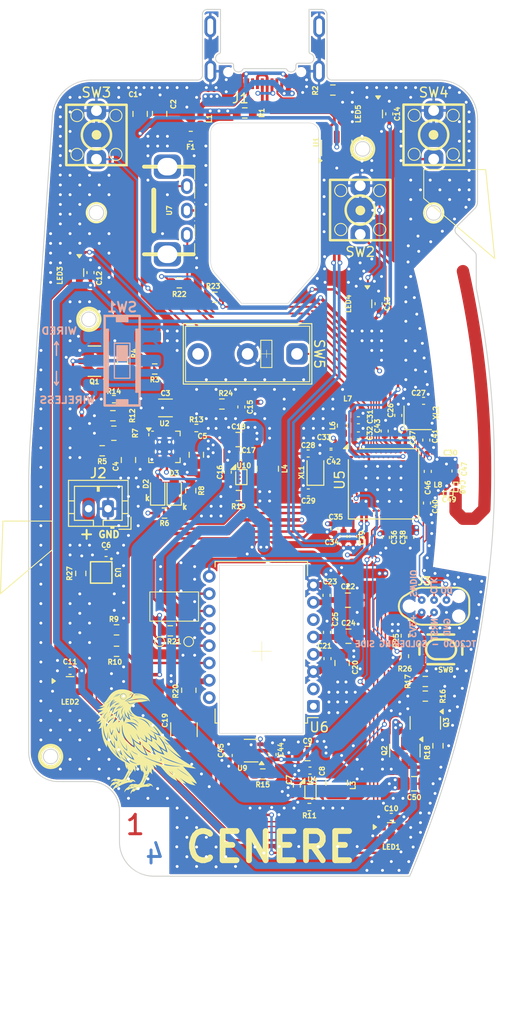
<source format=kicad_pcb>
(kicad_pcb (version 20241229) (generator "pcbnew") (generator_version "9.0")
  (layers (0 "F.Cu" signal) (4 "In1.Cu" signal) (6 "In2.Cu" signal) (2 "B.Cu" signal) (13 "F.Paste" user) (15 "B.Paste" user) (5 "F.SilkS" user "F.Silkscreen") (7 "B.SilkS" user "B.Silkscreen") (1 "F.Mask" user) (3 "B.Mask" user) (25 "Edge.Cuts" user))
  (net 0 "")
  (net 1 "GND")
  (net 2 "+5V")
  (net 3 "+VBAT")
  (net 4 "+VSW")
  (net 5 "+3V3")
  (net 6 "GLOW_PWR")
  (net 7 "+1V9")
  (net 8 "/Misc/VDDREG")
  (net 9 "/Microcontroller/XC2")
  (net 10 "/Microcontroller/XC1")
  (net 11 "/Microcontroller/XL1")
  (net 12 "/Microcontroller/XL2")
  (net 13 "/Microcontroller/DEC4_6")
  (net 14 "/Microcontroller/DECUSB")
  (net 15 "/Microcontroller/VBUS")
  (net 16 "/Microcontroller/DEC5")
  (net 17 "/Microcontroller/DEC3")
  (net 18 "/Microcontroller/DEC1")
  (net 19 "/Microcontroller/DEC2")
  (net 20 "Net-(D2-K)")
  (net 21 "Net-(D3-K)")
  (net 22 "Net-(F1-Pad1)")
  (net 24 "Net-(J1-VBUS-PadA4)")
  (net 25 "USB-")
  (net 26 "USB+")
  (net 27 "/Power_managment/CC1")
  (net 28 "/Power_managment/CC2")
  (net 30 "SWD_NRST")
  (net 31 "/Microcontroller/SWD_CLK")
  (net 32 "SWD_O")
  (net 33 "/Microcontroller/SWD_DIO")
  (net 34 "Net-(U4-SW)")
  (net 35 "Net-(U10-SW)")
  (net 37 "Net-(U5-DCC)")
  (net 38 "Net-(L6-Pad1)")
  (net 39 "GLOW_HV")
  (net 40 "Net-(LED1-DOUT)")
  (net 41 "Net-(LED2-DOUT)")
  (net 42 "Net-(LED3-DOUT)")
  (net 43 "Net-(LED4-DOUT)")
  (net 44 "Net-(Q1-G)")
  (net 45 "SYSOFF")
  (net 46 "Net-(Q2-G)")
  (net 47 "Net-(Q3-G)")
  (net 48 "Net-(R5-Pad2)")
  (net 49 "PGOOD")
  (net 50 "/Power_managment/TS")
  (net 51 "CHG")
  (net 52 "SDA")
  (net 53 "SCL")
  (net 54 "Net-(U4-VSET)")
  (net 55 "/Power_managment/ISET")
  (net 56 "/Power_managment/ILIM")
  (net 57 "/Power_managment/TMR")
  (net 58 "Net-(U9-DIR)")
  (net 59 "GLOW_EN")
  (net 60 "Net-(U10-VSET)")
  (net 61 "Net-(U6-LED_P)")
  (net 62 "MISO")
  (net 63 "WHEEL_A")
  (net 64 "WHEEL_B")
  (net 65 "Net-(R26-Pad2)")
  (net 66 "QSTART")
  (net 68 "BTN_WHEEL")
  (net 69 "BTN_LEFT")
  (net 70 "BTN_RIGHT")
  (net 71 "BTN_DPI")
  (net 73 "MOSI")
  (net 75 "NRESET")
  (net 76 "SCLK")
  (net 80 "MOTION")
  (net 87 "GLOW_LV")
  (net 91 "NCS")
  (net 93 "WHEEL_COM")
  (net 98 "Net-(U5-ANT)")
  (net 99 "/Microcontroller/RF")
  (net 100 "/Microcontroller/ANT")
  (net 110 "unconnected-(U5-P1.06-PadR24)")
  (footprint "Capacitor_SMD:C_0402_1005Metric" (layer "F.Cu") (at 109.61181 92.584032)
    (property "Reference" "C31")
    (property "Value" "1uF")
  )
  (footprint "Capacitor_SMD:C_0805_2012Metric" (layer "F.Cu") (at 107.93681 117.515037 -90)
    (property "Reference" "C20")
    (property "Value" "10uF")
  )
  (footprint "Capacitor_SMD:C_0402_1005Metric" (layer "F.Cu") (at 103.28681 130.165037 90)
    (property "Reference" "C7")
    (property "Value" "4.7uF")
  )
  (footprint "Crystal:Crystal_SMD_2016-4Pin_2.0x1.6mm" (layer "F.Cu") (at 115.709395 92.334032)
    (property "Reference" "XL2")
    (property "Value" "32MHz")
  )
  (footprint "Resistor_SMD:R_0603_1608Metric" (layer "F.Cu") (at 81.08681 108.315037 90)
    (property "Reference" "R27")
    (property "Value" "10K")
  )
  (footprint "Capacitor_SMD:C_0402_1005Metric" (layer "F.Cu") (at 116.58681 94.615037 90)
    (property "Reference" "C41")
    (property "Value" "100pF")
  )
  (footprint "Resistor_SMD:R_0603_1608Metric" (layer "F.Cu") (at 84.76181 116.315037)
    (property "Reference" "R10")
    (property "Value" "10K")
  )
  (footprint "Resistor_SMD:R_0402_1005Metric" (layer "F.Cu") (at 114.38681 116.815037 -90)
    (property "Reference" "R26")
    (property "Value" "1.5K")
  )
  (footprint "Resistor_SMD:R_0603_1608Metric" (layer "F.Cu") (at 84.76181 114.115037)
    (property "Reference" "R9")
    (property "Value" "10K")
  )
  (footprint "Capacitor_SMD:C_0402_1005Metric" (layer "F.Cu") (at 97.53681 96.315037 180)
    (property "Reference" "C17")
    (property "Value" "10uF")
  )
  (footprint "Resistor_SMD:R_0402_1005Metric" (layer "F.Cu") (at 104.57681 132.315037 180)
    (property "Reference" "R11")
    (property "Value" "267K")
  )
  (footprint "Cenere_Mouse:SW_Tactile_SPST_ Kailh_6x6x7.3mm_Mute_Silent" (layer "F.Cu") (at 82.694851 63.277005 180)
    (property "Reference" "SW3")
    (property "Value" "CMI627301D07")
  )
  (footprint "Cenere_Mouse:Z0201 RF Antenna Path" (layer "F.Cu") (at 118.839395 100.104032)
    (property "Reference" "C49")
    (property "Value" "DNP")
  )
  (footprint "Resistor_SMD:R_0603_1608Metric" (layer "F.Cu") (at 84.38681 92.115037 180)
    (property "Reference" "R12")
    (property "Value" "3.9K")
  )
  (footprint "Inductor_SMD:L_0402_1005Metric" (layer "F.Cu") (at 93.38681 61.615037 -90)
    (property "Reference" "L1")
    (property "Value" "BLM15PX121SN1D")
  )
  (footprint "LED_SMD:LED_0603_1608Metric" (layer "F.Cu") (at 90.68681 99.815037 90)
    (property "Reference" "D3")
    (property "Value" "Emerald")
  )
  (footprint "Cenere_Mouse:SW_Tactile_SPST_ Kailh_6x6x7.3mm_Mute_Silent" (layer "F.Cu") (at 117.345318 63.260399 180)
    (property "Reference" "SW4")
    (property "Value" "CMI627301D07")
  )
  (footprint "Resistor_SMD:R_0402_1005Metric" (layer "F.Cu") (at 92.96181 93.377537)
    (property "Reference" "R13")
    (property "Value" "2.2K")
  )
  (footprint "Capacitor_SMD:C_0805_2012Metric" (layer "F.Cu") (at 115.33681 129.915037)
    (property "Reference" "C50")
    (property "Value" "10uF")
  )
  (footprint "Resistor_SMD:R_0603_1608Metric" (layer "F.Cu") (at 106.98681 58.665037)
    (property "Reference" "R2")
    (property "Value" "5.1K")
  )
  (footprint "Inductor_SMD:L_0402_1005Metric" (layer "F.Cu") (at 108.509395 91.134032 180)
    (property "Reference" "L7")
    (property "Value" "15nH")
  )
  (footprint "Capacitor_SMD:C_0402_1005Metric" (layer "F.Cu") (at 112.31181 93.690037 -90)
    (property "Reference" "C43")
    (property "Value" "12pF")
  )
  (footprint "Resistor_SMD:R_0402_1005Metric" (layer "F.Cu") (at 84.48681 90.415037 180)
    (property "Reference" "R14")
    (property "Value" "56K")
  )
  (footprint "Package_DFN_QFN:VQFN-16-1EP_3x3mm_P0.5mm_EP1.6x1.6mm_ThermalVias" (layer "F.Cu") (at 89.68681 95.315037)
    (property "Reference" "U2")
    (property "Value" "BQ24075RGT")
  )
  (footprint "Resistor_SMD:R_0603_1608Metric" (layer "F.Cu") (at 90.28681 114.215037)
    (property "Reference" "R21")
    (property "Value" "10K")
  )
  (footprint "Resistor_SMD:R_0603_1608Metric" (layer "F.Cu") (at 116.48681 119.415037)
    (property "Reference" "R17")
    (property "Value" "100R")
  )
  (footprint "Package_TO_SOT_SMD:SOT-23-6" (layer "F.Cu") (at 107.38681 64.615037 90)
    (property "Reference" "U1")
    (property "Value" "SRV05-4")
  )
  (footprint "Resistor_SMD:R_0603_1608Metric" (layer "F.Cu") (at 83.28681 95.715037 180)
    (property "Reference" "R5")
    (property "Value" "100K")
  )
  (footprint "Capacitor_SMD:C_0201_0603Metric" (layer "F.Cu") (at 116.98681 95.915037)
    (property "Reference" "C30")
    (property "Value" "100nF")
  )
  (footprint "Capacitor_SMD:C_0402_1005Metric" (layer "F.Cu") (at 109.61181 94.140037)
    (property "Reference" "C32")
    (property "Value" "47nF")
  )
  (footprint "Capacitor_SMD:C_0402_1005Metric" (layer "F.Cu") (at 104.63681 128.565037 180)
    (property "Reference" "C8")
    (property "Value" "10uF")
  )
  (footprint "Cenere_Mouse:Z0201 RF Antenna Path" (layer "F.Cu") (at 119.629395 99.434032 -90)
    (property "Reference" "C48")
    (property "Value" "0.4pF")
  )
  (footprint "Capacitor_SMD:C_0402_1005Metric" (layer "F.Cu") (at 112.43681 104.615037 -90)
    (property "Reference" "C36")
    (property "Value" "100nF")
  )
  (footprint "Fuse:Fuse_0603_1608Metric" (layer "F.Cu") (at 92.38681 63.415037 180)
    (property "Reference" "F1")
    (property "Value" "1 A")
  )
  (footprint "Resistor_SMD:R_0603_1608Metric" (layer "F.Cu") (at 92.38681 99.815037 90)
    (property "Reference" "R8")
    (property "Value" "1.5K")
  )
  (footprint "Cenere_Mouse:Texas_DSBGA-6_0.76x1.16mm_Layout2x3_P0.4mm" (layer "F.Cu") (at 104.68681 130.665037)
    (property "Reference" "U4")
    (property "Value" "TPS62840YBG")
  )
  (footprint "Resistor_SMD:R_0603_1608Metric" (layer "F.Cu") (at 94.86181 79.940037 180)
    (property "Reference" "R23")
    (property "Value" "1M")
  )
  (footprint "Cenere_Mouse:KEY-SMD_4P-L4.2-W3.2-P2.20-LS4.6" (layer "F.Cu") (at 118.08681 116.115037)
    (property "Reference" "SW8")
    (property "Value" "Microswitch_Wheel")
  )
  (footprint "PCM_marbastlib-various:LED_WS2812_2020" (layer "F.Cu") (at 111.08681 61.115037 -90)
    (property "Reference" "LED5")
    (property "Value" "WS2812_2020")
  )
  (footprint "Capacitor_SMD:C_0402_1005Metric" (layer "F.Cu") (at 112.98681 133.315037 180)
    (property "Reference" "C10")
    (property "Value" "100nF")
  )
  (footprint "Capacitor_SMD:C_0402_1005Metric" (layer "F.Cu") (at 104.468911 99.998983)
    (property "Reference" "C29")
    (property "Value" "15pF")
  )
  (footprint "LED_SMD:LED_0603_1608Metric" (layer "F.Cu") (at 88.98681 99.815037 90)
    (property "Reference" "D2")
    (property "Value" "Red")
  )
  (footprint "Capacitor_SMD:C_0402_1005Metric" (layer "F.Cu") (at 108.08681 104.515037 -90)
    (property "Reference" "C34")
    (property "Value" "4.7uF")
  )
  (footprint "Capacitor_SMD:C_0402_1005Metric" (layer "F.Cu") (at 111.68681 80.615037 90)
    (property "Reference" "C13")
    (property "Value" "100nF")
  )
  (footprint "Package_TO_SOT_SMD:SOT-23" (layer "F.Cu") (at 116.48681 123.665037 -90)
    (property "Reference" "Q3")
    (property "Value" "2N7002")
  )
  (footprint "Inductor_SMD:L_1008_2520Metric" (layer "F.Cu") (at 107.38681 129.815037 90)
    (property "Reference" "L3")
    (property "Value" "2.2uH")
  )
  (footprint "Package_TO_SOT_SMD:SOT-23" (layer "F.Cu") (at 82.48681 86.515037 180)
    (property "Reference" "Q1")
    (property "Value" "2N7002")
  )
  (footprint "Resistor_SMD:R_0402_1005Metric" (layer "F.Cu") (at 114.38681 114.715037 -90)
    (property "Reference" "R25")
    (property "Value" "100K")
  )
  (footprint "Capacitor_SMD:C_0402_1005Metric" (layer "F.Cu") (at 97.58681 91.215037 -90)
    (property "Reference" "C15")
    (property "Value" "1uF")
  )
  (footprint "Cenere_Mouse:TDFN-8-EP_2x2mm_EP_0.8x1.38mm" (layer "F.Cu") (at 83.18681 108.215037 -90)
    (property "Reference" "U3")
    (property "Value" "MAX17048")
  )
  (footprint "Capacitor_SMD:C_0402_1005Metric" (layer "F.Cu") (at 119.589395 97.794032 90)
    (property "Reference" "C47")
    (property "Value" "0.5pF")
  )
  (footprint "Resistor_SMD:R_0603_1608Metric" (layer "F.Cu") (at 95.58681 90.915037)
    (property "Reference" "R24")
    (property "Value" "4.7R")
  )
  (footprint "Capacitor_SMD:C_0805_2012Metric" (layer "F.Cu") (at 104.38681 126.815037 180)
    (property "Reference" "C9")
    (property "Value" "10uF")
  )
  (footprint "Crystal:Crystal_SMD_2012-2Pin_2.0x1.2mm" (layer "F.Cu") (at 105.198911 97.998983 90)
    (property "Reference" "XL1")
    (property "Value" "32.768kHz")
  )
  (footprint "Resistor_SMD:R_0603_1608Metric" (layer "F.Cu") (at 91.21181 78.465037)
    (property "Reference" "R22")
    (property "Value" "1M")
  )
  (footprint "Inductor_SMD:L_0402_1005Metric" (layer "F.Cu") (at 118.159395 98.354032)
    (property "Reference" "L8")
    (property "Value" "4.7nH")
  )
  (footprint "Capacitor_SMD:C_0402_1005Metric" (layer "F.Cu") (at 82.08681 77.415037 90)
    (property "Reference" "C12")
    (property "Value" "100nF")
  )
  (footprint "Connector_JST:JST_PH_B2B-PH-K_1x02_P2.00mm_Vertical" (layer "F.Cu") (at 83.88681 101.665037 180)
    (property "Reference" "J2")
    (property "Value" "PH-2A")
  )
  (footprint "Capacitor_SMD:C_0402_1005Metric" (layer "F.Cu") (at 83.68681 106.215037)
    (property "Reference" "C6")
    (property "Value" "100nF")
  )
  (footprint "Capacitor_SMD:C_0805_2012Metric" (layer "F.Cu") (at 92.96181 96.127537 -90)
    (property "Reference" "C5")
    (property "Value" "4.7uF")
  )
  (footprint "Cenere_Mouse:SW_Tactile_SPDT_Omron_D2F" (layer "F.Cu") (at 98.22681 85.765037 -90)
    (property "Reference" "SW5")
    (property "Value" "Microswitch_DPI")
  )
  (footprint "Inductor_SMD:L_1008_2520Metric" (layer "F.Cu") (at 100.28681 97.565037 90)
    (property "Reference" "L4")
    (property "Value" "2.2uH")
  )
  (footprint "Capacitor_SMD:C_0805_2012Metric" (layer "F.Cu") (at 87.18681 61.115037 90)
    (property "Reference" "C1")
    (property "Value" "10uF")
  )
  (footprint "Capacitor_SMD:C_0402_1005Metric" (layer "F.Cu") (at 100.78681 126.915037 90)
    (property "Reference" "C44")
    (property "Value" "100nF")
  )
  (footprint "Cenere_Mouse:SW_Tactile_SPST_ Kailh_6x6x7.3mm_Mute_Silent" (layer "F.Cu") (at 109.801312 70.988849 180)
    (property "Reference" "SW2")
    (property "Value" "CMI627301D07")
  )
  (footprint "PCM_marbastlib-various:CON_TC2030_outlined" (layer "F.Cu") (at 117.38681 111.680037)
    (property "Reference" "J3")
    (property "Value" "TC2030_SWD" (hide yes))
  )
  (footprint "Capacitor_SMD:C_0402_1005Metric" (layer "F.Cu") (at 116.659395 101.084032 -90)
    (property "Reference" "C40")
    (property "Value" "820pF")
  )
  (footprint "Capacitor_SMD:C_0402_1005Metric" (layer "F.Cu") (at 114.93681 104.615037 -90)
    (property "Reference" "C38")
    (property "Value" "100nF")
  )
  (footprint "Capacitor_SMD:C_0402_1005Metric" (layer "F.Cu") (at 106.798911 95.098983 180)
    (property "Reference" "C33")
    (property "Value" "1uF")
  )
  (footprint "Capacitor_SMD:C_0402_1005Metric" (layer "F.Cu") (at 96.18681 97.915037 90)
    (property "Reference" "C16")
    (property "Value" "4.7uF")
  )
  (footprint "PCM_marbastlib-various:USB_C_Receptacle_HRO_TYPE-C-31-M-14" (layer "F.Cu") (at 99.98681 56.815037 180)
    (property "Reference" "J1")
    (property "Value" "HRO_Type-C-31-M-14")
    (fp_line (start 4.545001 2.075821) (end 4.545001 6.435) (stroke (width 0.1)) (layer "Edge.Cuts"))
    (fp_line (start 3.395 0.905) (end 4.545001 0.905) (stroke (width 0.1)) (layer "Edge.Cuts"))
    (fp_line (start 3.195001 0.505) (end 3.195001 0.705) (stroke (width 0.1)) (layer "Edge.Cuts"))
    (fp_line (start -0.004999 0.355) (end 2.088783 0.355) (stroke (width 0.1)) (layer "Edge.Cuts"))
    (fp_line (start -0.004999 0.355) (end -2.098781 0.355) (stroke (width 0.1)) (layer "Edge.Cuts"))
    (fp_line (start -3.204999 0.505) (end -3.204999 0.705) (stroke (width 0.1)) (layer "Edge.Cuts"))
    (fp_line (start -3.404998 0.905) (end -4.554999 0.905) (stroke (width 0.1)) (layer "Edge.Cuts"))
    (fp_line (start -4.554999 2.075821) (end -4.554999 6.435) (stroke (width 0.1)) (layer "Edge.Cuts"))
    (fp_arc (start 4.545001 2.075821) (mid 4.584644 1.956298) (end 4.687858 1.884158) (stroke (width 0.1)) (layer "Edge.Cuts"))
    (fp_arc (start 4.545001 0.904999) (mid 5.039764 1.332815) (end 4.687858 1.884158) (stroke (width 0.1)) (layer "Edge.Cuts"))
    (fp_arc (start 3.395 0.904999) (mid 3.253579 0.846421) (end 3.195001 0.705) (stroke (width 0.1)) (layer "Edge.Cuts"))
    (fp_arc (start 2.261988 0.255) (mid 2.824411 0.022037) (end 3.195001 0.505) (stroke (width 0.1)) (layer "Edge.Cuts"))
    (fp_arc (start 2.261988 0.255) (mid 2.188783 0.328205) (end 2.088783 0.355) (stroke (width 0.1)) (layer "Edge.Cuts"))
    (fp_arc (start -2.098781 0.355) (mid -2.198781 0.328205) (end -2.271986 0.255) (stroke (width 0.1)) (layer "Edge.Cuts"))
    (fp_arc (start -3.204998 0.705) (mid -3.263577 0.846421) (end -3.404998 0.905) (stroke (width 0.1)) (layer "Edge.Cuts"))
    (fp_arc (start -3.204999 0.505) (mid -2.834408 0.022037) (end -2.271986 0.255) (stroke (width 0.1)) (layer "Edge.Cuts"))
    (fp_arc (start -4.697856 1.884158) (mid -4.594642 1.956298) (end -4.554999 2.075821) (stroke (width 0.1)) (layer "Edge.Cuts"))
    (fp_arc (start -4.697856 1.884157) (mid -5.04976 1.332815) (end -4.554999 0.905) (stroke (width 0.1)) (layer "Edge.Cuts"))
  )
  (footprint "Capacitor_SMD:C_0402_1005Metric" (layer "F.Cu") (at 106.43681 117.065037 -90)
    (property "Reference" "C21")
    (property "Value" "100nF")
  )
  (footprint "Package_TO_SOT_SMD:SOT-23" (layer "F.Cu") (at 114.38681 126.515037 -90)
    (property "Reference" "Q2")
    (property "Value" "AO3401A")
  )
  (footprint "Capacitor_SMD:C_0402_1005Metric" (layer "F.Cu") (at 79.98681 118.315037 180)
    (property "Reference" "C11")
    (property "Value" "100nF")
  )
  (footprint "Capacitor_SMD:C_0402_1005Metric" (layer "F.Cu") (at 112.78681 61.115037 90)
    (property "Reference" "C14")
    (property "Value" "100nF")
  )
  (footprint "Cenere_Mouse:TTC E103 - Kailh Rotary Encoder" (layer "F.Cu") (at 91.98681 71.035037 90)
    (property "Reference" "U7")
    (property "Value" "TTC/Kailh Encoder E103" (hide yes))
  )
  (footprint "PCM_marbastlib-various:LED_WS2812_2020" (layer "F.Cu") (at 79.98681 119.915037)
    (property "Reference" "LED2")
    (property "Value" "WS2812_2020")
  )
  (footprint "Resistor_SMD:R_0603_1608Metric" (layer "F.Cu") (at 89.68681 102.115037 180)
    (property "Reference" "R6")
    (property "Value" "1.5K")
  )
  (footprint "Resistor_SMD:R_0603_1608Metric" (layer "F.Cu") (at 88.68681 87.315037 180)
    (property "Reference" "R3")
    (property "Value" "100R")
  )
  (footprint "Cenere_Mouse:PixArt_PDIP-16_10.9x16.2mm_P1.78mm" (layer "F.Cu") (at 99.68681 116.315037 180)
    (property "Reference" "U6")
    (property "Value" "PAW3395DM")
    (fp_line (start 4.35 8.83) (end -4.25 8.83) (stroke (width 0.05)) (layer "Edge.Cuts"))
    (fp_line (start 4.35 -8.43) (end 4.35 8.83) (stroke (width 0.05)) (layer "Edge.Cuts"))
    (fp_line (start 4.35 -8.43) (end -4.25 -8.43) (stroke (width 0.05)) (layer "Edge.Cuts"))
    (fp_line (start -4.25 -8.43) (end -4.25 8.83) (stroke (width 0.05)) (layer "Edge.Cuts"))
  )
  (footprint "Capacitor_SMD:C_0402_1005Metric" (layer "F.Cu") (at 116.739395 97.834032 90)
    (property "Reference" "C46")
    (property "Value" "0.8pF")
  )
  (footprint "PCM_marbastlib-various:LED_WS2812_2020" (layer "F.Cu") (at 112.98681 134.915037)
    (property "Reference" "LED1")
    (property "Value" "WS2812_2020")
  )
  (footprint "Capacitor_SMD:C_0805_2012Metric" (layer "F.Cu") (at 108.53681 111.065037)
    (property "Reference" "C22")
    (property "Value" "10uF")
  )
  (footprint "Capacitor_SMD:C_0402_1005Metric" (layer "F.Cu") (at 106.38681 114.365037 90)
    (property "Reference" "C25")
    (property "Value" "100nF")
  )
  (footprint "Capacitor_SMD:C_0805_2012Metric" (layer "F.Cu") (at 97.28681 94.565037 180)
    (property "Reference" "C18")
    (property "Value" "10uF")
  )
  (footprint "Capacitor_SMD:C_0805_2012Metric" (layer "F.Cu") (at 85.98681 96.665037 -90)
    (property "Reference" "C4")
    (property "Value" "4.7uF")
  )
  (footprint "Capacitor_SMD:C_0402_1005Metric" (layer "F.Cu") (at 113.88681 94.134032 180)
    (property "Reference" "C37")
    (property "Value" "100nF")
  )
  (footprint "Resistor_SMD:R_0603_1608Metric" (layer "F.Cu") (at 117.78681 126.015037 90)
    (property "Reference" "R18")
    (property "Value" "10K")
  )
  (footprint "Capacitor_SMD:C_0402_1005Metric" (layer "F.Cu") (at 106.33681 110.565037 90)
    (property "Reference" "C23")
    (property "Value" "100nF")
  )
  (footprint "Resistor_SMD:R_0603_1608Metric" (layer "F.Cu") (at 97.28681 100.315037 180)
    (property "Reference" "R19")
    (property "Value" "909R")
  )
  (footprint "Capacitor_SMD:C_0805_2012Metric" (layer "F.Cu") (at 89.18681 61.115037 90)
    (property "Reference" "C2")
    (property "Value" "100nF")
  )
  (footprint "Resistor_SMD:R_0603_1608Metric" (layer "F.Cu") (at 85.38681 86.515037 90)
    (property "Reference" "R4")
    (property "Value" "10K")
  )
  (footprint "Capacitor_SMD:C_0402_1005Metric" (layer "F.Cu") (at 116.309395 90.584032 180)
    (property "Reference" "C27")
    (property "Value" "12pF")
  )
  (footprint "Capacitor_SMD:C_1206_3216Metric" (layer "F.Cu") (at 89.78681 91.315037 180)
    (property "Reference" "C3")
    (property "Value" "4.7uF")
  )
  (footprint "PCM_marbastlib-various:LED_WS2812_2020" (layer "F.Cu") (at 80.38681 77.415037 -90)
    (property "Reference" "LED3")
    (property "Value" "WS2812_2020")
  )
  (footprint "Resistor_SMD:R_0805_2012Metric" (layer "F.Cu") (at 92.18681 120.315037 -90)
    (property "Reference" "R20")
    (property "Value" "5.6R")
  )
  (footprint "Capacitor_SMD:C_0402_1005Metric" (layer "F.Cu") (at 113.709395 92.084032 90)
    (property "Reference" "C26")
    (property "Value" "12pF")
  )
  (footprint "Capacitor_SMD:C_0402_1005Metric" (layer "F.Cu") (at 104.448911 95.998983)
    (property "Reference" "C28")
    (property "Value" "15pF")
  )
  (footprint "Capacitor_SMD:C_0402_1005Metric" (layer "F.Cu") (at 109.08681 104.515037 -90)
    (property "Reference" "C39")
    (property "Value" "4.7uF")
  )
  (footprint "Capacitor_SMD:C_0402_1005Metric" (layer "F.Cu") (at 106.798911 95.998983 180)
    (property "Reference" "C42")
    (property "Value" "100nF")
  )
  (footprint "Capacitor_SMD:C_0805_2012Metric" (layer "F.Cu") (at 108.58681 114.765037)
    (property "Reference" "C24")
    (property "Value" "4.7uF")
  )
  (footprint "Resistor_SMD:R_0805_2012Metric" (layer "F.Cu") (at 84.48681 93.915037 180)
    (property "Reference" "R7")
    (property "Value" "10K")
  )
  (footprint "Resistor_SMD:R_0603_1608Metric" (layer "F.Cu") (at 99.78681 128.915037 180)
    (property "Reference" "R15")
    (property "Value" "5.1K")
  )
  (footprint "Resistor_SMD:R_0603_1608Metric" (layer "F.Cu") (at 97.93681 61.015037 180)
    (property "Reference" "R1")
    (property "Value" "5.1K")
  )
  (footprint "Inductor_SMD:L_0603_1608Metric" (layer "F.Cu") (at 107.959395 93.134032 -90)
    (property "Reference" "L6")
    (property "Value" "10uH")
  )
  (footprint "PCM_marbastlib-various:LED_WS2812_2020" (layer "F.Cu") (at 109.98681 80.615037 -90)
    (property "Reference" "LED4")
    (property "Value" "WS2812_2020")
  )
  (footprint "Capacitor_SMD:C_0402_1005Metric" (layer "F.Cu") (at 96.28681 127.015037 90)
    (property "Reference" "C45")
    (property "Value" "100nF")
  )
  (footprint "Capacitor_SMD:C_1210_3225Metric" (layer "F.Cu") (at 91.68681 124.365037 -90)
    (property "Reference" "C19")
    (property "Value" "47uF")
  )
  (footprint "Resistor_SMD:R_0603_1608Metric" (layer "F.Cu") (at 116.48681 120.915037 180)
    (property "Reference" "R16")
    (property "Value" "10K")
  )
  (footprint "Capacitor_SMD:C_0402_1005Metric" (layer "F.Cu") (at 107.13681 103.715037 -90)
    (property "Reference" "C35")
    (property "Value" "4.7uF")
  )
  (footprint "Package_DFN_QFN:Nordic_AQFN-73-1EP_7x7mm_P0.5mm" (layer "F.Cu") (at 112.189395 99.114032)
    (property "Reference" "U5")
    (property "Value" "nRF52840-QIXX")
  )
  (footprint "Package_TO_SOT_SMD:SOT-363_SC-70-6" (layer "F.Cu") (at 98.58681 126.515037 180)
    (property "Reference" "U9")
    (property "Value" "SN74LVC1T45DC")
  )
  (footprint "Cenere_Mouse:Texas_DSBGA-6_0.76x1.16mm_Layout2x3_P0.4mm" (layer "F.Cu") (at 97.58681 98.415037)
    (property "Reference" "U10")
    (property "Value" "TPS62840YBG")
  )
  (footprint "Cenere_Mouse:SLIDE SMD DPDT" (layer "B.Cu") (at 85.33681 86.465037 -90)
    (property "Reference" "SW1")
    (property "Value" "SW_Slide_DPDT")
  )
  (gr_line (start 116.324071 66.835231) (end 116.324071 69.791684) (stroke (width 0.1)) (layer "F.SilkS"))
  (gr_line (start 89.18358 113.217032) (end 92.18358 113.217032) (stroke (width 0.1)) (layer "F.SilkS"))
  (gr_line (start 122.691203 66.835231) (end 116.324071 66.835231) (stroke (width 0.1)) (layer "F.SilkS"))
  (gr_line (start 72.945571 107.114128) (end 72.837598 110.394272) (stroke (width 0.1)) (layer "F.SilkS"))
  (gr_circle (center 81.917654 82.212533) (end 83.017654 82.212533) (stroke (width 0.4)) (fill no) (layer "F.SilkS"))
  (gr_line (start 78.15181 102.939621) (end 73.089554 102.939621) (stroke (width 0.1)) (layer "F.SilkS"))
  (gr_line (start 72.837598 110.394272) (end 78.15181 105.896075) (stroke (width 0.1)) (layer "F.SilkS"))
  (gr_line (start 91.85181 88.627068) (end 104.60181 88.627068) (stroke (width 0.1)) (layer "F.SilkS"))
  (gr_poly (pts (xy 85.225271 120.221944) (xy 85.133258 120.229482) (xy 85.042307 120.242039) (xy 84.952751 120.259799) (xy 84.86492 120.282943) (xy 84.779144 120.311655) (xy 84.713522 120.337835) (xy 84.649747 120.366693) (xy 84.587807 120.398149) (xy 84.527686 120.432125) (xy 84.469371 120.468541) (xy 84.412847 120.507319) (xy 84.3581 120.548378) (xy 84.305116 120.59164) (xy 84.253881 120.637026) (xy 84.20438 120.684456) (xy 84.1566 120.733851) (xy 84.110526 120.785133) (xy 84.066144 120.838221) (xy 84.023439 120.893037) (xy 83.982399 120.949502) (xy 83.943007 121.007535) (xy 83.799005 121.231125) (xy 83.76196 121.285801) (xy 83.723416 121.339679) (xy 83.703412 121.366269) (xy 83.68283 121.392602) (xy 83.661603 121.418657) (xy 83.639663 121.444415) (xy 83.624758 121.461043) (xy 83.609592 121.477073) (xy 83.594182 121.492568) (xy 83.578546 121.50759) (xy 83.562701 121.522198) (xy 83.546664 121.536456) (xy 83.514085 121.564166) (xy 83.379578 121.67328) (xy 83.404436 121.671098) (xy 83.429094 121.66802) (xy 83.453592 121.664192) (xy 83.477973 121.659756) (xy 83.502278 121.654859) (xy 83.526549 121.649642) (xy 83.575158 121.638831) (xy 83.508339 121.707102) (xy 83.474667 121.739519) (xy 83.440655 121.7707) (xy 83.406179 121.800576) (xy 83.371118 121.829079) (xy 83.335346 121.856142) (xy 83.29874 121.881695) (xy 83.261178 121.905672) (xy 83.222536 121.928002) (xy 83.18269 121.948619) (xy 83.141517 121.967455) (xy 83.098893 121.98444) (xy 83.054695 121.999507) (xy 83.008801 122.012588) (xy 82.961085 122.023615) (xy 82.998373 122.032648) (xy 83.035764 122.039463) (xy 83.07323 122.044185) (xy 83.110744 122.046942) (xy 83.148278 122.04786) (xy 83.185804 122.047067) (xy 83.223295 122.044687) (xy 83.260723 122.040849) (xy 83.29806 122.035678) (xy 83.335278 122.029302) (xy 83.37235 122.021846) (xy 83.409248 122.013439) (xy 83.482411 121.994272) (xy 83.554546 121.972815) (xy 83.464194 122.027474) (xy 83.371274 122.080078) (xy 83.276054 122.129873) (xy 83.227665 122.15348) (xy 83.178802 122.176101) (xy 83.129497 122.19764) (xy 83.079785 122.218005) (xy 83.029698 122.237099) (xy 82.97927 122.254829) (xy 82.928535 122.2711) (xy 82.877526 122.285817) (xy 82.826276 122.298885) (xy 82.774819 122.310211) (xy 82.786599 122.315562) (xy 82.798678 122.320637) (xy 82.811023 122.325444) (xy 82.823602 122.329989) (xy 82.849324 122.33833) (xy 82.875579 122.345722) (xy 82.902099 122.352227) (xy 82.928618 122.357907) (xy 82.954869 122.362825) (xy 82.980586 122.367044) (xy 83.00932 122.371135) (xy 83.037677 122.374502) (xy 83.065698 122.377122) (xy 83.093429 122.378975) (xy 83.12091 122.380036) (xy 83.148186 122.380285) (xy 83.175298 122.379698) (xy 83.202291 122.378253) (xy 83.229206 122.375927) (xy 83.256087 122.372699) (xy 83.282976 122.368547) (xy 83.309917 122.363446) (xy 83.336953 122.357376) (xy 83.364125 122.350314) (xy 83.391478 122.342238) (xy 83.419054 122.333125) (xy 83.374865 122.361051) (xy 83.33129 122.389753) (xy 83.288169 122.419037) (xy 83.245341 122.448708) (xy 83.159929 122.508437) (xy 83.117023 122.538106) (xy 83.073772 122.567387) (xy 83.021774 122.601756) (xy 82.99559 122.618463) (xy 82.969136 122.634654) (xy 82.942303 122.650178) (xy 82.91498 122.664888) (xy 82.901101 122.67189) (xy 82.887058 122.678633) (xy 82.872838 122.685097) (xy 82.858428 122.691265) (xy 82.844999 122.696658) (xy 82.831556 122.701726) (xy 82.804606 122.710954) (xy 82.777529 122.719076) (xy 82.750276 122.726223) (xy 82.722799 122.732524) (xy 82.695048 122.738108) (xy 82.666976 122.743106) (xy 82.638533 122.747647) (xy 82.646536 122.751111) (xy 82.654671 122.754294) (xy 82.662924 122.757212) (xy 82.671284 122.759885) (xy 82.679736 122.762331) (xy 82.688267 122.76457) (xy 82.705516 122.768496) (xy 82.722924 122.771813) (xy 82.740388 122.774667) (xy 82.775059 122.779582) (xy 82.809314 122.783698) (xy 82.843712 122.786705) (xy 82.878215 122.788609) (xy 82.912784 122.789419) (xy 82.947383 122.789141) (xy 82.981973 122.787782) (xy 83.016515 122.785351) (xy 83.050972 122.781854) (xy 83.085306 122.777299) (xy 83.119478 122.771694) (xy 83.153451 122.765044) (xy 83.187186 122.757358) (xy 83.220645 122.748644) (xy 83.253791 122.738908) (xy 83.286585 122.728157) (xy 83.318989 122.7164) (xy 83.331453 122.711433) (xy 83.343869 122.706082) (xy 83.368591 122.694495) (xy 83.417853 122.669628) (xy 83.442539 122.657409) (xy 83.454928 122.651586) (xy 83.467359 122.646041) (xy 83.479842 122.640842) (xy 83.492385 122.636053) (xy 83.504998 122.631743) (xy 83.517691 122.627976) (xy 83.408437 122.69733) (xy 83.381945 122.715228) (xy 83.368878 122.724518) (xy 83.355944 122.734098) (xy 83.343152 122.744014) (xy 83.330513 122.754314) (xy 83.318036 122.765043) (xy 83.305732 122.776249) (xy 83.275489 122.805872) (xy 83.246591 122.836551) (xy 83.218887 122.868167) (xy 83.192226 122.900601) (xy 83.166456 122.933736) (xy 83.141426 122.967452) (xy 83.092981 123.036155) (xy 82.998321 123.175331) (xy 82.949684 123.243908) (xy 82.924511 123.27753) (xy 82.898565 123.310548) (xy 82.898826 123.310386) (xy 82.886117 123.325847) (xy 82.873171 123.341025) (xy 82.859986 123.355925) (xy 82.846563 123.370548) (xy 82.832901 123.384899) (xy 82.818998 123.398979) (xy 82.804853 123.412792) (xy 82.790466 123.42634) (xy 82.775836 123.439626) (xy 82.760962 123.452654) (xy 82.745844 123.465426) (xy 82.730479 123.477944) (xy 82.714868 123.490213) (xy 82.69901 123.502234) (xy 82.682904 123.51401) (xy 82.666548 123.525545) (xy 82.701584 123.526329) (xy 82.735643 123.525817) (xy 82.768815 123.524016) (xy 82.801193 123.520935) (xy 82.832867 123.51658) (xy 82.863929 123.510958) (xy 82.894469 123.504078) (xy 82.924579 123.495945) (xy 82.954351 123.486568) (xy 82.983874 123.475953) (xy 83.013241 123.464109) (xy 83.042543 123.451042) (xy 83.071871 123.436759) (xy 83.101316 123.421269) (xy 83.130969 123.404577) (xy 83.160922 123.386692) (xy 83.144012 123.416062) (xy 83.126653 123.444764) (xy 83.108803 123.472799) (xy 83.090422 123.50017) (xy 83.071468 123.526879) (xy 83.051901 123.552929) (xy 83.031679 123.578322) (xy 83.010762 123.603061) (xy 82.989108 123.627149) (xy 82.966677 123.650587) (xy 82.943428 123.673378) (xy 82.919319 123.695525) (xy 82.89431 123.71703) (xy 82.86836 123.737896) (xy 82.841427 123.758125) (xy 82.813472 123.77772) (xy 82.840893 123.77126) (xy 82.867579 123.764434) (xy 82.893585 123.757184) (xy 82.918965 123.749453) (xy 82.943773 123.741183) (xy 82.968064 123.732319) (xy 82.991891 123.722802) (xy 83.01531 123.712576) (xy 83.038374 123.701583) (xy 83.061137 123.689765) (xy 83.083654 123.677067) (xy 83.105979 123.663431) (xy 83.128167 123.648799) (xy 83.150271 123.633114) (xy 83.172346 123.61632) (xy 83.194446 123.598359) (xy 83.181574 123.661767) (xy 83.16799 123.725183) (xy 83.160629 123.75676) (xy 83.152725 123.788178) (xy 83.144159 123.819383) (xy 83.134808 123.850321) (xy 83.12505 123.879784) (xy 83.114602 123.908989) (xy 83.103489 123.937933) (xy 83.091732 123.966617) (xy 83.079355 123.995038) (xy 83.066382 124.023196) (xy 83.052835 124.051089) (xy 83.038738 124.078716) (xy 83.024114 124.106076) (xy 83.008986 124.133167) (xy 82.977311 124.186539) (xy 82.943898 124.238822) (xy 82.908933 124.290006) (xy 82.931066 124.283964) (xy 82.952664 124.277624) (xy 82.973756 124.270934) (xy 82.99437 124.263844) (xy 83.014534 124.256303) (xy 83.034275 124.248262) (xy 83.053622 124.239669) (xy 83.072602 124.230474) (xy 83.091242 124.220627) (xy 83.109572 124.210077) (xy 83.127619 124.198774) (xy 83.14541 124.186667) (xy 83.162974 124.173705) (xy 83.180339 124.159839) (xy 83.197531 124.145018) (xy 83.21458 124.129192) (xy 83.212381 124.210805) (xy 83.21287 124.292533) (xy 83.215838 124.374291) (xy 83.221079 124.455995) (xy 83.228385 124.537562) (xy 83.237548 124.618907) (xy 83.248362 124.699946) (xy 83.260618 124.780596) (xy 83.284939 124.918881) (xy 83.3134 125.055791) (xy 83.346192 125.191305) (xy 83.383507 125.325403) (xy 83.425537 125.458063) (xy 83.472471 125.589265) (xy 83.524503 125.718988) (xy 83.581823 125.847211) (xy 83.601593 125.888782) (xy 83.621946 125.930549) (xy 83.642938 125.972307) (xy 83.664624 126.013852) (xy 83.687059 126.054977) (xy 83.710298 126.095478) (xy 83.734397 126.135149) (xy 83.75941 126.173786) (xy 83.804231 125.828134) (xy 83.843919 125.954552) (xy 83.847001 125.962528) (xy 83.850253 125.970453) (xy 83.857212 125.986164) (xy 83.864673 126.001708) (xy 83.872517 126.017107) (xy 83.880622 126.032384) (xy 83.888868 126.047563) (xy 83.905302 126.077716) (xy 83.921736 126.107971) (xy 83.938434 126.138009) (xy 83.972592 126.197536) (xy 84.007733 126.256492) (xy 84.043812 126.315073) (xy 84.078249 126.36917) (xy 84.113771 126.423002) (xy 84.150348 126.476503) (xy 84.187947 126.529609) (xy 84.226535 126.582256) (xy 84.266081 126.634379) (xy 84.306552 126.685913) (xy 84.347917 126.736793) (xy 84.390143 126.786955) (xy 84.433198 126.836335) (xy 84.477051 126.884867) (xy 84.521669 126.932487) (xy 84.567019 126.97913) (xy 84.613071 127.024732) (xy 84.659791 127.069228) (xy 84.707148 127.112554) (xy 84.758327 127.157512) (xy 84.810359 127.201449) (xy 84.916827 127.286351) (xy 85.026247 127.367447) (xy 85.138314 127.444923) (xy 85.252721 127.518967) (xy 85.369166 127.589764) (xy 85.487342 127.657501) (xy 85.606943 127.722366) (xy 85.639213 127.912925) (xy 85.648526 127.960833) (xy 85.658802 128.008537) (xy 85.670273 128.05588) (xy 85.68317 128.102708) (xy 85.697725 128.148863) (xy 85.71417 128.194191) (xy 85.732737 128.238535) (xy 85.753658 128.28174) (xy 85.777165 128.323649) (xy 85.80349 128.364108) (xy 85.832864 128.402959) (xy 85.848768 128.421734) (xy 85.865521 128.440048) (xy 85.858842 128.407058) (xy 85.852881 128.373941) (xy 85.847882 128.34071) (xy 85.844093 128.307379) (xy 85.842728 128.290679) (xy 85.841758 128.27396) (xy 85.841213 128.257223) (xy 85.841124 128.240469) (xy 85.841522 128.2237) (xy 85.842437 128.206918) (xy 85.8439 128.190124) (xy 85.845942 128.173321) (xy 85.852776 128.200336) (xy 85.859274 128.227299) (xy 85.872135 128.281036) (xy 85.878933 128.307792) (xy 85.886266 128.334461) (xy 85.894352 128.361034) (xy 85.903409 128.387501) (xy 85.910237 128.40522) (xy 85.917623 128.422641) (xy 85.925451 128.439832) (xy 85.933601 128.456862) (xy 85.950398 128.490707) (xy 85.958808 128.507656) (xy 85.967068 128.524715) (xy 85.791411 128.849279) (xy 85.741441 128.94874) (xy 85.691882 129.048622) (xy 85.666672 129.098339) (xy 85.640864 129.147701) (xy 85.614224 129.196556) (xy 85.586518 129.244751) (xy 85.562649 129.284721) (xy 85.550303 129.304788) (xy 85.537607 129.324715) (xy 85.524502 129.344357) (xy 85.510933 129.363568) (xy 85.503955 129.372967) (xy 85.49684 129.382203) (xy 85.489579 129.391258) (xy 85.482167 129.400114) (xy 85.475916 129.407214) (xy 85.469467 129.414145) (xy 85.462822 129.420894) (xy 85.455983 129.427444) (xy 85.448952 129.433782) (xy 85.44173 129.439893) (xy 85.43432 129.44576) (xy 85.426724 129.451371) (xy 85.418942 129.456709) (xy 85.410978 129.46176) (xy 85.402832 129.46651) (xy 85.394507 129.470942) (xy 85.386005 129.475042) (xy 85.377328 129.478796) (xy 85.368476 129.482189) (xy 85.359453 129.485205) (xy 85.34848 129.488316) (xy 85.337465 129.490881) (xy 85.326411 129.492924) (xy 85.315322 129.494472) (xy 85.293051 129.496181) (xy 85.270677 129.496213) (xy 85.248225 129.494771) (xy 85.225722 129.492059) (xy 85.21216 129.489785) (xy 84.772713 129.489785) (xy 84.772696 129.495558) (xy 84.772414 129.501432) (xy 84.771884 129.507422) (xy 84.771124 129.513544) (xy 84.770151 129.519814) (xy 84.768983 129.526246) (xy 84.768217 129.529932) (xy 84.767367 129.533506) (xy 84.766435 129.53698) (xy 84.765421 129.540365) (xy 84.764325 129.543671) (xy 84.763147 129.54691) (xy 84.761888 129.550094) (xy 84.760549 129.553233) (xy 84.75913 129.556339) (xy 84.757632 129.559422) (xy 84.756054 129.562494) (xy 84.754398 129.565566) (xy 84.750851 129.571755) (xy 84.746996 129.578078) (xy 84.747566 129.573242) (xy 84.748194 129.568517) (xy 84.748894 129.563873) (xy 84.749678 129.559279) (xy 84.75056 129.554705) (xy 84.751554 129.55012) (xy 84.752672 129.545495) (xy 84.753928 129.540798) (xy 84.755479 129.534625) (xy 84.756687 129.528416) (xy 84.757568 129.522178) (xy 84.758133 129.515919) (xy 84.758397 129.509648) (xy 84.758375 129.503372) (xy 84.758079 129.497099) (xy 84.757523 129.490838) (xy 84.756722 129.484595) (xy 84.755688 129.47838) (xy 84.754436 129.4722) (xy 84.752979 129.466064) (xy 84.751332 129.459978) (xy 84.749507 129.453952) (xy 84.74752 129.447992) (xy 84.745382 129.442108) (xy 84.754457 129.434224) (xy 84.754461 129.434227) (xy 84.754464 129.43423) (xy 84.754467 129.434233) (xy 84.754471 129.434237) (xy 84.754477 129.434243) (xy 84.754484 129.43425) (xy 84.758073 129.439854) (xy 84.761224 129.445407) (xy 84.763953 129.450922) (xy 84.766278 129.456416) (xy 84.768216 129.461903) (xy 84.769784 129.4674) (xy 84.771001 129.472921) (xy 84.771883 129.478482) (xy 84.772448 129.484098) (xy 84.772713 129.489785) (xy 85.21216 129.489785) (xy 85.203192 129.488281) (xy 85.180661 129.48364) (xy 85.135699 129.472585) (xy 85.091042 129.460525) (xy 85.046893 129.449089) (xy 85.025073 129.444114) (xy 85.003456 129.439907) (xy 84.99153 129.437959) (xy 84.979585 129.436271) (xy 84.967624 129.434842) (xy 84.95565 129.43367) (xy 84.931672 129.432096) (xy 84.907671 129.43154) (xy 84.883667 129.431994) (xy 84.859681 129.433448) (xy 84.835734 129.435895) (xy 84.811845 129.439325) (xy 84.809094 129.435675) (xy 84.806855 129.432978) (xy 84.804535 129.430416) (xy 84.799664 129.425681) (xy 84.794508 129.421439) (xy 84.789089 129.417657) (xy 84.783433 129.414303) (xy 84.777563 129.411346) (xy 84.771505 129.408752) (xy 84.765282 129.406491) (xy 84.758919 129.40453) (xy 84.752442 129.402837) (xy 84.745873 129.40138) (xy 84.739237 129.400127) (xy 84.725865 129.398105) (xy 84.712521 129.396516) (xy 84.686743 129.394737) (xy 84.660463 129.394913) (xy 84.633807 129.396931) (xy 84.606903 129.40068) (xy 84.579879 129.406048) (xy 84.55286 129.412923) (xy 84.525974 129.421193) (xy 84.499349 129.430746) (xy 84.473111 129.441471) (xy 84.447387 129.453255) (xy 84.422305 129.465987) (xy 84.397991 129.479555) (xy 84.374573 129.493846) (xy 84.352177 129.50875) (xy 84.330931 129.524154) (xy 84.310963 129.539947) (xy 84.301519 129.547993) (xy 84.291979 129.556608) (xy 84.282424 129.565754) (xy 84.272939 129.575392) (xy 84.263609 129.585485) (xy 84.254517 129.595993) (xy 84.245746 129.606879) (xy 84.237382 129.618105) (xy 84.229507 129.629632) (xy 84.222207 129.641423) (xy 84.215564 129.653438) (xy 84.209663 129.66564) (xy 84.204587 129.677991) (xy 84.200422 129.690451) (xy 84.197249 129.702984) (xy 84.196062 129.709266) (xy 84.195154 129.715551) (xy 84.195154 129.747115) (xy 84.202377 129.751428) (xy 84.217251 129.734018) (xy 84.224822 129.725201) (xy 84.232543 129.716467) (xy 84.240459 129.707932) (xy 84.244504 129.703776) (xy 84.248614 129.699714) (xy 84.252796 129.695761) (xy 84.257054 129.691931) (xy 84.261395 129.688239) (xy 84.265824 129.6847) (xy 84.277389 129.676217) (xy 84.289514 129.668162) (xy 84.302144 129.660538) (xy 84.315224 129.65335) (xy 84.328699 129.6466) (xy 84.342515 129.640293) (xy 84.356616 129.634431) (xy 84.370946 129.629018) (xy 84.385452 129.624059) (xy 84.400079 129.619555) (xy 84.41477 129.615511) (xy 84.429472 129.61193) (xy 84.444129 129.608816) (xy 84.458686 129.606173) (xy 84.473088 129.604002) (xy 84.48728 129.602309) (xy 84.500779 129.613812) (xy 84.507714 129.619425) (xy 84.514783 129.624879) (xy 84.521993 129.630125) (xy 84.529351 129.635114) (xy 84.536865 129.639795) (xy 84.544543 129.64412) (xy 84.55239 129.648038) (xy 84.560416 129.651501) (xy 84.568627 129.654459) (xy 84.577031 129.656862) (xy 84.585635 129.65866) (xy 84.594446 129.659805) (xy 84.598931 129.660117) (xy 84.603471 129.660246) (xy 84.608067 129.660188) (xy 84.612719 129.659935) (xy 84.61826 129.659391) (xy 84.623806 129.658609) (xy 84.629356 129.657612) (xy 84.634904 129.656422) (xy 84.640448 129.655061) (xy 84.645985 129.653553) (xy 84.657024 129.650185) (xy 84.700217 129.635355) (xy 84.707697 129.63313) (xy 84.715143 129.631246) (xy 84.722559 129.629689) (xy 84.729944 129.628449) (xy 84.744628 129.626866) (xy 84.759207 129.626401) (xy 84.773688 129.626956) (xy 84.788083 129.628434) (xy 84.802401 129.630739) (xy 84.816651 129.633771) (xy 84.830843 129.637436) (xy 84.844986 129.641635) (xy 84.859091 129.646271) (xy 84.873167 129.651247) (xy 84.929373 129.672609) (xy 84.896253 129.678449) (xy 84.863094 129.683919) (xy 84.796671 129.693977) (xy 84.730129 129.703227) (xy 84.663493 129.712111) (xy 84.581849 129.721943) (xy 84.561246 129.72505) (xy 84.540933 129.728813) (xy 84.530943 129.731002) (xy 84.521094 129.73343) (xy 84.511409 129.73612) (xy 84.501912 129.739099) (xy 84.494825 129.741613) (xy 84.48785 129.744381) (xy 84.480979 129.747385) (xy 84.474209 129.750607) (xy 84.467532 129.754029) (xy 84.460943 129.757632) (xy 84.454436 129.761398) (xy 84.448006 129.765309) (xy 84.435354 129.773493) (xy 84.42294 129.782039) (xy 84.410719 129.790801) (xy 84.398645 129.799635) (xy 84.383126 129.811273) (xy 84.367974 129.823118) (xy 84.353177 129.83518) (xy 84.338725 129.847469) (xy 84.324606 129.859997) (xy 84.310808 129.872775) (xy 84.297321 129.885812) (xy 84.284133 129.899121) (xy 84.271233 129.912712) (xy 84.258609 129.926595) (xy 84.24625 129.940782) (xy 84.234145 129.955283) (xy 84.222282 129.970109) (xy 84.210651 129.985271) (xy 84.19924 130.00078) (xy 84.188037 130.016646) (xy 84.174431 130.03722) (xy 84.162167 130.057644) (xy 84.151171 130.077974) (xy 84.141367 130.098268) (xy 84.132679 130.118581) (xy 84.125032 130.138968) (xy 84.11835 130.159488) (xy 84.112557 130.180195) (xy 84.107579 130.201146) (xy 84.103339 130.222398) (xy 84.099763 130.244006) (xy 84.096775 130.266027) (xy 84.094298 130.288516) (xy 84.092259 130.311531) (xy 84.089188 130.359361) (xy 84.093342 130.353646) (xy 84.098596 130.346062) (xy 84.103687 130.33839) (xy 84.113454 130.32282) (xy 84.1228 130.30702) (xy 84.131882 130.291071) (xy 84.149878 130.259065) (xy 84.159106 130.243173) (xy 84.168695 130.227465) (xy 84.178955 130.21171) (xy 84.189529 130.196535) (xy 84.200437 130.181935) (xy 84.211699 130.167903) (xy 84.223338 130.154432) (xy 84.235373 130.141515) (xy 84.247824 130.129146) (xy 84.260714 130.117317) (xy 84.274062 130.106023) (xy 84.28789 130.095256) (xy 84.302217 130.08501) (xy 84.317066 130.075278) (xy 84.332455 130.066054) (xy 84.348408 130.05733) (xy 84.364943 130.049101) (xy 84.382081 130.041358) (xy 84.389376 130.043984) (xy 84.396574 130.046397) (xy 84.40369 130.048571) (xy 84.410736 130.050479) (xy 84.417725 130.052096) (xy 84.424673 130.053395) (xy 84.431591 130.05435) (xy 84.438494 130.054935) (xy 84.445395 130.055123) (xy 84.452306 130.054888) (xy 84.459243 130.054204) (xy 84.466218 130.053045) (xy 84.473244 130.051384) (xy 84.480336 130.049196) (xy 84.487506 130.046453) (xy 84.494768 130.043131) (xy 84.504756 130.037891) (xy 84.514556 130.032203) (xy 84.524179 130.026107) (xy 84.533637 130.019647) (xy 84.542942 130.012865) (xy 84.552103 130.005803) (xy 84.561132 129.998505) (xy 84.570042 129.991011) (xy 84.587544 129.97561) (xy 84.6047 129.95994) (xy 84.621599 129.944339) (xy 84.638331 129.929149) (xy 84.649219 129.927896) (xy 84.66015 129.926884) (xy 84.682112 129.925554) (xy 84.704162 129.925112) (xy 84.726245 129.92551) (xy 84.748306 129.926703) (xy 84.770289 129.928642) (xy 84.79214 129.931281) (xy 84.813803 129.934572) (xy 84.806606 129.942271) (xy 84.79931 129.949724) (xy 84.791844 129.956876) (xy 84.784228 129.963767) (xy 84.776483 129.970432) (xy 84.760689 129.983238) (xy 84.744631 129.995594) (xy 84.712387 130.020156) (xy 84.696536 130.032962) (xy 84.688751 130.039627) (xy 84.681088 130.046517) (xy 84.654476 130.071645) (xy 84.627889 130.097964) (xy 84.601559 130.125425) (xy 84.57572 130.153981) (xy 84.550606 130.183585) (xy 84.526448 130.214188) (xy 84.503482 130.245742) (xy 84.481939 130.278199) (xy 84.462054 130.311513) (xy 84.444059 130.345634) (xy 84.428188 130.380516) (xy 84.414674 130.416109) (xy 84.403751 130.452368) (xy 84.395651 130.489242) (xy 84.392733 130.507896) (xy 84.390608 130.526686) (xy 84.389306 130.545606) (xy 84.388856 130.56465) (xy 84.388983 130.571813) (xy 84.389371 130.579043) (xy 84.390004 130.586327) (xy 84.390862 130.593654) (xy 84.391928 130.601009) (xy 84.393184 130.60838) (xy 84.396194 130.623118) (xy 84.399749 130.637764) (xy 84.403705 130.652214) (xy 84.407918 130.666366) (xy 84.412245 130.680116) (xy 84.420496 130.652799) (xy 84.429547 130.626615) (xy 84.439405 130.601478) (xy 84.450078 130.577304) (xy 84.461572 130.554008) (xy 84.473894 130.531507) (xy 84.487052 130.509716) (xy 84.501052 130.488551) (xy 84.515902 130.467927) (xy 84.531609 130.44776) (xy 84.548179 130.427965) (xy 84.56562 130.408459) (xy 84.583938 130.389157) (xy 84.603142 130.369975) (xy 84.623237 130.350829) (xy 84.644232 130.331633) (xy 84.649841 130.332824) (xy 84.659785 130.334308) (xy 84.669642 130.335291) (xy 84.67941 130.335776) (xy 84.689084 130.335767) (xy 84.698663 130.335268) (xy 84.708142 130.334283) (xy 84.71752 130.332815) (xy 84.726792 130.330869) (xy 84.735956 130.328448) (xy 84.745009 130.325557) (xy 84.753947 130.322198) (xy 84.762768 130.318376) (xy 84.771469 130.314095) (xy 84.780046 130.309358) (xy 84.788496 130.30417) (xy 84.796817 130.298533) (xy 84.81569 130.285051) (xy 84.824196 130.279239) (xy 84.828389 130.276542) (xy 84.832605 130.273977) (xy 84.836896 130.271537) (xy 84.841308 130.269215) (xy 84.845892 130.267006) (xy 84.850697 130.264902) (xy 84.85577 130.262898) (xy 84.861162 130.260987) (xy 84.866921 130.259162) (xy 84.873096 130.257418) (xy 84.894692 130.250982) (xy 84.915548 130.243501) (xy 84.935748 130.235083) (xy 84.955373 130.225832) (xy 84.974504 130.215855) (xy 84.993224 130.205257) (xy 85.011614 130.194146) (xy 85.029756 130.182627) (xy 85.10148 130.13459) (xy 85.137981 130.11088) (xy 85.138507 130.110559) (xy 84.935804 130.110559) (xy 84.935611 130.118838) (xy 84.934903 130.127089) (xy 84.933903 130.133922) (xy 84.933269 130.137237) (xy 84.932547 130.140487) (xy 84.930842 130.146796) (xy 84.928798 130.152861) (xy 84.926422 130.158693) (xy 84.923723 130.164303) (xy 84.92071 130.169704) (xy 84.917391 130.174907) (xy 84.913775 130.179923) (xy 84.90987 130.184763) (xy 84.905684 130.189441) (xy 84.901227 130.193966) (xy 84.896507 130.19835) (xy 84.891531 130.202606) (xy 84.886309 130.206745) (xy 84.880849 130.210777) (xy 84.870319 130.217576) (xy 84.870537 130.214565) (xy 84.870934 130.211655) (xy 84.871497 130.208836) (xy 84.872212 130.206098) (xy 84.873066 130.203429) (xy 84.874044 130.200818) (xy 84.875134 130.198256) (xy 84.876321 130.195732) (xy 84.877592 130.193235) (xy 84.878934 130.190754) (xy 84.881775 130.185798) (xy 84.884733 130.18078) (xy 84.887701 130.175614) (xy 84.890811 130.169226) (xy 84.893761 130.162801) (xy 84.896528 130.156338) (xy 84.899086 130.149835) (xy 84.901409 130.143291) (xy 84.903473 130.136703) (xy 84.905253 130.130072) (xy 84.906722 130.123394) (xy 84.907856 130.116669) (xy 84.90863 130.109895) (xy 84.909018 130.103071) (xy 84.908995 130.096195) (xy 84.908537 130.089265) (xy 84.907617 130.08228) (xy 84.90621 130.075239) (xy 84.905006 130.070784) (xy 84.880081 130.070784) (xy 84.879051 130.070755) (xy 84.878048 130.07067) (xy 84.877071 130.07053) (xy 84.876118 130.070338) (xy 84.875189 130.070096) (xy 84.874283 130.069807) (xy 84.873398 130.069474) (xy 84.872533 130.069097) (xy 84.871687 130.06868) (xy 84.870858 130.068225) (xy 84.870046 130.067734) (xy 84.869249 130.06721) (xy 84.867696 130.06607) (xy 84.86619 130.064825) (xy 84.864722 130.063492) (xy 84.863281 130.06209) (xy 84.860443 130.059154) (xy 84.857602 130.056164) (xy 84.856156 130.054695) (xy 84.854681 130.053269) (xy 84.848966 130.048851) (xy 84.847358 130.047733) (xy 84.845698 130.046689) (xy 84.842236 130.044798) (xy 84.838613 130.043136) (xy 84.834859 130.041663) (xy 84.831009 130.040336) (xy 84.827094 130.039113) (xy 84.819197 130.036812) (xy 84.811429 130.034427) (xy 84.807673 130.033099) (xy 84.804046 130.031624) (xy 84.80058 130.02996) (xy 84.797308 130.028067) (xy 84.795754 130.027021) (xy 84.794261 130.025902) (xy 84.792832 130.024705) (xy 84.791492 130.023442) (xy 84.793329 130.02269) (xy 84.79509 130.022005) (xy 84.79677 130.021395) (xy 84.798385 130.020856) (xy 84.799948 130.020387) (xy 84.801476 130.019986) (xy 84.802983 130.019652) (xy 84.804484 130.019382) (xy 84.805994 130.019175) (xy 84.807529 130.019029) (xy 84.809103 130.018942) (xy 84.810731 130.018911) (xy 84.812429 130.018936) (xy 84.814211 130.019014) (xy 84.816093 130.019144) (xy 84.81809 130.019323) (xy 84.834032 130.024669) (xy 84.837908 130.026047) (xy 84.841712 130.027498) (xy 84.845432 130.029052) (xy 84.849052 130.030737) (xy 84.852561 130.032581) (xy 84.855943 130.034614) (xy 84.857583 130.03571) (xy 84.859187 130.036864) (xy 84.860752 130.038079) (xy 84.862277 130.039359) (xy 84.86376 130.040708) (xy 84.8652 130.042128) (xy 84.866595 130.043625) (xy 84.867943 130.045201) (xy 84.869242 130.04686) (xy 84.870491 130.048605) (xy 84.871688 130.05044) (xy 84.872832 130.052369) (xy 84.880081 130.070784) (xy 84.905006 130.070784) (xy 84.904291 130.068139) (xy 84.903135 130.064553) (xy 84.901913 130.061137) (xy 84.90062 130.057877) (xy 84.899251 130.05476) (xy 84.897797 130.051772) (xy 84.896255 130.048899) (xy 84.894617 130.046126) (xy 84.892878 130.043441) (xy 84.891031 130.040828) (xy 84.88907 130.038275) (xy 84.88699 130.035768) (xy 84.884784 130.033291) (xy 84.882445 130.030833) (xy 84.879969 130.028378) (xy 84.877349 130.025914) (xy 84.874578 130.023425) (xy 84.865133 130.022235) (xy 84.821688 130.014085) (xy 84.82278 130.013099) (xy 84.823964 130.012174) (xy 84.825234 130.011307) (xy 84.826586 130.010497) (xy 84.829513 130.009039) (xy 84.832703 130.007787) (xy 84.836115 130.006723) (xy 84.839706 130.005834) (xy 84.843435 130.005103) (xy 84.84726 130.004517) (xy 84.85114 130.004059) (xy 84.855033 130.003714) (xy 84.86269 130.003305) (xy 84.869899 130.003169) (xy 84.876325 130.003183) (xy 84.876325 130.003184) (xy 84.894713 130.004111) (xy 84.8998 130.01046) (xy 84.904629 130.017091) (xy 84.909183 130.02398) (xy 84.913442 130.031107) (xy 84.917389 130.038448) (xy 84.921005 130.045983) (xy 84.924272 130.053688) (xy 84.92717 130.061543) (xy 84.929683 130.069524) (xy 84.931791 130.077609) (xy 84.933475 130.085778) (xy 84.934718 130.094007) (xy 84.9355 130.102275) (xy 84.935804 130.110559) (xy 85.138507 130.110559) (xy 85.156677 130.099474) (xy 85.17578 130.088508) (xy 85.228859 130.060224) (xy 85.283095 130.0334) (xy 85.338269 130.007929) (xy 85.39416 129.9837) (xy 85.450551 129.960605) (xy 85.50722 129.938534) (xy 85.563949 129.917379) (xy 85.620518 129.89703) (xy 85.671697 129.87912) (xy 85.722914 129.861827) (xy 85.774279 129.845416) (xy 85.825901 129.830156) (xy 85.87789 129.816315) (xy 85.930356 129.80416) (xy 85.983408 129.793961) (xy 86.010189 129.789678) (xy 86.037157 129.785983) (xy 86.046212 129.785046) (xy 86.055343 129.784463) (xy 86.064538 129.784197) (xy 86.073788 129.784212) (xy 86.083083 129.784473) (xy 86.092412 129.784942) (xy 86.111131 129.78636) (xy 86.148529 129.790106) (xy 86.167043 129.791852) (xy 86.185324 129.793127) (xy 86.20068 129.79354) (xy 86.215944 129.793168) (xy 86.231079 129.792005) (xy 86.246048 129.790046) (xy 86.260814 129.787285) (xy 86.275338 129.783716) (xy 86.289584 129.779334) (xy 86.303513 129.774133) (xy 86.317089 129.768108) (xy 86.330275 129.761253) (xy 86.343032 129.753562) (xy 86.355323 129.74503) (xy 86.367111 129.735651) (xy 86.372768 129.730504) (xy 85.269548 129.730504) (xy 85.224893 129.77497) (xy 85.213298 129.785951) (xy 85.207417 129.791285) (xy 85.201474 129.796483) (xy 85.195467 129.801518) (xy 85.189392 129.806368) (xy 85.183245 129.811006) (xy 85.177023 129.815408) (xy 85.167449 129.821534) (xy 85.157416 129.827191) (xy 85.146978 129.832422) (xy 85.136189 129.837271) (xy 85.125104 129.841781) (xy 85.113778 129.845995) (xy 85.090617 129.853709) (xy 85.067141 129.86076) (xy 85.043785 129.867494) (xy 85.020983 129.874257) (xy 84.999171 129.881395) (xy 84.988308 129.88548) (xy 84.977319 129.889974) (xy 84.966214 129.894607) (xy 84.955005 129.899109) (xy 84.949366 129.901226) (xy 84.943705 129.903209) (xy 84.938024 129.905023) (xy 84.932325 129.906636) (xy 84.926608 129.908014) (xy 84.920876 129.909121) (xy 84.91513 129.909926) (xy 84.909371 129.910394) (xy 84.916617 129.906015) (xy 84.923959 129.901821) (xy 84.938879 129.893886) (xy 84.954023 129.886388) (xy 84.969283 129.879123) (xy 84.984551 129.871889) (xy 84.999721 129.864484) (xy 85.014684 129.856705) (xy 85.022054 129.852612) (xy 85.029333 129.848349) (xy 85.033775 129.845558) (xy 85.038127 129.842605) (xy 85.042398 129.839505) (xy 85.046594 129.836276) (xy 85.050726 129.832935) (xy 85.054799 129.829499) (xy 85.060912 129.824088) (xy 84.619282 129.824088) (xy 84.619089 129.829042) (xy 84.61878 129.834158) (xy 84.618339 129.839399) (xy 84.61775 129.84473) (xy 84.616999 129.850115) (xy 84.616071 129.855518) (xy 84.614949 129.860904) (xy 84.61362 129.866236) (xy 84.612067 129.871478) (xy 84.610275 129.876596) (xy 84.608231 129.881553) (xy 84.605917 129.886312) (xy 84.603319 129.89084) (xy 84.600422 129.895099) (xy 84.598857 129.897116) (xy 84.597211 129.899053) (xy 84.595483 129.900905) (xy 84.59367 129.902668) (xy 84.596971 129.885992) (xy 84.600003 129.869351) (xy 84.601303 129.861047) (xy 84.602399 129.852756) (xy 84.603244 129.844479) (xy 84.603793 129.836218) (xy 84.604 129.827975) (xy 84.60382 129.81975) (xy 84.603206 129.811546) (xy 84.602112 129.803363) (xy 84.600493 129.795204) (xy 84.598304 129.787069) (xy 84.595498 129.77896) (xy 84.592029 129.77088) (xy 84.590876 129.771568) (xy 84.589857 129.772305) (xy 84.588963 129.773091) (xy 84.588186 129.773923) (xy 84.587518 129.774798) (xy 84.586952 129.775716) (xy 84.586479 129.776673) (xy 84.58609 129.777668) (xy 84.585778 129.778699) (xy 84.585534 129.779763) (xy 84.58522 129.781986) (xy 84.585082 129.784319) (xy 84.585054 129.786748) (xy 84.585071 129.791825) (xy 84.584985 129.794441) (xy 84.584748 129.797088) (xy 84.584553 129.798417) (xy 84.584296 129.799749) (xy 84.583969 129.801079) (xy 84.583564 129.802408) (xy 84.583072 129.803732) (xy 84.582485 129.805049) (xy 84.581796 129.806358) (xy 84.580996 129.807656) (xy 84.573139 129.772149) (xy 84.575731 129.756221) (xy 84.578932 129.756293) (xy 84.581922 129.756316) (xy 84.587366 129.756316) (xy 84.589867 129.756345) (xy 84.592252 129.756425) (xy 84.594546 129.756583) (xy 84.596773 129.756843) (xy 84.598955 129.757231) (xy 84.601117 129.757772) (xy 84.602197 129.758108) (xy 84.603282 129.758491) (xy 84.604374 129.758925) (xy 84.605475 129.759414) (xy 84.606589 129.759959) (xy 84.607719 129.760565) (xy 84.608867 129.761234) (xy 84.610038 129.761969) (xy 84.611233 129.762775) (xy 84.612456 129.763653) (xy 84.614996 129.76564) (xy 84.614999 129.765637) (xy 84.615002 129.765634) (xy 84.615008 129.765628) (xy 84.615015 129.765621) (xy 84.615021 129.765615) (xy 84.619282 129.824088) (xy 85.060912 129.824088) (xy 85.062806 129.82241) (xy 85.078488 129.807835) (xy 85.086291 129.800619) (xy 85.094156 129.793634) (xy 85.094155 129.793634) (xy 85.103603 129.786017) (xy 85.113364 129.779129) (xy 85.123416 129.772917) (xy 85.133735 129.767331) (xy 85.144295 129.76232) (xy 85.155074 129.757832) (xy 85.166046 129.753816) (xy 85.177189 129.750222) (xy 85.188477 129.746998) (xy 85.199886 129.744093) (xy 85.222974 129.739036) (xy 85.269548 129.730504) (xy 86.372768 129.730504) (xy 86.378358 129.725419) (xy 86.389027 129.714329) (xy 86.399081 129.702375) (xy 86.416332 129.674832) (xy 86.427021 129.656179) (xy 86.464396 129.664047) (xy 86.501103 129.672629) (xy 86.519182 129.677337) (xy 86.537064 129.682401) (xy 86.554741 129.687882) (xy 86.572201 129.693839) (xy 86.589437 129.700332) (xy 86.606437 129.707419) (xy 86.623192 129.715161) (xy 86.639693 129.723617) (xy 86.655929 129.732846) (xy 86.671892 129.742909) (xy 86.68757 129.753863) (xy 86.702955 129.76577) (xy 86.699705 129.748658) (xy 86.696128 129.732298) (xy 86.692167 129.716647) (xy 86.687764 129.701663) (xy 86.682862 129.687302) (xy 86.677404 129.673521) (xy 86.671333 129.660278) (xy 86.664591 129.64753) (xy 86.65712 129.635234) (xy 86.653441 129.629936) (xy 86.313245 129.629936) (xy 86.31288 129.636312) (xy 86.30653 129.643535) (xy 86.305501 129.642374) (xy 86.304541 129.641154) (xy 86.303646 129.63988) (xy 86.302813 129.638555) (xy 86.301314 129.63576) (xy 86.300016 129.632797) (xy 86.298888 129.629691) (xy 86.297901 129.626467) (xy 86.297025 129.62315) (xy 86.296231 129.619765) (xy 86.293269 129.606064) (xy 86.292434 129.602724) (xy 86.291502 129.59947) (xy 86.290442 129.596326) (xy 86.289226 129.593317) (xy 86.287278 129.590887) (xy 86.28547 129.588549) (xy 86.282144 129.584178) (xy 86.280561 129.582155) (xy 86.278987 129.58025) (xy 86.277389 129.578468) (xy 86.275735 129.576814) (xy 86.273992 129.575295) (xy 86.273077 129.574587) (xy 86.272128 129.573916) (xy 86.27114 129.573281) (xy 86.270109 129.572684) (xy 86.269031 129.572124) (xy 86.267902 129.571603) (xy 86.266719 129.571122) (xy 86.265476 129.570681) (xy 86.26417 129.570282) (xy 86.262797 129.569923) (xy 86.261353 129.569608) (xy 86.259833 129.569335) (xy 86.258233 129.569107) (xy 86.25655 129.568923) (xy 86.228239 129.569954) (xy 86.228266 129.569929) (xy 86.22225 129.57015) (xy 86.221311 129.57016) (xy 86.220503 129.570144) (xy 86.219779 129.570097) (xy 86.219092 129.570018) (xy 86.218394 129.5699) (xy 86.217638 129.569742) (xy 86.215765 129.569285) (xy 86.213092 129.568616) (xy 86.209243 129.567706) (xy 86.209767 129.566953) (xy 86.210342 129.566224) (xy 86.210965 129.565516) (xy 86.211632 129.564831) (xy 86.213092 129.563527) (xy 86.214702 129.562307) (xy 86.21644 129.561171) (xy 86.218287 129.560115) (xy 86.22022 129.559136) (xy 86.22222 129.558234) (xy 86.224266 129.557404) (xy 86.226337 129.556645) (xy 86.228413 129.555955) (xy 86.230473 129.555331) (xy 86.23446 129.55427) (xy 86.238135 129.553444) (xy 86.280521 129.552624) (xy 86.287977 129.562459) (xy 86.291451 129.567282) (xy 86.294734 129.572074) (xy 86.297807 129.576861) (xy 86.300654 129.581669) (xy 86.303258 129.586521) (xy 86.3056 129.591442) (xy 86.307665 129.596458) (xy 86.309434 129.601594) (xy 86.31089 129.606874) (xy 86.312017 129.612323) (xy 86.312796 129.617967) (xy 86.313211 129.623829) (xy 86.313245 129.629936) (xy 86.653441 129.629936) (xy 86.648865 129.623346) (xy 86.639767 129.611825) (xy 86.629769 129.600626) (xy 86.621161 129.592047) (xy 86.403208 129.592047) (xy 86.394927 129.593079) (xy 86.37341 129.566275) (xy 86.320816 129.555244) (xy 86.322298 129.54847) (xy 86.329094 129.547738) (xy 86.335727 129.547156) (xy 86.342251 129.546735) (xy 86.348723 129.546486) (xy 86.355198 129.546421) (xy 86.36173 129.546551) (xy 86.368375 129.546886) (xy 86.375189 129.547439) (xy 86.380507 129.552794) (xy 86.385233 129.557776) (xy 86.387386 129.560195) (xy 86.389405 129.562602) (xy 86.391294 129.565025) (xy 86.393058 129.567491) (xy 86.394701 129.570027) (xy 86.396229 129.572661) (xy 86.397644 129.57542) (xy 86.398953 129.578332) (xy 86.400159 129.581423) (xy 86.401267 129.584721) (xy 86.402282 129.588253) (xy 86.403208 129.592047) (xy 86.621161 129.592047) (xy 86.618814 129.589707) (xy 86.606844 129.579026) (xy 86.593803 129.568539) (xy 86.579633 129.558204) (xy 86.564183 129.548101) (xy 86.547481 129.538404) (xy 86.529678 129.529177) (xy 86.510926 129.520484) (xy 86.491376 129.512388) (xy 86.471179 129.504953) (xy 86.450488 129.498245) (xy 86.429452 129.492326) (xy 86.408224 129.48726) (xy 86.386954 129.483112) (xy 86.365795 129.479946) (xy 86.344897 129.477825) (xy 86.324412 129.476814) (xy 86.304492 129.476976) (xy 86.285287 129.478376) (xy 86.266948 129.481077) (xy 86.260911 129.48234) (xy 86.254966 129.483806) (xy 86.249102 129.485447) (xy 86.243308 129.487235) (xy 86.231884 129.491133) (xy 86.220603 129.49527) (xy 86.209376 129.499415) (xy 86.198111 129.503339) (xy 86.192437 129.505146) (xy 86.18672 129.506811) (xy 86.180948 129.508305) (xy 86.175111 129.5096) (xy 86.167826 129.51096) (xy 86.160518 129.512124) (xy 86.145847 129.513988) (xy 86.131124 129.51544) (xy 86.116374 129.516727) (xy 86.101625 129.518097) (xy 86.086901 129.519798) (xy 86.079558 129.52085) (xy 86.07223 129.522078) (xy 86.064922 129.523512) (xy 86.057637 129.525184) (xy 86.050956 129.526937) (xy 86.044325 129.528862) (xy 86.037739 129.530942) (xy 86.031196 129.533162) (xy 86.018216 129.537954) (xy 86.005352 129.543109) (xy 85.954396 129.564765) (xy 85.94046 129.570295) (xy 85.926428 129.575625) (xy 85.898169 129.585859) (xy 85.841525 129.605882) (xy 85.86101 129.553783) (xy 85.881691 129.502084) (xy 85.903506 129.450783) (xy 85.926395 129.39988) (xy 85.950298 129.349375) (xy 85.975151 129.299268) (xy 86.027471 129.200246) (xy 86.082864 129.102809) (xy 86.140844 129.006956) (xy 86.200922 128.912684) (xy 86.262609 128.81999) (xy 86.277726 128.798297) (xy 86.079676 128.798297) (xy 85.871892 129.189339) (xy 85.804481 129.313189) (xy 85.743429 129.421404) (xy 85.69501 129.500949) (xy 85.677499 129.525896) (xy 85.665564 129.538716) (xy 85.70187 129.451153) (xy 85.739797 129.364239) (xy 85.77961 129.278263) (xy 85.821618 129.193422) (xy 85.866127 129.109909) (xy 85.913445 129.027919) (xy 85.938253 128.987556) (xy 85.963879 128.947646) (xy 85.990361 128.908214) (xy 86.017737 128.869285) (xy 86.023112 128.861499) (xy 86.029331 128.852168) (xy 86.036212 128.84194) (xy 86.043574 128.831466) (xy 86.047377 128.82634) (xy 86.051233 128.821395) (xy 86.055117 128.816714) (xy 86.059007 128.812377) (xy 86.06288 128.808466) (xy 86.066714 128.805061) (xy 86.068609 128.803574) (xy 86.070486 128.802244) (xy 86.072341 128.801082) (xy 86.074172 128.800097) (xy 86.079676 128.798297) (xy 86.277726 128.798297) (xy 86.289192 128.781844) (xy 86.316715 128.743822) (xy 86.37258 128.667553) (xy 86.39992 128.629005) (xy 86.426197 128.58998) (xy 86.438781 128.570241) (xy 86.440966 128.566654) (xy 86.329945 128.566654) (xy 86.327724 128.569205) (xy 86.325493 128.571664) (xy 86.323237 128.574044) (xy 86.32094 128.576355) (xy 86.318583 128.578607) (xy 86.316153 128.580812) (xy 86.313631 128.58298) (xy 86.311001 128.585122) (xy 86.303921 128.590491) (xy 86.296419 128.595725) (xy 86.288538 128.600781) (xy 86.280319 128.605616) (xy 86.271804 128.610187) (xy 86.263033 128.614451) (xy 86.254048 128.618367) (xy 86.244892 128.62189) (xy 86.235605 128.624978) (xy 86.226229 128.627588) (xy 86.216806 128.629677) (xy 86.207376 128.631203) (xy 86.197982 128.632123) (xy 86.188665 128.632394) (xy 86.179467 128.631972) (xy 86.170429 128.630816) (xy 86.170428 128.630789) (xy 86.165557 128.629788) (xy 86.160763 128.628479) (xy 86.156046 128.626876) (xy 86.151405 128.624995) (xy 86.14684 128.622849) (xy 86.142352 128.620452) (xy 86.137939 128.617818) (xy 86.133602 128.614961) (xy 86.125156 128.608636) (xy 86.117012 128.601589) (xy 86.109169 128.593933) (xy 86.101626 128.58578) (xy 86.094382 128.577244) (xy 86.087437 128.568438) (xy 86.080789 128.559473) (xy 86.074437 128.550463) (xy 86.062618 128.532758) (xy 86.051973 128.516225) (xy 86.046497 128.505694) (xy 86.048746 128.500164) (xy 86.070769 128.524607) (xy 86.082145 128.537033) (xy 86.087975 128.543148) (xy 86.09392 128.549142) (xy 86.099993 128.554973) (xy 86.10621 128.560598) (xy 86.112584 128.565976) (xy 86.11913 128.571063) (xy 86.125864 128.575817) (xy 86.132798 128.580197) (xy 86.139949 128.584159) (xy 86.14733 128.587663) (xy 86.152923 128.589937) (xy 86.158559 128.591927) (xy 86.164233 128.59364) (xy 86.169942 128.595087) (xy 86.175683 128.596277) (xy 86.181452 128.59722) (xy 86.19306 128.598403) (xy 86.20474 128.598715) (xy 86.216463 128.598231) (xy 86.228201 128.597029) (xy 86.239927 128.595186) (xy 86.251613 128.592781) (xy 86.26323 128.589889) (xy 86.274752 128.586588) (xy 86.286149 128.582956) (xy 86.308462 128.575005) (xy 86.329945 128.566654) (xy 86.440966 128.566654) (xy 86.450911 128.550328) (xy 86.462526 128.53022) (xy 86.473561 128.509898) (xy 86.477525 128.502032) (xy 86.481151 128.49418) (xy 86.484454 128.486334) (xy 86.487452 128.478483) (xy 86.490159 128.470616) (xy 86.492592 128.462722) (xy 86.494766 128.454792) (xy 86.496696 128.446815) (xy 86.4984 128.43878) (xy 86.499892 128.430677) (xy 86.501188 128.422495) (xy 86.502304 128.414224) (xy 86.50406 128.397373) (xy 86.505285 128.38004) (xy 86.530566 128.41655) (xy 86.54256 128.435067) (xy 86.554087 128.453779) (xy 86.565118 128.472696) (xy 86.575624 128.491834) (xy 86.585577 128.511205) (xy 86.594949 128.530823) (xy 86.603712 128.550701) (xy 86.611838 128.570853) (xy 86.619297 128.591291) (xy 86.626063 128.61203) (xy 86.632106 128.633082) (xy 86.637399 128.654462) (xy 86.641913 128.676182) (xy 86.64562 128.698255) (xy 86.657039 128.674371) (xy 86.668111 128.650365) (xy 86.678675 128.626178) (xy 86.688568 128.601755) (xy 86.697631 128.577036) (xy 86.701801 128.564548) (xy 86.705702 128.551964) (xy 86.709315 128.539278) (xy 86.712619 128.526482) (xy 86.715595 128.513569) (xy 86.718222 128.500532) (xy 86.721379 128.480941) (xy 86.723634 128.461029) (xy 86.725025 128.44085) (xy 86.725592 128.42046) (xy 86.725373 128.399912) (xy 86.724407 128.379262) (xy 86.722733 128.358564) (xy 86.720391 128.337873) (xy 86.717418 128.317243) (xy 86.713855 128.296729) (xy 86.709739 128.276386) (xy 86.70511 128.256268) (xy 86.700006 128.23643) (xy 86.694467 128.216927) (xy 86.688532 128.197813) (xy 86.682238 128.179143) (xy 86.675889 128.162044) (xy 86.668997 128.145276) (xy 86.661641 128.128776) (xy 86.653898 128.112481) (xy 86.645846 128.09633) (xy 86.637563 128.080261) (xy 86.620617 128.048121) (xy 86.641865 128.069) (xy 86.662515 128.090107) (xy 86.68259 128.111454) (xy 86.702113 128.133058) (xy 86.721106 128.154934) (xy 86.739594 128.177096) (xy 86.757598 128.199559) (xy 86.775143 128.222339) (xy 86.792251 128.24545) (xy 86.808945 128.268908) (xy 86.841183 128.316923) (xy 86.872043 128.366503) (xy 86.90171 128.41777) (xy 86.905036 128.391751) (xy 86.90742 128.366318) (xy 86.908869 128.341404) (xy 86.909391 128.316944) (xy 86.908993 128.292874) (xy 86.907683 128.269129) (xy 86.905469 128.245643) (xy 86.902358 128.222352) (xy 86.898357 128.19919) (xy 86.893476 128.176092) (xy 86.887719 128.152993) (xy 86.881097 128.129828) (xy 86.873616 128.106533) (xy 86.865283 128.083041) (xy 86.856107 128.059288) (xy 86.846094 128.035209) (xy 86.889606 128.03182) (xy 86.932715 128.027413) (xy 86.975432 128.02173) (xy 87.017766 128.014512) (xy 87.038792 128.010247) (xy 87.059726 128.005501) (xy 87.08057 128.000242) (xy 87.101323 127.994438) (xy 87.121988 127.988056) (xy 87.142566 127.981064) (xy 87.163058 127.97343) (xy 87.183464 127.965121) (xy 87.183598 128.011684) (xy 87.184778 128.057525) (xy 87.187104 128.102843) (xy 87.190675 128.147836) (xy 87.19559 128.192702) (xy 87.201949 128.23764) (xy 87.209851 128.282849) (xy 87.219395 128.328526) (xy 87.230045 128.37273) (xy 87.235789 128.394083) (xy 87.241903 128.414967) (xy 87.248458 128.435401) (xy 87.255521 128.455409) (xy 87.263161 128.475011) (xy 87.271448 128.494228) (xy 87.280451 128.513083) (xy 87.290238 128.531597) (xy 87.300877 128.54979) (xy 87.312439 128.567686) (xy 87.324991 128.585304) (xy 87.338603 128.602667) (xy 87.353344 128.619796) (xy 87.369282 128.636713) (xy 87.44773 128.706484) (xy 87.439138 128.67833) (xy 87.431837 128.650868) (xy 87.425681 128.623812) (xy 87.420521 128.596877) (xy 87.416211 128.569776) (xy 87.412603 128.542226) (xy 87.40955 128.513939) (xy 87.406905 128.48463) (xy 87.569492 128.838828) (xy 87.554224 128.913318) (xy 87.538271 128.987468) (xy 87.529762 129.024408) (xy 87.52075 129.061255) (xy 87.511126 129.098006) (xy 87.500779 129.134658) (xy 87.476476 129.21399) (xy 87.450025 129.293364) (xy 87.421373 129.372439) (xy 87.390464 129.450872) (xy 87.357245 129.528322) (xy 87.32166 129.604446) (xy 87.283657 129.678903) (xy 87.263731 129.715399) (xy 87.243181 129.75135) (xy 87.228323 129.776627) (xy 87.212899 129.80207) (xy 87.2049 129.814721) (xy 87.19667 129.827255) (xy 87.18818 129.839619) (xy 87.179399 129.851758) (xy 87.170298 129.863622) (xy 87.160847 129.875155) (xy 87.151016 129.886307) (xy 87.140776 129.897022) (xy 87.130095 129.907249) (xy 87.118946 129.916934) (xy 87.107297 129.926025) (xy 87.09512 129.934467) (xy 87.083399 129.941738) (xy 87.071561 129.948385) (xy 87.059605 129.954404) (xy 87.047529 129.959789) (xy 87.035332 129.964535) (xy 87.023012 129.968635) (xy 87.010568 129.972085) (xy 86.997998 129.974879) (xy 86.985301 129.977012) (xy 86.972476 129.978478) (xy 86.95952 129.979272) (xy 86.946433 129.979388) (xy 86.933213 129.97882) (xy 86.919858 129.977564) (xy 86.906368 129.975614) (xy 86.89274 129.972965) (xy 86.872925 129.968276) (xy 86.853357 129.963121) (xy 86.814546 129.95236) (xy 86.795097 129.947229) (xy 86.775482 129.942581) (xy 86.76558 129.940512) (xy 86.755597 129.938654) (xy 86.745521 129.937034) (xy 86.735339 129.935684) (xy 86.725074 129.934415) (xy 86.71218 129.933283) (xy 86.699443 129.932894) (xy 86.686842 129.933162) (xy 86.674359 129.933998) (xy 86.661975 129.935314) (xy 86.64967 129.937024) (xy 86.625224 129.941274) (xy 86.576451 129.950644) (xy 86.564171 129.952658) (xy 86.551819 129.954364) (xy 86.539376 129.955677) (xy 86.526822 129.956507) (xy 86.519126 129.956698) (xy 86.511428 129.956615) (xy 86.503729 129.956289) (xy 86.496029 129.955751) (xy 86.48063 129.954158) (xy 86.46524 129.952082) (xy 86.434511 129.947451) (xy 86.419186 129.945384) (xy 86.403897 129.943807) (xy 86.386879 129.94286) (xy 86.369887 129.942796) (xy 86.352955 129.943596) (xy 86.336111 129.945242) (xy 86.319388 129.947716) (xy 86.302817 129.951) (xy 86.286429 129.955077) (xy 86.270255 129.959927) (xy 86.254327 129.965534) (xy 86.238676 129.971878) (xy 86.223333 129.978942) (xy 86.208329 129.986707) (xy 86.193695 129.995156) (xy 86.179464 130.004271) (xy 86.165665 130.014034) (xy 86.15233 130.024426) (xy 86.138633 130.03586) (xy 86.125225 130.047548) (xy 86.112124 130.059498) (xy 86.099348 130.071718) (xy 86.086914 130.084218) (xy 86.07484 130.097006) (xy 86.063143 130.110091) (xy 86.051842 130.123482) (xy 86.040954 130.137188) (xy 86.030496 130.151217) (xy 86.020487 130.165579) (xy 86.010944 130.180282) (xy 86.001885 130.195335) (xy 85.993326 130.210746) (xy 85.985287 130.226525) (xy 85.977785 130.24268) (xy 85.915958 130.282595) (xy 85.884746 130.303883) (xy 85.853661 130.326108) (xy 85.822947 130.349311) (xy 85.79285 130.373528) (xy 85.763612 130.398799) (xy 85.73548 130.425163) (xy 85.708697 130.452658) (xy 85.683508 130.481323) (xy 85.660157 130.511196) (xy 85.638889 130.542316) (xy 85.629112 130.558355) (xy 85.619948 130.574721) (xy 85.611427 130.591418) (xy 85.603579 130.60845) (xy 85.596435 130.625824) (xy 85.590026 130.643543) (xy 85.584382 130.661612) (xy 85.579534 130.680036) (xy 85.577738 130.688029) (xy 85.576138 130.696059) (xy 85.573475 130.712217) (xy 85.571431 130.728479) (xy 85.569894 130.744816) (xy 85.568749 130.761196) (xy 85.567885 130.777589) (xy 85.566543 130.81029) (xy 85.612898 130.733439) (xy 85.624954 130.714409) (xy 85.637437 130.695749) (xy 85.643878 130.686605) (xy 85.650471 130.67761) (xy 85.657231 130.668782) (xy 85.664174 130.66014) (xy 85.67336 130.649324) (xy 85.682786 130.638868) (xy 85.692442 130.628751) (xy 85.70232 130.618952) (xy 85.71241 130.60945) (xy 85.722705 130.600224) (xy 85.733196 130.591252) (xy 85.743873 130.582514) (xy 85.754729 130.573989) (xy 85.765753 130.565654) (xy 85.788275 130.549475) (xy 85.811368 130.533807) (xy 85.834963 130.518482) (xy 85.841485 130.526268) (xy 85.847689 130.53343) (xy 85.850762 130.536749) (xy 85.853864 130.539877) (xy 85.85703 130.542803) (xy 85.860297 130.545516) (xy 85.8637 130.548003) (xy 85.867275 130.550254) (xy 85.871059 130.552257) (xy 85.87304 130.553161) (xy 85.875087 130.554) (xy 85.877204 130.55477) (xy 85.879395 130.555471) (xy 85.881666 130.556102) (xy 85.88402 130.55666) (xy 85.886462 130.557145) (xy 85.888997 130.557554) (xy 85.891628 130.557888) (xy 85.894362 130.558143) (xy 85.90088 130.558531) (xy 85.907302 130.558687) (xy 85.91363 130.558617) (xy 85.919867 130.558329) (xy 85.932083 130.557124) (xy 85.943976 130.555125) (xy 85.955573 130.552385) (xy 85.966898 130.548957) (xy 85.977979 130.544894) (xy 85.988841 130.540251) (xy 85.999511 130.535079) (xy 86.010014 130.529434) (xy 86.020376 130.523367) (xy 86.030625 130.516933) (xy 86.040785 130.510184) (xy 86.050883 130.503174) (xy 86.070997 130.488585) (xy 86.074916 130.48583) (xy 86.078947 130.483258) (xy 86.083078 130.480852) (xy 86.087299 130.478597) (xy 86.091597 130.476474) (xy 86.095963 130.474467) (xy 86.10485 130.470732) (xy 86.113872 130.467258) (xy 86.122938 130.463909) (xy 86.13196 130.46055) (xy 86.140847 130.457047) (xy 86.18548 130.437669) (xy 86.196745 130.433098) (xy 86.208144 130.428907) (xy 86.213907 130.426995) (xy 86.219721 130.425229) (xy 86.22559 130.423625) (xy 86.23152 130.4222) (xy 86.244954 130.419509) (xy 86.258443 130.417355) (xy 86.271979 130.415657) (xy 86.285556 130.414336) (xy 86.312804 130.412504) (xy 86.340132 130.411218) (xy 86.367484 130.409835) (xy 86.394807 130.407716) (xy 86.40844 130.406181) (xy 86.422044 130.40422) (xy 86.435613 130.401755) (xy 86.44914 130.398706) (xy 86.460516 130.395492) (xy 86.471573 130.391671) (xy 86.482352 130.387326) (xy 86.492893 130.382539) (xy 86.503238 130.377393) (xy 86.513427 130.371971) (xy 86.533499 130.360632) (xy 86.553436 130.349184) (xy 86.563456 130.343626) (xy 86.573564 130.338289) (xy 86.583801 130.333256) (xy 86.594208 130.328611) (xy 86.604826 130.324435) (xy 86.615695 130.320813) (xy 86.621396 130.319245) (xy 86.627155 130.317946) (xy 86.632963 130.316884) (xy 86.638815 130.316028) (xy 86.644703 130.315349) (xy 86.65062 130.314817) (xy 86.662517 130.314067) (xy 86.686363 130.312978) (xy 86.698202 130.312152) (xy 86.704077 130.311561) (xy 86.709913 130.310813) (xy 86.713932 130.310173) (xy 86.717959 130.309411) (xy 86.721991 130.308538) (xy 86.726027 130.307566) (xy 86.734094 130.305366) (xy 86.74214 130.302898) (xy 86.750141 130.300251) (xy 86.758074 130.297511) (xy 86.773652 130.292106) (xy 86.758724 130.30519) (xy 86.751127 130.311646) (xy 86.74339 130.317937) (xy 86.735477 130.323982) (xy 86.731443 130.326887) (xy 86.727351 130.329701) (xy 86.723197 130.332413) (xy 86.718975 130.335013) (xy 86.714681 130.337491) (xy 86.710311 130.339837) (xy 86.698082 130.345818) (xy 86.685663 130.351277) (xy 86.673076 130.356283) (xy 86.660347 130.360905) (xy 86.63456 130.369279) (xy 86.608496 130.376955) (xy 86.582351 130.384491) (xy 86.556322 130.392444) (xy 86.543412 130.396751) (xy 86.530604 130.401372) (xy 86.517922 130.406375) (xy 86.505391 130.411831) (xy 86.476647 130.426671) (xy 86.448455 130.444462) (xy 86.420974 130.464946) (xy 86.394365 130.487867) (xy 86.368789 130.51297) (xy 86.344404 130.539997) (xy 86.321371 130.568693) (xy 86.29985 130.598802) (xy 86.28 130.630066) (xy 86.261983 130.662231) (xy 86.245957 130.695039) (xy 86.232083 130.728235) (xy 86.220521 130.761563) (xy 86.211431 130.794765) (xy 86.204972 130.827586) (xy 86.201306 130.85977) (xy 86.201006 130.864931) (xy 86.200825 130.870076) (xy 86.200794 130.880324) (xy 86.201155 130.890529) (xy 86.201852 130.900701) (xy 86.202828 130.910853) (xy 86.204026 130.920998) (xy 86.206862 130.941314) (xy 86.232818 130.941314) (xy 86.241026 130.92244) (xy 86.249568 130.904222) (xy 86.258459 130.886615) (xy 86.267716 130.869572) (xy 86.277354 130.853046) (xy 86.28739 130.836991) (xy 86.29784 130.82136) (xy 86.30872 130.806105) (xy 86.320046 130.791181) (xy 86.331833 130.776542) (xy 86.344099 130.762139) (xy 86.356858 130.747927) (xy 86.370128 130.733858) (xy 86.383924 130.719887) (xy 86.398261 130.705967) (xy 86.413157 130.69205) (xy 86.417622 130.695876) (xy 86.422032 130.699491) (xy 86.426409 130.702891) (xy 86.430777 130.70607) (xy 86.435158 130.709022) (xy 86.439575 130.711744) (xy 86.444049 130.714229) (xy 86.448605 130.716472) (xy 86.453265 130.718469) (xy 86.45805 130.720213) (xy 86.462984 130.7217) (xy 86.46809 130.722925) (xy 86.47339 130.723883) (xy 86.478907 130.724567) (xy 86.484663 130.724974) (xy 86.490681 130.725097) (xy 86.498994 130.724797) (xy 86.507276 130.723916) (xy 86.515525 130.722482) (xy 86.523735 130.720521) (xy 86.531902 130.718062) (xy 86.540023 130.715132) (xy 86.548093 130.711758) (xy 86.556108 130.707969) (xy 86.564065 130.703792) (xy 86.57196 130.699255) (xy 86.587544 130.689208) (xy 86.602829 130.67805) (xy 86.617783 130.666002) (xy 86.632373 130.653284) (xy 86.646568 130.640117) (xy 86.660333 130.626722) (xy 86.673639 130.613319) (xy 86.721609 130.564045) (xy 86.75899 130.563829) (xy 86.778002 130.563707) (xy 86.797078 130.563325) (xy 86.816109 130.562493) (xy 86.834983 130.561024) (xy 86.844326 130.559992) (xy 86.853588 130.558729) (xy 86.862755 130.557213) (xy 86.871813 130.555419) (xy 86.881576 130.553049) (xy 86.891215 130.550185) (xy 86.900735 130.546856) (xy 86.910141 130.543087) (xy 86.919437 130.538905) (xy 86.92863 130.534336) (xy 86.946725 130.524143) (xy 86.964468 130.512721) (xy 86.9819 130.500281) (xy 86.996756 130.488813) (xy 86.698642 130.488813) (xy 86.698322 130.49472) (xy 86.697585 130.500522) (xy 86.697218 130.502569) (xy 86.696834 130.50439) (xy 86.696425 130.506007) (xy 86.695979 130.507445) (xy 86.695741 130.508103) (xy 86.695489 130.508724) (xy 86.695224 130.509312) (xy 86.694944 130.50987) (xy 86.694649 130.510399) (xy 86.694335 130.510904) (xy 86.694004 130.511386) (xy 86.693652 130.511849) (xy 86.69328 130.512296) (xy 86.692886 130.512729) (xy 86.692469 130.513152) (xy 86.692027 130.513567) (xy 86.691065 130.514385) (xy 86.689991 130.515207) (xy 86.688795 130.516055) (xy 86.687468 130.516953) (xy 86.684382 130.518989) (xy 86.684019 130.506579) (xy 86.668242 130.506579) (xy 86.668215 130.506579) (xy 86.664973 130.496903) (xy 86.661641 130.487796) (xy 86.659907 130.483417) (xy 86.658107 130.479133) (xy 86.656229 130.47493) (xy 86.654259 130.470791) (xy 86.652181 130.466702) (xy 86.649983 130.462647) (xy 86.647651 130.45861) (xy 86.645169 130.454576) (xy 86.642525 130.450529) (xy 86.639704 130.446454) (xy 86.636692 130.442336) (xy 86.633475 130.438159) (xy 86.639025 130.441291) (xy 86.64158 130.442783) (xy 86.644002 130.444253) (xy 86.646301 130.445724) (xy 86.648487 130.447215) (xy 86.650571 130.448749) (xy 86.652562 130.450346) (xy 86.654471 130.452028) (xy 86.656308 130.453815) (xy 86.658083 130.45573) (xy 86.659807 130.457793) (xy 86.661489 130.460025) (xy 86.66314 130.462448) (xy 86.664771 130.465082) (xy 86.66639 130.46795) (xy 86.668242 130.506579) (xy 86.684019 130.506579) (xy 86.683059 130.473746) (xy 86.680757 130.46848) (xy 86.679111 130.464934) (xy 86.677447 130.461504) (xy 86.675747 130.458193) (xy 86.673991 130.455007) (xy 86.672162 130.451951) (xy 86.670243 130.449028) (xy 86.668215 130.446245) (xy 86.666059 130.443606) (xy 86.663759 130.441115) (xy 86.661295 130.438777) (xy 86.659996 130.437667) (xy 86.65865 130.436598) (xy 86.657254 130.435569) (xy 86.655806 130.434581) (xy 86.654303 130.433635) (xy 86.652744 130.432732) (xy 86.651126 130.431871) (xy 86.649447 130.431055) (xy 86.647705 130.430282) (xy 86.645897 130.429555) (xy 86.644021 130.428873) (xy 86.642075 130.428237) (xy 86.64077 130.427863) (xy 86.639534 130.427567) (xy 86.63836 130.427341) (xy 86.637245 130.42718) (xy 86.636185 130.427077) (xy 86.635174 130.427025) (xy 86.634209 130.42702) (xy 86.633285 130.427053) (xy 86.631543 130.427213) (xy 86.629913 130.427454) (xy 86.626848 130.427978) (xy 86.625342 130.428161) (xy 86.62458 130.42821) (xy 86.623807 130.428222) (xy 86.623017 130.428192) (xy 86.622207 130.428113) (xy 86.621373 130.427979) (xy 86.620509 130.427782) (xy 86.619611 130.427518) (xy 86.618676 130.42718) (xy 86.617698 130.426761) (xy 86.616673 130.426255) (xy 86.615597 130.425655) (xy 86.614465 130.424957) (xy 86.613273 130.424152) (xy 86.612017 130.423236) (xy 86.613305 130.422144) (xy 86.614676 130.421123) (xy 86.616125 130.420171) (xy 86.617647 130.419285) (xy 86.620893 130.4177) (xy 86.624376 130.416344) (xy 86.628057 130.415195) (xy 86.631901 130.414231) (xy 86.635868 130.41343) (xy 86.639921 130.412768) (xy 86.644023 130.412224) (xy 86.648137 130.411775) (xy 86.656246 130.411073) (xy 86.663947 130.410481) (xy 86.670941 130.409821) (xy 86.670947 130.409815) (xy 86.670954 130.409809) (xy 86.670961 130.409802) (xy 86.670967 130.409796) (xy 86.674305 130.414411) (xy 86.677516 130.419291) (xy 86.680579 130.424407) (xy 86.683476 130.429735) (xy 86.686183 130.435248) (xy 86.688682 130.440918) (xy 86.69095 130.446721) (xy 86.692968 130.452629) (xy 86.694713 130.458616) (xy 86.696167 130.464656) (xy 86.697307 130.470722) (xy 86.698114 130.476787) (xy 86.698566 130.482827) (xy 86.698642 130.488813) (xy 86.996756 130.488813) (xy 86.999063 130.487033) (xy 87.015998 130.47319) (xy 87.082293 130.41609) (xy 87.098714 130.40244) (xy 87.115157 130.389463) (xy 87.131664 130.377371) (xy 87.148276 130.366374) (xy 87.161635 130.358438) (xy 87.1754 130.350961) (xy 87.189528 130.343916) (xy 87.203978 130.337276) (xy 87.218706 130.331012) (xy 87.233672 130.325097) (xy 87.264144 130.314203) (xy 87.295055 130.304371) (xy 87.326066 130.295381) (xy 87.351097 130.288671) (xy 86.182638 130.288671) (xy 86.182543 130.29343) (xy 86.182178 130.29853) (xy 86.181541 130.304014) (xy 86.180169 130.313416) (xy 86.178618 130.32237) (xy 86.177739 130.326705) (xy 86.176771 130.330961) (xy 86.1757 130.335147) (xy 86.174512 130.339274) (xy 86.173193 130.343353) (xy 86.171727 130.347395) (xy 86.1701 130.35141) (xy 86.168299 130.355409) (xy 86.166307 130.359402) (xy 86.164112 130.363401) (xy 86.161698 130.367416) (xy 86.159055 130.371451) (xy 86.152384 130.370107) (xy 86.157435 130.347056) (xy 86.159984 130.333985) (xy 86.16107 130.327278) (xy 86.161955 130.32054) (xy 86.162035 130.319684) (xy 86.146761 130.319684) (xy 86.146579 130.327669) (xy 86.146149 130.335855) (xy 86.14561 130.34431) (xy 86.138149 130.354787) (xy 86.137499 130.351669) (xy 86.136952 130.348554) (xy 86.1365 130.345441) (xy 86.136135 130.34233) (xy 86.13585 130.339219) (xy 86.135636 130.336107) (xy 86.135391 130.329877) (xy 86.135337 130.323633) (xy 86.135411 130.317365) (xy 86.135689 130.304729) (xy 86.133731 130.299066) (xy 86.132385 130.295441) (xy 86.130994 130.291903) (xy 86.129545 130.288456) (xy 86.128021 130.285107) (xy 86.126408 130.281862) (xy 86.124689 130.278726) (xy 86.12285 130.275704) (xy 86.120875 130.272803) (xy 86.118749 130.270028) (xy 86.116457 130.267385) (xy 86.115244 130.266115) (xy 86.113984 130.26488) (xy 86.112674 130.263681) (xy 86.111313 130.262518) (xy 86.109899 130.261392) (xy 86.108431 130.260305) (xy 86.106905 130.259256) (xy 86.10532 130.258246) (xy 86.103675 130.257277) (xy 86.101967 130.256348) (xy 86.100195 130.255461) (xy 86.098356 130.254616) (xy 86.098349 130.25461) (xy 86.098343 130.254603) (xy 86.098336 130.254596) (xy 86.09833 130.254589) (xy 86.0733 130.246943) (xy 86.074993 130.242075) (xy 86.080918 130.2413) (xy 86.086635 130.240661) (xy 86.092214 130.240183) (xy 86.097724 130.239893) (xy 86.103236 130.239815) (xy 86.106014 130.239864) (xy 86.108818 130.239977) (xy 86.111658 130.240156) (xy 86.114542 130.240404) (xy 86.117478 130.240725) (xy 86.120476 130.241123) (xy 86.139022 130.280387) (xy 86.140734 130.28441) (xy 86.142191 130.28839) (xy 86.14341 130.292335) (xy 86.144409 130.296253) (xy 86.145205 130.300154) (xy 86.145816 130.304045) (xy 86.14626 130.307935) (xy 86.146553 130.311832) (xy 86.146714 130.315746) (xy 86.146761 130.319684) (xy 86.162035 130.319684) (xy 86.162584 130.313832) (xy 86.162901 130.307216) (xy 86.162851 130.300753) (xy 86.162377 130.294505) (xy 86.161425 130.288534) (xy 86.160752 130.285672) (xy 86.159937 130.282902) (xy 86.158976 130.280232) (xy 86.15786 130.277669) (xy 86.156582 130.275223) (xy 86.155136 130.272899) (xy 86.1359 130.249642) (xy 86.137421 130.248383) (xy 86.138887 130.247232) (xy 86.140309 130.24618) (xy 86.141699 130.245219) (xy 86.143069 130.244343) (xy 86.144431 130.243543) (xy 86.145795 130.242811) (xy 86.147174 130.242141) (xy 86.14858 130.241524) (xy 86.150023 130.240953) (xy 86.151516 130.240419) (xy 86.153071 130.239916) (xy 86.154698 130.239435) (xy 86.15641 130.23897) (xy 86.160136 130.238053) (xy 86.166383 130.246388) (xy 86.169136 130.250264) (xy 86.17164 130.254004) (xy 86.173892 130.25765) (xy 86.175891 130.261247) (xy 86.177636 130.264837) (xy 86.179123 130.268464) (xy 86.180351 130.272171) (xy 86.181319 130.276002) (xy 86.182024 130.28) (xy 86.182464 130.284209) (xy 86.182638 130.288671) (xy 87.351097 130.288671) (xy 87.387036 130.279036) (xy 87.435311 130.267183) (xy 87.48433 130.256822) (xy 87.533913 130.247952) (xy 87.583883 130.240569) (xy 87.63406 130.234671) (xy 87.684265 130.230254) (xy 87.734319 130.227317) (xy 87.784044 130.225855) (xy 87.802479 130.225714) (xy 87.820899 130.225803) (xy 87.85771 130.226532) (xy 87.894511 130.227763) (xy 87.931337 130.229215) (xy 87.956321 130.230407) (xy 87.969006 130.230905) (xy 87.981726 130.231107) (xy 87.988078 130.231042) (xy 87.994412 130.230838) (xy 88.00072 130.230472) (xy 88.006993 130.229922) (xy 88.013222 130.229168) (xy 88.019399 130.228187) (xy 88.025515 130.226958) (xy 88.031561 130.225459) (xy 88.040919 130.222644) (xy 88.05002 130.219413) (xy 88.058886 130.215802) (xy 88.067537 130.211846) (xy 88.084276 130.203041) (xy 88.100402 130.193285) (xy 88.116078 130.18286) (xy 88.13147 130.172054) (xy 88.162057 130.150432) (xy 88.177581 130.140187) (xy 88.179847 130.138835) (xy 86.575797 130.138835) (xy 86.563089 130.146217) (xy 86.550057 130.152623) (xy 86.536734 130.158107) (xy 86.523147 130.162724) (xy 86.509329 130.166527) (xy 86.495309 130.169571) (xy 86.481117 130.17191) (xy 86.466785 130.173598) (xy 86.452342 130.174689) (xy 86.437818 130.175237) (xy 86.423244 130.175297) (xy 86.408651 130.174922) (xy 86.394069 130.174167) (xy 86.379527 130.173086) (xy 86.350689 130.170162) (xy 86.31331 130.16491) (xy 86.30361 130.163904) (xy 86.29881 130.163563) (xy 86.294067 130.16336) (xy 86.289401 130.163315) (xy 86.284831 130.163449) (xy 86.280374 130.163784) (xy 86.27605 130.16434) (xy 86.269404 130.165569) (xy 86.262764 130.167124) (xy 86.256127 130.168966) (xy 86.249496 130.171056) (xy 86.24287 130.173353) (xy 86.236249 130.175819) (xy 86.223024 130.181095) (xy 86.196646 130.191919) (xy 86.183497 130.196831) (xy 86.176932 130.199023) (xy 86.170375 130.200986) (xy 86.165582 130.202225) (xy 86.160733 130.203296) (xy 86.155834 130.204217) (xy 86.150893 130.205009) (xy 86.140912 130.206277) (xy 86.130843 130.207253) (xy 86.110669 130.208937) (xy 86.100674 130.209949) (xy 86.090815 130.211278) (xy 86.079671 130.213245) (xy 86.068509 130.215574) (xy 86.057341 130.218175) (xy 86.046177 130.220959) (xy 86.023898 130.226715) (xy 86.012805 130.229509) (xy 86.001757 130.232127) (xy 86.014532 130.223218) (xy 86.027978 130.214623) (xy 86.042026 130.206376) (xy 86.05661 130.198514) (xy 86.071661 130.191072) (xy 86.087111 130.184085) (xy 86.102892 130.17759) (xy 86.118937 130.17162) (xy 86.135178 130.166214) (xy 86.151546 130.161404) (xy 86.167974 130.157228) (xy 86.184394 130.153721) (xy 86.200739 130.150918) (xy 86.21694 130.148854) (xy 86.232929 130.147566) (xy 86.248639 130.147089) (xy 86.25573 130.14715) (xy 86.262815 130.147364) (xy 86.276974 130.148148) (xy 86.30528 130.15042) (xy 86.319446 130.151494) (xy 86.333635 130.15225) (xy 86.340741 130.152445) (xy 86.347856 130.152483) (xy 86.354981 130.152338) (xy 86.362119 130.151984) (xy 86.36829 130.151496) (xy 86.374442 130.150857) (xy 86.386701 130.149209) (xy 86.398915 130.147197) (xy 86.411103 130.14498) (xy 86.43548 130.140562) (xy 86.447708 130.138678) (xy 86.459988 130.137221) (xy 86.459988 130.137248) (xy 86.474372 130.136169) (xy 86.488832 130.135647) (xy 86.503344 130.135585) (xy 86.517882 130.135889) (xy 86.532422 130.136461) (xy 86.546938 130.137207) (xy 86.575797 130.138835) (xy 88.179847 130.138835) (xy 88.193478 130.1307) (xy 88.209913 130.122254) (xy 88.218384 130.118511) (xy 88.22705 130.115135) (xy 88.235933 130.112163) (xy 88.245054 130.109629) (xy 88.254432 130.107569) (xy 88.264088 130.106018) (xy 88.274043 130.105014) (xy 88.284318 130.10459) (xy 88.294932 130.104783) (xy 88.305907 130.105628) (xy 88.314325 130.106759) (xy 88.322539 130.108334) (xy 88.330553 130.110333) (xy 88.338375 130.112739) (xy 88.34601 130.115533) (xy 88.353465 130.118696) (xy 88.360746 130.12221) (xy 88.367859 130.126056) (xy 88.37481 130.130216) (xy 88.381606 130.134671) (xy 88.394757 130.144392) (xy 88.40736 130.155071) (xy 88.419466 130.166559) (xy 88.431125 130.178707) (xy 88.442385 130.191368) (xy 88.453297 130.204393) (xy 88.463911 130.217633) (xy 88.504371 130.269776) (xy 88.499901 130.247753) (xy 88.495023 130.225954) (xy 88.489663 130.204422) (xy 88.483747 130.1832) (xy 88.477201 130.162332) (xy 88.469951 130.141859) (xy 88.461923 130.121826) (xy 88.453042 130.102275) (xy 88.443235 130.083249) (xy 88.440907 130.079274) (xy 88.139805 130.079274) (xy 88.139696 130.086555) (xy 88.134616 130.092586) (xy 88.133357 130.091068) (xy 88.132249 130.089621) (xy 88.131278 130.088231) (xy 88.13043 130.086885) (xy 88.129688 130.085568) (xy 88.129038 130.084268) (xy 88.128467 130.082971) (xy 88.127958 130.081662) (xy 88.127497 130.080329) (xy 88.127069 130.078958) (xy 88.126255 130.076048) (xy 88.125397 130.072821) (xy 88.124376 130.069171) (xy 88.122845 130.064208) (xy 88.121237 130.059539) (xy 88.119534 130.055143) (xy 88.117719 130.051002) (xy 88.115774 130.047097) (xy 88.113682 130.04341) (xy 88.111424 130.039922) (xy 88.108984 130.036613) (xy 88.106343 130.033466) (xy 88.103485 130.030461) (xy 88.100391 130.02758) (xy 88.097044 130.024804) (xy 88.093426 130.022114) (xy 88.08952 130.019492) (xy 88.085308 130.016918) (xy 88.080773 130.014375) (xy 88.052965 130.00276) (xy 88.016267 129.996436) (xy 88.016968 129.997553) (xy 88.017763 129.998638) (xy 88.018646 129.999691) (xy 88.019614 130.000714) (xy 88.021778 130.002673) (xy 88.024216 130.004524) (xy 88.026887 130.006276) (xy 88.029749 130.007938) (xy 88.032762 130.009519) (xy 88.035886 130.011028) (xy 88.042301 130.013865) (xy 88.048667 130.016521) (xy 88.054659 130.019066) (xy 88.057412 130.020319) (xy 88.059878 130.021536) (xy 87.940836 130.009879) (xy 87.941113 130.008758) (xy 87.941428 130.007668) (xy 87.941781 130.006608) (xy 87.942169 130.005577) (xy 87.942593 130.004573) (xy 87.943051 130.003596) (xy 87.943541 130.002645) (xy 87.944064 130.00172) (xy 87.945203 129.99994) (xy 87.946458 129.998251) (xy 87.947821 129.996643) (xy 87.949285 129.995111) (xy 87.950842 129.993647) (xy 87.952484 129.992243) (xy 87.954202 129.990893) (xy 87.95599 129.989589) (xy 87.957838 129.988324) (xy 87.959739 129.98709) (xy 87.963669 129.984689) (xy 87.968088 129.98229) (xy 87.972636 129.980243) (xy 87.977298 129.978524) (xy 87.982061 129.977104) (xy 87.986911 129.97596) (xy 87.991834 129.975064) (xy 87.996816 129.974391) (xy 88.001844 129.973915) (xy 88.006905 129.973608) (xy 88.011983 129.973447) (xy 88.022139 129.973453) (xy 88.042064 129.974054) (xy 88.048912 129.976083) (xy 88.055601 129.978201) (xy 88.062126 129.980437) (xy 88.068479 129.982818) (xy 88.074657 129.985372) (xy 88.080652 129.988129) (xy 88.08646 129.991116) (xy 88.092074 129.99436) (xy 88.097489 129.997892) (xy 88.102698 130.001738) (xy 88.105224 130.003788) (xy 88.107697 130.005927) (xy 88.110115 130.008159) (xy 88.112479 130.010487) (xy 88.114787 130.012915) (xy 88.117038 130.015446) (xy 88.119233 130.018084) (xy 88.12137 130.020833) (xy 88.123448 130.023696) (xy 88.125467 130.026676) (xy 88.127426 130.029777) (xy 88.129324 130.033002) (xy 88.131099 130.036298) (xy 88.13267 130.039563) (xy 88.134048 130.042805) (xy 88.135246 130.046032) (xy 88.136274 130.049253) (xy 88.137145 130.052475) (xy 88.137869 130.055706) (xy 88.138459 130.058955) (xy 88.138925 130.06223) (xy 88.139279 130.065539) (xy 88.139532 130.068889) (xy 88.139697 130.07229) (xy 88.139805 130.079274) (xy 88.440907 130.079274) (xy 88.432427 130.064792) (xy 88.420545 130.046945) (xy 88.407514 130.029754) (xy 88.39326 130.013259) (xy 88.385651 130.005287) (xy 88.377709 129.997505) (xy 88.369424 129.989919) (xy 88.360787 129.982534) (xy 88.351788 129.975356) (xy 88.34242 129.968389) (xy 88.324408 129.956455) (xy 88.304805 129.945303) (xy 88.283808 129.934985) (xy 88.261616 129.925553) (xy 88.238426 129.91706) (xy 88.214437 129.909558) (xy 88.189847 129.9031) (xy 88.164855 129.897736) (xy 88.139657 129.89352) (xy 88.114452 129.890504) (xy 88.089439 129.88874) (xy 88.064814 129.88828) (xy 88.040778 129.889176) (xy 88.017526 129.891481) (xy 87.995258 129.895246) (xy 87.974172 129.900524) (xy 87.966063 129.903105) (xy 87.958055 129.905978) (xy 87.950132 129.909097) (xy 87.942279 129.912421) (xy 87.926712 129.919504) (xy 87.911225 129.926877) (xy 87.895688 129.93419) (xy 87.879969 129.941095) (xy 87.872 129.944284) (xy 87.863938 129.94724) (xy 87.855764 129.949918) (xy 87.847464 129.952276) (xy 87.813869 129.960386) (xy 87.779594 129.967525) (xy 87.744835 129.973895) (xy 87.709791 129.979694) (xy 87.57071 130.001198) (xy 87.930502 129.232716) (xy 87.752055 129.232716) (xy 87.749672 129.242613) (xy 87.746788 129.252598) (xy 87.743455 129.262652) (xy 87.739726 129.272758) (xy 87.735656 129.282899) (xy 87.731297 129.293057) (xy 87.721928 129.313355) (xy 87.702081 129.353387) (xy 87.692459 129.37284) (xy 87.683607 129.391731) (xy 87.639472 129.489915) (xy 87.59477 129.587798) (xy 87.548891 129.68512) (xy 87.525321 129.73349) (xy 87.501229 129.781622) (xy 87.470303 129.845177) (xy 87.461895 129.861081) (xy 87.457506 129.868845) (xy 87.452976 129.876436) (xy 87.448287 129.883821) (xy 87.443426 129.890964) (xy 87.438377 129.897831) (xy 87.433126 129.904388) (xy 87.436503 129.891258) (xy 87.440244 129.878134) (xy 87.444317 129.865023) (xy 87.448687 129.851929) (xy 87.458192 129.825813) (xy 87.468497 129.799831) (xy 87.479342 129.774026) (xy 87.490465 129.748439) (xy 87.512501 129.698093) (xy 87.512501 129.698092) (xy 87.550097 129.612817) (xy 87.569475 129.570563) (xy 87.589296 129.528553) (xy 87.609603 129.48678) (xy 87.63044 129.445233) (xy 87.651848 129.403904) (xy 87.67387 129.362785) (xy 87.691708 129.329533) (xy 87.700815 129.31268) (xy 87.710174 129.295896) (xy 87.719882 129.279343) (xy 87.730034 129.263186) (xy 87.735307 129.255307) (xy 87.740726 129.247589) (xy 87.746305 129.240052) (xy 87.752055 129.232716) (xy 87.930502 129.232716) (xy 88.094226 128.883017) (xy 87.963854 128.883017) (xy 87.958286 128.896086) (xy 87.952309 128.908818) (xy 87.945908 128.921193) (xy 87.939068 128.93319) (xy 87.931775 128.944789) (xy 87.924015 128.955971) (xy 87.915773 128.966715) (xy 87.907034 128.977) (xy 87.897785 128.986807) (xy 87.888009 128.996116) (xy 87.877694 129.004905) (xy 87.866825 129.013156) (xy 87.855386 129.020847) (xy 87.843365 129.027959) (xy 87.830745 129.034472) (xy 87.817512 129.040365) (xy 87.817512 129.040339) (xy 87.80926 129.043524) (xy 87.801122 129.046244) (xy 87.793079 129.048511) (xy 87.785114 129.050339) (xy 87.77721 129.051741) (xy 87.769348 129.052731) (xy 87.761513 129.053322) (xy 87.753685 129.053528) (xy 87.745848 129.053362) (xy 87.737983 129.052837) (xy 87.730074 129.051966) (xy 87.722103 129.050764) (xy 87.714051 129.049243) (xy 87.705902 129.047418) (xy 87.697639 129.0453) (xy 87.689243 129.042905) (xy 87.690089 129.033195) (xy 87.71066 129.031049) (xy 87.730181 129.028483) (xy 87.748737 129.025423) (xy 87.766413 129.021797) (xy 87.783294 129.017534) (xy 87.799463 129.012561) (xy 87.815006 129.006805) (xy 87.830008 129.000195) (xy 87.844552 128.992657) (xy 87.858724 128.98412) (xy 87.872608 128.974512) (xy 87.886289 128.963759) (xy 87.899852 128.95179) (xy 87.913381 128.938532) (xy 87.926961 128.923914) (xy 87.940676 128.907861) (xy 87.951445 128.894394) (xy 87.953291 128.892132) (xy 87.954612 128.890555) (xy 87.955143 128.889954) (xy 87.955627 128.889441) (xy 87.956089 128.888988) (xy 87.956558 128.888567) (xy 87.957061 128.88815) (xy 87.957625 128.88771) (xy 87.95905 128.886648) (xy 87.961052 128.885158) (xy 87.963854 128.883017) (xy 88.094226 128.883017) (xy 88.188432 128.681801) (xy 88.199819 128.704305) (xy 88.212109 128.72593) (xy 88.225279 128.746689) (xy 88.239309 128.766596) (xy 88.254175 128.785664) (xy 88.269858 128.803907) (xy 88.286334 128.821339) (xy 88.303582 128.837974) (xy 88.321581 128.853826) (xy 88.34031 128.868907) (xy 88.359745 128.883233) (xy 88.379866 128.896817) (xy 88.400651 128.909671) (xy 88.422079 128.921812) (xy 88.444127 128.933251) (xy 88.466774 128.944003) (xy 88.455039 128.923204) (xy 88.444228 128.901802) (xy 88.434321 128.879855) (xy 88.425299 128.857422) (xy 88.41714 128.834561) (xy 88.409826 128.811329) (xy 88.403335 128.787783) (xy 88.397648 128.763983) (xy 88.392744 128.739987) (xy 88.388604 128.715851) (xy 88.385207 128.691634) (xy 88.382533 128.667394) (xy 88.380563 128.64319) (xy 88.379275 128.619077) (xy 88.37865 128.595116) (xy 88.378668 128.571364) (xy 88.380242 128.506641) (xy 88.380755 128.473423) (xy 88.380387 128.440058) (xy 88.37971 128.423419) (xy 88.378616 128.406864) (xy 88.37704 128.39043) (xy 88.374917 128.374159) (xy 88.372182 128.35809) (xy 88.368768 128.342262) (xy 88.364611 128.326715) (xy 88.359644 128.31149) (xy 88.357941 128.307026) (xy 88.356047 128.302584) (xy 88.35398 128.298165) (xy 88.351759 128.293772) (xy 88.349402 128.289405) (xy 88.348004 128.286956) (xy 87.901906 128.286956) (xy 87.90159 128.30788) (xy 87.900783 128.328771) (xy 87.899494 128.349644) (xy 87.897732 128.370513) (xy 87.895506 128.391394) (xy 87.892823 128.4123) (xy 87.886124 128.454252) (xy 87.877705 128.496487) (xy 87.873442 128.515518) (xy 87.868837 128.534777) (xy 87.863809 128.554121) (xy 87.858278 128.573411) (xy 87.852164 128.592507) (xy 87.845387 128.611267) (xy 87.841725 128.620478) (xy 87.837867 128.629552) (xy 87.833803 128.638472) (xy 87.829524 128.64722) (xy 87.811232 128.611145) (xy 87.793533 128.574739) (xy 87.776324 128.538066) (xy 87.759502 128.501193) (xy 87.694005 128.353004) (xy 87.663654 128.285583) (xy 87.648327 128.251214) (xy 87.633405 128.216505) (xy 87.619268 128.181528) (xy 87.606296 128.146356) (xy 87.600366 128.128719) (xy 87.594869 128.111062) (xy 87.589853 128.093392) (xy 87.585366 128.07572) (xy 87.818518 128.497149) (xy 87.826937 128.466235) (xy 87.834054 128.434797) (xy 87.839972 128.402899) (xy 87.84479 128.370607) (xy 87.848609 128.337985) (xy 87.851531 128.305099) (xy 87.855083 128.238796) (xy 87.856254 128.172221) (xy 87.855851 128.105894) (xy 87.853548 127.976078) (xy 87.893024 128.159884) (xy 87.895831 128.181319) (xy 87.898095 128.202631) (xy 87.899827 128.223836) (xy 87.901033 128.244949) (xy 87.901723 128.265984) (xy 87.901906 128.286956) (xy 88.348004 128.286956) (xy 88.346925 128.285067) (xy 88.341689 128.276482) (xy 88.336193 128.26803) (xy 88.330582 128.259724) (xy 88.319586 128.243598) (xy 88.337586 128.259351) (xy 88.355117 128.275481) (xy 88.372183 128.291985) (xy 88.388788 128.308858) (xy 88.404937 128.326098) (xy 88.420634 128.3437) (xy 88.435884 128.36166) (xy 88.45069 128.379974) (xy 88.465058 128.39864) (xy 88.478992 128.417652) (xy 88.492495 128.437007) (xy 88.505573 128.456701) (xy 88.518229 128.476731) (xy 88.530469 128.497092) (xy 88.542297 128.517781) (xy 88.553716 128.538793) (xy 88.564936 128.560406) (xy 88.575907 128.582186) (xy 88.597657 128.625898) (xy 88.608712 128.647658) (xy 88.620071 128.669238) (xy 88.631873 128.690552) (xy 88.644257 128.711514) (xy 88.647987 128.717493) (xy 88.646943 128.690542) (xy 88.64644 128.663534) (xy 88.646403 128.609411) (xy 88.64657 128.555248) (xy 88.646321 128.528191) (xy 88.645632 128.50117) (xy 88.643707 128.46307) (xy 88.640661 128.425833) (xy 88.636465 128.389401) (xy 88.631092 128.353712) (xy 88.624513 128.318709) (xy 88.6167 128.284332) (xy 88.607624 128.25052) (xy 88.597257 128.217216) (xy 88.58557 128.184359) (xy 88.572536 128.15189) (xy 88.558126 128.119749) (xy 88.542312 128.087878) (xy 88.525065 128.056216) (xy 88.506358 128.024705) (xy 88.486161 127.993285) (xy 88.464446 127.961896) (xy 88.47442 127.969161) (xy 88.484233 127.976695) (xy 88.493904 127.984466) (xy 88.503453 127.992443) (xy 88.522257 128.008881) (xy 88.540798 128.02575) (xy 88.577697 128.059747) (xy 88.596359 128.076357) (xy 88.605809 128.084451) (xy 88.615364 128.092362) (xy 88.632148 128.105661) (xy 88.649179 128.118585) (xy 88.683736 128.143645) (xy 88.753083 128.192941) (xy 88.770105 128.205579) (xy 88.786877 128.218511) (xy 88.803335 128.231818) (xy 88.819419 128.245585) (xy 88.835065 128.259894) (xy 88.850212 128.27483) (xy 88.864796 128.290475) (xy 88.878757 128.306913) (xy 88.876463 128.282412) (xy 88.87343 128.258756) (xy 88.869671 128.235858) (xy 88.865197 128.213629) (xy 88.860021 128.191983) (xy 88.854156 128.170831) (xy 88.847613 128.150086) (xy 88.840406 128.129659) (xy 88.832546 128.109464) (xy 88.824046 128.089411) (xy 88.814919 128.069414) (xy 88.805176 128.049385) (xy 88.794831 128.029236) (xy 88.783896 128.008878) (xy 88.760303 127.967188) (xy 88.786158 127.972798) (xy 88.81203 127.979009) (xy 88.863774 127.99304) (xy 88.915429 128.008895) (xy 88.966886 128.026187) (xy 89.01804 128.04453) (xy 89.068783 128.063536) (xy 89.168608 128.101994) (xy 89.229856 128.124209) (xy 89.24542 128.130442) (xy 89.253013 128.133741) (xy 89.260424 128.13718) (xy 89.267613 128.140775) (xy 89.274538 128.144539) (xy 89.281159 128.148487) (xy 89.287433 128.152634) (xy 89.292485 128.156333) (xy 89.29749 128.160314) (xy 89.302449 128.164545) (xy 89.307359 128.168995) (xy 89.312222 128.173632) (xy 89.317036 128.178424) (xy 89.326515 128.188347) (xy 89.362362 128.227908) (xy 89.402464 128.271334) (xy 89.441522 128.31546) (xy 89.479766 128.360152) (xy 89.517425 128.405278) (xy 89.666792 128.58745) (xy 89.736533 128.669399) (xy 89.808035 128.749817) (xy 89.881319 128.828573) (xy 89.956408 128.905532) (xy 90.033321 128.980561) (xy 90.112081 129.053526) (xy 90.19271 129.124295) (xy 90.275228 129.192734) (xy 90.359658 129.25871) (xy 90.44602 129.322088) (xy 90.534336 129.382737) (xy 90.624628 129.440522) (xy 90.716917 129.49531) (xy 90.811224 129.546968) (xy 90.907572 129.595362) (xy 91.005981 129.64036) (xy 90.808258 129.27796) (xy 90.847442 129.321102) (xy 90.887314 129.363906) (xy 90.927978 129.40613) (xy 90.969538 129.447528) (xy 91.012095 129.487859) (xy 91.055755 129.526879) (xy 91.07803 129.545821) (xy 91.100619 129.564344) (xy 91.123536 129.582417) (xy 91.146792 129.600011) (xy 91.189604 129.630443) (xy 91.233546 129.659273) (xy 91.278525 129.686573) (xy 91.324451 129.71242) (xy 91.371232 129.736887) (xy 91.418777 129.760048) (xy 91.466994 129.781978) (xy 91.515793 129.802751) (xy 91.614768 129.841124) (xy 91.714973 129.875763) (xy 91.815676 129.907262) (xy 91.916147 129.936217) (xy 91.495804 129.51971) (xy 91.466357 129.490876) (xy 91.436782 129.46217) (xy 91.377403 129.404986) (xy 91.358143 129.38691) (xy 91.348439 129.377819) (xy 91.338853 129.368589) (xy 91.32951 129.359145) (xy 91.324969 129.354319) (xy 91.320535 129.34941) (xy 91.316225 129.344409) (xy 91.312055 129.339307) (xy 91.308038 129.334094) (xy 91.304193 129.32876) (xy 91.312914 129.333079) (xy 91.321691 129.338078) (xy 91.330507 129.343678) (xy 91.339343 129.349801) (xy 91.34818 129.35637) (xy 91.357 129.363306) (xy 91.365785 129.370532) (xy 91.374515 129.377969) (xy 91.391742 129.393166) (xy 91.408532 129.408275) (xy 91.424739 129.422671) (xy 91.432578 129.429407) (xy 91.440215 129.435731) (xy 91.456162 129.448417) (xy 91.472295 129.460859) (xy 91.488591 129.473088) (xy 91.505025 129.485135) (xy 91.538211 129.508805) (xy 91.57166 129.532119) (xy 91.687262 129.611783) (xy 91.745637 129.651219) (xy 91.804487 129.690045) (xy 91.863879 129.728002) (xy 91.923884 129.76483) (xy 91.98457 129.800269) (xy 92.046005 129.834061) (xy 92.094842 129.859317) (xy 92.144105 129.883369) (xy 92.193786 129.906213) (xy 92.243879 129.927844) (xy 92.294376 129.948258) (xy 92.345272 129.967451) (xy 92.39656 129.985418) (xy 92.448231 130.002154) (xy 92.500281 130.017655) (xy 92.552701 130.031917) (xy 92.605485 130.044934) (xy 92.658626 130.056704) (xy 92.712118 130.067221) (xy 92.765953 130.07648) (xy 92.820125 130.084478) (xy 92.874627 130.091209) (xy 92.447934 129.647053) (xy 92.456478 129.651291) (xy 92.464925 129.655724) (xy 92.481581 129.665073) (xy 92.498008 129.674895) (xy 92.514311 129.684988) (xy 92.546971 129.70517) (xy 92.56354 129.714854) (xy 92.571931 129.719504) (xy 92.58041 129.723994) (xy 92.633985 129.751208) (xy 92.687924 129.777716) (xy 92.742216 129.803508) (xy 92.796849 129.828571) (xy 92.851814 129.852895) (xy 92.907099 129.876469) (xy 92.962694 129.899281) (xy 93.018587 129.92132) (xy 93.003113 129.882431) (xy 92.986522 129.844119) (xy 92.96888 129.806354) (xy 92.950255 129.769111) (xy 92.930713 129.732361) (xy 92.910322 129.696076) (xy 92.889148 129.660229) (xy 92.867258 129.624792) (xy 92.8216 129.555037) (xy 92.773884 129.48659) (xy 92.724644 129.419228) (xy 92.674417 129.352731) (xy 92.588232 129.242865) (xy 92.528107 129.169772) (xy 92.203272 129.169772) (xy 92.196448 129.166865) (xy 92.189686 129.163763) (xy 92.182983 129.160484) (xy 92.176334 129.157046) (xy 92.163186 129.149762) (xy 92.150213 129.142057) (xy 92.137385 129.134074) (xy 92.124672 129.125957) (xy 92.099476 129.109897) (xy 91.950092 129.017399) (xy 91.831277 128.942707) (xy 90.618155 128.942707) (xy 90.617937 128.949163) (xy 90.617227 128.955539) (xy 90.616582 128.959161) (xy 90.615779 128.962593) (xy 90.61482 128.965849) (xy 90.613705 128.968941) (xy 90.612437 128.971883) (xy 90.611017 128.974686) (xy 90.609446 128.977365) (xy 90.607725 128.97993) (xy 90.605857 128.982397) (xy 90.603842 128.984776) (xy 90.601682 128.987082) (xy 90.599379 128.989327) (xy 90.596933 128.991523) (xy 90.594347 128.993684) (xy 90.591621 128.995823) (xy 90.588758 128.997952) (xy 90.585997 128.998473) (xy 90.583262 128.998884) (xy 90.58055 128.999187) (xy 90.577863 128.999386) (xy 90.572556 128.999482) (xy 90.567335 128.999196) (xy 90.562195 128.998552) (xy 90.557132 128.997576) (xy 90.552139 128.996292) (xy 90.547212 128.994724) (xy 90.542345 128.992897) (xy 90.537532 128.990835) (xy 90.532769 128.988563) (xy 90.528051 128.986105) (xy 90.523372 128.983486) (xy 90.518726 128.980731) (xy 90.509515 128.974907) (xy 90.489253 128.961127) (xy 90.469236 128.946465) (xy 90.449466 128.931005) (xy 90.429946 128.914832) (xy 90.410676 128.898029) (xy 90.391659 128.880681) (xy 90.372897 128.862873) (xy 90.35439 128.844689) (xy 90.318153 128.807529) (xy 90.282962 128.769877) (xy 90.215775 128.695798) (xy 90.215722 128.695798) (xy 90.167981 128.644598) (xy 90.162055 128.637867) (xy 90.156273 128.631063) (xy 90.150675 128.624186) (xy 90.1453 128.617235) (xy 90.14019 128.61021) (xy 90.135385 128.603112) (xy 90.130924 128.59594) (xy 90.126849 128.588695) (xy 90.130923 128.592028) (xy 90.165955 128.623548) (xy 90.21502 128.670082) (xy 90.273431 128.725708) (xy 90.336498 128.7845) (xy 90.399532 128.840533) (xy 90.429572 128.865664) (xy 90.457846 128.887884) (xy 90.483768 128.906452) (xy 90.50675 128.920627) (xy 90.516957 128.925836) (xy 90.526209 128.92967) (xy 90.534433 128.932034) (xy 90.541556 128.932838) (xy 90.542584 128.932816) (xy 90.543567 128.932754) (xy 90.544506 128.932655) (xy 90.545405 128.932519) (xy 90.546265 128.932347) (xy 90.547088 128.932141) (xy 90.547878 128.931902) (xy 90.548637 128.931631) (xy 90.549366 128.931329) (xy 90.550068 128.930997) (xy 90.550746 128.930638) (xy 90.551402 128.930251) (xy 90.552037 128.929838) (xy 90.552656 128.9294) (xy 90.553849 128.928456) (xy 90.555001 128.927427) (xy 90.55613 128.926322) (xy 90.558392 128.923927) (xy 90.560787 128.921346) (xy 90.562081 128.92001) (xy 90.563464 128.918656) (xy 90.564075 128.909835) (xy 90.563886 128.900475) (xy 90.562941 128.890613) (xy 90.561279 128.880289) (xy 90.555974 128.858413) (xy 90.548305 128.835158) (xy 90.538604 128.810836) (xy 90.527206 128.78576) (xy 90.514443 128.760242) (xy 90.500649 128.734596) (xy 90.486155 128.709132) (xy 90.471297 128.684165) (xy 90.441816 128.636966) (xy 90.393125 128.562263) (xy 90.460435 128.643093) (xy 90.495448 128.694356) (xy 90.512543 128.720145) (xy 90.529243 128.746152) (xy 90.545458 128.772456) (xy 90.561098 128.799143) (xy 90.576073 128.826294) (xy 90.590292 128.853992) (xy 90.595893 128.86554) (xy 90.601444 128.877702) (xy 90.604109 128.883969) (xy 90.606651 128.890336) (xy 90.609034 128.896785) (xy 90.611221 128.903297) (xy 90.613174 128.909855) (xy 90.614858 128.916442) (xy 90.616234 128.923038) (xy 90.617267 128.929626) (xy 90.61792 128.936189) (xy 90.618155 128.942707) (xy 91.831277 128.942707) (xy 91.764405 128.900668) (xy 91.580605 128.781778) (xy 91.398695 128.660014) (xy 91.30845 128.597833) (xy 91.218678 128.534667) (xy 91.218652 128.534614) (xy 91.189059 128.513958) (xy 91.158664 128.493242) (xy 91.097033 128.451131) (xy 91.066577 128.429487) (xy 91.036884 128.407284) (xy 91.022445 128.395934) (xy 91.008344 128.384398) (xy 90.994628 128.372659) (xy 90.981347 128.360703) (xy 90.997167 128.368064) (xy 91.012925 128.375939) (xy 91.028623 128.384275) (xy 91.044259 128.393015) (xy 91.075344 128.41149) (xy 91.10618 128.43092) (xy 91.167095 128.470884) (xy 91.19717 128.490534) (xy 91.226986 128.509373) (xy 91.326769 128.571488) (xy 91.425894 128.634474) (xy 91.622409 128.762867) (xy 91.817004 128.894171) (xy 92.010153 129.028009) (xy 92.076692 129.074532) (xy 92.109834 129.097984) (xy 92.142735 129.121751) (xy 92.174333 129.144273) (xy 92.182192 129.15028) (xy 92.186013 129.153365) (xy 92.189735 129.156509) (xy 92.193341 129.159717) (xy 92.196812 129.162994) (xy 92.200128 129.166344) (xy 92.203272 129.169772) (xy 92.528107 129.169772) (xy 92.499688 129.135224) (xy 92.409128 129.029452) (xy 92.316895 128.925198) (xy 92.223331 128.822106) (xy 92.128779 128.719825) (xy 91.938081 128.516278) (xy 91.852484 128.423682) (xy 91.767892 128.330246) (xy 91.683582 128.236567) (xy 91.598833 128.143242) (xy 91.646808 128.155505) (xy 91.694949 128.167001) (xy 91.791618 128.188221) (xy 91.985733 128.227247) (xy 92.137012 128.256799) (xy 92.288231 128.284179) (xy 92.364004 128.296756) (xy 92.439986 128.308433) (xy 92.516251 128.31909) (xy 92.592872 128.328609) (xy 92.63577 128.333287) (xy 92.678695 128.337459) (xy 92.764607 128.344759) (xy 92.93654 128.358507) (xy 92.897558 128.334106) (xy 92.858065 128.310378) (xy 92.778147 128.264127) (xy 92.69799 128.218129) (xy 92.6582 128.194717) (xy 92.618802 128.170759) (xy 92.569656 128.140226) (xy 91.320754 128.140226) (xy 91.250047 128.142741) (xy 91.179089 128.1441) (xy 91.107968 128.1444) (xy 91.036767 128.143738) (xy 90.965573 128.14221) (xy 90.89447 128.139913) (xy 90.752879 128.133399) (xy 90.582089 128.121994) (xy 90.411343 128.1061) (xy 90.2409 128.085581) (xy 90.071021 128.060299) (xy 89.901966 128.030116) (xy 89.733994 127.994897) (xy 89.592305 127.960548) (xy 85.867189 127.960548) (xy 85.848827 127.967903) (xy 85.843383 127.967349) (xy 85.837926 127.966729) (xy 85.832489 127.965965) (xy 85.829789 127.965504) (xy 85.827105 127.964979) (xy 85.824442 127.96438) (xy 85.821805 127.963697) (xy 85.819196 127.96292) (xy 85.816621 127.962039) (xy 85.814083 127.961046) (xy 85.811586 127.95993) (xy 85.809134 127.958683) (xy 85.806732 127.957293) (xy 85.806758 127.957266) (xy 85.80118 127.953509) (xy 85.795754 127.949217) (xy 85.790497 127.944441) (xy 85.785423 127.939231) (xy 85.780547 127.93364) (xy 85.775885 127.927717) (xy 85.77145 127.921514) (xy 85.767259 127.915082) (xy 85.763327 127.908472) (xy 85.759667 127.901734) (xy 85.756296 127.89492) (xy 85.753229 127.88808) (xy 85.750479 127.881266) (xy 85.748063 127.874529) (xy 85.745995 127.867919) (xy 85.74429 127.861488) (xy 85.749343 127.866118) (xy 85.750729 127.867466) (xy 85.752071 127.868839) (xy 85.753372 127.870237) (xy 85.754638 127.871657) (xy 85.755871 127.873097) (xy 85.757075 127.874557) (xy 85.759414 127.877528) (xy 85.761684 127.880556) (xy 85.763917 127.883627) (xy 85.768394 127.889851) (xy 85.773239 127.896298) (xy 85.778224 127.90249) (xy 85.783359 127.908425) (xy 85.788649 127.914098) (xy 85.794103 127.919506) (xy 85.79973 127.924647) (xy 85.805537 127.929515) (xy 85.811531 127.934109) (xy 85.817721 127.938424) (xy 85.824114 127.942457) (xy 85.830719 127.946205) (xy 85.837543 127.949665) (xy 85.844594 127.952832) (xy 85.85188 127.955704) (xy 85.859409 127.958277) (xy 85.867189 127.960548) (xy 89.592305 127.960548) (xy 89.567366 127.954502) (xy 89.40234 127.908795) (xy 89.273238 127.869041) (xy 89.257114 127.863683) (xy 86.17101 127.863683) (xy 86.116555 127.836873) (xy 86.063331 127.808757) (xy 86.011149 127.779403) (xy 85.959817 127.748877) (xy 85.909143 127.71725) (xy 85.858937 127.684587) (xy 85.809006 127.650958) (xy 85.75916 127.61643) (xy 85.701767 127.575611) (xy 85.645729 127.534375) (xy 85.590987 127.492398) (xy 85.537476 127.449356) (xy 85.485134 127.404923) (xy 85.4339 127.358775) (xy 85.408679 127.334957) (xy 85.397519 127.324065) (xy 85.185808 127.324065) (xy 85.179192 127.319943) (xy 85.172642 127.315515) (xy 85.166155 127.310814) (xy 85.15973 127.305874) (xy 85.153366 127.300725) (xy 85.147061 127.295402) (xy 85.134627 127.284361) (xy 85.087039 127.239716) (xy 85.046727 127.202501) (xy 85.007173 127.164535) (xy 84.968258 127.125933) (xy 84.929863 127.086813) (xy 84.85416 127.007485) (xy 84.779117 126.927481) (xy 84.684135 126.825478) (xy 84.637162 126.774095) (xy 84.590723 126.722267) (xy 84.544961 126.669853) (xy 84.500015 126.61671) (xy 84.45603 126.562695) (xy 84.413145 126.507667) (xy 84.413118 126.507667) (xy 84.3898 126.476773) (xy 84.365988 126.44441) (xy 84.342259 126.410838) (xy 84.319188 126.376318) (xy 84.308079 126.358784) (xy 84.297351 126.34111) (xy 84.287075 126.323329) (xy 84.277324 126.305473) (xy 84.268169 126.287576) (xy 84.259682 126.269669) (xy 84.251936 126.251784) (xy 84.245002 126.233956) (xy 84.248653 126.238374) (xy 84.257606 126.249762) (xy 84.266364 126.2614) (xy 84.283387 126.28531) (xy 84.299909 126.309858) (xy 84.316118 126.334798) (xy 84.348349 126.384877) (xy 84.364746 126.409525) (xy 84.38158 126.433584) (xy 84.41765 126.482023) (xy 84.45481 126.529171) (xy 84.493016 126.575179) (xy 84.532227 126.620195) (xy 84.572397 126.664367) (xy 84.613483 126.707844) (xy 84.655443 126.750776) (xy 84.698233 126.793311) (xy 84.735816 126.83024) (xy 84.755491 126.849201) (xy 84.77564 126.86802) (xy 84.796177 126.886344) (xy 84.806564 126.89521) (xy 84.817017 126.90382) (xy 84.827523 126.912129) (xy 84.838072 126.920093) (xy 84.848654 126.927668) (xy 84.859259 126.93481) (xy 84.833108 126.888962) (xy 84.808295 126.842663) (xy 84.784611 126.795949) (xy 84.761849 126.748855) (xy 84.739799 126.701415) (xy 84.718255 126.653667) (xy 84.675849 126.557382) (xy 84.63634 126.469818) (xy 84.626771 126.447704) (xy 84.617679 126.425461) (xy 84.609241 126.403069) (xy 84.601633 126.380509) (xy 84.616493 126.401407) (xy 84.630807 126.422743) (xy 84.644688 126.444415) (xy 84.658251 126.466326) (xy 84.711594 126.554366) (xy 84.968558 126.973757) (xy 85.037045 127.084309) (xy 85.07145 127.139488) (xy 85.106168 127.194446) (xy 85.116112 127.209538) (xy 85.126879 127.225217) (xy 85.149242 127.257797) (xy 85.160019 127.274427) (xy 85.165126 127.282769) (xy 85.169978 127.291106) (xy 85.174524 127.299421) (xy 85.178711 127.307697) (xy 85.18249 127.315917) (xy 85.185808 127.324065) (xy 85.397519 127.324065) (xy 85.383711 127.310588) (xy 85.358988 127.285628) (xy 85.334504 127.260037) (xy 85.3345 127.26003) (xy 85.334497 127.260023) (xy 85.33449 127.26001) (xy 85.334483 127.259997) (xy 85.33448 127.25999) (xy 85.334476 127.259983) (xy 85.298924 127.221754) (xy 85.281043 127.201768) (xy 85.263512 127.181266) (xy 85.246644 127.160296) (xy 85.238558 127.149651) (xy 85.230754 127.138907) (xy 85.223274 127.128071) (xy 85.216156 127.117148) (xy 85.209439 127.106145) (xy 85.203164 127.095068) (xy 85.206736 127.098057) (xy 85.380303 127.270963) (xy 85.407002 127.293169) (xy 85.43416 127.314827) (xy 85.489694 127.356667) (xy 85.546592 127.396807) (xy 85.60454 127.435574) (xy 85.663223 127.473294) (xy 85.722328 127.510294) (xy 85.840545 127.583436) (xy 85.526695 127.03424) (xy 85.370726 127.03424) (xy 85.337552 127.008307) (xy 85.305126 126.981066) (xy 85.273442 126.952614) (xy 85.242489 126.923049) (xy 85.212261 126.89247) (xy 85.18275 126.860974) (xy 85.153947 126.828659) (xy 85.125844 126.795623) (xy 85.098433 126.761964) (xy 85.071707 126.727781) (xy 85.020276 126.65823) (xy 84.971486 126.587755) (xy 84.925273 126.517139) (xy 84.904994 126.48602) (xy 84.894575 126.469989) (xy 84.884302 126.453705) (xy 84.874427 126.437213) (xy 84.869716 126.428902) (xy 84.865199 126.420557) (xy 84.860905 126.412182) (xy 84.856867 126.403783) (xy 84.853115 126.395367) (xy 84.849681 126.386937) (xy 84.853359 126.39133) (xy 84.86964 126.411817) (xy 84.885384 126.432819) (xy 84.900743 126.454192) (xy 84.915867 126.475791) (xy 84.946012 126.519091) (xy 84.961335 126.540503) (xy 84.977025 126.561563) (xy 85.004509 126.596528) (xy 85.032576 126.630401) (xy 85.06124 126.663357) (xy 85.090515 126.695571) (xy 85.120414 126.727218) (xy 85.15095 126.758473) (xy 85.182136 126.789513) (xy 85.213986 126.82051) (xy 85.019944 126.293249) (xy 84.632828 126.293249) (xy 84.566892 126.234942) (xy 84.50363 126.172813) (xy 84.443188 126.107131) (xy 84.385711 126.038165) (xy 84.331343 125.966184) (xy 84.280229 125.891457) (xy 84.232513 125.814254) (xy 84.188342 125.734842) (xy 84.147859 125.653492) (xy 84.111209 125.570473) (xy 84.078537 125.486052) (xy 84.049988 125.4005) (xy 84.025706 125.314085) (xy 84.005837 125.227076) (xy 83.990526 125.139742) (xy 83.979916 125.052353) (xy 83.979916 125.05238) (xy 83.978435 125.033621) (xy 83.977486 125.014675) (xy 83.977045 124.995606) (xy 83.977086 124.976481) (xy 83.977582 124.957365) (xy 83.97851 124.938322) (xy 83.979844 124.919419) (xy 83.981557 124.900721) (xy 83.991835 124.960934) (xy 84.004047 125.02087) (xy 84.018124 125.080488) (xy 84.033995 125.139753) (xy 84.05159 125.198624) (xy 84.07084 125.257064) (xy 84.091673 125.315036) (xy 84.11402 125.372499) (xy 84.137811 125.429417) (xy 84.162976 125.485751) (xy 84.189444 125.541463) (xy 84.217144 125.596514) (xy 84.246008 125.650867) (xy 84.275965 125.704483) (xy 84.306945 125.757325) (xy 84.338877 125.809353) (xy 84.363481 125.847729) (xy 84.388757 125.885717) (xy 84.41456 125.923396) (xy 84.440741 125.960844) (xy 84.546336 126.109893) (xy 84.496701 125.50696) (xy 84.503057 125.519506) (xy 84.508909 125.532595) (xy 84.514294 125.546161) (xy 84.519254 125.560139) (xy 84.523826 125.574466) (xy 84.528052 125.589075) (xy 84.53562 125.618882) (xy 84.542276 125.649043) (xy 84.548336 125.679039) (xy 84.559935 125.73646) (xy 84.632828 126.293249) (xy 85.019944 126.293249) (xy 84.879817 125.912487) (xy 85.009172 126.200195) (xy 85.009173 126.200194) (xy 85.108346 126.404303) (xy 85.157636 126.507168) (xy 85.205715 126.610728) (xy 85.251824 126.7151) (xy 85.295202 126.820398) (xy 85.335089 126.92674) (xy 85.353486 126.980338) (xy 85.370726 127.03424) (xy 85.526695 127.03424) (xy 85.499207 126.986139) (xy 85.770061 127.340893) (xy 85.863059 127.476868) (xy 85.910279 127.544707) (xy 85.95856 127.611823) (xy 86.008338 127.677747) (xy 86.033924 127.710116) (xy 86.060049 127.742011) (xy 86.086765 127.773374) (xy 86.114127 127.804146) (xy 86.142191 127.834268) (xy 86.17101 127.863683) (xy 89.257114 127.863683) (xy 89.207428 127.847173) (xy 86.875331 127.847173) (xy 86.853535 127.847589) (xy 86.831958 127.84733) (xy 86.810579 127.846427) (xy 86.789377 127.844909) (xy 86.768331 127.842807) (xy 86.747421 127.840153) (xy 86.726624 127.836975) (xy 86.705921 127.833306) (xy 86.664711 127.824612) (xy 86.623621 127.814316) (xy 86.582485 127.802661) (xy 86.541135 127.789892) (xy 86.541136 127.789892) (xy 86.541136 127.789891) (xy 86.541137 127.789891) (xy 86.541137 127.78989) (xy 86.483837 127.770704) (xy 86.455794 127.760553) (xy 86.428156 127.749956) (xy 86.40092 127.738857) (xy 86.374087 127.727201) (xy 86.347654 127.714931) (xy 86.321622 127.701993) (xy 86.295988 127.68833) (xy 86.270753 127.673886) (xy 86.245915 127.658607) (xy 86.221472 127.642435) (xy 86.197425 127.625317) (xy 86.173773 127.607195) (xy 86.150513 127.588015) (xy 86.127646 127.56772) (xy 86.110725 127.551633) (xy 86.094278 127.535076) (xy 86.078228 127.518132) (xy 86.062495 127.50088) (xy 86.047002 127.483402) (xy 86.03167 127.465781) (xy 86.001175 127.430428) (xy 85.965023 127.389735) (xy 85.95624 127.379144) (xy 85.952019 127.373764) (xy 85.947943 127.368322) (xy 85.944036 127.362816) (xy 85.940323 127.357241) (xy 85.936828 127.351592) (xy 85.933574 127.345867) (xy 85.941961 127.351) (xy 85.946579 127.353977) (xy 85.951149 127.357102) (xy 85.955674 127.36036) (xy 85.960157 127.363735) (xy 85.969011 127.370773) (xy 85.977736 127.37809) (xy 85.994902 127.393055) (xy 86.003396 127.400451) (xy 86.011863 127.40762) (xy 86.024036 127.417577) (xy 86.036314 127.42741) (xy 86.061139 127.446753) (xy 86.086237 127.465738) (xy 86.111506 127.484456) (xy 86.158526 127.518011) (xy 86.206728 127.550528) (xy 86.25595 127.581968) (xy 86.30603 127.612292) (xy 86.356806 127.641462) (xy 86.408116 127.669438) (xy 86.459797 127.696181) (xy 86.511688 127.721654) (xy 86.540197 127.734971) (xy 86.569043 127.747812) (xy 86.598187 127.760147) (xy 86.627588 127.771945) (xy 86.657208 127.783176) (xy 86.687007 127.793807) (xy 86.716944 127.803808) (xy 86.746981 127.813148) (xy 86.754453 127.815247) (xy 86.762231 127.817199) (xy 86.778503 127.820793) (xy 86.812525 127.82764) (xy 86.829479 127.831408) (xy 86.837767 127.83349) (xy 86.845863 127.835747) (xy 86.853717 127.838212) (xy 86.86128 127.840917) (xy 86.868501 127.843893) (xy 86.875331 127.847173) (xy 89.207428 127.847173) (xy 89.14495 127.826412) (xy 89.017415 127.781291) (xy 88.890573 127.734061) (xy 88.764362 127.685102) (xy 88.638721 127.634798) (xy 88.388906 127.531684) (xy 88.388906 127.531659) (xy 88.317602 127.501229) (xy 88.250216 127.47128) (xy 86.587835 127.47128) (xy 86.511079 127.44678) (xy 86.439482 127.418319) (xy 86.369595 127.386579) (xy 86.301438 127.351702) (xy 86.235034 127.313831) (xy 86.170404 127.273108) (xy 86.107569 127.229675) (xy 86.046552 127.183675) (xy 85.987373 127.135249) (xy 85.930054 127.084541) (xy 85.874616 127.031692) (xy 85.821082 126.976844) (xy 85.769472 126.92014) (xy 85.719808 126.861723) (xy 85.672112 126.801733) (xy 85.626405 126.740315) (xy 85.582709 126.677609) (xy 85.542883 126.617558) (xy 85.523016 126.586531) (xy 85.503513 126.555022) (xy 85.484622 126.523167) (xy 85.466593 126.491106) (xy 85.449676 126.458976) (xy 85.434119 126.426917) (xy 85.439383 126.431699) (xy 85.444498 126.436675) (xy 85.449478 126.441824) (xy 85.454337 126.447126) (xy 85.459088 126.452562) (xy 85.463745 126.458111) (xy 85.472831 126.469469) (xy 85.490476 126.492654) (xy 85.499255 126.50416) (xy 85.508149 126.515393) (xy 85.539587 126.553444) (xy 85.57153 126.591077) (xy 85.603891 126.628354) (xy 85.636578 126.665333) (xy 85.683463 126.717053) (xy 85.731197 126.767902) (xy 85.779794 126.817865) (xy 85.829268 126.866922) (xy 85.879633 126.915059) (xy 85.930901 126.962256) (xy 85.983088 127.008499) (xy 86.036206 127.053768) (xy 86.079168 127.089188) (xy 86.122374 127.123657) (xy 86.166038 127.157065) (xy 86.210374 127.1893) (xy 86.255595 127.22025) (xy 86.301916 127.249804) (xy 86.325555 127.264022) (xy 86.34955 127.277849) (xy 86.373926 127.291272) (xy 86.398711 127.304275) (xy 86.389364 127.282499) (xy 86.379509 127.260897) (xy 86.369276 127.239426) (xy 86.358798 127.218041) (xy 86.337631 127.175353) (xy 86.327206 127.153962) (xy 86.31706 127.132481) (xy 86.284025 127.059997) (xy 86.251358 126.987324) (xy 86.218462 126.91476) (xy 86.184742 126.842603) (xy 86.17428 126.821824) (xy 86.162743 126.800411) (xy 86.138608 126.756309) (xy 86.127095 126.733934) (xy 86.121713 126.722735) (xy 86.116672 126.711553) (xy 86.112039 126.700408) (xy 86.107882 126.689321) (xy 86.104268 126.678311) (xy 86.101266 126.667396) (xy 86.101267 126.667396) (xy 86.104915 126.670415) (xy 86.10848 126.673714) (xy 86.111965 126.677263) (xy 86.115375 126.68103) (xy 86.118712 126.684984) (xy 86.121981 126.689092) (xy 86.125184 126.693324) (xy 86.128327 126.697648) (xy 86.151696 126.73177) (xy 86.168141 126.754904) (xy 86.184243 126.778188) (xy 86.200042 126.801622) (xy 86.215576 126.825204) (xy 86.246012 126.872811) (xy 86.275865 126.921) (xy 86.359108 127.054885) (xy 86.401038 127.12248) (xy 86.442307 127.190653) (xy 86.48227 127.259512) (xy 86.520278 127.329165) (xy 86.538346 127.364322) (xy 86.555682 127.399718) (xy 86.572206 127.435366) (xy 86.587835 127.47128) (xy 88.250216 127.47128) (xy 88.246678 127.469708) (xy 88.176152 127.437156) (xy 88.106044 127.403634) (xy 88.036374 127.369201) (xy 87.967161 127.333918) (xy 87.898426 127.297846) (xy 87.830186 127.261043) (xy 87.771747 127.229307) (xy 87.741863 127.212782) (xy 87.712043 127.195704) (xy 87.682667 127.177987) (xy 87.654115 127.159542) (xy 87.640266 127.15002) (xy 87.626767 127.140284) (xy 87.613663 127.130323) (xy 87.601003 127.120126) (xy 87.607125 127.121867) (xy 87.613188 127.123786) (xy 87.619198 127.125869) (xy 87.625157 127.1281) (xy 87.631072 127.130463) (xy 87.636945 127.132943) (xy 87.648582 127.138197) (xy 87.660103 127.143738) (xy 87.671541 127.149445) (xy 87.694296 127.160872) (xy 87.770387 127.198578) (xy 87.808451 127.217385) (xy 87.846616 127.235986) (xy 87.946685 127.283519) (xy 88.047448 127.329904) (xy 88.148767 127.375063) (xy 88.250503 127.418919) (xy 88.349152 127.459891) (xy 88.448437 127.499548) (xy 88.548282 127.53796) (xy 88.648611 127.575198) (xy 88.749348 127.611331) (xy 88.850418 127.646429) (xy 89.053248 127.713797) (xy 89.249782 127.775543) (xy 89.348722 127.805105) (xy 89.448047 127.833587) (xy 89.547709 127.860834) (xy 89.647661 127.886691) (xy 89.747854 127.911002) (xy 89.848242 127.933613) (xy 89.982848 127.961742) (xy 90.118092 127.988043) (xy 90.253869 128.012421) (xy 90.390076 128.034783) (xy 90.526607 128.055034) (xy 90.663359 128.07308) (xy 90.800227 128.088826) (xy 90.937108 128.102179) (xy 91.139647 128.117541) (xy 91.203394 128.123144) (xy 91.259217 128.128957) (xy 91.300532 128.134733) (xy 91.313691 128.13753) (xy 91.320754 128.140226) (xy 92.569656 128.140226) (xy 92.32052 127.985444) (xy 91.679132 127.985444) (xy 91.6718 127.984829) (xy 91.664485 127.983998) (xy 91.657187 127.982972) (xy 91.649906 127.981768) (xy 91.635391 127.97891) (xy 91.620934 127.975579) (xy 91.563589 127.960653) (xy 91.363114 127.91099) (xy 91.194964 127.867368) (xy 91.027421 127.820737) (xy 90.860607 127.771542) (xy 90.694645 127.720225) (xy 90.53356 127.66775) (xy 90.373701 127.611915) (xy 90.215424 127.552141) (xy 90.059085 127.487849) (xy 90.056813 127.486825) (xy 89.394625 127.486825) (xy 89.39455 127.489299) (xy 89.394341 127.491742) (xy 89.393999 127.494151) (xy 89.393527 127.496524) (xy 89.39293 127.498858) (xy 89.39221 127.501149) (xy 89.39137 127.503396) (xy 89.390413 127.505596) (xy 89.389342 127.507745) (xy 89.38816 127.509842) (xy 89.386871 127.511883) (xy 89.385476 127.513865) (xy 89.383981 127.515786) (xy 89.382387 127.517643) (xy 89.380697 127.519434) (xy 89.377692 127.522244) (xy 89.374612 127.524695) (xy 89.371459 127.526812) (xy 89.368235 127.528615) (xy 89.364941 127.530129) (xy 89.361579 127.531375) (xy 89.358151 127.532376) (xy 89.354659 127.533156) (xy 89.351104 127.533736) (xy 89.34749 127.534139) (xy 89.343816 127.534388) (xy 89.340086 127.534506) (xy 89.3363 127.534516) (xy 89.332462 127.534439) (xy 89.324632 127.534118) (xy 89.314545 127.533392) (xy 89.304578 127.532213) (xy 89.294727 127.53061) (xy 89.284986 127.528611) (xy 89.275349 127.526244) (xy 89.265809 127.523536) (xy 89.256361 127.520516) (xy 89.247 127.517211) (xy 89.237719 127.513649) (xy 89.228512 127.509859) (xy 89.210298 127.501703) (xy 89.192312 127.492967) (xy 89.174507 127.483873) (xy 89.140413 127.465598) (xy 89.105489 127.445532) (xy 89.087925 127.434854) (xy 89.070404 127.423759) (xy 89.05301 127.412258) (xy 89.035826 127.400361) (xy 89.018936 127.388079) (xy 89.002424 127.375422) (xy 88.986373 127.362401) (xy 88.970866 127.349025) (xy 88.955987 127.335304) (xy 88.941821 127.321251) (xy 88.928449 127.306873) (xy 88.915957 127.292183) (xy 88.909898 127.283955) (xy 88.974248 127.327805) (xy 89.005997 127.349106) (xy 89.03789 127.369822) (xy 89.070249 127.389828) (xy 89.103396 127.408996) (xy 89.120366 127.418227) (xy 89.137654 127.427202) (xy 89.155299 127.435904) (xy 89.173343 127.444318) (xy 89.187871 127.450826) (xy 89.20266 127.457218) (xy 89.217679 127.463358) (xy 89.232897 127.46911) (xy 89.248283 127.474336) (xy 89.256029 127.476709) (xy 89.263804 127.478899) (xy 89.271607 127.480889) (xy 89.279431 127.482662) (xy 89.287274 127.484201) (xy 89.295131 127.485488) (xy 89.302248 127.486547) (xy 89.308756 127.487427) (xy 89.311828 127.487746) (xy 89.314802 127.487956) (xy 89.317698 127.488035) (xy 89.320534 127.487962) (xy 89.323328 127.487715) (xy 89.326098 127.487273) (xy 89.328863 127.486615) (xy 89.33025 127.486198) (xy 89.331642 127.485719) (xy 89.333042 127.485174) (xy 89.334452 127.484563) (xy 89.335875 127.483881) (xy 89.337313 127.483126) (xy 89.338768 127.482295) (xy 89.340242 127.481387) (xy 89.343258 127.479323) (xy 89.343232 127.479323) (xy 89.343635 127.475586) (xy 89.343867 127.471879) (xy 89.343933 127.468203) (xy 89.343841 127.464557) (xy 89.343596 127.460939) (xy 89.343205 127.457351) (xy 89.342674 127.45379) (xy 89.34201 127.450256) (xy 89.340308 127.443269) (xy 89.338149 127.436384) (xy 89.335584 127.429597) (xy 89.332665 127.422904) (xy 89.329442 127.416298) (xy 89.325967 127.409776) (xy 89.32229 127.403333) (xy 89.318463 127.396965) (xy 89.302671 127.37214) (xy 89.290313 127.353186) (xy 89.277587 127.334371) (xy 89.251755 127.296837) (xy 89.239012 127.277959) (xy 89.226624 127.258901) (xy 89.214772 127.239583) (xy 89.209104 127.229802) (xy 89.203638 127.219926) (xy 89.201018 127.214951) (xy 89.212203 127.225019) (xy 89.223536 127.235832) (xy 89.234966 127.247308) (xy 89.246442 127.259369) (xy 89.257911 127.271933) (xy 89.269324 127.284921) (xy 89.29177 127.311845) (xy 89.313368 127.3395) (xy 89.333706 127.367244) (xy 89.35237 127.394433) (xy 89.368949 127.420427) (xy 89.373268 127.427598) (xy 89.377584 127.435121) (xy 89.381739 127.442937) (xy 89.383707 127.446936) (xy 89.385575 127.450986) (xy 89.387324 127.455079) (xy 89.388934 127.459209) (xy 89.390385 127.463367) (xy 89.391657 127.467546) (xy 89.392731 127.471738) (xy 89.393586 127.475937) (xy 89.394202 127.480134) (xy 89.394561 127.484323) (xy 89.394625 127.486825) (xy 90.056813 127.486825) (xy 89.905043 127.418459) (xy 89.828994 127.381672) (xy 89.753652 127.343393) (xy 89.679064 127.30355) (xy 89.605272 127.262071) (xy 89.532321 127.218883) (xy 89.460257 127.173914) (xy 89.422843 127.149755) (xy 89.385595 127.125148) (xy 89.367101 127.112641) (xy 89.348729 127.09998) (xy 89.330507 127.087151) (xy 89.312461 127.07414) (xy 89.295897 127.06226) (xy 89.287262 127.056049) (xy 89.278614 127.049665) (xy 89.270123 127.043113) (xy 89.265989 127.039775) (xy 89.261956 127.036397) (xy 89.258047 127.032979) (xy 89.254282 127.029522) (xy 89.250682 127.026026) (xy 89.247268 127.022493) (xy 89.245592 127.020671) (xy 89.244893 127.019884) (xy 89.244273 127.019163) (xy 89.243718 127.018494) (xy 89.243218 127.017864) (xy 89.242762 127.01726) (xy 89.242337 127.016669) (xy 89.241932 127.016078) (xy 89.241536 127.015473) (xy 89.240723 127.01417) (xy 89.238695 127.010825) (xy 89.242638 127.01281) (xy 89.256914 127.020411) (xy 89.270986 127.028401) (xy 89.284914 127.036671) (xy 89.298752 127.045112) (xy 89.326394 127.062075) (xy 89.340312 127.070381) (xy 89.354371 127.078426) (xy 89.38106 127.09309) (xy 89.407996 127.107521) (xy 89.46242 127.135722) (xy 89.517271 127.16311) (xy 89.572176 127.189763) (xy 89.688446 127.244148) (xy 89.805462 127.296211) (xy 89.923162 127.346268) (xy 90.041484 127.394637) (xy 90.279753 127.487576) (xy 90.519781 127.577563) (xy 90.693685 127.643355) (xy 90.780669 127.676202) (xy 90.867946 127.708214) (xy 90.999577 127.754919) (xy 91.131564 127.800769) (xy 91.263829 127.845809) (xy 91.396293 127.890089) (xy 91.431151 127.901255) (xy 91.466851 127.912154) (xy 91.539379 127.934115) (xy 91.575506 127.94566) (xy 91.611074 127.957902) (xy 91.645733 127.971083) (xy 91.662612 127.978101) (xy 91.679132 127.985444) (xy 92.32052 127.985444) (xy 92.242931 127.937241) (xy 91.867597 127.702869) (xy 91.641239 127.561523) (xy 91.52873 127.489658) (xy 91.472981 127.453051) (xy 91.417699 127.41585) (xy 91.386653 127.394357) (xy 91.355884 127.372498) (xy 91.294929 127.327998) (xy 91.173648 127.238103) (xy 91.066878 127.158956) (xy 90.961097 127.078523) (xy 90.856423 126.996693) (xy 90.75297 126.913353) (xy 90.650855 126.828391) (xy 90.550195 126.741694) (xy 90.521175 126.715762) (xy 90.004717 126.715762) (xy 89.321404 126.306955) (xy 89.689703 126.946532) (xy 89.538126 126.898868) (xy 89.386633 126.847074) (xy 89.311293 126.819302) (xy 89.236425 126.790105) (xy 89.162178 126.759353) (xy 89.088702 126.726915) (xy 89.016148 126.692659) (xy 88.944666 126.656456) (xy 88.874405 126.618175) (xy 88.805516 126.577684) (xy 88.738148 126.534853) (xy 88.672453 126.489551) (xy 88.608579 126.441648) (xy 88.546677 126.391013) (xy 88.571346 126.461812) (xy 88.597964 126.532151) (xy 88.626413 126.601951) (xy 88.656575 126.671127) (xy 88.688331 126.739599) (xy 88.721562 126.807285) (xy 88.756148 126.874103) (xy 88.791973 126.93997) (xy 88.679783 126.902638) (xy 88.566937 126.863421) (xy 88.454272 126.821649) (xy 88.342627 126.776656) (xy 88.28745 126.752743) (xy 88.232842 126.727774) (xy 88.178909 126.701666) (xy 88.125755 126.674335) (xy 88.073485 126.645697) (xy 88.022204 126.61567) (xy 87.972017 126.584169) (xy 87.923028 126.551112) (xy 87.900649 126.535127) (xy 87.878561 126.518719) (xy 87.856768 126.5019) (xy 87.835276 126.484679) (xy 87.814088 126.467069) (xy 87.793211 126.449078) (xy 87.772648 126.430719) (xy 87.752405 126.412001) (xy 87.732486 126.392935) (xy 87.712896 126.373532) (xy 87.69364 126.353802) (xy 87.674723 126.333756) (xy 87.65615 126.313405) (xy 87.637925 126.292759) (xy 87.620053 126.271828) (xy 87.602539 126.250625) (xy 87.967478 127.033103) (xy 87.93772 127.023975) (xy 87.208918 127.023975) (xy 87.208917 127.023975) (xy 87.188713 127.019675) (xy 87.168633 127.014642) (xy 87.148665 127.009012) (xy 87.128798 127.002922) (xy 87.089315 126.989902) (xy 87.050088 126.976668) (xy 87.002283 126.960225) (xy 86.954708 126.942662) (xy 86.907424 126.923973) (xy 86.860498 126.904152) (xy 86.813992 126.883193) (xy 86.767971 126.861091) (xy 86.722498 126.83784) (xy 86.677637 126.813433) (xy 86.633453 126.787866) (xy 86.590009 126.761133) (xy 86.547369 126.733226) (xy 86.505596 126.704142) (xy 86.464756 126.673873) (xy 86.424912 126.642414) (xy 86.386127 126.60976) (xy 86.348466 126.575904) (xy 86.326317 126.555767) (xy 86.314983 126.545447) (xy 86.304388 126.535501) (xy 85.865126 126.535501) (xy 85.800983 126.491518) (xy 85.769082 126.469114) (xy 85.73757 126.446168) (xy 85.706653 126.422479) (xy 85.691482 126.410293) (xy 85.676538 126.397847) (xy 85.661846 126.385114) (xy 85.647431 126.37207) (xy 85.63332 126.35869) (xy 85.619539 126.344948) (xy 85.61954 126.344948) (xy 85.580159 126.303026) (xy 85.542272 126.25955) (xy 85.505827 126.214642) (xy 85.470775 126.16842) (xy 85.437065 126.121004) (xy 85.404646 126.072514) (xy 85.373469 126.023069) (xy 85.343483 125.972789) (xy 85.314638 125.921794) (xy 85.286883 125.870203) (xy 85.234443 125.765713) (xy 85.18576 125.660277) (xy 85.140432 125.55485) (xy 85.10437 125.471973) (xy 85.095768 125.450653) (xy 85.087963 125.429288) (xy 85.084458 125.418619) (xy 85.08127 125.407975) (xy 85.07844 125.39737) (xy 85.076006 125.386814) (xy 85.078652 125.391337) (xy 85.095666 125.422347) (xy 85.111734 125.453934) (xy 85.127111 125.485941) (xy 85.142053 125.518212) (xy 85.171647 125.582917) (xy 85.18681 125.615037) (xy 85.202556 125.646793) (xy 85.261386 125.757723) (xy 85.2922 125.812512) (xy 85.324035 125.866716) (xy 85.35696 125.920235) (xy 85.391042 125.972968) (xy 85.426348 126.024815) (xy 85.462946 126.075676) (xy 85.500904 126.125449) (xy 85.540288 126.174035) (xy 85.581166 126.221333) (xy 85.623606 126.267242) (xy 85.667675 126.311663) (xy 85.713441 126.354494) (xy 85.76097 126.395635) (xy 85.810331 126.434986) (xy 85.743444 125.867614) (xy 85.746981 125.875745) (xy 85.750262 125.884032) (xy 85.753313 125.892459) (xy 85.756154 125.901006) (xy 85.761302 125.918395) (xy 85.765887 125.936058) (xy 85.782258 126.006626) (xy 85.865126 126.535501) (xy 86.304388 126.535501) (xy 86.303751 126.534903) (xy 86.298238 126.529535) (xy 86.292827 126.524096) (xy 86.287545 126.51858) (xy 86.282416 126.512983) (xy 86.277468 126.507299) (xy 86.272725 126.501523) (xy 86.268213 126.495651) (xy 86.263958 126.489676) (xy 86.268245 126.492296) (xy 86.277255 126.498089) (xy 86.286138 126.504099) (xy 86.29491 126.5103) (xy 86.303586 126.516664) (xy 86.320718 126.529775) (xy 86.337658 126.543218) (xy 86.371472 126.570233) (xy 86.388599 126.583375) (xy 86.397272 126.58976) (xy 86.40604 126.595985) (xy 86.449229 126.625626) (xy 86.493024 126.65485) (xy 86.537354 126.683584) (xy 86.582146 126.711757) (xy 86.627331 126.739296) (xy 86.672837 126.766129) (xy 86.718591 126.792184) (xy 86.764524 126.817388) (xy 86.831918 126.852986) (xy 86.899892 126.887394) (xy 86.934123 126.904101) (xy 86.96853 126.920449) (xy 87.003125 126.936416) (xy 87.037918 126.951983) (xy 87.048082 126.956296) (xy 87.058602 126.960487) (xy 87.080461 126.968626) (xy 87.125749 126.984824) (xy 87.148201 126.993387) (xy 87.159165 126.997896) (xy 87.169872 127.002599) (xy 87.180263 127.007526) (xy 87.190274 127.01271) (xy 87.199846 127.018183) (xy 87.208918 127.023975) (xy 87.93772 127.023975) (xy 87.901559 127.012884) (xy 87.83655 126.991197) (xy 87.772414 126.967895) (xy 87.709116 126.942827) (xy 87.646618 126.915845) (xy 87.584882 126.886798) (xy 87.523873 126.855537) (xy 87.463553 126.821913) (xy 87.463556 126.82191) (xy 87.463559 126.821906) (xy 87.463566 126.8219) (xy 87.463572 126.821893) (xy 87.463579 126.821887) (xy 87.443126 126.809771) (xy 87.422927 126.797353) (xy 87.383242 126.771646) (xy 87.34443 126.744848) (xy 87.3064 126.71704) (xy 87.269058 126.688301) (xy 87.232311 126.658712) (xy 87.196067 126.628355) (xy 87.160234 126.597309) (xy 87.102814 126.545446) (xy 87.046435 126.491435) (xy 87.018799 126.463624) (xy 86.99162 126.435275) (xy 86.964963 126.406388) (xy 86.938894 126.376964) (xy 86.913478 126.347001) (xy 86.888781 126.3165) (xy 86.864868 126.28546) (xy 86.841805 126.25388) (xy 86.819658 126.221762) (xy 86.798492 126.189105) (xy 86.778372 126.155907) (xy 86.759364 126.12217) (xy 86.748093 126.100809) (xy 86.737324 126.079292) (xy 86.727008 126.057617) (xy 86.717093 126.035784) (xy 86.707529 126.013792) (xy 86.698266 125.99164) (xy 86.689253 125.969329) (xy 86.680438 125.946857) (xy 86.670074 125.920502) (xy 86.66485 125.907086) (xy 86.659775 125.893553) (xy 86.654982 125.879935) (xy 86.650606 125.866263) (xy 86.648616 125.859416) (xy 86.646779 125.852568) (xy 86.645114 125.845721) (xy 86.643635 125.838881) (xy 86.647927 125.84489) (xy 86.652087 125.85103) (xy 86.660069 125.863647) (xy 86.667684 125.876611) (xy 86.675035 125.889806) (xy 86.689355 125.916413) (xy 86.696531 125.929587) (xy 86.703854 125.942518) (xy 86.714953 125.961276) (xy 86.726297 125.979854) (xy 86.737877 125.998264) (xy 86.749687 126.016518) (xy 86.761717 126.034627) (xy 86.77396 126.052602) (xy 86.786407 126.070455) (xy 86.799052 126.088197) (xy 86.847347 126.153144) (xy 86.897713 126.216737) (xy 86.950115 126.278837) (xy 87.004516 126.339307) (xy 87.060881 126.398009) (xy 87.119175 126.454807) (xy 87.179361 126.509563) (xy 87.241405 126.562139) (xy 87.30527 126.612397) (xy 87.370921 126.660201) (xy 87.438323 126.705412) (xy 87.507439 126.747893) (xy 87.578235 126.787507) (xy 87.650674 126.824115) (xy 87.724721 126.857582) (xy 87.80034 126.887768) (xy 87.407184 125.964292) (xy 87.261014 125.964292) (xy 87.181508 125.927392) (xy 87.102795 125.887808) (xy 87.025153 125.845565) (xy 86.948856 125.800687) (xy 86.911298 125.777269) (xy 86.874179 125.753201) (xy 86.837535 125.728486) (xy 86.8014 125.703129) (xy 86.765807 125.677132) (xy 86.730792 125.650497) (xy 86.696389 125.62323) (xy 86.662633 125.595331) (xy 86.621612 125.560431) (xy 86.601327 125.542528) (xy 86.581462 125.524155) (xy 86.57175 125.514752) (xy 86.562218 125.505185) (xy 86.552892 125.495437) (xy 86.543797 125.485492) (xy 86.534959 125.475336) (xy 86.526402 125.464951) (xy 86.518151 125.454322) (xy 86.510233 125.443434) (xy 86.504407 125.435262) (xy 86.500056 125.428784) (xy 86.495888 125.422121) (xy 86.491897 125.415349) (xy 86.48804 125.408494) (xy 86.473162 125.380766) (xy 86.465487 125.367086) (xy 86.461451 125.360385) (xy 86.457227 125.353811) (xy 86.452776 125.347391) (xy 86.448058 125.341151) (xy 86.443032 125.335118) (xy 86.437658 125.329317) (xy 86.441304 125.339849) (xy 86.445332 125.350336) (xy 86.449693 125.360784) (xy 86.454339 125.3712) (xy 86.464287 125.391962) (xy 86.474782 125.412678) (xy 86.485433 125.433399) (xy 86.495846 125.454181) (xy 86.505628 125.475075) (xy 86.51016 125.485582) (xy 86.514387 125.496137) (xy 86.533274 125.54774) (xy 86.551159 125.601568) (xy 86.567717 125.657027) (xy 86.58262 125.713529) (xy 86.595543 125.770481) (xy 86.606159 125.827291) (xy 86.610499 125.855459) (xy 86.614141 125.883369) (xy 86.617042 125.910949) (xy 86.619163 125.938124) (xy 86.62065 125.970612) (xy 86.621059 126.003068) (xy 86.620503 126.035492) (xy 86.619093 126.067885) (xy 86.616943 126.100247) (xy 86.614165 126.132579) (xy 86.610872 126.16488) (xy 86.607177 126.19715) (xy 86.574762 126.181426) (xy 86.542921 126.164959) (xy 86.511565 126.14782) (xy 86.480603 126.130079) (xy 86.449945 126.111807) (xy 86.419501 126.093076) (xy 86.358892 126.054514) (xy 86.312005 126.023515) (xy 86.265713 125.991492) (xy 86.220049 125.958463) (xy 86.175044 125.92445) (xy 86.13073 125.88947) (xy 86.087139 125.853545) (xy 86.044304 125.816693) (xy 86.002256 125.778934) (xy 85.961028 125.740288) (xy 85.920651 125.700775) (xy 85.881158 125.660414) (xy 85.842581 125.619225) (xy 85.804951 125.577228) (xy 85.768301 125.534442) (xy 85.732663 125.490886) (xy 85.698068 125.446581) (xy 85.665467 125.402543) (xy 85.638132 125.363342) (xy 84.821217 125.363342) (xy 84.820964 125.402685) (xy 84.819949 125.442031) (xy 84.818339 125.481334) (xy 84.814016 125.559613) (xy 84.782808 125.530243) (xy 84.767251 125.515396) (xy 84.751842 125.500375) (xy 84.736666 125.485133) (xy 84.721813 125.46962) (xy 84.707368 125.453787) (xy 84.700326 125.445736) (xy 84.693419 125.437587) (xy 84.676921 125.4172) (xy 84.661158 125.396525) (xy 84.646094 125.375565) (xy 84.631693 125.354323) (xy 84.617919 125.332803) (xy 84.604735 125.31101) (xy 84.592107 125.288946) (xy 84.579998 125.266616) (xy 84.568372 125.244023) (xy 84.557193 125.221172) (xy 84.536032 125.174708) (xy 84.516229 125.127253) (xy 84.497495 125.078838) (xy 84.49042 125.053802) (xy 84.483927 125.029012) (xy 84.478058 125.004344) (xy 84.472855 124.979672) (xy 84.468358 124.954871) (xy 84.46461 124.929816) (xy 84.461653 124.904382) (xy 84.459526 124.878443) (xy 84.462622 124.874553) (xy 84.493604 124.983535) (xy 84.505122 125.011709) (xy 84.51739 125.039394) (xy 84.530378 125.066612) (xy 84.544057 125.093382) (xy 84.558394 125.119727) (xy 84.573362 125.145667) (xy 84.588928 125.171224) (xy 84.605063 125.196418) (xy 84.621737 125.221272) (xy 84.638919 125.245805) (xy 84.656579 125.27004) (xy 84.674687 125.293998) (xy 84.712125 125.341164) (xy 84.750991 125.387474) (xy 84.751666 125.300482) (xy 84.75178 125.256909) (xy 84.751428 125.213332) (xy 84.750371 125.169787) (xy 84.748372 125.126311) (xy 84.745192 125.082938) (xy 84.740593 125.039706) (xy 84.734275 124.991977) (xy 84.727371 124.94434) (xy 84.72004 124.896767) (xy 84.712441 124.849232) (xy 84.71058 124.838667) (xy 84.708466 124.827909) (xy 84.704074 124.806066) (xy 84.702091 124.795105) (xy 84.700446 124.784202) (xy 84.699797 124.778792) (xy 84.699288 124.77342) (xy 84.698937 124.768093) (xy 84.698763 124.76282) (xy 84.702965 124.771711) (xy 84.706906 124.780778) (xy 84.710606 124.790003) (xy 84.714089 124.799365) (xy 84.720488 124.818423) (xy 84.72628 124.837793) (xy 84.74689 124.915246) (xy 84.768914 124.99702) (xy 84.779138 125.037969) (xy 84.788615 125.07904) (xy 84.79718 125.120296) (xy 84.804666 125.161799) (xy 84.810906 125.203609) (xy 84.815735 125.24579) (xy 84.815729 125.245797) (xy 84.815722 125.245803) (xy 84.815715 125.24581) (xy 84.815709 125.245817) (xy 84.818758 125.28486) (xy 84.820538 125.324051) (xy 84.821217 125.363342) (xy 85.638132 125.363342) (xy 85.634113 125.357579) (xy 85.604039 125.311727) (xy 85.57528 125.265025) (xy 85.547867 125.21751) (xy 85.521836 125.169222) (xy 85.497218 125.120198) (xy 85.474049 125.070476) (xy 85.45236 125.020094) (xy 85.432187 124.96909) (xy 85.413561 124.917503) (xy 85.396516 124.86537) (xy 85.381087 124.812729) (xy 85.367306 124.759619) (xy 85.355207 124.706078) (xy 85.344823 124.652143) (xy 85.335879 124.595349) (xy 85.328802 124.538213) (xy 85.3234 124.480817) (xy 85.319483 124.423245) (xy 85.318972 124.412031) (xy 85.096319 124.412031) (xy 85.095273 124.447847) (xy 85.093428 124.483638) (xy 85.090739 124.51935) (xy 85.08716 124.55493) (xy 85.082645 124.590322) (xy 85.077151 124.625474) (xy 85.070631 124.660329) (xy 85.063041 124.694835) (xy 85.054334 124.728937) (xy 85.044467 124.762581) (xy 85.044464 124.762585) (xy 85.044461 124.762588) (xy 85.044454 124.762595) (xy 85.044448 124.762601) (xy 85.044442 124.762608) (xy 85.020748 124.735012) (xy 84.998135 124.70664) (xy 84.976597 124.677529) (xy 84.956132 124.647715) (xy 84.936735 124.617235) (xy 84.918403 124.586125) (xy 84.901131 124.554421) (xy 84.884917 124.522161) (xy 84.869757 124.489381) (xy 84.855647 124.456117) (xy 84.842582 124.422405) (xy 84.83056 124.388283) (xy 84.819577 124.353786) (xy 84.809629 124.318952) (xy 84.800712 124.283817) (xy 84.792822 124.248417) (xy 84.783114 124.201932) (xy 84.77872 124.178924) (xy 84.774751 124.155942) (xy 84.77134 124.133164) (xy 84.429047 124.133164) (xy 84.427739 124.185383) (xy 84.425325 124.237369) (xy 84.421777 124.289117) (xy 84.417065 124.340621) (xy 84.411161 124.391874) (xy 84.404037 124.44287) (xy 84.395665 124.493604) (xy 84.386015 124.544069) (xy 84.37506 124.594259) (xy 84.362771 124.644169) (xy 84.349119 124.693791) (xy 84.334076 124.743121) (xy 84.317613 124.792152) (xy 84.299702 124.840878) (xy 84.280315 124.889294) (xy 84.259422 124.937392) (xy 84.223411 124.863319) (xy 84.190671 124.789312) (xy 84.177388 124.75664) (xy 83.87969 124.75664) (xy 83.879295 124.782497) (xy 83.878077 124.833331) (xy 83.812647 125.524581) (xy 83.779052 125.482837) (xy 83.76245 125.46169) (xy 83.746097 125.440321) (xy 83.730085 125.418704) (xy 83.714502 125.396808) (xy 83.699439 125.374608) (xy 83.684985 125.352073) (xy 83.669357 125.326059) (xy 83.654402 125.299482) (xy 83.64006 125.272445) (xy 83.626271 125.245053) (xy 83.612978 125.217408) (xy 83.600121 125.189616) (xy 83.575475 125.134003) (xy 83.554219 125.083195) (xy 83.534384 125.032012) (xy 83.515951 124.980468) (xy 83.498903 124.928579) (xy 83.483221 124.876357) (xy 83.468887 124.823817) (xy 83.455883 124.770974) (xy 83.444192 124.717841) (xy 83.433794 124.664432) (xy 83.424672 124.610763) (xy 83.416807 124.556846) (xy 83.410182 124.502697) (xy 83.404779 124.448329) (xy 83.400579 124.393757) (xy 83.397564 124.338995) (xy 83.395717 124.284056) (xy 83.395729 124.284043) (xy 83.395736 124.284036) (xy 83.395742 124.284029) (xy 83.394478 124.211382) (xy 83.394317 124.174848) (xy 83.394621 124.138264) (xy 83.395501 124.101697) (xy 83.39707 124.065215) (xy 83.399442 124.028886) (xy 83.402727 123.992776) (xy 83.415242 123.906178) (xy 83.421532 124.085374) (xy 83.423493 124.130015) (xy 83.426047 124.174694) (xy 83.429415 124.219463) (xy 83.433816 124.264371) (xy 83.443666 124.342218) (xy 83.455847 124.419923) (xy 83.470227 124.49739) (xy 83.486676 124.574522) (xy 83.505063 124.651226) (xy 83.525259 124.727405) (xy 83.547132 124.802964) (xy 83.570552 124.877808) (xy 83.590739 124.938358) (xy 83.612141 124.99877) (xy 83.634958 125.058818) (xy 83.659386 125.118274) (xy 83.685626 125.176912) (xy 83.713874 125.234504) (xy 83.728814 125.262837) (xy 83.74433 125.290824) (xy 83.760448 125.318436) (xy 83.777192 125.345644) (xy 83.87051 124.62894) (xy 83.87273 124.641282) (xy 83.874585 124.653769) (xy 83.876104 124.666383) (xy 83.877315 124.679104) (xy 83.878925 124.704794) (xy 83.879642 124.730689) (xy 83.87969 124.75664) (xy 84.177388 124.75664) (xy 84.175586 124.75221) (xy 84.16139 124.714978) (xy 84.148105 124.677567) (xy 84.135756 124.639927) (xy 84.124365 124.60201) (xy 84.113957 124.563767) (xy 84.104554 124.525149) (xy 84.09618 124.486107) (xy 84.088859 124.446593) (xy 84.082614 124.406556) (xy 84.077469 124.365949) (xy 84.073447 124.324722) (xy 84.073566 124.261778) (xy 84.074002 124.198834) (xy 84.073989 124.19886) (xy 84.073983 124.198874) (xy 84.073977 124.198887) (xy 84.073972 124.186188) (xy 84.074078 124.179149) (xy 84.074222 124.175568) (xy 84.07445 124.171989) (xy 84.074781 124.168442) (xy 84.075233 124.164961) (xy 84.075823 124.161576) (xy 84.076571 124.15832) (xy 84.077493 124.155224) (xy 84.078608 124.15232) (xy 84.079244 124.15095) (xy 84.079935 124.149639) (xy 84.080683 124.148393) (xy 84.081491 124.147214) (xy 84.085888 124.202881) (xy 84.091711 124.257723) (xy 84.099162 124.311885) (xy 84.108442 124.365512) (xy 84.119752 124.418748) (xy 84.126232 124.445264) (xy 84.133294 124.471737) (xy 84.140965 124.498185) (xy 84.149269 124.524626) (xy 84.158231 124.551078) (xy 84.167877 124.577559) (xy 84.177057 124.600899) (xy 84.186798 124.624058) (xy 84.196957 124.647081) (xy 84.207386 124.670014) (xy 84.22848 124.715787) (xy 84.238854 124.738716) (xy 84.248919 124.761735) (xy 84.278447 124.687254) (xy 84.307217 124.611354) (xy 84.334505 124.534254) (xy 84.359588 124.456174) (xy 84.38174 124.377333) (xy 84.391492 124.337695) (xy 84.40024 124.297949) (xy 84.407894 124.258122) (xy 84.414363 124.218242) (xy 84.419557 124.178335) (xy 84.423385 124.138429) (xy 84.429047 124.133164) (xy 84.77134 124.133164) (xy 84.771299 124.132889) (xy 84.768452 124.109668) (xy 84.766301 124.086183) (xy 84.764935 124.062335) (xy 84.77195 124.083824) (xy 84.778693 124.1054) (xy 84.791873 124.148649) (xy 84.798565 124.170238) (xy 84.805495 124.191749) (xy 84.81279 124.213139) (xy 84.820577 124.234368) (xy 84.839316 124.280863) (xy 84.859874 124.327252) (xy 84.882075 124.373342) (xy 84.90574 124.418941) (xy 84.930692 124.463855) (xy 84.956755 124.507891) (xy 84.98375 124.550858) (xy 85.0115 124.592561) (xy 85.022493 124.54612) (xy 85.032101 124.498518) (xy 85.040423 124.450087) (xy 85.04756 124.401161) (xy 85.053608 124.352071) (xy 85.058667 124.303149) (xy 85.062837 124.254729) (xy 85.066216 124.207142) (xy 85.066937 124.189098) (xy 85.067039 124.17046) (xy 85.06661 124.132308) (xy 85.066687 124.113246) (xy 85.067366 124.094497) (xy 85.068026 124.085311) (xy 85.068951 124.076287) (xy 85.070178 124.067455) (xy 85.071746 124.058843) (xy 85.075269 124.07606) (xy 85.078137 124.093517) (xy 85.080471 124.111149) (xy 85.082392 124.128891) (xy 85.088336 124.199654) (xy 85.093411 124.269605) (xy 85.096193 124.340542) (xy 85.096319 124.412031) (xy 85.318972 124.412031) (xy 85.316857 124.365582) (xy 85.315333 124.307911) (xy 85.314717 124.250315) (xy 85.314819 124.192879) (xy 85.315823 124.103165) (xy 85.316842 124.057781) (xy 85.318407 124.012278) (xy 85.320668 123.966831) (xy 85.323775 123.921614) (xy 85.327878 123.876802) (xy 85.333128 123.83257) (xy 85.407555 124.489318) (xy 85.434976 124.609454) (xy 85.469367 124.726201) (xy 85.510417 124.839564) (xy 85.557818 124.949545) (xy 85.611259 125.056147) (xy 85.67043 125.159374) (xy 85.735021 125.25923) (xy 85.804721 125.355716) (xy 85.879221 125.448838) (xy 85.958211 125.538597) (xy 86.04138 125.624997) (xy 86.128419 125.708042) (xy 86.219017 125.787734) (xy 86.312865 125.864078) (xy 86.409652 125.937075) (xy 86.509069 126.00673) (xy 86.509254 125.990716) (xy 86.509098 125.974684) (xy 86.507846 125.94259) (xy 86.505475 125.910488) (xy 86.502146 125.87842) (xy 86.498023 125.846426) (xy 86.493267 125.814548) (xy 86.482504 125.751301) (xy 86.474133 125.707295) (xy 86.464886 125.663554) (xy 86.443893 125.576837) (xy 86.419781 125.491085) (xy 86.392807 125.406232) (xy 86.363227 125.322212) (xy 86.331298 125.23896) (xy 86.297276 125.156411) (xy 86.261418 125.074497) (xy 86.247902 125.045827) (xy 86.233431 125.017182) (xy 86.203293 124.959827) (xy 86.188463 124.931048) (xy 86.17435 124.902154) (xy 86.167694 124.887654) (xy 86.161373 124.873112) (xy 86.155441 124.858524) (xy 86.149949 124.843886) (xy 86.148467 124.8396) (xy 86.153415 124.845312) (xy 86.158205 124.851251) (xy 86.162849 124.857391) (xy 86.16736 124.863708) (xy 86.17175 124.870176) (xy 86.176031 124.876771) (xy 86.184315 124.890241) (xy 86.21554 124.944216) (xy 86.236386 124.979367) (xy 86.256819 125.01483) (xy 86.297048 125.086215) (xy 86.337442 125.157416) (xy 86.358079 125.19265) (xy 86.379211 125.227479) (xy 86.384829 125.236076) (xy 86.390952 125.244619) (xy 86.397526 125.253099) (xy 86.4045 125.261511) (xy 86.41182 125.269846) (xy 86.419433 125.278099) (xy 86.427288 125.286261) (xy 86.43533 125.294326) (xy 86.451767 125.310137) (xy 86.468322 125.325475) (xy 86.5001 125.354506) (xy 86.581734 125.429117) (xy 86.62365 125.466146) (xy 86.666311 125.502547) (xy 86.709725 125.537988) (xy 86.753903 125.572137) (xy 86.776282 125.588623) (xy 86.798854 125.604662) (xy 86.821622 125.620211) (xy 86.844587 125.635229) (xy 86.881264 125.65801) (xy 86.918473 125.679936) (xy 86.956131 125.70112) (xy 86.994156 125.721678) (xy 87.032463 125.741724) (xy 87.070969 125.761372) (xy 87.148249 125.799932) (xy 87.130661 125.698056) (xy 87.109187 125.597281) (xy 87.083914 125.497619) (xy 87.054927 125.399079) (xy 87.022313 125.301671) (xy 86.986157 125.205405) (xy 86.946545 125.110292) (xy 86.903563 125.016342) (xy 86.894173 124.996955) (xy 86.884587 124.977663) (xy 86.864867 124.939355) (xy 86.844492 124.901395) (xy 86.823552 124.863757) (xy 86.797861 124.820462) (xy 86.791657 124.80937) (xy 86.788708 124.803777) (xy 86.785891 124.79815) (xy 86.783228 124.792489) (xy 86.780739 124.786791) (xy 86.778449 124.781055) (xy 86.776377 124.775281) (xy 86.786477 124.786533) (xy 86.79642 124.798358) (xy 86.806209 124.81069) (xy 86.815848 124.823463) (xy 86.834686 124.850068) (xy 86.852964 124.877645) (xy 86.870707 124.905668) (xy 86.887942 124.933608) (xy 86.920998 124.987133) (xy 86.990148 125.100147) (xy 87.023133 125.157354) (xy 87.054798 125.215084) (xy 87.084948 125.273381) (xy 87.11339 125.332287) (xy 87.139928 125.391845) (xy 87.164368 125.452098) (xy 87.186516 125.51309) (xy 87.206176 125.574862) (xy 87.223155 125.637458) (xy 87.237258 125.70092) (xy 87.248289 125.765292) (xy 87.256056 125.830616) (xy 87.260362 125.896935) (xy 87.261014 125.964292) (xy 87.407184 125.964292) (xy 87.378674 125.897327) (xy 87.401088 125.924696) (xy 87.42327 125.952259) (xy 87.467452 126.007539) (xy 87.489708 126.035039) (xy 87.512244 126.062303) (xy 87.535189 126.089222) (xy 87.55867 126.115687) (xy 87.610934 126.171326) (xy 87.664665 126.224753) (xy 87.719856 126.275945) (xy 87.776503 126.324883) (xy 87.834601 126.371544) (xy 87.894143 126.415908) (xy 87.955126 126.457953) (xy 88.017543 126.497659) (xy 88.08139 126.535005) (xy 88.146661 126.569968) (xy 88.213351 126.602528) (xy 88.281454 126.632664) (xy 88.350965 126.660354) (xy 88.42188 126.685578) (xy 88.494192 126.708314) (xy 88.567897 126.728541) (xy 88.502987 126.582336) (xy 88.469645 126.509543) (xy 88.435373 126.437179) (xy 88.399919 126.365409) (xy 88.363027 126.294399) (xy 88.324445 126.224314) (xy 88.283919 126.155322) (xy 88.254351 126.107972) (xy 88.223786 126.061254) (xy 88.192456 126.015025) (xy 88.160594 125.969141) (xy 88.096206 125.877832) (xy 88.032485 125.786175) (xy 88.059814 125.809246) (xy 88.086708 125.833094) (xy 88.113278 125.857512) (xy 88.139635 125.882288) (xy 88.192156 125.932083) (xy 88.218541 125.956682) (xy 88.245158 125.980803) (xy 88.429903 126.146157) (xy 88.476657 126.187102) (xy 88.523809 126.227452) (xy 88.571444 126.266991) (xy 88.619649 126.305499) (xy 88.666332 126.34123) (xy 88.713923 126.376143) (xy 88.762383 126.410181) (xy 88.811674 126.443289) (xy 88.861756 126.47541) (xy 88.91259 126.506487) (xy 88.964139 126.536465) (xy 89.016362 126.565287) (xy 89.069221 126.592897) (xy 89.122677 126.619238) (xy 89.176691 126.644254) (xy 89.231224 126.667889) (xy 89.286238 126.690085) (xy 89.341694 126.710788) (xy 89.397552 126.729941) (xy 89.453774 126.747486) (xy 89.434276 126.705332) (xy 89.414309 126.66341) (xy 89.373146 126.580177) (xy 89.330638 126.497619) (xy 89.28714 126.415567) (xy 89.25699 126.359986) (xy 89.226342 126.305105) (xy 89.194944 126.250957) (xy 89.162547 126.197573) (xy 89.1289 126.144987) (xy 89.093752 126.093231) (xy 89.056853 126.042337) (xy 89.037669 126.017224) (xy 89.017952 125.992339) (xy 88.963837 125.925759) (xy 88.909235 125.859511) (xy 88.854197 125.793631) (xy 88.798772 125.728152) (xy 88.781055 125.707784) (xy 88.762706 125.687219) (xy 88.725512 125.645367) (xy 88.707367 125.624013) (xy 88.698561 125.613214) (xy 88.68999 125.602329) (xy 88.681699 125.591353) (xy 88.673731 125.580282) (xy 88.66613 125.569112) (xy 88.65894 125.55784) (xy 88.666015 125.562625) (xy 88.672984 125.567785) (xy 88.679853 125.573279) (xy 88.686627 125.579067) (xy 88.693308 125.585109) (xy 88.699904 125.591364) (xy 88.712852 125.604351) (xy 88.762101 125.656715) (xy 88.804507 125.699582) (xy 88.847108 125.742255) (xy 88.889963 125.78467) (xy 88.933128 125.826762) (xy 89.035793 125.924) (xy 89.140372 126.018295) (xy 89.24731 126.109147) (xy 89.301804 126.153126) (xy 89.357056 126.196058) (xy 89.413122 126.23788) (xy 89.470057 126.278531) (xy 89.527917 126.317947) (xy 89.586758 126.356066) (xy 89.646637 126.392827) (xy 89.707609 126.428166) (xy 89.769729 126.462023) (xy 89.833055 126.494333) (xy 89.823909 126.455449) (xy 89.813529 126.416769) (xy 89.802083 126.3783) (xy 89.789739 126.340051) (xy 89.776665 126.302029) (xy 89.763028 126.264241) (xy 89.734736 126.189401) (xy 89.692342 126.084763) (xy 89.646588 125.98188) (xy 89.597636 125.880675) (xy 89.545648 125.781076) (xy 89.490786 125.683007) (xy 89.433214 125.586394) (xy 89.373091 125.491163) (xy 89.367053 125.482089) (xy 88.911564 125.482089) (xy 88.889839 125.466186) (xy 88.867827 125.450709) (xy 88.82308 125.420822) (xy 88.777602 125.392014) (xy 88.731671 125.363867) (xy 88.639562 125.307894) (xy 88.593941 125.279235) (xy 88.54898 125.249574) (xy 88.534313 125.239375) (xy 88.519889 125.228941) (xy 88.491655 125.207477) (xy 88.464041 125.185406) (xy 88.436813 125.162953) (xy 88.382571 125.117798) (xy 88.355087 125.095546) (xy 88.327047 125.073811) (xy 88.345993 125.134919) (xy 88.355158 125.165511) (xy 88.363979 125.196181) (xy 88.372353 125.22697) (xy 88.380175 125.257919) (xy 88.387341 125.289067) (xy 88.393748 125.320455) (xy 88.400037 125.356161) (xy 88.405385 125.391838) (xy 88.409903 125.427519) (xy 88.413701 125.463231) (xy 88.41689 125.499006) (xy 88.419581 125.534872) (xy 88.423911 125.607) (xy 88.3645 125.576924) (xy 88.306415 125.545374) (xy 88.249441 125.512468) (xy 88.19336 125.478326) (xy 88.137956 125.443065) (xy 88.083013 125.406803) (xy 88.028314 125.36966) (xy 87.973643 125.331753) (xy 87.973643 125.331726) (xy 87.957781 125.320382) (xy 87.942134 125.308761) (xy 87.911175 125.28509) (xy 87.880157 125.261513) (xy 87.864434 125.25001) (xy 87.848469 125.238831) (xy 87.859162 125.294051) (xy 87.868216 125.349487) (xy 87.875654 125.405119) (xy 87.881495 125.460925) (xy 87.885761 125.516887) (xy 87.888473 125.572984) (xy 87.889653 125.629195) (xy 87.88932 125.685501) (xy 87.84615 125.667038) (xy 87.803901 125.647163) (xy 87.762539 125.625939) (xy 87.72203 125.603431) (xy 87.682341 125.5797) (xy 87.643438 125.554812) (xy 87.605287 125.52883) (xy 87.567855 125.501817) (xy 87.531107 125.473837) (xy 87.495011 125.444953) (xy 87.459532 125.41523) (xy 87.424638 125.38473) (xy 87.390293 125.353517) (xy 87.356465 125.321656) (xy 87.290224 125.25624) (xy 87.26422 125.230609) (xy 87.249942 125.216476) (xy 87.235627 125.20176) (xy 87.228647 125.194251) (xy 87.221888 125.18668) (xy 87.215425 125.179073) (xy 87.209336 125.171457) (xy 87.203696 125.163861) (xy 87.198582 125.156312) (xy 87.194071 125.148837) (xy 87.190238 125.141464) (xy 87.194855 125.143828) (xy 87.199457 125.146481) (xy 87.204039 125.149393) (xy 87.208599 125.152532) (xy 87.213132 125.155866) (xy 87.217635 125.159363) (xy 87.222104 125.162993) (xy 87.226535 125.166722) (xy 87.235271 125.174355) (xy 87.243812 125.182009) (xy 87.25213 125.18943) (xy 87.260194 125.196366) (xy 87.29386 125.224266) (xy 87.327695 125.251915) (xy 87.361799 125.279226) (xy 87.396269 125.306115) (xy 87.44405 125.341761) (xy 87.492498 125.375821) (xy 87.541666 125.408365) (xy 87.591607 125.439465) (xy 87.642376 125.46919) (xy 87.694025 125.497612) (xy 87.746609 125.524801) (xy 87.800181 125.550828) (xy 87.79611 125.486096) (xy 87.790615 125.421543) (xy 87.783356 125.357265) (xy 87.773994 125.293355) (xy 87.762189 125.229909) (xy 87.755263 125.19839) (xy 87.7476 125.167022) (xy 87.739156 125.135818) (xy 87.729889 125.104789) (xy 87.719756 125.073947) (xy 87.708715 125.043304) (xy 87.704577 125.032796) (xy 87.700144 125.022351) (xy 87.690585 125.001612) (xy 87.680423 124.981019) (xy 87.670043 124.960499) (xy 87.65983 124.939983) (xy 87.65017 124.919401) (xy 87.645667 124.909062) (xy 87.641448 124.898681) (xy 87.637559 124.888248) (xy 87.63405 124.877754) (xy 87.632806 124.873573) (xy 87.636673 124.877904) (xy 87.640441 124.88243) (xy 87.644118 124.887128) (xy 87.647709 124.891975) (xy 87.651223 124.896951) (xy 87.654666 124.902032) (xy 87.661368 124.912424) (xy 87.674232 124.933503) (xy 87.680508 124.943836) (xy 87.686754 124.953795) (xy 87.695961 124.967878) (xy 87.705351 124.981826) (xy 87.714933 124.995631) (xy 87.724719 125.009288) (xy 87.734716 125.02279) (xy 87.744935 125.036131) (xy 87.755385 125.049303) (xy 87.766076 125.062301) (xy 87.794017 125.094215) (xy 87.823641 125.125347) (xy 87.854801 125.155679) (xy 87.887353 125.185196) (xy 87.921152 125.213882) (xy 87.956053 125.241721) (xy 87.991912 125.268697) (xy 88.028583 125.294794) (xy 88.06592 125.319995) (xy 88.103781 125.344286) (xy 88.142018 125.367649) (xy 88.180488 125.390069) (xy 88.257545 125.432016) (xy 88.333793 125.469998) (xy 88.32749 125.426503) (xy 88.320369 125.383159) (xy 88.312354 125.34002) (xy 88.303369 125.29714) (xy 88.293341 125.254573) (xy 88.282193 125.212373) (xy 88.26985 125.170594) (xy 88.256237 125.12929) (xy 88.241279 125.088516) (xy 88.224902 125.048325) (xy 88.207028 125.008771) (xy 88.187584 124.969909) (xy 88.166495 124.931792) (xy 88.143684 124.894475) (xy 88.119077 124.858012) (xy 88.092599 124.822456) (xy 88.085594 124.813781) (xy 88.078353 124.805327) (xy 88.070911 124.797064) (xy 88.063301 124.788961) (xy 88.047714 124.773118) (xy 88.031867 124.757557) (xy 88.01603 124.742037) (xy 88.000478 124.726317) (xy 87.992893 124.718307) (xy 87.985481 124.710156) (xy 87.978277 124.701835) (xy 87.971314 124.693313) (xy 87.964858 124.685032) (xy 87.972904 124.689872) (xy 87.980862 124.695018) (xy 87.988732 124.700441) (xy 87.996517 124.706112) (xy 88.004219 124.712002) (xy 88.011839 124.718082) (xy 88.019378 124.724324) (xy 88.02684 124.730699) (xy 88.041534 124.743733) (xy 88.055937 124.756953) (xy 88.08392 124.783034) (xy 88.127379 124.823249) (xy 88.171104 124.863199) (xy 88.193207 124.882902) (xy 88.215548 124.902331) (xy 88.238181 124.921417) (xy 88.261165 124.940091) (xy 88.316907 124.983954) (xy 88.345066 125.005604) (xy 88.373448 125.02698) (xy 88.402075 125.048018) (xy 88.430971 125.068656) (xy 88.460158 125.088828) (xy 88.48966 125.108471) (xy 88.526229 125.131863) (xy 88.563206 125.154713) (xy 88.637995 125.199263) (xy 88.788215 125.287117) (xy 88.567447 124.726095) (xy 88.603073 124.766681) (xy 88.63627 124.808394) (xy 88.667155 124.851184) (xy 88.695845 124.894999) (xy 88.722458 124.939788) (xy 88.74711 124.9855) (xy 88.769918 125.032083) (xy 88.791 125.079486) (xy 88.810473 125.127658) (xy 88.828454 125.176548) (xy 88.84506 125.226104) (xy 88.860408 125.276275) (xy 88.874615 125.327011) (xy 88.887799 125.378259) (xy 88.911564 125.482089) (xy 89.367053 125.482089) (xy 89.310582 125.397238) (xy 89.273444 125.34339) (xy 89.235752 125.290056) (xy 89.197392 125.237296) (xy 89.158248 125.185175) (xy 89.118207 125.133753) (xy 89.077153 125.083092) (xy 89.034971 125.033255) (xy 88.991547 124.984303) (xy 89.032136 125.01515) (xy 89.07179 125.047151) (xy 89.110524 125.080249) (xy 89.148353 125.114389) (xy 89.185294 125.149515) (xy 89.22136 125.185572) (xy 89.256568 125.222503) (xy 89.290934 125.260253) (xy 89.324471 125.298767) (xy 89.357197 125.337987) (xy 89.389126 125.377859) (xy 89.420273 125.418327) (xy 89.450655 125.459334) (xy 89.480285 125.500826) (xy 89.537357 125.585039) (xy 89.567536 125.63085) (xy 89.597599 125.677005) (xy 89.612312 125.700289) (xy 89.626665 125.723751) (xy 89.640548 125.747422) (xy 89.653853 125.771333) (xy 89.67714 125.815719) (xy 89.699474 125.860636) (xy 89.720971 125.906001) (xy 89.741747 125.951729) (xy 89.761918 125.997736) (xy 89.781599 126.043937) (xy 89.819958 126.13659) (xy 89.848339 126.207524) (xy 89.875426 126.278673) (xy 89.901111 126.350137) (xy 89.925285 126.422019) (xy 89.947841 126.49442) (xy 89.968671 126.567443) (xy 89.987665 126.64119) (xy 90.004717 126.715762) (xy 90.521175 126.715762) (xy 90.451106 126.65315) (xy 90.353704 126.562648) (xy 90.24591 126.460445) (xy 90.191875 126.408439) (xy 90.138316 126.355694) (xy 90.085659 126.302107) (xy 90.03433 126.247575) (xy 89.984753 126.191996) (xy 89.960755 126.163781) (xy 89.937355 126.135266) (xy 89.944359 126.139692) (xy 89.95132 126.144551) (xy 89.958234 126.149797) (xy 89.965098 126.155379) (xy 89.97191 126.161249) (xy 89.978665 126.167358) (xy 89.991995 126.1801) (xy 90.005064 126.193213) (xy 90.017845 126.206309) (xy 90.030315 126.218997) (xy 90.042448 126.230886) (xy 90.090409 126.27644) (xy 90.138624 126.321708) (xy 90.162927 126.344127) (xy 90.187414 126.366346) (xy 90.212125 126.388321) (xy 90.237102 126.410009) (xy 90.374901 126.527304) (xy 90.515591 126.644147) (xy 90.659442 126.758824) (xy 90.80673 126.86962) (xy 90.881747 126.923028) (xy 90.957725 126.974822) (xy 91.034699 127.024789) (xy 91.112702 127.072715) (xy 91.191769 127.118385) (xy 91.271933 127.161584) (xy 91.353229 127.2021) (xy 91.435691 127.239716) (xy 90.257573 125.939528) (xy 90.151957 125.939528) (xy 90.146295 125.93921) (xy 90.139809 125.938337) (xy 90.133303 125.937183) (xy 90.126784 125.935772) (xy 90.120261 125.934127) (xy 90.113741 125.932274) (xy 90.107231 125.930235) (xy 90.100738 125.928034) (xy 90.094271 125.925696) (xy 90.081444 125.920704) (xy 90.068808 125.91545) (xy 90.044351 125.90492) (xy 90.044378 125.90492) (xy 90.017548 125.892984) (xy 89.991283 125.880369) (xy 89.965536 125.867119) (xy 89.940261 125.853274) (xy 89.915413 125.838877) (xy 89.890945 125.823968) (xy 89.866813 125.80859) (xy 89.84297 125.792783) (xy 89.79597 125.760053) (xy 89.749579 125.726111) (xy 89.65716 125.655921) (xy 89.594279 125.609728) (xy 89.586416 125.603658) (xy 89.578683 125.597481) (xy 89.571118 125.591187) (xy 89.563759 125.584762) (xy 89.556647 125.578196) (xy 89.549819 125.571475) (xy 89.543314 125.564588) (xy 89.537172 125.557522) (xy 89.576944 125.580759) (xy 89.616255 125.604955) (xy 89.655227 125.629851) (xy 89.693983 125.655186) (xy 89.771345 125.706142) (xy 89.810197 125.731243) (xy 89.849327 125.755748) (xy 89.874918 125.771245) (xy 89.900647 125.786472) (xy 89.952366 125.816414) (xy 90.004179 125.846173) (xy 90.055781 125.876345) (xy 90.080289 125.890511) (xy 90.093021 125.897857) (xy 90.105754 125.905456) (xy 90.118252 125.913364) (xy 90.124339 125.917453) (xy 90.130277 125.921641) (xy 90.136038 125.925935) (xy 90.141591 125.930343) (xy 90.146908 125.934871) (xy 90.151957 125.939528) (xy 90.257573 125.939528) (xy 89.657929 125.277752) (xy 89.681512 125.289505) (xy 89.704806 125.30183) (xy 89.750946 125.327387) (xy 89.774003 125.340215) (xy 89.797191 125.352806) (xy 89.820615 125.364957) (xy 89.844381 125.376467) (xy 89.905029 125.403432) (xy 89.966558 125.42858) (xy 90.028846 125.452022) (xy 90.091769 125.473867) (xy 90.155205 125.494227) (xy 90.219029 125.513211) (xy 90.28312 125.53093) (xy 90.347353 125.547494) (xy 90.280573 125.50955) (xy 90.214145 125.469176) (xy 90.148406 125.426544) (xy 90.083693 125.381825) (xy 90.020342 125.335191) (xy 89.958692 125.286814) (xy 89.899079 125.236865) (xy 89.870142 125.211355) (xy 89.84184 125.185517) (xy 89.786658 125.132817) (xy 89.732913 125.078816) (xy 89.680463 125.023643) (xy 89.675298 125.017983) (xy 89.313017 125.017983) (xy 89.182148 124.973729) (xy 89.117125 124.950377) (xy 89.052554 124.925865) (xy 88.988572 124.899933) (xy 88.925312 124.872321) (xy 88.862909 124.842772) (xy 88.801498 124.811026) (xy 88.748751 124.781343) (xy 88.697274 124.750182) (xy 88.646895 124.717665) (xy 88.597445 124.683917) (xy 88.548751 124.649062) (xy 88.500642 124.613223) (xy 88.452947 124.576523) (xy 88.405496 124.539088) (xy 88.315422 124.469919) (xy 88.292705 124.451646) (xy 88.281652 124.442357) (xy 88.270884 124.432966) (xy 88.260462 124.423472) (xy 88.250445 124.413873) (xy 88.240896 124.40417) (xy 88.231876 124.394361) (xy 88.238436 124.39767) (xy 88.24496 124.401175) (xy 88.251449 124.404854) (xy 88.257904 124.408689) (xy 88.270714 124.416741) (xy 88.283397 124.425168) (xy 88.332973 124.459368) (xy 88.375978 124.48775) (xy 88.419237 124.515649) (xy 88.462889 124.542917) (xy 88.484905 124.556269) (xy 88.507069 124.569409) (xy 88.576763 124.608616) (xy 88.647723 124.645523) (xy 88.719786 124.680328) (xy 88.792789 124.713226) (xy 88.86657 124.744414) (xy 88.940966 124.774088) (xy 89.015814 124.802444) (xy 89.090951 124.829679) (xy 89.072681 124.792363) (xy 89.05343 124.755502) (xy 89.033314 124.719065) (xy 89.012453 124.683021) (xy 88.990962 124.647339) (xy 88.968961 124.611989) (xy 88.946565 124.576938) (xy 88.923894 124.542157) (xy 88.877184 124.472888) (xy 88.828892 124.404786) (xy 88.779048 124.337856) (xy 88.727682 124.272103) (xy 88.674824 124.207534) (xy 88.623331 124.147452) (xy 88.218806 124.147452) (xy 88.174718 124.067706) (xy 87.000161 124.067706) (xy 86.975824 124.046641) (xy 86.951596 124.026068) (xy 86.927312 124.005988) (xy 86.902805 123.9864) (xy 86.87791 123.967303) (xy 86.852461 123.948696) (xy 86.826292 123.930579) (xy 86.799237 123.912952) (xy 86.79924 123.912948) (xy 86.799243 123.912945) (xy 86.79925 123.912938) (xy 86.799257 123.912932) (xy 86.79926 123.912929) (xy 86.799263 123.912925) (xy 86.758028 123.887899) (xy 86.715757 123.864151) (xy 86.67254 123.841675) (xy 86.628462 123.820464) (xy 86.58361 123.800511) (xy 86.538071 123.781808) (xy 86.491932 123.76435) (xy 86.44528 123.748129) (xy 86.398202 123.733139) (xy 86.350784 123.719371) (xy 86.303114 123.706821) (xy 86.255278 123.69548) (xy 86.207363 123.685341) (xy 86.159455 123.676399) (xy 86.111643 123.668645) (xy 86.064013 123.662074) (xy 86.0793 123.669427) (xy 86.094654 123.676435) (xy 86.125514 123.689658) (xy 86.187487 123.714613) (xy 86.2184 123.727308) (xy 86.249132 123.740789) (xy 86.264399 123.747975) (xy 86.279583 123.755537) (xy 86.294671 123.763537) (xy 86.309652 123.772034) (xy 86.350059 123.796751) (xy 86.389632 123.822948) (xy 86.428309 123.850582) (xy 86.466028 123.87961) (xy 86.502729 123.909988) (xy 86.538349 123.941674) (xy 86.572827 123.974622) (xy 86.606101 124.00879) (xy 86.63811 124.044135) (xy 86.668791 124.080613) (xy 86.698085 124.11818) (xy 86.725928 124.156793) (xy 86.752259 124.196408) (xy 86.777017 124.236982) (xy 86.800141 124.278472) (xy 86.821567 124.320834) (xy 86.838086 124.355643) (xy 86.846206 124.373442) (xy 86.854038 124.391444) (xy 86.861437 124.409602) (xy 86.868255 124.427871) (xy 86.874346 124.446204) (xy 86.877073 124.45538) (xy 86.879564 124.464555) (xy 86.855237 124.425397) (xy 86.83016 124.387379) (xy 86.804245 124.350382) (xy 86.777405 124.314288) (xy 86.749551 124.27898) (xy 86.720596 124.244338) (xy 86.690453 124.210245) (xy 86.659033 124.176583) (xy 86.434191 123.980182) (xy 86.385045 123.94299) (xy 86.334453 123.9069) (xy 86.282542 123.872156) (xy 86.22944 123.839001) (xy 86.175275 123.807675) (xy 86.120175 123.778423) (xy 86.092314 123.764651) (xy 86.064268 123.751487) (xy 86.036052 123.738963) (xy 86.007683 123.727108) (xy 85.970951 123.712544) (xy 85.952199 123.705533) (xy 85.933242 123.698917) (xy 85.914122 123.692857) (xy 85.894878 123.687513) (xy 85.885223 123.68516) (xy 85.875551 123.683046) (xy 85.865869 123.681191) (xy 85.856182 123.679616) (xy 85.842652 123.677828) (xy 85.829204 123.676439) (xy 85.815824 123.675422) (xy 85.802504 123.674755) (xy 85.789232 123.674413) (xy 85.775998 123.674373) (xy 85.749598 123.675098) (xy 85.723219 123.676739) (xy 85.696776 123.679102) (xy 85.670182 123.681995) (xy 85.643352 123.685225) (xy 85.678445 123.672697) (xy 85.713649 123.660745) (xy 85.749007 123.649485) (xy 85.784566 123.639029) (xy 85.82037 123.62949) (xy 85.856466 123.620983) (xy 85.892897 123.613621) (xy 85.92971 123.607517) (xy 85.97345 123.602044) (xy 86.01716 123.598433) (xy 86.060812 123.596637) (xy 86.104375 123.59661) (xy 86.14782 123.598304) (xy 86.191118 123.601673) (xy 86.23424 123.60667) (xy 86.277157 123.613248) (xy 86.319839 123.621361) (xy 86.362257 123.630961) (xy 86.404382 123.642003) (xy 86.446184 123.654438) (xy 86.487635 123.668221) (xy 86.528704 123.683305) (xy 86.569363 123.699642) (xy 86.609583 123.717186) (xy 86.634326 123.728824) (xy 86.658369 123.740985) (xy 86.681742 123.753686) (xy 86.704474 123.766941) (xy 86.726593 123.780765) (xy 86.74813 123.795173) (xy 86.769112 123.81018) (xy 86.789569 123.825801) (xy 86.809531 123.842052) (xy 86.829026 123.858946) (xy 86.848083 123.8765) (xy 86.866732 123.894727) (xy 86.885002 123.913644) (xy 86.902921 123.933265) (xy 86.920519 123.953605) (xy 86.937825 123.974679) (xy 86.955278 123.996299) (xy 86.964085 124.007499) (xy 86.972654 124.01897) (xy 86.976781 124.024809) (xy 86.980765 124.030719) (xy 86.984581 124.0367) (xy 86.9882 124.042753) (xy 86.991595 124.048879) (xy 86.994738 124.05508) (xy 86.997603 124.061355) (xy 87.000161 124.067706) (xy 88.174718 124.067706) (xy 88.166366 124.052599) (xy 88.124387 123.983559) (xy 88.079266 123.916346) (xy 88.031109 123.851133) (xy 87.980022 123.788094) (xy 87.926649 123.728008) (xy 87.032653 123.728008) (xy 87.023831 123.7197) (xy 87.01518 123.711222) (xy 86.998285 123.693853) (xy 86.98176 123.676098) (xy 86.965399 123.658151) (xy 86.948994 123.640206) (xy 86.932339 123.622459) (xy 86.915227 123.605103) (xy 86.906435 123.596633) (xy 86.897451 123.588334) (xy 86.853821 123.550271) (xy 86.808711 123.513562) (xy 86.762235 123.478316) (xy 86.714504 123.444639) (xy 86.665633 123.412639) (xy 86.615734 123.382423) (xy 86.578731 123.361798) (xy 86.212047 123.361798) (xy 86.203186 123.358873) (xy 86.194429 123.35579) (xy 86.177188 123.34919) (xy 86.160249 123.342074) (xy 86.143539 123.334519) (xy 86.126986 123.326602) (xy 86.110516 123.318399) (xy 86.077532 123.301446) (xy 86.042792 123.2827) (xy 86.009205 123.263022) (xy 85.976761 123.242392) (xy 85.945447 123.220792) (xy 85.915252 123.198203) (xy 85.886162 123.174606) (xy 85.858166 123.149981) (xy 85.831252 123.124311) (xy 85.805407 123.097575) (xy 85.78062 123.069756) (xy 85.756879 123.040833) (xy 85.734171 123.010788) (xy 85.712484 122.979603) (xy 85.691807 122.947258) (xy 85.672127 122.913734) (xy 85.653431 122.879012) (xy 85.628587 122.830514) (xy 85.637821 122.878298) (xy 85.644989 122.925088) (xy 85.650485 122.972124) (xy 85.65423 123.019307) (xy 85.656142 123.066535) (xy 85.656143 123.113708) (xy 85.654153 123.160725) (xy 85.650091 123.207486) (xy 85.643877 123.253891) (xy 85.635432 123.299838) (xy 85.624675 123.345227) (xy 85.611527 123.389958) (xy 85.595908 123.433929) (xy 85.577737 123.477041) (xy 85.556935 123.519193) (xy 85.533422 123.560284) (xy 85.507117 123.600214) (xy 85.504963 123.58022) (xy 85.502273 123.560246) (xy 85.499095 123.540293) (xy 85.495476 123.520366) (xy 85.487106 123.480595) (xy 85.477544 123.440954) (xy 85.434992 123.284116) (xy 85.422392 123.234245) (xy 85.410842 123.183657) (xy 85.400635 123.132507) (xy 85.392066 123.080953) (xy 85.385429 123.029149) (xy 85.382926 123.003202) (xy 85.381016 122.977251) (xy 85.379735 122.951316) (xy 85.379121 122.925417) (xy 85.37921 122.899571) (xy 85.379744 122.882955) (xy 85.366678 122.882955) (xy 85.355514 122.952787) (xy 85.349203 122.987811) (xy 85.341962 123.022669) (xy 85.33789 123.039981) (xy 85.33346 123.057185) (xy 85.328632 123.074259) (xy 85.323365 123.091181) (xy 85.317616 123.107929) (xy 85.311344 123.12448) (xy 85.304508 123.140813) (xy 85.297066 123.156905) (xy 85.280123 123.194172) (xy 85.262357 123.23153) (xy 85.243708 123.268756) (xy 85.22412 123.305631) (xy 85.203535 123.341931) (xy 85.181895 123.377435) (xy 85.170662 123.394819) (xy 85.159143 123.411921) (xy 85.147332 123.428714) (xy 85.13522 123.445169) (xy 85.125371 123.458002) (xy 85.115327 123.470639) (xy 85.094718 123.495383) (xy 85.073506 123.519532) (xy 85.051807 123.543217) (xy 85.029734 123.566566) (xy 85.007403 123.58971) (xy 84.962421 123.635907) (xy 84.970334 123.602523) (xy 84.977484 123.569153) (xy 84.983844 123.535751) (xy 84.989385 123.502269) (xy 84.994079 123.468659) (xy 84.997898 123.434873) (xy 85.000813 123.400865) (xy 85.002796 123.366587) (xy 85.004369 123.322777) (xy 85.005362 123.278924) (xy 85.006242 123.191139) (xy 85.006695 123.103329) (xy 85.007982 123.015591) (xy 85.008857 122.983487) (xy 85.01014 122.950557) (xy 85.012075 122.917131) (xy 85.014907 122.883541) (xy 85.018883 122.850115) (xy 85.021377 122.833567) (xy 85.024249 122.817185) (xy 85.027529 122.801008) (xy 85.031248 122.785079) (xy 85.035438 122.76944) (xy 85.040128 122.75413) (xy 85.041207 122.837285) (xy 85.041783 122.858104) (xy 85.042659 122.878889) (xy 85.043921 122.899616) (xy 85.045659 122.920262) (xy 85.051909 122.976708) (xy 85.059266 123.033133) (xy 85.074528 123.146021) (xy 85.081048 123.202536) (xy 85.085905 123.259132) (xy 85.087494 123.287469) (xy 85.088407 123.315836) (xy 85.088557 123.344236) (xy 85.08786 123.372673) (xy 85.134182 123.304124) (xy 85.179977 123.235086) (xy 85.202328 123.200219) (xy 85.22413 123.165031) (xy 85.245242 123.129457) (xy 85.265527 123.093431) (xy 85.265514 123.093445) (xy 85.265507 123.093451) (xy 85.265504 123.093455) (xy 85.265501 123.093458) (xy 85.279242 123.067587) (xy 85.292397 123.041498) (xy 85.305104 123.015238) (xy 85.317498 122.988852) (xy 85.341894 122.935882) (xy 85.366678 122.882955) (xy 85.379744 122.882955) (xy 85.380038 122.873801) (xy 85.381656 122.84803) (xy 85.383975 122.822339) (xy 85.386828 122.796709) (xy 85.390046 122.771119) (xy 85.3969 122.719983) (xy 85.4002 122.694398) (xy 85.403189 122.668775) (xy 85.406636 122.737124) (xy 85.408755 122.771013) (xy 85.411335 122.804784) (xy 85.414524 122.83849) (xy 85.41847 122.872186) (xy 85.423321 122.905925) (xy 85.429224 122.939761) (xy 85.440206 122.991977) (xy 85.452819 123.043833) (xy 85.46663 123.095423) (xy 85.481202 123.146841) (xy 85.510894 123.249536) (xy 85.525144 123.301001) (xy 85.538418 123.35267) (xy 85.559693 123.264132) (xy 85.570231 123.219851) (xy 85.580268 123.175482) (xy 85.58948 123.130966) (xy 85.59754 123.086242) (xy 85.604122 123.041251) (xy 85.606758 123.018636) (xy 85.608903 122.995932) (xy 85.611011 122.96668) (xy 85.612617 122.937393) (xy 85.615041 122.878775) (xy 85.615202 122.871293) (xy 85.615242 122.863964) (xy 85.61536 122.856781) (xy 85.61551 122.853244) (xy 85.615755 122.84974) (xy 85.616119 122.846271) (xy 85.616627 122.842834) (xy 85.617303 122.83943) (xy 85.618174 122.836058) (xy 85.619262 122.832716) (xy 85.620595 122.829404) (xy 85.622196 122.826122) (xy 85.624089 122.822869) (xy 85.611064 122.764351) (xy 85.599371 122.706363) (xy 85.589214 122.648655) (xy 85.580801 122.590974) (xy 85.574335 122.53307) (xy 85.570024 122.474692) (xy 85.568741 122.445247) (xy 85.568073 122.415589) (xy 85.568046 122.385686) (xy 85.568686 122.355508) (xy 85.572899 122.378112) (xy 85.576703 122.40078) (xy 85.583787 122.446195) (xy 85.587417 122.468886) (xy 85.591338 122.49153) (xy 85.595725 122.514098) (xy 85.600754 122.536563) (xy 85.613983 122.586933) (xy 85.629016 122.635941) (xy 85.645861 122.683605) (xy 85.664522 122.729944) (xy 85.685005 122.774975) (xy 85.707315 122.818718) (xy 85.731458 122.861191) (xy 85.75744 122.902412) (xy 85.785266 122.9424) (xy 85.814942 122.981174) (xy 85.846474 123.018751) (xy 85.879866 123.055151) (xy 85.915125 123.090391) (xy 85.952256 123.124491) (xy 85.991265 123.157469) (xy 86.032157 123.189343) (xy 86.000011 123.108467) (xy 85.970626 123.026008) (xy 85.944275 122.94222) (xy 85.921227 122.857353) (xy 85.911028 122.814595) (xy 85.901756 122.771663) (xy 85.893445 122.728587) (xy 85.886131 122.6854) (xy 85.879846 122.642132) (xy 85.874624 122.598817) (xy 85.8705 122.555485) (xy 85.867509 122.5122) (xy 85.894934 122.563157) (xy 85.920066 122.614951) (xy 85.943225 122.667461) (xy 85.964735 122.720568) (xy 86.004103 122.828106) (xy 86.040759 122.936629) (xy 86.077291 123.045197) (xy 86.116291 123.152873) (xy 86.137525 123.206084) (xy 86.160346 123.258719) (xy 86.185079 123.310663) (xy 86.212047 123.361798) (xy 86.578731 123.361798) (xy 86.564919 123.354099) (xy 86.539204 123.340679) (xy 86.513302 123.327773) (xy 86.496615 123.320015) (xy 86.479693 123.312727) (xy 86.445506 123.298907) (xy 86.428421 123.292048) (xy 86.411463 123.285007) (xy 86.39472 123.27762) (xy 86.378285 123.269723) (xy 86.369448 123.265173) (xy 86.37743 123.265661) (xy 86.385411 123.266383) (xy 86.393387 123.267319) (xy 86.401357 123.268454) (xy 86.417263 123.27125) (xy 86.433107 123.274635) (xy 86.448867 123.278472) (xy 86.46452 123.282626) (xy 86.495416 123.29134) (xy 86.525964 123.300636) (xy 86.555713 123.310855) (xy 86.584696 123.321998) (xy 86.612941 123.334068) (xy 86.640479 123.347065) (xy 86.66734 123.360992) (xy 86.693555 123.375851) (xy 86.719154 123.391643) (xy 86.744167 123.408371) (xy 86.768624 123.426035) (xy 86.792556 123.444638) (xy 86.815992 123.464181) (xy 86.838963 123.484667) (xy 86.861499 123.506097) (xy 86.883631 123.528472) (xy 86.905388 123.551796) (xy 86.905381 123.551789) (xy 86.905375 123.551782) (xy 86.905368 123.551776) (xy 86.905361 123.551769) (xy 86.922638 123.570995) (xy 86.940506 123.591458) (xy 86.958474 123.612941) (xy 86.976052 123.635225) (xy 86.984541 123.646599) (xy 86.992749 123.658092) (xy 87.000614 123.669676) (xy 87.008075 123.681324) (xy 87.015071 123.693008) (xy 87.02154 123.704702) (xy 87.027421 123.716378) (xy 87.032653 123.728008) (xy 87.926649 123.728008) (xy 87.926112 123.727404) (xy 87.869486 123.669237) (xy 87.810249 123.613767) (xy 87.748509 123.561168) (xy 87.684371 123.511615) (xy 87.617943 123.465281) (xy 87.549329 123.422341) (xy 87.478638 123.382969) (xy 87.405975 123.347339) (xy 87.331447 123.315625) (xy 87.25516 123.288002) (xy 87.177221 123.264643) (xy 87.014237 123.23165) (xy 87.131685 123.231226) (xy 87.192278 123.239318) (xy 87.252832 123.250211) (xy 87.313157 123.263874) (xy 87.373062 123.280281) (xy 87.432356 123.299401) (xy 87.490848 123.321207) (xy 87.548346 123.345669) (xy 87.604661 123.372758) (xy 87.659601 123.402447) (xy 87.712976 123.434706) (xy 87.764593 123.469506) (xy 87.814263 123.506819) (xy 87.861795 123.546615) (xy 87.906997 123.588867) (xy 87.949679 123.633545) (xy 87.98965 123.680621) (xy 87.989643 123.680614) (xy 87.989637 123.680608) (xy 87.989624 123.680595) (xy 88.009154 123.705811) (xy 88.028133 123.731856) (xy 88.046532 123.758665) (xy 88.064319 123.786175) (xy 88.081463 123.814321) (xy 88.097934 123.843038) (xy 88.113701 123.872262) (xy 88.128732 123.901928) (xy 88.142997 123.931973) (xy 88.156466 123.962331) (xy 88.169106 123.992938) (xy 88.180887 124.023729) (xy 88.191779 124.054641) (xy 88.20175 124.085608) (xy 88.210769 124.116567) (xy 88.218806 124.147452) (xy 88.623331 124.147452) (xy 88.620504 124.144153) (xy 88.564752 124.081967) (xy 88.507598 124.020981) (xy 88.48845 124.001163) (xy 88.469141 123.981504) (xy 88.430128 123.942575) (xy 88.390739 123.904028) (xy 88.351151 123.865697) (xy 88.302421 123.819726) (xy 88.290522 123.807854) (xy 88.284723 123.801803) (xy 88.279051 123.795658) (xy 88.273524 123.789411) (xy 88.268163 123.783051) (xy 88.262988 123.776565) (xy 88.258017 123.769944) (xy 88.377283 123.86617) (xy 88.436069 123.915988) (xy 88.494171 123.966926) (xy 88.551497 124.018975) (xy 88.607958 124.072122) (xy 88.663463 124.126356) (xy 88.717922 124.181666) (xy 88.771244 124.23804) (xy 88.823339 124.295467) (xy 88.874117 124.353937) (xy 88.923487 124.413436) (xy 88.971359 124.473955) (xy 89.017642 124.535481) (xy 89.062246 124.598003) (xy 89.10508 124.661511) (xy 89.105028 124.661536) (xy 89.132625 124.70488) (xy 89.159341 124.748943) (xy 89.185387 124.793538) (xy 89.210977 124.83848) (xy 89.261636 124.928657) (xy 89.28713 124.973519) (xy 89.313017 125.017983) (xy 89.675298 125.017983) (xy 89.629166 124.96743) (xy 89.529453 124.852406) (xy 89.432629 124.73479) (xy 89.243068 124.495964) (xy 89.148039 124.376845) (xy 89.051318 124.259317) (xy 88.962122 124.15574) (xy 88.870582 124.054508) (xy 88.776511 123.955872) (xy 88.679724 123.860084) (xy 88.580035 123.767396) (xy 88.529045 123.722292) (xy 88.477258 123.678058) (xy 88.424654 123.634724) (xy 88.371207 123.592322) (xy 88.316896 123.550884) (xy 88.261696 123.510441) (xy 88.168997 123.446657) (xy 88.073679 123.386467) (xy 87.97595 123.33001) (xy 87.876016 123.277422) (xy 87.825286 123.252623) (xy 87.774084 123.228843) (xy 87.722433 123.206099) (xy 87.67036 123.18441) (xy 87.617892 123.163792) (xy 87.565053 123.144263) (xy 87.511869 123.125839) (xy 87.458367 123.108538) (xy 87.424394 123.098196) (xy 87.390201 123.088297) (xy 87.355818 123.078864) (xy 87.321277 123.069919) (xy 87.286608 123.061484) (xy 87.251843 123.05358) (xy 87.220393 123.046944) (xy 86.593603 123.046944) (xy 86.557513 123.045724) (xy 86.522036 123.042726) (xy 86.487184 123.037977) (xy 86.452969 123.031502) (xy 86.4194 123.023329) (xy 86.386489 123.013483) (xy 86.354247 123.001991) (xy 86.322686 122.988878) (xy 86.291815 122.974171) (xy 86.261647 122.957896) (xy 86.232192 122.94008) (xy 86.203461 122.920749) (xy 86.175465 122.899928) (xy 86.148216 122.877645) (xy 86.121724 122.853925) (xy 86.096 122.828795) (xy 86.083522 122.815958) (xy 86.0712 122.802956) (xy 86.059106 122.789743) (xy 86.047314 122.776272) (xy 86.035898 122.762497) (xy 86.030354 122.755481) (xy 86.024932 122.748372) (xy 86.01964 122.741163) (xy 86.014488 122.73385) (xy 86.009485 122.726427) (xy 86.00464 122.718887) (xy 86.005513 122.707801) (xy 86.023166 122.721132) (xy 86.040602 122.73474) (xy 86.075168 122.762341) (xy 86.092469 122.776114) (xy 86.109897 122.78972) (xy 86.127538 122.803048) (xy 86.145477 122.815989) (xy 86.181233 122.840511) (xy 86.217484 122.864225) (xy 86.25424 122.887093) (xy 86.291511 122.90908) (xy 86.329307 122.930147) (xy 86.367637 122.950258) (xy 86.406511 122.969377) (xy 86.445939 122.987466) (xy 86.464145 122.995209) (xy 86.482472 123.002485) (xy 86.50089 123.009417) (xy 86.51937 123.016123) (xy 86.556402 123.02935) (xy 86.574897 123.036112) (xy 86.593338 123.043134) (xy 86.593603 123.046944) (xy 87.220393 123.046944) (xy 87.217011 123.04623) (xy 87.182143 123.039456) (xy 87.153635 123.034428) (xy 87.124861 123.029715) (xy 87.066983 123.020369) (xy 87.038112 123.015301) (xy 87.009443 123.009679) (xy 86.981091 123.003286) (xy 86.953173 122.995905) (xy 86.923351 122.98657) (xy 86.893477 122.975737) (xy 86.863622 122.963508) (xy 86.83386 122.949985) (xy 86.804264 122.935269) (xy 86.774906 122.919462) (xy 86.74586 122.902666) (xy 86.717197 122.884982) (xy 86.688992 122.866512) (xy 86.661316 122.847358) (xy 86.634244 122.827621) (xy 86.610143 122.809163) (xy 86.390456 122.809163) (xy 86.382491 122.808804) (xy 86.374166 122.807964) (xy 86.36555 122.806673) (xy 86.356707 122.804957) (xy 86.347705 122.802847) (xy 86.338611 122.80037) (xy 86.329491 122.797554) (xy 86.320411 122.794429) (xy 86.311438 122.791023) (xy 86.302638 122.787364) (xy 86.294079 122.78348) (xy 86.285826 122.779401) (xy 86.277947 122.775155) (xy 86.270507 122.77077) (xy 86.263573 122.766274) (xy 86.257212 122.761697) (xy 86.234185 122.742824) (xy 86.212286 122.722206) (xy 86.191533 122.699996) (xy 86.171944 122.676346) (xy 86.153537 122.651411) (xy 86.136331 122.625343) (xy 86.120343 122.598296) (xy 86.105592 122.570423) (xy 86.092097 122.541877) (xy 86.079874 122.512811) (xy 86.068943 122.483379) (xy 86.059322 122.453734) (xy 86.051029 122.424029) (xy 86.044082 122.394418) (xy 86.0385 122.365053) (xy 86.0343 122.336088) (xy 86.03943 122.34445) (xy 86.044352 122.353009) (xy 86.049092 122.36174) (xy 86.053677 122.370618) (xy 86.062491 122.388714) (xy 86.071008 122.407099) (xy 86.088016 122.443933) (xy 86.096938 122.461982) (xy 86.101598 122.470827) (xy 86.106426 122.479519) (xy 86.120325 122.503021) (xy 86.134883 122.526113) (xy 86.150071 122.548801) (xy 86.165856 122.57109) (xy 86.182207 122.592984) (xy 86.199092 122.614488) (xy 86.216481 122.635607) (xy 86.234342 122.656346) (xy 86.252643 122.67671) (xy 86.271354 122.696704) (xy 86.290443 122.716332) (xy 86.309878 122.7356) (xy 86.329628 122.754512) (xy 86.349662 122.773073) (xy 86.390456 122.809163) (xy 86.610143 122.809163) (xy 86.607846 122.807403) (xy 86.582198 122.786806) (xy 86.55737 122.765931) (xy 86.533437 122.74488) (xy 86.510471 122.723755) (xy 86.502241 122.715967) (xy 86.49406 122.708121) (xy 86.485929 122.700221) (xy 86.477848 122.692269) (xy 86.45409 122.667997) (xy 86.430324 122.642163) (xy 86.406767 122.614888) (xy 86.383631 122.586295) (xy 86.361132 122.556505) (xy 86.339484 122.525641) (xy 86.318901 122.493824) (xy 86.299598 122.461176) (xy 86.28179 122.427819) (xy 86.265691 122.393876) (xy 86.251515 122.359468) (xy 86.239478 122.324716) (xy 86.229792 122.289744) (xy 86.222674 122.254672) (xy 86.218337 122.219623) (xy 86.217278 122.202146) (xy 86.216995 122.184719) (xy 86.217121 122.176075) (xy 86.217434 122.167295) (xy 86.218017 122.158452) (xy 86.218436 122.15403) (xy 86.218953 122.149619) (xy 86.21958 122.145229) (xy 86.220326 122.14087) (xy 86.221203 122.136549) (xy 86.222219 122.132276) (xy 86.223386 122.12806) (xy 86.224715 122.123911) (xy 86.226215 122.119837) (xy 86.227896 122.115848) (xy 86.233535 122.10426) (xy 86.239889 122.092795) (xy 86.246888 122.081461) (xy 86.254464 122.070262) (xy 86.262546 122.059205) (xy 86.266682 122.05391) (xy 85.47521 122.05391) (xy 85.472903 122.060977) (xy 85.470348 122.06802) (xy 85.467575 122.075041) (xy 85.464611 122.082041) (xy 85.458229 122.095987) (xy 85.451437 122.109869) (xy 85.437549 122.137499) (xy 85.430918 122.151272) (xy 85.424807 122.165035) (xy 85.412355 122.195477) (xy 85.400413 122.22621) (xy 85.388968 122.257191) (xy 85.378008 122.288377) (xy 85.367523 122.319724) (xy 85.357499 122.351189) (xy 85.347925 122.382729) (xy 85.33879 122.414299) (xy 85.332036 122.438801) (xy 85.325588 122.463374) (xy 85.319453 122.488019) (xy 85.313638 122.512737) (xy 85.30815 122.53753) (xy 85.302994 122.562398) (xy 85.298177 122.587343) (xy 85.293706 122.612366) (xy 85.290549 122.632485) (xy 85.287638 122.653454) (xy 85.281657 122.696636) (xy 85.27814 122.718196) (xy 85.273975 122.739301) (xy 85.271579 122.749581) (xy 85.268936 122.759625) (xy 85.26602 122.769392) (xy 85.262802 122.778842) (xy 85.260696 122.768513) (xy 85.258935 122.757922) (xy 85.257495 122.747103) (xy 85.256353 122.736092) (xy 85.255485 122.724925) (xy 85.254868 122.713638) (xy 85.254289 122.690845) (xy 85.254427 122.667998) (xy 85.255093 122.645384) (xy 85.257246 122.601994) (xy 85.259458 122.571752) (xy 85.259768 122.568895) (xy 85.060529 122.568895) (xy 85.047231 122.652727) (xy 85.031545 122.736363) (xy 85.022611 122.777977) (xy 85.012844 122.819384) (xy 85.002168 122.860533) (xy 84.990503 122.90137) (xy 84.977771 122.941845) (xy 84.963894 122.981903) (xy 84.948794 123.021494) (xy 84.932391 123.060564) (xy 84.914608 123.09906) (xy 84.895367 123.136932) (xy 84.874589 123.174125) (xy 84.852196 123.210589) (xy 84.835793 123.235355) (xy 84.818847 123.259578) (xy 84.801383 123.283289) (xy 84.783425 123.306519) (xy 84.765 123.329299) (xy 84.746131 123.351658) (xy 84.726844 123.373629) (xy 84.707164 123.395242) (xy 84.666724 123.437515) (xy 84.625009 123.478725) (xy 84.582221 123.519118) (xy 84.538558 123.558939) (xy 84.509537 123.584807) (xy 84.48038 123.610566) (xy 84.451326 123.636434) (xy 84.436914 123.649477) (xy 84.422618 123.66263) (xy 84.416124 123.668851) (xy 84.409671 123.675317) (xy 84.396735 123.688522) (xy 84.390171 123.695035) (xy 84.386848 123.698219) (xy 84.383491 123.701336) (xy 84.380094 123.704371) (xy 84.376654 123.707311) (xy 84.373165 123.710141) (xy 84.369622 123.712847) (xy 84.365812 123.715414) (xy 84.368252 123.708636) (xy 84.370934 123.70185) (xy 84.373831 123.695059) (xy 84.376917 123.68827) (xy 84.38356 123.674714) (xy 84.39066 123.66122) (xy 84.405419 123.634578) (xy 84.412674 123.621507) (xy 84.419575 123.608654) (xy 84.44323 123.562918) (xy 84.466218 123.516986) (xy 84.477389 123.49387) (xy 84.488308 123.470613) (xy 84.498944 123.447184) (xy 84.509269 123.423552) (xy 84.520293 123.397196) (xy 84.530933 123.370676) (xy 84.551377 123.317289) (xy 84.591104 123.210112) (xy 84.613305 123.151277) (xy 84.622532 123.126239) (xy 84.522656 123.126239) (xy 84.262703 123.313882) (xy 84.262676 123.313882) (xy 84.21554 123.355906) (xy 84.170021 123.398901) (xy 84.126098 123.442877) (xy 84.083747 123.487847) (xy 84.042948 123.533822) (xy 84.003677 123.580813) (xy 83.965912 123.628833) (xy 83.929632 123.677892) (xy 83.894815 123.728003) (xy 83.861437 123.779177) (xy 83.829477 123.831426) (xy 83.798913 123.884761) (xy 83.769723 123.939193) (xy 83.741884 123.994735) (xy 83.715374 124.051398) (xy 83.690171 124.109193) (xy 83.690624 124.002628) (xy 83.695159 123.89531) (xy 83.704051 123.787758) (xy 83.710216 123.734057) (xy 83.717573 123.680492) (xy 83.726155 123.627128) (xy 83.735996 123.57403) (xy 83.747132 123.521264) (xy 83.759596 123.468893) (xy 83.773422 123.416984) (xy 83.788645 123.3656) (xy 83.805298 123.314807) (xy 83.823416 123.264669) (xy 83.834917 123.235029) (xy 83.847329 123.204972) (xy 83.860789 123.174895) (xy 83.867956 123.159972) (xy 83.875437 123.145193) (xy 83.883249 123.130608) (xy 83.89141 123.116265) (xy 83.899937 123.102214) (xy 83.908847 123.088505) (xy 83.918159 123.075188) (xy 83.927888 123.062311) (xy 83.938053 123.049926) (xy 83.94867 123.03808) (xy 83.944622 123.048274) (xy 83.940263 123.058367) (xy 83.935637 123.068375) (xy 83.930785 123.078314) (xy 83.920573 123.098048) (xy 83.909965 123.117697) (xy 83.899298 123.137386) (xy 83.888911 123.157243) (xy 83.883928 123.167274) (xy 83.879141 123.177395) (xy 83.874593 123.187621) (xy 83.870326 123.197968) (xy 83.861116 123.222164) (xy 83.852498 123.246535) (xy 83.844443 123.271068) (xy 83.836922 123.295753) (xy 83.823369 123.345528) (xy 83.811609 123.395767) (xy 83.801415 123.446377) (xy 83.792557 123.497265) (xy 83.784806 123.548337) (xy 83.777935 123.5995) (xy 83.772993 123.636178) (xy 83.770603 123.654714) (xy 83.768565 123.673315) (xy 83.7671 123.691929) (xy 83.766653 123.701226) (xy 83.766433 123.710507) (xy 83.766468 123.719766) (xy 83.766786 123.728997) (xy 83.767415 123.738193) (xy 83.768383 123.747349) (xy 83.776082 123.753011) (xy 83.787141 123.721472) (xy 83.791585 123.712097) (xy 83.796311 123.702765) (xy 83.801295 123.693481) (xy 83.806516 123.684251) (xy 83.811949 123.675078) (xy 83.817574 123.665967) (xy 83.829306 123.647951) (xy 83.84153 123.630241) (xy 83.854065 123.612873) (xy 83.866732 123.595884) (xy 83.879348 123.579312) (xy 83.91059 123.540424) (xy 83.943445 123.50304) (xy 83.977822 123.467141) (xy 84.013634 123.432706) (xy 84.05079 123.399715) (xy 84.089201 123.368147) (xy 84.128778 123.337982) (xy 84.169431 123.309199) (xy 84.21107 123.281778) (xy 84.253607 123.255698) (xy 84.296951 123.230938) (xy 84.341013 123.20748) (xy 84.385704 123.185301) (xy 84.430935 123.164382) (xy 84.476615 123.144701) (xy 84.522656 123.126239) (xy 84.622532 123.126239) (xy 84.635064 123.092231) (xy 84.645482 123.062547) (xy 84.655435 123.032713) (xy 84.664803 123.002696) (xy 84.673469 122.972464) (xy 84.684672 122.929545) (xy 84.69506 122.886439) (xy 84.704806 122.843187) (xy 84.714082 122.799827) (xy 84.749933 122.626098) (xy 84.714446 122.657266) (xy 84.677705 122.686566) (xy 84.639861 122.71422) (xy 84.60106 122.74045) (xy 84.561453 122.76548) (xy 84.521188 122.789532) (xy 84.439279 122.835592) (xy 84.274115 122.925767) (xy 84.233411 122.949204) (xy 84.193241 122.973444) (xy 84.153751 122.998709) (xy 84.115092 123.025222) (xy 84.147872 122.965759) (xy 84.164002 122.935803) (xy 84.179752 122.905636) (xy 84.194971 122.875215) (xy 84.209504 122.844492) (xy 84.223199 122.813424) (xy 84.2359 122.781964) (xy 84.235902 122.782017) (xy 84.265163 122.701488) (xy 84.292472 122.619972) (xy 84.346198 122.456295) (xy 84.375091 122.375294) (xy 84.390588 122.335257) (xy 84.406992 122.295624) (xy 84.424457 122.25647) (xy 84.443138 122.217866) (xy 84.463191 122.179885) (xy 84.484769 122.142598) (xy 84.477728 122.146764) (xy 84.470741 122.151131) (xy 84.463808 122.155682) (xy 84.456929 122.160399) (xy 84.443329 122.170258) (xy 84.429938 122.180563) (xy 84.416752 122.191169) (xy 84.403767 122.201932) (xy 84.378381 122.223349) (xy 84.352788 122.245458) (xy 84.327479 122.268451) (xy 84.30251 122.292277) (xy 84.277932 122.316885) (xy 84.253802 122.342222) (xy 84.230172 122.368238) (xy 84.207097 122.394882) (xy 84.18463 122.422101) (xy 84.162826 122.449844) (xy 84.141738 122.47806) (xy 84.121421 122.506698) (xy 84.101929 122.535706) (xy 84.083315 122.565032) (xy 84.065634 122.594626) (xy 84.048939 122.624435) (xy 84.033285 122.654408) (xy 84.036823 122.635293) (xy 84.040737 122.616252) (xy 84.044944 122.597272) (xy 84.049365 122.578334) (xy 84.05533 122.553523) (xy 83.83802 122.553523) (xy 83.822351 122.570143) (xy 83.806387 122.58633) (xy 83.77409 122.61812) (xy 83.758015 122.634082) (xy 83.74216 122.650328) (xy 83.726655 122.667036) (xy 83.719074 122.675619) (xy 83.711628 122.684385) (xy 83.684035 122.718836) (xy 83.657594 122.754417) (xy 83.632312 122.791048) (xy 83.608193 122.828647) (xy 83.585242 122.867134) (xy 83.563464 122.906426) (xy 83.542865 122.946444) (xy 83.52345 122.987105) (xy 83.505223 123.028329) (xy 83.488191 123.070035) (xy 83.472357 123.112141) (xy 83.457727 123.154567) (xy 83.444307 123.197231) (xy 83.432101 123.240052) (xy 83.421115 123.282949) (xy 83.411353 123.325841) (xy 83.437016 123.28757) (xy 83.463138 123.250361) (xy 83.489916 123.214147) (xy 83.517544 123.178862) (xy 83.546218 123.144439) (xy 83.561009 123.127529) (xy 83.576136 123.110811) (xy 83.591622 123.094274) (xy 83.607492 123.077911) (xy 83.62377 123.061714) (xy 83.640482 123.045674) (xy 83.655936 123.030694) (xy 83.663986 123.022909) (xy 83.672252 123.015207) (xy 83.676466 123.011453) (xy 83.680734 123.007798) (xy 83.685056 123.004269) (xy 83.689432 123.000892) (xy 83.693861 122.997692) (xy 83.698345 122.994697) (xy 83.702883 122.991932) (xy 83.707474 122.989423) (xy 83.702773 122.996486) (xy 83.697698 123.003497) (xy 83.692294 123.010458) (xy 83.686605 123.017372) (xy 83.680675 123.024242) (xy 83.674549 123.031068) (xy 83.661884 123.044602) (xy 83.636145 123.071256) (xy 83.62378 123.084413) (xy 83.617879 123.090956) (xy 83.612224 123.097479) (xy 83.596089 123.116918) (xy 83.580395 123.136569) (xy 83.565066 123.156416) (xy 83.550028 123.176441) (xy 83.520525 123.216962) (xy 83.491284 123.258002) (xy 83.491287 123.257999) (xy 83.49129 123.257995) (xy 83.491296 123.257989) (xy 83.491299 123.257985) (xy 83.491302 123.257982) (xy 83.491306 123.257979) (xy 83.491309 123.257976) (xy 83.462865 123.29825) (xy 83.449117 123.318291) (xy 83.435782 123.338478) (xy 83.422933 123.358969) (xy 83.41064 123.379922) (xy 83.404725 123.39062) (xy 83.398977 123.401493) (xy 83.393404 123.412561) (xy 83.388015 123.423843) (xy 83.394081 123.342581) (xy 83.397864 123.301917) (xy 83.402449 123.261332) (xy 83.40806 123.220905) (xy 83.414924 123.180713) (xy 83.423266 123.140833) (xy 83.428063 123.121034) (xy 83.433313 123.101342) (xy 83.443236 123.068664) (xy 83.45471 123.035987) (xy 83.467657 123.003406) (xy 83.482004 122.971014) (xy 83.497674 122.938904) (xy 83.514593 122.907171) (xy 83.532684 122.875907) (xy 83.551873 122.845206) (xy 83.572083 122.815161) (xy 83.59324 122.785867) (xy 83.615269 122.757417) (xy 83.638093 122.729904) (xy 83.661637 122.703422) (xy 83.685826 122.678065) (xy 83.710585 122.653926) (xy 83.735837 122.631098) (xy 83.760082 122.610196) (xy 83.772454 122.599855) (xy 83.785034 122.589731) (xy 83.79785 122.579928) (xy 83.810933 122.570555) (xy 83.817584 122.566063) (xy 83.824313 122.561718) (xy 83.831124 122.557533) (xy 83.83802 122.553523) (xy 84.05533 122.553523) (xy 84.067548 122.502696) (xy 84.082954 122.433925) (xy 84.087216 122.416735) (xy 84.091875 122.399708) (xy 84.097045 122.382923) (xy 84.099859 122.374647) (xy 84.102844 122.366463) (xy 84.114281 122.338677) (xy 84.12709 122.311992) (xy 84.14119 122.28635) (xy 84.156503 122.26169) (xy 84.172949 122.237952) (xy 84.190448 122.215076) (xy 84.208922 122.193003) (xy 84.22829 122.171673) (xy 84.248474 122.151026) (xy 84.269393 122.131002) (xy 84.29097 122.111542) (xy 84.313123 122.092585) (xy 84.335775 122.074073) (xy 84.358845 122.055944) (xy 84.405924 122.020599) (xy 84.457082 121.982023) (xy 84.470271 121.972753) (xy 84.476959 121.968313) (xy 84.483717 121.964037) (xy 84.490551 121.959951) (xy 84.497468 121.95608) (xy 84.504473 121.952448) (xy 84.511572 121.949082) (xy 84.508688 121.952257) (xy 84.502486 121.958833) (xy 84.496165 121.96532) (xy 84.483223 121.978077) (xy 84.46998 121.990614) (xy 84.456555 122.003021) (xy 84.429634 122.027791) (xy 84.416376 122.040331) (xy 84.40341 122.05309) (xy 84.369736 122.087944) (xy 84.337184 122.123517) (xy 84.305772 122.159875) (xy 84.275517 122.197086) (xy 84.246435 122.235219) (xy 84.218543 122.274342) (xy 84.191858 122.314521) (xy 84.166397 122.355826) (xy 84.169757 122.352863) (xy 84.177121 122.345923) (xy 84.184272 122.338773) (xy 84.191239 122.331443) (xy 84.198053 122.323963) (xy 84.211341 122.308664) (xy 84.224376 122.29311) (xy 84.237401 122.277532) (xy 84.250656 122.262163) (xy 84.257444 122.25463) (xy 84.264381 122.247235) (xy 84.271495 122.240009) (xy 84.278818 122.23298) (xy 84.296958 122.216645) (xy 84.315198 122.20127) (xy 84.333556 122.186774) (xy 84.352054 122.173075) (xy 84.370709 122.160092) (xy 84.389543 122.147743) (xy 84.408575 122.135946) (xy 84.427824 122.12462) (xy 84.467056 122.103055) (xy 84.507395 122.082396) (xy 84.592031 122.041184) (xy 84.606427 122.034042) (xy 84.620899 122.026628) (xy 84.650058 122.011593) (xy 84.664737 122.004277) (xy 84.679479 121.997298) (xy 84.69428 121.990808) (xy 84.701701 121.987794) (xy 84.709136 121.98496) (xy 84.69053 122.001083) (xy 84.672217 122.017531) (xy 84.654286 122.034373) (xy 84.636828 122.051678) (xy 84.628305 122.060525) (xy 84.619932 122.069514) (xy 84.611723 122.078654) (xy 84.603687 122.087952) (xy 84.595837 122.097419) (xy 84.588184 122.107061) (xy 84.580737 122.116888) (xy 84.57351 122.126909) (xy 84.55103 122.160654) (xy 84.530426 122.195057) (xy 84.511516 122.230059) (xy 84.494115 122.2656) (xy 84.47804 122.301621) (xy 84.463106 122.338062) (xy 84.449131 122.374865) (xy 84.43593 122.411971) (xy 84.411117 122.486851) (xy 84.387196 122.562231) (xy 84.362698 122.637635) (xy 84.336153 122.71259) (xy 84.327894 122.733486) (xy 84.319016 122.754127) (xy 84.309614 122.774547) (xy 84.299782 122.794777) (xy 84.289618 122.81485) (xy 84.279215 122.834801) (xy 84.258074 122.874462) (xy 84.275358 122.860817) (xy 84.292547 122.846967) (xy 84.326909 122.819122) (xy 84.344214 122.805362) (xy 84.361692 122.791867) (xy 84.379408 122.778754) (xy 84.39743 122.766142) (xy 84.698086 122.571693) (xy 84.734449 122.546346) (xy 84.770225 122.520202) (xy 84.805317 122.493092) (xy 84.839632 122.464847) (xy 84.873074 122.435297) (xy 84.905547 122.404272) (xy 84.936958 122.371603) (xy 84.96721 122.33712) (xy 84.948424 122.37063) (xy 84.938844 122.387201) (xy 84.929117 122.403663) (xy 84.919223 122.420026) (xy 84.909145 122.436299) (xy 84.898865 122.452493) (xy 84.888364 122.468618) (xy 84.881613 122.478486) (xy 84.874336 122.488649) (xy 84.859267 122.509645) (xy 84.852005 122.520372) (xy 84.848558 122.52577) (xy 84.845279 122.531182) (xy 84.842199 122.536601) (xy 84.839354 122.54202) (xy 84.836775 122.547434) (xy 84.834495 122.552835) (xy 84.832352 122.558673) (xy 84.830415 122.564709) (xy 84.828667 122.570919) (xy 84.82709 122.577277) (xy 84.825666 122.583759) (xy 84.824379 122.590338) (xy 84.822142 122.603691) (xy 84.815128 122.655996) (xy 84.808704 122.697366) (xy 84.801938 122.738695) (xy 84.787875 122.821254) (xy 84.778298 122.875103) (xy 84.768023 122.92885) (xy 84.756966 122.982451) (xy 84.745043 123.035864) (xy 84.732168 123.089047) (xy 84.718257 123.141957) (xy 84.703226 123.19455) (xy 84.68699 123.246784) (xy 84.698907 123.236348) (xy 84.710461 123.225554) (xy 84.721671 123.214428) (xy 84.732558 123.202992) (xy 84.743139 123.191272) (xy 84.753434 123.17929) (xy 84.763463 123.167071) (xy 84.773244 123.154639) (xy 84.792141 123.129234) (xy 84.810279 123.103265) (xy 84.827812 123.076926) (xy 84.844893 123.05041) (xy 84.880349 122.9927) (xy 84.913137 122.934956) (xy 84.943376 122.876841) (xy 84.971185 122.818017) (xy 84.996686 122.758147) (xy 85.019997 122.696895) (xy 85.041238 122.633923) (xy 85.060529 122.568895) (xy 85.259768 122.568895) (xy 85.262686 122.541975) (xy 85.266905 122.512637) (xy 85.272093 122.483709) (xy 85.278225 122.455162) (xy 85.285278 122.426969) (xy 85.293227 122.399102) (xy 85.302049 122.371532) (xy 85.311721 122.344232) (xy 85.322218 122.317173) (xy 85.333517 122.290327) (xy 85.345594 122.263667) (xy 85.358425 122.237163) (xy 85.371986 122.210789) (xy 85.386254 122.184515) (xy 85.401206 122.158314) (xy 85.417074 122.131174) (xy 85.425605 122.117127) (xy 85.434566 122.103155) (xy 85.439216 122.09629) (xy 85.443983 122.089553) (xy 85.44887 122.082983) (xy 85.45388 122.076615) (xy 85.459016 122.070487) (xy 85.464281 122.064636) (xy 85.469678 122.059098) (xy 85.47521 122.05391) (xy 86.266682 122.05391) (xy 86.271066 122.048296) (xy 86.279956 122.037541) (xy 86.289144 122.026945) (xy 86.298563 122.016516) (xy 86.308144 122.006258) (xy 86.327511 121.986282) (xy 86.365136 121.948658) (xy 86.411838 121.902872) (xy 86.433645 121.882381) (xy 85.439226 121.882381) (xy 85.417966 121.906299) (xy 85.395591 121.930095) (xy 85.372207 121.953509) (xy 85.360169 121.964992) (xy 85.347918 121.976281) (xy 85.335468 121.987345) (xy 85.322831 121.99815) (xy 85.310021 122.008665) (xy 85.297051 122.018856) (xy 85.283933 122.028691) (xy 85.270682 122.038138) (xy 85.25731 122.047164) (xy 85.243831 122.055736) (xy 85.218484 122.070653) (xy 85.192555 122.084653) (xy 85.166115 122.097848) (xy 85.139237 122.110351) (xy 85.08445 122.133732) (xy 85.028765 122.155695) (xy 84.916982 122.198975) (xy 84.862028 122.222094) (xy 84.835034 122.234417) (xy 84.808459 122.2474) (xy 84.791943 122.256131) (xy 84.775803 122.265204) (xy 84.759971 122.274597) (xy 84.744377 122.284286) (xy 84.728952 122.294249) (xy 84.713626 122.304464) (xy 84.682994 122.325558) (xy 84.744367 122.254285) (xy 84.775346 122.218866) (xy 84.806809 122.1839) (xy 84.838973 122.149619) (xy 84.855385 122.132807) (xy 84.872054 122.116253) (xy 84.889007 122.099986) (xy 84.90627 122.084035) (xy 84.92387 122.068428) (xy 84.941836 122.053195) (xy 84.958721 122.039548) (xy 84.975956 122.026264) (xy 84.993516 122.013335) (xy 85.011381 122.000755) (xy 85.029526 121.988515) (xy 85.047931 121.976609) (xy 85.085425 121.953768) (xy 85.123684 121.932174) (xy 85.162526 121.911768) (xy 85.201771 121.892491) (xy 85.241238 121.874284) (xy 84.954006 122.093677) (xy 84.954003 122.09368) (xy 84.954 122.093683) (xy 84.953993 122.09369) (xy 84.953987 122.093697) (xy 84.953984 122.0937) (xy 84.95398 122.093703) (xy 84.919808 122.120642) (xy 84.902599 122.134408) (xy 84.885585 122.148496) (xy 84.868973 122.162999) (xy 84.860883 122.170436) (xy 84.85297 122.178011) (xy 84.845262 122.185737) (xy 84.837783 122.193625) (xy 84.83056 122.201687) (xy 84.823619 122.209935) (xy 84.835777 122.205036) (xy 84.847831 122.19981) (xy 84.859793 122.194297) (xy 84.871675 122.188535) (xy 84.895245 122.176424) (xy 84.918639 122.163791) (xy 84.965275 122.138215) (xy 84.988709 122.125898) (xy 85.012347 122.114314) (xy 85.046011 122.099119) (xy 85.080052 122.084575) (xy 85.148575 122.056179) (xy 85.182711 122.041696) (xy 85.216532 122.026603) (xy 85.249866 122.010583) (xy 85.266296 122.002127) (xy 85.28254 121.99332) (xy 85.293031 121.987335) (xy 85.303378 121.981165) (xy 85.323684 121.968322) (xy 85.343544 121.954888) (xy 85.363046 121.940966) (xy 85.382278 121.926654) (xy 85.401327 121.912053) (xy 85.439226 121.882381) (xy 86.433645 121.882381) (xy 86.459412 121.858169) (xy 86.507595 121.814226) (xy 86.556119 121.770723) (xy 86.653133 121.683748) (xy 86.701092 121.639633) (xy 86.748332 121.594672) (xy 86.683835 121.608189) (xy 86.619483 121.6225) (xy 86.555336 121.637713) (xy 86.491448 121.653939) (xy 86.338393 121.698673) (xy 86.298923 121.708736) (xy 86.279235 121.71307) (xy 86.259633 121.716811) (xy 86.240159 121.719863) (xy 86.220854 121.72213) (xy 86.201759 121.723514) (xy 86.182917 121.723921) (xy 86.173708 121.723704) (xy 86.164443 121.723165) (xy 86.155141 121.722303) (xy 86.145825 121.721123) (xy 86.136515 121.719625) (xy 86.127235 121.71781) (xy 86.118004 121.715682) (xy 86.108844 121.713242) (xy 86.099777 121.710491) (xy 86.090824 121.707432) (xy 86.082007 121.704066) (xy 86.073346 121.700395) (xy 86.064864 121.696421) (xy 86.056582 121.692146) (xy 86.053038 121.690134) (xy 85.115296 121.690134) (xy 85.081828 121.700937) (xy 85.048656 121.712559) (xy 84.982836 121.737253) (xy 84.91712 121.762201) (xy 84.884078 121.774139) (xy 84.850792 121.785384) (xy 84.82392 121.793395) (xy 84.795982 121.800737) (xy 84.738659 121.814942) (xy 84.710149 121.822569) (xy 84.696123 121.826681) (xy 84.682323 121.831056) (xy 84.668803 121.835741) (xy 84.655619 121.840785) (xy 84.642824 121.846235) (xy 84.630474 121.852139) (xy 84.625477 121.854799) (xy 84.62062 121.857625) (xy 84.615892 121.860603) (xy 84.611282 121.863722) (xy 84.606778 121.866971) (xy 84.602371 121.870337) (xy 84.598048 121.87381) (xy 84.593799 121.877377) (xy 84.589613 121.881026) (xy 84.585479 121.884747) (xy 84.577324 121.892356) (xy 84.561153 121.907913) (xy 84.557997 121.910961) (xy 84.557075 121.911817) (xy 84.556301 121.912474) (xy 84.55546 121.913114) (xy 84.554333 121.913922) (xy 84.552704 121.915081) (xy 84.550358 121.916776) (xy 84.55218 121.911559) (xy 84.554251 121.906332) (xy 84.556548 121.901103) (xy 84.559051 121.895883) (xy 84.561738 121.890678) (xy 84.564588 121.8855) (xy 84.567579 121.880357) (xy 84.570691 121.875257) (xy 84.577191 121.865224) (xy 84.583919 121.855474) (xy 84.590703 121.846079) (xy 84.597374 121.83711) (xy 84.620994 121.807587) (xy 84.645574 121.780508) (xy 84.671098 121.755754) (xy 84.697547 121.733202) (xy 84.724906 121.71273) (xy 84.753155 121.694216) (xy 84.782277 121.677539) (xy 84.812256 121.662575) (xy 84.843073 121.649203) (xy 84.874711 121.637302) (xy 84.907152 121.626749) (xy 84.940379 121.617422) (xy 84.974374 121.609199) (xy 85.00912 121.601958) (xy 85.0446 121.595578) (xy 85.080795 121.589937) (xy 85.031143 121.612889) (xy 84.981893 121.636477) (xy 84.883707 121.684446) (xy 84.883707 121.684393) (xy 84.831539 121.710129) (xy 84.80504 121.723834) (xy 84.778704 121.738219) (xy 84.752857 121.753377) (xy 84.74022 121.761275) (xy 84.727828 121.7694) (xy 84.715723 121.777764) (xy 84.703946 121.786379) (xy 84.692537 121.795257) (xy 84.681539 121.804408) (xy 84.788139 121.768708) (xy 84.841667 121.751675) (xy 84.895471 121.735702) (xy 84.949643 121.721175) (xy 85.004276 121.708481) (xy 85.031794 121.702941) (xy 85.059463 121.698005) (xy 85.087293 121.69372) (xy 85.115296 121.690134) (xy 86.053038 121.690134) (xy 86.048522 121.687571) (xy 86.040704 121.682699) (xy 86.036916 121.680104) (xy 86.03333 121.677407) (xy 86.029932 121.674615) (xy 86.026711 121.671734) (xy 86.023654 121.668768) (xy 86.02075 121.665725) (xy 86.015352 121.659427) (xy 86.010419 121.652889) (xy 86.005856 121.646156) (xy 86.001565 121.639276) (xy 85.997451 121.632296) (xy 85.989366 121.618222) (xy 85.985203 121.611223) (xy 85.98083 121.604311) (xy 85.976152 121.597534) (xy 85.971071 121.590938) (xy 85.965492 121.584571) (xy 85.962485 121.581488) (xy 85.959318 121.57848) (xy 85.948205 121.569003) (xy 85.936221 121.559982) (xy 85.923472 121.551378) (xy 85.910064 121.54315) (xy 85.896103 121.53526) (xy 85.881695 121.527667) (xy 85.851967 121.513214) (xy 85.791831 121.486124) (xy 85.763124 121.472852) (xy 85.749483 121.466145) (xy 85.749014 121.4659) (xy 84.802082 121.4659) (xy 84.778057 121.476295) (xy 84.754091 121.486308) (xy 84.706382 121.506037) (xy 84.682664 121.516175) (xy 84.659051 121.526778) (xy 84.635556 121.538057) (xy 84.612191 121.550223) (xy 84.5727 121.572653) (xy 84.533213 121.59692) (xy 84.493902 121.622932) (xy 84.454938 121.650599) (xy 84.416496 121.679829) (xy 84.378747 121.71053) (xy 84.341863 121.742612) (xy 84.306018 121.775982) (xy 84.271384 121.810549) (xy 84.238133 121.846221) (xy 84.206437 121.882908) (xy 84.17647 121.920518) (xy 84.148404 121.958959) (xy 84.122411 121.998141) (xy 84.098665 122.03797) (xy 84.077336 122.078357) (xy 84.078994 122.013595) (xy 84.080882 121.980668) (xy 84.083532 121.947502) (xy 84.086982 121.914192) (xy 84.091276 121.880831) (xy 84.096453 121.847514) (xy 84.102554 121.814333) (xy 84.10962 121.781383) (xy 84.117693 121.748759) (xy 84.126812 121.716553) (xy 84.137019 121.684859) (xy 84.148355 121.653773) (xy 84.151271 121.64669) (xy 84.081119 121.64669) (xy 84.061976 121.671149) (xy 84.043456 121.69575) (xy 84.008157 121.745436) (xy 83.974962 121.795861) (xy 83.943609 121.847141) (xy 83.913836 121.89939) (xy 83.885381 121.952721) (xy 83.857983 122.00725) (xy 83.831379 122.063091) (xy 83.827023 122.072767) (xy 83.822803 122.082695) (xy 83.814653 122.103132) (xy 83.798656 122.145098) (xy 83.790322 122.165923) (xy 83.785964 122.176141) (xy 83.781439 122.186172) (xy 83.776716 122.19597) (xy 83.771764 122.205493) (xy 83.766553 122.214696) (xy 83.761052 122.223534) (xy 83.763991 122.206786) (xy 83.76563 122.199505) (xy 83.767432 122.192226) (xy 83.771469 122.177688) (xy 83.775985 122.163189) (xy 83.780863 122.148747) (xy 83.79124 122.120097) (xy 83.801666 122.091878) (xy 83.819274 122.045309) (xy 83.838165 121.99937) (xy 83.858488 121.954161) (xy 83.869233 121.931861) (xy 83.880393 121.909781) (xy 83.891985 121.887934) (xy 83.904029 121.866331) (xy 83.916544 121.844985) (xy 83.929547 121.823909) (xy 83.943057 121.803114) (xy 83.957094 121.782615) (xy 83.971676 121.762422) (xy 83.986822 121.742548) (xy 83.997161 121.729434) (xy 84.007784 121.7163) (xy 84.018756 121.703319) (xy 84.024392 121.696938) (xy 84.030141 121.69066) (xy 84.036009 121.684506) (xy 84.042004 121.678497) (xy 84.048136 121.672654) (xy 84.054412 121.666999) (xy 84.06084 121.661554) (xy 84.067429 121.65634) (xy 84.074186 121.651378) (xy 84.081119 121.64669) (xy 84.151271 121.64669) (xy 84.160861 121.623387) (xy 84.174578 121.593795) (xy 84.189545 121.565092) (xy 84.189542 121.565089) (xy 84.189538 121.565085) (xy 84.189531 121.565079) (xy 84.189517 121.565066) (xy 84.204035 121.539895) (xy 84.21983 121.514626) (xy 84.236853 121.489427) (xy 84.25505 121.46446) (xy 84.274371 121.439893) (xy 84.294764 121.415891) (xy 84.316176 121.392618) (xy 84.338557 121.37024) (xy 84.361854 121.348922) (xy 84.386016 121.328831) (xy 84.410991 121.31013) (xy 84.436728 121.292986) (xy 84.451368 121.284449) (xy 84.178037 121.284449) (xy 84.172451 121.291078) (xy 84.166688 121.297625) (xy 84.160767 121.304096) (xy 84.154707 121.310497) (xy 84.142244 121.32311) (xy 84.12945 121.335513) (xy 84.077945 121.383958) (xy 84.004743 121.455218) (xy 83.964494 121.492383) (xy 83.943565 121.51056) (xy 83.922142 121.528166) (xy 83.900254 121.544976) (xy 83.877933 121.560763) (xy 83.85521 121.575303) (xy 83.832114 121.58837) (xy 83.808678 121.599738) (xy 83.784932 121.609182) (xy 83.772952 121.613112) (xy 83.760906 121.616476) (xy 83.748798 121.619247) (xy 83.736632 121.621395) (xy 83.740074 121.618985) (xy 83.743598 121.616669) (xy 83.747193 121.614437) (xy 83.750852 121.61228) (xy 83.758321 121.608147) (xy 83.765932 121.604191) (xy 83.781285 121.596489) (xy 83.788879 121.592583) (xy 83.796322 121.588534) (xy 83.807995 121.581749) (xy 83.819539 121.574689) (xy 83.830953 121.567379) (xy 83.842237 121.559847) (xy 83.853391 121.552118) (xy 83.864415 121.544221) (xy 83.875308 121.53618) (xy 83.886069 121.528024) (xy 83.909247 121.509707) (xy 83.931969 121.490796) (xy 83.954327 121.471418) (xy 83.976411 121.451698) (xy 84.063816 121.37192) (xy 84.06383 121.371933) (xy 84.063836 121.37194) (xy 84.06384 121.371943) (xy 84.063843 121.371946) (xy 84.090247 121.348024) (xy 84.103981 121.33585) (xy 84.118073 121.323921) (xy 84.125252 121.318139) (xy 84.132522 121.312526) (xy 84.139882 121.30712) (xy 84.147332 121.301956) (xy 84.154872 121.297071) (xy 84.162503 121.2925) (xy 84.170225 121.288281) (xy 84.178037 121.284449) (xy 84.451368 121.284449) (xy 84.463174 121.277563) (xy 84.490279 121.264028) (xy 84.51799 121.252545) (xy 84.532056 121.247625) (xy 84.546255 121.24328) (xy 84.538556 121.249497) (xy 84.529308 121.256649) (xy 84.519954 121.263537) (xy 84.501147 121.276984) (xy 84.4918 121.283775) (xy 84.482563 121.290764) (xy 84.478002 121.294369) (xy 84.473489 121.298067) (xy 84.46903 121.301873) (xy 84.464631 121.305801) (xy 84.443468 121.325789) (xy 84.42234 121.346981) (xy 84.401351 121.369275) (xy 84.380601 121.39257) (xy 84.360191 121.416766) (xy 84.340223 121.441761) (xy 84.320797 121.467454) (xy 84.302015 121.493744) (xy 84.283979 121.52053) (xy 84.266788 121.54771) (xy 84.250545 121.575184) (xy 84.235351 121.60285) (xy 84.221306 121.630608) (xy 84.208513 121.658356) (xy 84.197072 121.685993) (xy 84.187084 121.713418) (xy 84.192712 121.70719) (xy 84.198186 121.700648) (xy 84.20352 121.693828) (xy 84.208729 121.686769) (xy 84.213828 121.679509) (xy 84.21883 121.672084) (xy 84.228604 121.656896) (xy 84.247635 121.626219) (xy 84.257124 121.611336) (xy 84.26675 121.59716) (xy 84.283328 121.574526) (xy 84.300654 121.552338) (xy 84.318725 121.530674) (xy 84.337537 121.509615) (xy 84.357086 121.489239) (xy 84.377369 121.469624) (xy 84.398381 121.450851) (xy 84.420119 121.432999) (xy 84.442579 121.416146) (xy 84.465758 121.400372) (xy 84.489651 121.385756) (xy 84.514255 121.372377) (xy 84.539566 121.360315) (xy 84.56558 121.349647) (xy 84.592294 121.340454) (xy 84.619704 121.332815) (xy 84.61106 121.339826) (xy 84.602277 121.34668) (xy 84.584382 121.360019) (xy 84.547889 121.385943) (xy 84.529641 121.398943) (xy 84.511625 121.412244) (xy 84.502759 121.419073) (xy 84.494016 121.426054) (xy 84.485418 121.433214) (xy 84.476988 121.440579) (xy 84.463065 121.453305) (xy 84.44935 121.466324) (xy 84.422523 121.493167) (xy 84.396465 121.520945) (xy 84.371132 121.549495) (xy 84.346479 121.578656) (xy 84.322464 121.608264) (xy 84.299042 121.638158) (xy 84.27617 121.668174) (xy 84.252182 121.700384) (xy 84.228743 121.732896) (xy 84.206102 121.765856) (xy 84.184508 121.799411) (xy 84.174181 121.816456) (xy 84.16421 121.833706) (xy 84.154625 121.851176) (xy 84.145457 121.868887) (xy 84.136738 121.886856) (xy 84.128499 121.905101) (xy 84.12077 121.923641) (xy 84.113583 121.942494) (xy 84.147376 121.891649) (xy 84.164304 121.866687) (xy 84.181545 121.842078) (xy 84.199317 121.817853) (xy 84.217841 121.794045) (xy 84.227453 121.782308) (xy 84.237335 121.770688) (xy 84.247515 121.759188) (xy 84.258019 121.747813) (xy 84.285575 121.719472) (xy 84.314016 121.691986) (xy 84.343337 121.665479) (xy 84.373532 121.640074) (xy 84.404595 121.615893) (xy 84.436522 121.59306) (xy 84.469307 121.571698) (xy 84.502944 121.551929) (xy 84.537429 121.533877) (xy 84.572755 121.517664) (xy 84.608917 121.503414) (xy 84.64591 121.491249) (xy 84.683729 121.481292) (xy 84.722367 121.473666) (xy 84.76182 121.468495) (xy 84.802082 121.4659) (xy 85.749014 121.4659) (xy 85.736459 121.459338) (xy 85.765743 121.467512) (xy 85.794963 121.475991) (xy 85.824009 121.485002) (xy 85.852774 121.494772) (xy 85.881148 121.505527) (xy 85.895154 121.511344) (xy 85.909022 121.517492) (xy 85.922738 121.524) (xy 85.936288 121.530896) (xy 85.949659 121.538207) (xy 85.962837 121.545962) (xy 85.96895 121.549854) (xy 85.974805 121.553889) (xy 85.980424 121.558054) (xy 85.985825 121.562335) (xy 85.99606 121.571184) (xy 86.005672 121.580325) (xy 86.014825 121.589643) (xy 86.023682 121.599025) (xy 86.041157 121.617526) (xy 86.050103 121.626417) (xy 86.059403 121.634917) (xy 86.069223 121.642913) (xy 86.074378 121.646687) (xy 86.079723 121.650291) (xy 86.08528 121.653713) (xy 86.091068 121.656937) (xy 86.097109 121.65995) (xy 86.103421 121.662738) (xy 86.110026 121.665286) (xy 86.116944 121.66758) (xy 86.124195 121.669605) (xy 86.1318 121.671349) (xy 86.148062 121.674053) (xy 86.164649 121.675626) (xy 86.18151 121.676169) (xy 86.198594 121.675782) (xy 86.215853 121.674568) (xy 86.233235 121.672628) (xy 86.250691 121.670062) (xy 86.268169 121.666973) (xy 86.302996 121.659627) (xy 86.337313 121.651402) (xy 86.370719 121.643106) (xy 86.402813 121.63555) (xy 86.463035 121.622453) (xy 86.523357 121.610028) (xy 86.583877 121.59863) (xy 86.614242 121.593427) (xy 86.644694 121.588613) (xy 86.727783 121.577457) (xy 86.811139 121.568546) (xy 86.978308 121.554677) (xy 87.145516 121.541438) (xy 87.228921 121.533315) (xy 87.31208 121.523261) (xy 87.401689 121.509883) (xy 87.491162 121.494412) (xy 87.580521 121.477377) (xy 87.669786 121.459311) (xy 87.848117 121.422207) (xy 87.937225 121.40423) (xy 88.026322 121.387345) (xy 88.197111 121.470371) (xy 88.183803 121.430075) (xy 88.153903 121.430075) (xy 88.060802 121.383293) (xy 87.965849 121.343628) (xy 87.869241 121.310671) (xy 87.771176 121.284011) (xy 87.671851 121.26324) (xy 87.571463 121.247948) (xy 87.470209 121.237724) (xy 87.368286 121.23216) (xy 87.265891 121.230846) (xy 87.163222 121.233372) (xy 87.060476 121.239328) (xy 86.95785 121.248304) (xy 86.85554 121.259892) (xy 86.753745 121.273681) (xy 86.552486 121.306224) (xy 86.400857 121.331882) (xy 86.325148 121.345328) (xy 86.28739 121.352512) (xy 86.249724 121.360119) (xy 86.162272 121.378154) (xy 86.074762 121.395613) (xy 85.987102 121.412299) (xy 85.899204 121.428011) (xy 85.89923 121.428012) (xy 85.814735 121.443265) (xy 85.793633 121.446739) (xy 85.772443 121.449822) (xy 85.751117 121.452389) (xy 85.729606 121.454311) (xy 85.757099 121.442501) (xy 85.784925 121.431359) (xy 85.813053 121.420839) (xy 85.841449 121.410895) (xy 85.898917 121.392551) (xy 85.957068 121.375961) (xy 86.01564 121.360758) (xy 86.074373 121.346574) (xy 86.191277 121.319797) (xy 86.293877 121.296877) (xy 86.396643 121.275066) (xy 86.499623 121.254629) (xy 86.602863 121.235831) (xy 86.706411 121.218939) (xy 86.810313 121.204217) (xy 86.914617 121.191931) (xy 87.01937 121.182346) (xy 87.106872 121.176153) (xy 87.150823 121.173719) (xy 87.194838 121.171934) (xy 87.238867 121.170953) (xy 87.282859 121.170931) (xy 87.326762 121.172022) (xy 87.370525 121.174382) (xy 87.425221 121.178511) (xy 87.479549 121.183722) (xy 87.533558 121.190113) (xy 87.587298 121.197784) (xy 87.64082 121.206835) (xy 87.694174 121.217364) (xy 87.74741 121.22947) (xy 87.800579 121.243253) (xy 87.849642 121.257596) (xy 87.873881 121.265394) (xy 87.897878 121.273679) (xy 87.921597 121.282503) (xy 87.945001 121.291919) (xy 87.968056 121.301978) (xy 87.990725 121.312733) (xy 88.012973 121.324235) (xy 88.034763 121.336538) (xy 88.056061 121.349692) (xy 88.07683 121.363752) (xy 88.097034 121.378767) (xy 88.116639 121.394792) (xy 88.135607 121.411877) (xy 88.153903 121.430075) (xy 88.183803 121.430075) (xy 88.18305 121.427794) (xy 88.175663 121.40669) (xy 88.167927 121.385737) (xy 88.15976 121.364956) (xy 88.151078 121.344366) (xy 88.141799 121.323988) (xy 88.131838 121.303842) (xy 88.110359 121.264535) (xy 88.087295 121.226683) (xy 88.062704 121.190252) (xy 88.036642 121.155211) (xy 88.009168 121.121528) (xy 87.980339 121.08917) (xy 87.950214 121.058106) (xy 87.918848 121.028302) (xy 87.886301 120.999727) (xy 87.85263 120.972349) (xy 87.817891 120.946135) (xy 87.782144 120.921053) (xy 87.745445 120.897071) (xy 87.707852 120.874156) (xy 87.669422 120.852278) (xy 87.630214 120.831402) (xy 87.598861 120.816189) (xy 87.368514 120.816189) (xy 87.041596 120.789334) (xy 86.994608 120.789758) (xy 86.947655 120.790587) (xy 86.900722 120.792106) (xy 86.877258 120.793213) (xy 86.853794 120.794599) (xy 86.737443 120.804795) (xy 86.723071 120.805515) (xy 86.708688 120.805893) (xy 86.694278 120.805861) (xy 86.679829 120.805356) (xy 86.665324 120.80431) (xy 86.650749 120.802657) (xy 86.63609 120.800333) (xy 86.621331 120.797271) (xy 86.638505 120.788841) (xy 86.656475 120.781292) (xy 86.675145 120.774599) (xy 86.694418 120.768734) (xy 86.714199 120.763673) (xy 86.734389 120.759389) (xy 86.754894 120.755855) (xy 86.775616 120.753046) (xy 86.796459 120.750935) (xy 86.817327 120.749496) (xy 86.838122 120.748703) (xy 86.858749 120.74853) (xy 86.879111 120.74895) (xy 86.899111 120.749938) (xy 86.918653 120.751466) (xy 86.93764 120.753509) (xy 87.045766 120.762135) (xy 87.100291 120.767495) (xy 87.154824 120.773935) (xy 87.209138 120.781739) (xy 87.263009 120.791192) (xy 87.316209 120.802581) (xy 87.342488 120.80909) (xy 87.368514 120.816189) (xy 87.598861 120.816189) (xy 87.567037 120.800747) (xy 87.502404 120.773028) (xy 87.436464 120.748202) (xy 87.369368 120.726227) (xy 87.301267 120.707062) (xy 87.232309 120.690664) (xy 87.194867 120.683315) (xy 86.523118 120.683315) (xy 86.486807 120.738421) (xy 86.477895 120.752288) (xy 86.469216 120.766302) (xy 86.460856 120.780519) (xy 86.452897 120.794996) (xy 86.435926 120.828413) (xy 86.419547 120.862468) (xy 86.403292 120.89678) (xy 86.386695 120.930969) (xy 86.369288 120.964653) (xy 86.360135 120.981186) (xy 86.350604 120.997451) (xy 86.340637 121.013398) (xy 86.330176 121.028982) (xy 86.319161 121.044153) (xy 86.307535 121.058865) (xy 86.302917 121.0643) (xy 86.298174 121.069577) (xy 86.29331 121.074702) (xy 86.288331 121.079683) (xy 86.283239 121.084525) (xy 86.278041 121.089237) (xy 86.272741 121.093823) (xy 86.267342 121.098291) (xy 86.26185 121.102648) (xy 86.25627 121.1069) (xy 86.24486 121.115118) (xy 86.23315 121.122998) (xy 86.221176 121.130593) (xy 86.200638 121.142982) (xy 86.179835 121.154977) (xy 86.137555 121.177966) (xy 86.094586 121.199921) (xy 86.051178 121.221203) (xy 85.964042 121.263196) (xy 85.920813 121.284628) (xy 85.878144 121.306832) (xy 85.846128 121.324825) (xy 85.813998 121.344077) (xy 85.749295 121.383965) (xy 85.716668 121.403408) (xy 85.683822 121.42172) (xy 85.667309 121.430266) (xy 85.650732 121.438305) (xy 85.634087 121.445763) (xy 85.61737 121.452565) (xy 85.623392 121.445514) (xy 85.629666 121.438568) (xy 85.636169 121.431725) (xy 85.642877 121.424985) (xy 85.649768 121.418344) (xy 85.656818 121.411802) (xy 85.671305 121.399007) (xy 85.686155 121.386586) (xy 85.701183 121.374527) (xy 85.731035 121.351441) (xy 85.769211 121.323306) (xy 85.807973 121.296635) (xy 85.847286 121.271202) (xy 85.887116 121.246782) (xy 85.927428 121.223149) (xy 85.968189 121.200079) (xy 86.050916 121.154723) (xy 86.101457 121.1283) (xy 86.128078 121.11425) (xy 86.154646 121.099406) (xy 86.167687 121.091631) (xy 86.180445 121.083592) (xy 86.192833 121.075266) (xy 86.20476 121.066632) (xy 86.216137 121.057667) (xy 86.226874 121.04835) (xy 86.236883 121.038658) (xy 86.246073 121.02857) (xy 86.256816 121.015146) (xy 86.266855 121.001089) (xy 86.276274 120.986475) (xy 86.285156 120.971382) (xy 86.293585 120.955886) (xy 86.293968 120.955135) (xy 85.779782 120.955135) (xy 85.779715 120.969656) (xy 85.778792 120.984094) (xy 85.776805 120.999633) (xy 85.77382 121.015079) (xy 85.769886 121.03039) (xy 85.765048 121.045525) (xy 85.759354 121.060445) (xy 85.75285 121.075107) (xy 85.745583 121.089472) (xy 85.7376 121.103497) (xy 85.728947 121.117142) (xy 85.719672 121.130367) (xy 85.709821 121.14313) (xy 85.69944 121.155391) (xy 85.688578 121.167108) (xy 85.67728 121.178242) (xy 85.665593 121.188749) (xy 85.653565 121.198591) (xy 85.642457 121.20683) (xy 85.631109 121.214424) (xy 85.61953 121.22139) (xy 85.607729 121.227746) (xy 85.595715 121.233509) (xy 85.5835 121.238698) (xy 85.571091 121.243329) (xy 85.5585 121.24742) (xy 85.545734 121.25099) (xy 85.532805 121.254054) (xy 85.519721 121.256632) (xy 85.506493 121.25874) (xy 85.493129 121.260397) (xy 85.479639 121.26162) (xy 85.466034 121.262425) (xy 85.452322 121.262832) (xy 85.434687 121.261621) (xy 85.417429 121.259868) (xy 85.400543 121.257538) (xy 85.384028 121.254594) (xy 85.367878 121.251001) (xy 85.352091 121.246721) (xy 85.336664 121.24172) (xy 85.321592 121.235961) (xy 85.306872 121.229407) (xy 85.292501 121.222024) (xy 85.278475 121.213774) (xy 85.264792 121.204622) (xy 85.251446 121.194531) (xy 85.238435 121.183466) (xy 85.225755 121.171391) (xy 85.213403 121.158269) (xy 85.202968 121.146026) (xy 85.193208 121.133437) (xy 85.184131 121.120514) (xy 85.175744 121.107268) (xy 85.168056 121.093713) (xy 85.161074 121.079861) (xy 85.154807 121.065724) (xy 85.149262 121.051314) (xy 85.144446 121.036645) (xy 85.140368 121.021727) (xy 85.137036 121.006574) (xy 85.134457 120.991198) (xy 85.13264 120.975611) (xy 85.131591 120.959826) (xy 85.131319 120.943855) (xy 85.131832 120.927711) (xy 85.133106 120.912534) (xy 85.135206 120.897527) (xy 85.13811 120.882716) (xy 85.141795 120.868123) (xy 85.146241 120.853774) (xy 85.151424 120.839692) (xy 85.153736 120.834286) (xy 85.018802 120.834286) (xy 85.013248 120.837646) (xy 85.007487 120.840819) (xy 85.001541 120.843817) (xy 84.995434 120.84665) (xy 84.989189 120.849331) (xy 84.982829 120.851873) (xy 84.969857 120.856581) (xy 84.956702 120.860868) (xy 84.943551 120.864829) (xy 84.917996 120.872148) (xy 84.870722 120.885188) (xy 84.823272 120.897687) (xy 84.775876 120.910375) (xy 84.752271 120.917017) (xy 84.728766 120.92398) (xy 84.700483 120.933013) (xy 84.672283 120.942777) (xy 84.644191 120.953168) (xy 84.616229 120.964081) (xy 84.588423 120.975412) (xy 84.560795 120.987057) (xy 84.506172 121.010869) (xy 84.495821 121.01561) (xy 84.485602 121.020539) (xy 84.465317 121.030558) (xy 84.455129 121.035448) (xy 84.444829 121.040125) (xy 84.434356 121.044489) (xy 84.429035 121.046523) (xy 84.423649 121.04844) (xy 84.427141 121.04418) (xy 84.427141 121.044207) (xy 84.431275 121.040232) (xy 84.43579 121.036372) (xy 84.440639 121.03262) (xy 84.445778 121.028972) (xy 84.451162 121.025422) (xy 84.456745 121.021966) (xy 84.468327 121.015314) (xy 84.51358 120.991422) (xy 84.572538 120.959554) (xy 84.602483 120.944447) (xy 84.632735 120.92999) (xy 84.663292 120.916258) (xy 84.694151 120.903324) (xy 84.72531 120.891264) (xy 84.756766 120.880152) (xy 84.788516 120.870061) (xy 84.820559 120.861067) (xy 84.85289 120.853243) (xy 84.885509 120.846665) (xy 84.918412 120.841405) (xy 84.951597 120.837539) (xy 84.985061 120.835142) (xy 85.018802 120.834286) (xy 85.153736 120.834286) (xy 85.157322 120.825901) (xy 85.163913 120.812425) (xy 85.171175 120.799289) (xy 85.179086 120.786515) (xy 85.187624 120.774129) (xy 85.196766 120.762155) (xy 85.20649 120.750615) (xy 85.216775 120.739535) (xy 85.227597 120.728938) (xy 85.2373 120.720304) (xy 85.134215 120.720304) (xy 85.07336 120.76314) (xy 85.021068 120.766332) (xy 84.969474 120.771091) (xy 84.918473 120.777571) (xy 84.867961 120.785927) (xy 84.842856 120.790858) (xy 84.817835 120.796315) (xy 84.792884 120.80232) (xy 84.767991 120.80889) (xy 84.743142 120.816046) (xy 84.718325 120.823806) (xy 84.693526 120.832191) (xy 84.668733 120.841219) (xy 84.655417 120.846539) (xy 84.64228 120.852268) (xy 84.629264 120.858264) (xy 84.616313 120.864386) (xy 84.603369 120.870495) (xy 84.590375 120.87645) (xy 84.577275 120.88211) (xy 84.564011 120.887336) (xy 84.55528 120.890484) (xy 84.560994 120.884637) (xy 84.564798 120.881494) (xy 84.568764 120.878442) (xy 84.572875 120.875474) (xy 84.577112 120.872586) (xy 84.581458 120.869771) (xy 84.585894 120.867024) (xy 84.594964 120.861711) (xy 84.604176 120.856601) (xy 84.613386 120.851649) (xy 84.631215 120.842039) (xy 84.670378 120.821397) (xy 84.711042 120.802069) (xy 84.731847 120.792959) (xy 84.75292 120.784252) (xy 84.774225 120.775972) (xy 84.795726 120.768144) (xy 84.817388 120.760792) (xy 84.839175 120.753942) (xy 84.861051 120.747618) (xy 84.88298 120.741844) (xy 84.904927 120.736646) (xy 84.926856 120.732047) (xy 84.948731 120.728073) (xy 84.970516 120.724749) (xy 84.970523 120.724756) (xy 84.97053 120.724762) (xy 84.970536 120.724769) (xy 84.970543 120.724776) (xy 84.990955 120.722372) (xy 85.011375 120.720721) (xy 85.031806 120.71971) (xy 85.05225 120.719226) (xy 85.07271 120.719156) (xy 85.093189 120.719388) (xy 85.134215 120.720304) (xy 85.2373 120.720304) (xy 85.238936 120.718849) (xy 85.250039 120.709967) (xy 85.261561 120.701772) (xy 85.273467 120.694243) (xy 85.285727 120.687362) (xy 85.298308 120.681107) (xy 85.311179 120.67546) (xy 85.324306 120.670399) (xy 85.337658 120.665906) (xy 85.351203 120.661959) (xy 85.364909 120.658539) (xy 85.378744 120.655627) (xy 85.392675 120.653201) (xy 85.406671 120.651242) (xy 85.420699 120.64973) (xy 85.434727 120.648645) (xy 85.448724 120.647967) (xy 85.468511 120.649752) (xy 85.487643 120.652054) (xy 85.506153 120.654925) (xy 85.524075 120.658416) (xy 85.541442 120.662578) (xy 85.55829 120.667463) (xy 85.574651 120.673121) (xy 85.59056 120.679605) (xy 85.606051 120.686964) (xy 85.621156 120.695252) (xy 85.635911 120.704517) (xy 85.650349 120.714813) (xy 85.664504 120.72619) (xy 85.678409 120.7387) (xy 85.692099 120.752393) (xy 85.705608 120.767321) (xy 85.705609 120.767294) (xy 85.71476 120.778444) (xy 85.723423 120.790115) (xy 85.731572 120.802265) (xy 85.739181 120.81485) (xy 85.746224 120.827827) (xy 85.752674 120.841153) (xy 85.758505 120.854785) (xy 85.763691 120.868679) (xy 85.768205 120.882792) (xy 85.772021 120.897082) (xy 85.775113 120.911504) (xy 85.777455 120.926016) (xy 85.77902 120.940574) (xy 85.779782 120.955135) (xy 86.293968 120.955135) (xy 86.301644 120.940064) (xy 86.316984 120.907751) (xy 86.346893 120.842598) (xy 86.354695 120.826648) (xy 86.362794 120.810988) (xy 86.371274 120.795693) (xy 86.380217 120.780841) (xy 86.380217 120.780814) (xy 86.387034 120.77045) (xy 86.393994 120.760797) (xy 86.401125 120.751826) (xy 86.408457 120.743505) (xy 86.416022 120.735805) (xy 86.423848 120.728694) (xy 86.431966 120.722143) (xy 86.440406 120.71612) (xy 86.449198 120.710596) (xy 86.458372 120.70554) (xy 86.467958 120.70092) (xy 86.477985 120.696708) (xy 86.488485 120.692872) (xy 86.499487 120.689381) (xy 86.511021 120.686206) (xy 86.523118 120.683315) (xy 87.194867 120.683315) (xy 87.162647 120.676991) (xy 87.092429 120.666001) (xy 87.021806 120.657652) (xy 86.950929 120.651901) (xy 86.879947 120.648707) (xy 86.80901 120.648027) (xy 86.73827 120.64982) (xy 86.667876 120.654042) (xy 86.597979 120.660653) (xy 86.528727 120.66961) (xy 86.525016 120.660376) (xy 86.364764 120.660376) (xy 86.359373 120.664699) (xy 86.353615 120.668894) (xy 86.347537 120.672969) (xy 86.341182 120.676934) (xy 86.334596 120.680799) (xy 86.327824 120.684571) (xy 86.313898 120.691878) (xy 86.285781 120.705795) (xy 86.272307 120.712552) (xy 86.259699 120.719272) (xy 86.233657 120.734275) (xy 86.207167 120.750197) (xy 86.153197 120.782914) (xy 86.125896 120.79877) (xy 86.098503 120.813663) (xy 86.0848 120.820601) (xy 86.071107 120.827122) (xy 86.057436 120.833168) (xy 86.043798 120.838679) (xy 86.049619 120.831509) (xy 86.053146 120.82775) (xy 86.056857 120.824053) (xy 86.060731 120.820414) (xy 86.064748 120.816829) (xy 86.068887 120.813296) (xy 86.073127 120.809811) (xy 86.081829 120.802973) (xy 86.116559 120.776899) (xy 86.144729 120.755242) (xy 86.173137 120.734619) (xy 86.18752 120.72485) (xy 86.202071 120.715525) (xy 86.216826 120.706706) (xy 86.231821 120.698456) (xy 86.247093 120.690837) (xy 86.262676 120.68391) (xy 86.278609 120.677739) (xy 86.294926 120.672384) (xy 86.311664 120.667908) (xy 86.328859 120.664374) (xy 86.346547 120.661842) (xy 86.364764 120.660376) (xy 86.525016 120.660376) (xy 86.524069 120.65802) (xy 86.518805 120.646728) (xy 86.512961 120.635728) (xy 86.506565 120.625013) (xy 86.499644 120.614579) (xy 86.492225 120.60442) (xy 86.476 120.584902) (xy 86.458107 120.566415) (xy 86.438762 120.548913) (xy 86.418183 120.53235) (xy 86.396585 120.51668) (xy 86.374184 120.501859) (xy 86.351198 120.487841) (xy 86.327843 120.47458) (xy 86.304336 120.462031) (xy 86.257728 120.438887) (xy 86.213106 120.418044) (xy 86.131204 120.382429) (xy 86.04673 120.349824) (xy 85.960015 120.320411) (xy 85.87139 120.294372) (xy 85.781184 120.271891) (xy 85.689728 120.25315) (xy 85.597353 120.238332) (xy 85.50439 120.22762) (xy 85.411168 120.221196) (xy 85.318018 120.219243)) (fill yes) (layer "F.SilkS"))
  (gr_line (start 92.18358 113.217032) (end 93.18358 113.217032) (stroke (width 0.1)) (layer "F.SilkS"))
  (gr_circle (center 110.046003 64.705261) (end 111.146003 64.705261) (stroke (width 0.4)) (fill no) (layer "F.SilkS"))
  (gr_line (start 91.85181 82.927068) (end 91.85181 88.627068) (stroke (width 0.1)) (layer "F.SilkS"))
  (gr_line (start 116.324071 69.791684) (end 123.622222 75.969171) (stroke (width 0.1)) (layer "F.SilkS"))
  (gr_line (start 104.60181 88.627068) (end 104.60181 82.927068) (stroke (width 0.1)) (layer "F.SilkS"))
  (gr_circle (center 117.328957 63.26563) (end 117.828957 63.26563) (stroke (width 0.0001)) (fill yes) (layer "F.SilkS"))
  (gr_circle (center 82.691059 71.259404) (end 83.691059 71.259404) (stroke (width 0.2)) (fill no) (layer "F.SilkS"))
  (gr_circle (center 109.810898 71.033884) (end 110.310898 71.033884) (stroke (width 0.0001)) (fill yes) (layer "F.SilkS"))
  (gr_line (start 93.18358 113.217032) (end 93.18358 110.217032) (stroke (width 0.1)) (layer "F.SilkS"))
  (gr_line (start 88.18358 113.217032) (end 89.18358 113.217032) (stroke (width 0.1)) (layer "F.SilkS"))
  (gr_line (start 73.089554 102.939621) (end 72.945571 107.114128) (stroke (width 0.1)) (layer "F.SilkS"))
  (gr_line (start 78.15181 105.896075) (end 78.15181 102.939621) (stroke (width 0.1)) (layer "F.SilkS"))
  (gr_line (start 123.022367 70.097098) (end 122.691203 66.835231) (stroke (width 0.1)) (layer "F.SilkS"))
  (gr_line (start 88.18358 110.217032) (end 88.18358 113.217032) (stroke (width 0.1)) (layer "F.SilkS"))
  (gr_circle (center 117.347387 71.288182) (end 118.347387 71.288182) (stroke (width 0.2)) (fill no) (layer "F.SilkS"))
  (gr_circle (center 82.70328 63.26563) (end 83.20328 63.26563) (stroke (width 0.0001)) (fill yes) (layer "F.SilkS"))
  (gr_circle (center 92.173981 115.321394) (end 92.673981 115.321394) (stroke (width 0.1)) (fill no) (layer "F.SilkS"))
  (gr_poly (pts (xy 86.37341 129.566275) (xy 86.373415 129.566276) (xy 86.373412 129.566273) (xy 86.373409 129.56627) (xy 86.373403 129.566264) (xy 86.373396 129.566257) (xy 86.37339 129.566251)) (fill yes) (layer "F.SilkS"))
  (gr_line (start 93.18358 110.217032) (end 88.18358 110.217032) (stroke (width 0.1)) (layer "F.SilkS"))
  (gr_circle (center 77.98946 127.113246) (end 79.08946 127.113246) (stroke (width 0.4)) (fill no) (layer "F.SilkS"))
  (gr_poly (pts (xy 85.445329 120.675641) (xy 85.43069 120.676811) (xy 85.416085 120.678459) (xy 85.401545 120.680608) (xy 85.387102 120.683278) (xy 85.372789 120.686491) (xy 85.358638 120.690267) (xy 85.34468 120.69463) (xy 85.330949 120.699599) (xy 85.317476 120.705196) (xy 85.304293 120.711442) (xy 85.291433 120.71836) (xy 85.278927 120.725969) (xy 85.266807 120.734293) (xy 85.255107 120.743351) (xy 85.243858 120.753165) (xy 85.234607 120.762273) (xy 85.225778 120.772046) (xy 85.217393 120.782426) (xy 85.20947 120.793356) (xy 85.202031 120.804777) (xy 85.195095 120.816631) (xy 85.188683 120.82886) (xy 85.182815 120.841407) (xy 85.177511 120.854213) (xy 85.172791 120.867222) (xy 85.168675 120.880373) (xy 85.165184 120.893611) (xy 85.162337 120.906876) (xy 85.160156 120.920111) (xy 85.158659 120.933257) (xy 85.157868 120.946258) (xy 85.157796 120.960154) (xy 85.158498 120.974203) (xy 85.159953 120.988348) (xy 85.16214 121.002534) (xy 85.165036 121.016704) (xy 85.168622 121.030803) (xy 85.172875 121.044775) (xy 85.177774 121.058564) (xy 85.183298 121.072114) (xy 85.189426 121.085368) (xy 85.196135 121.098272) (xy 85.203405 121.110769) (xy 85.211215 121.122803) (xy 85.219542 121.134319) (xy 85.228367 121.14526) (xy 85.237666 121.15557) (xy 85.24919 121.167026) (xy 85.261031 121.177617) (xy 85.273185 121.187365) (xy 85.285649 121.196293) (xy 85.298421 121.204423) (xy 85.311499 121.211779) (xy 85.324879 121.218382) (xy 85.338558 121.224256) (xy 85.352535 121.229423) (xy 85.366806 121.233905) (xy 85.381368 121.237726) (xy 85.39622 121.240908) (xy 85.411358 121.243474) (xy 85.426779 121.245445) (xy 85.442481 121.246846) (xy 85.458461 121.247698) (xy 85.472132 121.247034) (xy 85.485613 121.245938) (xy 85.498905 121.2444) (xy 85.51201 121.242408) (xy 85.524929 121.239951) (xy 85.537664 121.237018) (xy 85.550217 121.233599) (xy 85.562588 121.229683) (xy 85.574779 121.225259) (xy 85.586792 121.220315) (xy 85.598628 121.214842) (xy 85.610288 121.208828) (xy 85.621775 121.202262) (xy 85.633089 121.195133) (xy 85.644232 121.187431) (xy 85.655205 121.179144) (xy 85.655258 121.179171) (xy 85.665898 121.170313) (xy 85.676161 121.160833) (xy 85.686018 121.150774) (xy 85.695438 121.140177) (xy 85.704393 121.129085) (xy 85.712854 121.11754) (xy 85.720792 121.105585) (xy 85.728177 121.093261) (xy 85.73498 121.08061) (xy 85.741173 121.067676) (xy 85.746725 121.054501) (xy 85.751609 121.041125) (xy 85.755794 121.027593) (xy 85.759252 121.013945) (xy 85.761953 121.000225) (xy 85.763869 120.986475) (xy 85.76491 120.973042) (xy 85.765096 120.95964) (xy 85.764461 120.946294) (xy 85.763035 120.933029) (xy 85.760852 120.919873) (xy 85.757943 120.906851) (xy 85.755197 120.897049) (xy 85.563907 120.897049) (xy 85.563703 120.902728) (xy 85.563198 120.908344) (xy 85.562381 120.913874) (xy 85.561242 120.919297) (xy 85.55977 120.924589) (xy 85.55798 120.929718) (xy 85.55584 120.934878) (xy 85.55337 120.940037) (xy 85.55059 120.945167) (xy 85.547522 120.950238) (xy 85.544186 120.95522) (xy 85.540603 120.960084) (xy 85.536794 120.964799) (xy 85.532779 120.969336) (xy 85.52858 120.973665) (xy 85.524216 120.977757) (xy 85.519709 120.981582) (xy 85.515079 120.985111) (xy 85.510348 120.988313) (xy 85.505535 120.991158) (xy 85.500662 120.993618) (xy 85.496342 120.995466) (xy 85.491933 120.997086) (xy 85.487443 120.998493) (xy 85.482884 120.999697) (xy 85.478265 121.000711) (xy 85.473596 121.001548) (xy 85.468888 121.002219) (xy 85.464149 121.002737) (xy 85.459391 121.003113) (xy 85.454623 121.003361) (xy 85.449855 121.003492) (xy 85.445097 121.003519) (xy 85.435651 121.003308) (xy 85.426367 121.002826) (xy 85.419717 121.00028) (xy 85.413329 120.997711) (xy 85.407194 120.995084) (xy 85.401307 120.992365) (xy 85.395663 120.989522) (xy 85.390254 120.986519) (xy 85.385074 120.983324) (xy 85.380118 120.979903) (xy 85.375378 120.976222) (xy 85.37085 120.972246) (xy 85.366526 120.967943) (xy 85.364439 120.965658) (xy 85.3624 120.963279) (xy 85.36041 120.9608) (xy 85.358467 120.958219) (xy 85.356571 120.95553) (xy 85.35472 120.95273) (xy 85.352914 120.949815) (xy 85.351153 120.946779) (xy 85.347759 120.940331) (xy 85.345334 120.935001) (xy 85.343216 120.929484) (xy 85.341402 120.923806) (xy 85.33989 120.917991) (xy 85.338677 120.912064) (xy 85.33776 120.906051) (xy 85.337136 120.899976) (xy 85.336802 120.893864) (xy 85.336755 120.88774) (xy 85.336993 120.88163) (xy 85.337513 120.875558) (xy 85.338312 120.869549) (xy 85.339387 120.863628) (xy 85.340735 120.85782) (xy 85.342353 120.85215) (xy 85.34424 120.846642) (xy 85.346292 120.841632) (xy 85.348674 120.836694) (xy 85.351368 120.831847) (xy 85.354355 120.827108) (xy 85.357615 120.822497) (xy 85.36113 120.818032) (xy 85.36488 120.81373) (xy 85.368846 120.809611) (xy 85.37301 120.805692) (xy 85.377351 120.801992) (xy 85.381852 120.79853) (xy 85.386492 120.795323) (xy 85.391254 120.79239) (xy 85.396117 120.789749) (xy 85.401063 120.787419) (xy 85.406073 120.785418) (xy 85.410065 120.784056) (xy 85.414046 120.782871) (xy 85.418019 120.78185) (xy 85.421988 120.780982) (xy 85.425955 120.780255) (xy 85.429925 120.779657) (xy 85.4339 120.779177) (xy 85.437883 120.778803) (xy 85.445888 120.778326) (xy 85.453966 120.778133) (xy 85.462144 120.778129) (xy 85.470446 120.778221) (xy 85.477095 120.780322) (xy 85.483475 120.782486) (xy 85.489594 120.784744) (xy 85.495461 120.787129) (xy 85.501083 120.78967) (xy 85.506471 120.792399) (xy 85.511631 120.795347) (xy 85.516573 120.798545) (xy 85.521305 120.802023) (xy 85.525836 120.805812) (xy 85.528029 120.807833) (xy 85.530174 120.809944) (xy 85.532273 120.812148) (xy 85.534327 120.81445) (xy 85.536337 120.816852) (xy 85.538305 120.81936) (xy 85.54023 120.821976) (xy 85.542115 120.824705) (xy 85.543959 120.827551) (xy 85.545765 120.830517) (xy 85.549266 120.836826) (xy 85.549269 120.83683) (xy 85.549273 120.836833) (xy 85.549279 120.83684) (xy 85.549286 120.836846) (xy 85.549293 120.836853) (xy 85.551704 120.84174) (xy 85.553931 120.846812) (xy 85.555962 120.852045) (xy 85.557787 120.857419) (xy 85.559396 120.862909) (xy 85.560777 120.868494) (xy 85.561921 120.874151) (xy 85.562816 120.879857) (xy 85.563453 120.885591) (xy 85.56382 120.891329) (xy 85.563907 120.897049) (xy 85.755197 120.897049) (xy 85.75434 120.893989) (xy 85.750075 120.881313) (xy 85.74518 120.868848) (xy 85.739688 120.856622) (xy 85.73363 120.844658) (xy 85.727038 120.832985) (xy 85.719945 120.821627) (xy 85.712383 120.81061) (xy 85.704383 120.79996) (xy 85.695977 120.789704) (xy 85.684064 120.776457) (xy 85.67177 120.764108) (xy 85.659096 120.752637) (xy 85.646041 120.742027) (xy 85.632608 120.732258) (xy 85.618796 120.723311) (xy 85.604606 120.715168) (xy 85.590038 120.707809) (xy 85.575094 120.701216) (xy 85.559772 120.69537) (xy 85.544075 120.690253) (xy 85.528003 120.685844) (xy 85.511555 120.682127) (xy 85.494733 120.679081) (xy 85.477538 120.676687) (xy 85.459969 120.674928)) (fill yes) (layer "F.SilkS"))
  (gr_circle (center 89.193179 115.321394) (end 89.693179 115.321394) (stroke (width 0.1)) (fill no) (layer "F.SilkS"))
  (gr_line (start 123.622201 75.969171) (end 123.022367 70.097098) (stroke (width 0.1)) (layer "F.SilkS"))
  (gr_line (start 104.60181 82.927068) (end 91.85181 82.927068) (stroke (width 0.1)) (layer "F.SilkS"))
  (gr_line (start 78.58681 87.565037) (end 78.58681 88.965037) (stroke (width 0.15)) (layer "B.SilkS"))
  (gr_line (start 78.58681 88.965037) (end 78.78681 88.665037) (stroke (width 0.15)) (layer "B.SilkS"))
  (gr_line (start 78.58681 85.915037) (end 78.58681 84.515037) (stroke (width 0.15)) (layer "B.SilkS"))
  (gr_line (start 78.58681 88.965037) (end 78.38681 88.665037) (stroke (width 0.15)) (layer "B.SilkS"))
  (gr_line (start 78.58681 84.515037) (end 78.78681 84.815037) (stroke (width 0.15)) (layer "B.SilkS"))
  (gr_line (start 78.58681 84.515037) (end 78.38681 84.815037) (stroke (width 0.15)) (layer "B.SilkS"))
  (gr_line (start 121.71944 75.663248) (end 121.71944 79.015037) (stroke (width 0.1)) (layer "Edge.Cuts"))
  (gr_arc (start 122.58681 111.415037) (mid 117.728107 131.934509) (end 114.88681 139.415037) (stroke (width 0.1)) (layer "Edge.Cuts"))
  (gr_arc (start 121.85181 70.148084) (mid 121.774793 70.532925) (end 121.555605 70.858487) (stroke (width 0.1)) (layer "Edge.Cuts"))
  (gr_arc (start 121.572994 75.309695) (mid 121.681356 75.471912) (end 121.71944 75.663248) (stroke (width 0.1)) (layer "Edge.Cuts"))
  (gr_circle (center 117.347387 71.288182) (end 118.097387 71.288182) (stroke (width 0.1)) (fill no) (layer "Edge.Cuts"))
  (gr_arc (start 106.88681 57.637888) (mid 106.533254 57.491444) (end 106.38681 57.137888) (stroke (width 0.1)) (layer "Edge.Cuts"))
  (gr_circle (center 81.917654 82.212533) (end 82.667654 82.212533) (stroke (width 0.1)) (fill no) (layer "Edge.Cuts"))
  (gr_line (start 121.85181 61.637888) (end 121.85181 70.148084) (stroke (width 0.1)) (layer "Edge.Cuts"))
  (gr_arc (start 94.932363 77.541423) (mid 94.561128 76.925418) (end 94.43181 76.21792) (stroke (width 0.05)) (layer "Edge.Cuts"))
  (gr_line (start 75.74181 99.143014) (end 75.74181 126.69063) (stroke (width 0.1)) (layer "Edge.Cuts"))
  (gr_arc (start 119.683546 73.420247) (mid 119.5371 73.065525) (end 119.685201 72.711491) (stroke (width 0.1)) (layer "Edge.Cuts"))
  (gr_arc (start 93.58681 57.137888) (mid 93.440368 57.491453) (end 93.08681 57.637888) (stroke (width 0.1)) (layer "Edge.Cuts"))
  (gr_line (start 119.683546 73.420247) (end 121.572994 75.309695) (stroke (width 0.1)) (layer "Edge.Cuts"))
  (gr_arc (start 94.43181 63.04063) (mid 94.724715 62.333556) (end 95.43181 62.04063) (stroke (width 0.05)) (layer "Edge.Cuts"))
  (gr_arc (start 78.74181 129.69063) (mid 76.620473 128.811956) (end 75.74181 126.69063) (stroke (width 0.1)) (layer "Edge.Cuts"))
  (gr_arc (start 123.58681 97.815037) (mid 123.38681 104.415037) (end 122.58681 111.415037) (stroke (width 0.1)) (layer "Edge.Cuts"))
  (gr_line (start 102.36181 80.577068) (end 97.61181 80.577068) (stroke (width 0.05)) (layer "Edge.Cuts"))
  (gr_line (start 97.61181 80.577068) (end 94.932363 77.541423) (stroke (width 0.05)) (layer "Edge.Cuts"))
  (gr_line (start 85.061185 132.69063) (end 85.061185 135.93488) (stroke (width 0.1)) (layer "Edge.Cuts"))
  (gr_arc (start 88.58681 139.415037) (mid 86.077381 138.360673) (end 85.061185 135.93488) (stroke (width 0.1)) (layer "Edge.Cuts"))
  (gr_circle (center 82.691059 71.259404) (end 83.441059 71.259404) (stroke (width 0.1)) (fill no) (layer "Edge.Cuts"))
  (gr_arc (start 105.54181 76.21792) (mid 105.412504 76.925427) (end 105.041256 77.541423) (stroke (width 0.05)) (layer "Edge.Cuts"))
  (gr_arc (start 117.85181 57.637888) (mid 120.680235 58.809464) (end 121.85181 61.637888) (stroke (width 0.1)) (layer "Edge.Cuts"))
  (gr_circle (center 110.046003 64.705261) (end 110.796003 64.705261) (stroke (width 0.1)) (fill no) (layer "Edge.Cuts"))
  (gr_line (start 106.38681 57.137888) (end 106.38681 50.880037) (stroke (width 0.1)) (layer "Edge.Cuts"))
  (gr_line (start 88.58681 139.415037) (end 114.88681 139.415037) (stroke (width 0.1)) (layer "Edge.Cuts"))
  (gr_line (start 104.541809 50.380037) (end 105.88681 50.380037) (stroke (width 0.1)) (layer "Edge.Cuts"))
  (gr_line (start 106.88681 57.637888) (end 117.85181 57.637888) (stroke (width 0.1)) (layer "Edge.Cuts"))
  (gr_line (start 95.43181 62.04063) (end 104.54181 62.04063) (stroke (width 0.05)) (layer "Edge.Cuts"))
  (gr_line (start 82.15181 57.637888) (end 93.08681 57.637888) (stroke (width 0.1)) (layer "Edge.Cuts"))
  (gr_line (start 95.441809 50.380037) (end 94.08681 50.380037) (stroke (width 0.1)) (layer "Edge.Cuts"))
  (gr_arc (start 82.061185 129.69063) (mid 84.182504 130.569306) (end 85.061185 132.69063) (stroke (width 0.1)) (layer "Edge.Cuts"))
  (gr_arc (start 105.88681 50.380037) (mid 106.240344 50.526489) (end 106.38681 50.880037) (stroke (width 0.1)) (layer "Edge.Cuts"))
  (gr_line (start 121.555605 70.858487) (end 119.685201 72.711491) (stroke (width 0.1)) (layer "Edge.Cuts"))
  (gr_line (start 105.041256 77.541423) (end 102.36181 80.577068) (stroke (width 0.05)) (layer "Edge.Cuts"))
  (gr_arc (start 121.71944 79.015037) (mid 123.132097 88.367462) (end 123.58681 97.815037) (stroke (width 0.1)) (layer "Edge.Cuts"))
  (gr_line (start 78.74181 129.69063) (end 82.061185 129.69063) (stroke (width 0.1)) (layer "Edge.Cuts"))
  (gr_line (start 78.15181 61.637888) (end 75.901367 94.480442) (stroke (width 0.1)) (layer "Edge.Cuts"))
  (gr_arc (start 75.74181 99.143014) (mid 75.781713 96.810363) (end 75.901367 94.480442) (stroke (width 0.1)) (layer "Edge.Cuts"))
  (gr_line (start 93.58681 50.880037) (end 93.58681 57.137888) (stroke (width 0.1)) (layer "Edge.Cuts"))
  (gr_arc (start 104.54181 62.04063) (mid 105.248896 62.333538) (end 105.54181 63.04063) (stroke (width 0.05)) (layer "Edge.Cuts"))
  (gr_arc (start 93.58681 50.880037) (mid 93.733244 50.526463) (end 94.08681 50.380037) (stroke (width 0.1)) (layer "Edge.Cuts"))
  (gr_line (start 105.54181 63.04063) (end 105.54181 76.21792) (stroke (width 0.05)) (layer "Edge.Cuts"))
  (gr_arc (start 78.15181 61.637888) (mid 79.323388 58.809472) (end 82.15181 57.637888) (stroke (width 0.1)) (layer "Edge.Cuts"))
  (gr_line (start 94.43181 76.21792) (end 94.43181 63.04063) (stroke (width 0.05)) (layer "Edge.Cuts"))
  (gr_circle (center 77.98946 127.113246) (end 78.73946 127.113246) (stroke (width 0.1)) (fill no) (layer "Edge.Cuts"))
  (gr_text "1" (at 86.68681 135.315037 0) (layer "F.Cu") (effects (font (size 2 2) (thickness 0.3) (bold yes)) (justify bottom)))
  (gr_text "4" (at 88.68681 138.315037 0) (layer "B.Cu") (effects (font (size 2 2) (thickness 0.3) (bold yes)) (justify bottom mirror)))
  (gr_text "GND" (at 83.98681 104.315037 0) (layer "F.SilkS") (effects (font (size 0.7 0.7) (thickness 0.175) (bold yes))))
  (gr_text "k" (at 91.42181 101.815037 0) (layer "F.SilkS") (effects (font (size 0.6 0.6) (thickness 0.15) (bold yes)) (justify left bottom)))
  (gr_text "+" (at 81.68681 104.215037 0) (layer "F.SilkS") (effects (font (size 1.2 1.2) (thickness 0.2) (bold yes))))
  (gr_text "k" (at 87.58681 100.915037 0) (layer "F.SilkS") (effects (font (size 0.6 0.6) (thickness 0.15) (bold yes)) (justify left bottom)))
  (gr_text "CENERE\n" (at 100.58681 136.415037 0) (layer "F.SilkS") (effects (font (size 3 3) (thickness 0.6) (bold yes))))
  (gr_text "+3V3" (at 115.58681 112.415037 90) (layer "B.SilkS") (effects (font (size 0.6 0.6) (thickness 0.15) (bold yes)) (justify left bottom mirror)))
  (gr_text "NRST" (at 117.78681 112.815037 90) (layer "B.SilkS") (effects (font (size 0.6 0.6) (thickness 0.15) (bold yes)) (justify left bottom mirror)))
  (gr_text "CLK" (at 116.98681 110.515037 270) (layer "B.SilkS") (effects (font (size 0.6 0.6) (thickness 0.15) (bold yes)) (justify left bottom mirror)))
  (gr_text "SWDIO" (at 114.88681 110.815037 270) (layer "B.SilkS") (effects (font (size 0.6 0.6) (thickness 0.15) (bold yes)) (justify left bottom mirror)))
  (gr_text "WIRED" (at 80.78681 83.815037 0) (layer "B.SilkS") (effects (font (size 0.7 0.8) (thickness 0.175) (bold yes)) (justify left bottom mirror)))
  (gr_text "TC2030 - SOLDERING SIDE" (at 121.78681 115.915037 0) (layer "B.SilkS") (effects (font (size 0.6 0.6) (thickness 0.15) (bold yes)) (justify left bottom mirror)))
  (gr_text "DO" (at 119.38681 110.415037 0) (layer "B.SilkS") (effects (font (size 0.6 0.6) (thickness 0.15) (bold yes)) (justify left bottom mirror)))
  (gr_text "WIRELESS" (at 82.68681 90.915037 0) (layer "B.SilkS") (effects (font (size 0.7 0.8) (thickness 0.175) (bold yes)) (justify left bottom mirror)))
  (gr_text "GND" (at 119.08681 112.815037 90) (layer "B.SilkS") (effects (font (size 0.6 0.6) (thickness 0.15) (bold yes)) (justify left bottom mirror)))
  (segment (start 107.11681 104.215037) (end 107.13681 104.195037) (width 0.36) (layer "F.Cu") (net 1))
  (segment (start 113.38681 94.114032) (end 113.40681 94.134032) (width 0.36) (layer "F.Cu") (net 1))
  (segment (start 106.283862 95.134032) (end 106.318911 95.098983) (width 0.25) (layer "F.Cu") (net 1))
  (segment (start 82.58681 108.215037) (end 83.18681 108.215037) (width 0.25) (layer "F.Cu") (net 1))
  (segment (start 114.759395 91.534032) (end 114.759395 90.934032) (width 0.36) (layer "F.Cu") (net 1))
  (segment (start 83.93681 107.265037) (end 83.93681 107.225037) (width 0.25) (layer "F.Cu") (net 1))
  (segment (start 103.18681 58.015037) (end 103.18681 58.615037) (width 0.2) (layer "F.Cu") (net 1))
  (segment (start 110.6868 97.615027) (end 110.6868 96.211211) (width 0.25) (layer "F.Cu") (net 1))
  (segment (start 103.309203 58.791258) (end 103.432982 58.915037) (width 0.2) (layer "F.Cu") (net 1))
  (segment (start 103.283873 58.1121) (end 103.18681 58.015037) (width 0.25) (layer "F.Cu") (net 1))
  (segment (start 107.38681 66.677371) (end 107.38681 65.752537) (width 0.2) (layer "F.Cu") (net 1))
  (segment (start 83.56181 92.915037) (end 83.56181 93.902537) (width 0.25) (layer "F.Cu") (net 1))
  (segment (start 110.13681 95.661221) (end 110.13681 95.315037) (width 0.25) (layer "F.Cu") (net 1))
  (segment (start 105.75681 109.505037) (end 104.98681 109.505037) (width 0.6) (layer "F.Cu") (net 1))
  (segment (start 115.009395 91.784032) (end 114.759395 91.534032) (width 0.36) (layer "F.Cu") (net 1))
  (segment (start 109.08681 105.715037) (end 109.08681 104.995037) (width 0.36) (layer "F.Cu") (net 1))
  (segment (start 96.78681 58.015037) (end 96.370495 57.598722) (width 0.25) (layer "F.Cu") (net 1))
  (segment (start 117.33681 95.384032) (end 117.33681 96.004032) (width 0.25) (layer "F.Cu") (net 1))
  (segment (start 83.56181 92.115037) (end 83.56181 92.915037) (width 0.25) (layer "F.Cu") (net 1))
  (segment (start 103.988911 99.313548) (end 103.959395 99.284032) (width 0.36) (layer "F.Cu") (net 1))
  (segment (start 111.5868 98.515027) (end 112.18681 99.115027) (width 0.25) (layer "F.Cu") (net 1))
  (segment (start 83.18681 108.215037) (end 82.08681 108.215037) (width 0.25) (layer "F.Cu") (net 1))
  (segment (start 103.390607 57.615037) (end 104.28681 57.615037) (width 0.2) (layer "F.Cu") (net 1))
  (segment (start 114.937105 97.614502) (end 115.042105 97.719502) (width 0.145) (layer "F.Cu") (net 1))
  (segment (start 110.08681 94.135037) (end 110.09181 94.140037) (width 0.36) (layer "F.Cu") (net 1))
  (segment (start 113.38681 93.465037) (end 113.38681 94.114032) (width 0.36) (layer "F.Cu") (net 1))
  (segment (start 109.48681 109.815037) (end 109.48681 111.065037) (width 0.36) (layer "F.Cu") (net 1))
  (segment (start 88.31181 91.315037) (end 87.354224 90.357451) (width 0.36) (layer "F.Cu") (net 1))
  (segment (start 106.43681 117.545037) (end 105.57681 118.405037) (width 0.6) (layer "F.Cu") (net 1))
  (segment (start 96.370495 57.598722) (end 96.031626 57.598722) (width 0.25) (layer "F.Cu") (net 1))
  (segment (start 112.43681 105.095037) (end 112.43681 105.715037) (width 0.36) (layer "F.Cu") (net 1))
  (segment (start 113.709395 91.604032) (end 113.709395 90.934032) (width 0.36) (layer "F.Cu") (net 1))
  (segment (start 115.04179 97.720037) (end 116.35798 97.720037) (width 0.145) (layer "F.Cu") (net 1))
  (segment (start 83.97681 90.415037) (end 83.18681 90.415037) (width 0.2) (layer "F.Cu") (net 1))
  (segment (start 100.78681 126.435037) (end 100.70681 126.515037) (width 0.36) (layer "F.Cu") (net 1))
  (segment (start 109.53681 114.765037) (end 109.53681 113.565037) (width 0.36) (layer "F.Cu") (net 1))
  (segment (start 83.56181 92.915037) (end 81.98681 92.915037) (width 0.25) (layer "F.Cu") (net 1))
  (segment (start 114.93681 97.615027) (end 115.04181 97.720037) (width 0.145) (layer "F.Cu") (net 1))
  (segment (start 83.93681 106.445037) (end 84.16681 106.215037) (width 0.25) (layer "F.Cu") (net 1))
  (segment (start 104.083873 58.1121) (end 103.283873 58.1121) (width 0.25) (layer "F.Cu") (net 1))
  (segment (start 116.35798 97.720037) (end 116.73839 97.339627) (width 0.145) (layer "F.Cu") (net 1))
  (segment (start 103.18681 58.015037) (end 103.18681 57.818834) (width 0.2) (layer "F.Cu") (net 1))
  (segment (start 82.43681 108.065037) (end 82.58681 108.215037) (width 0.25) (layer "F.Cu") (net 1))
  (segment (start 103.432982 58.915037) (end 103.88681 58.915037) (width 0.2) (layer "F.Cu") (net 1))
  (segment (start 113.68681 97.615027) (end 114.93681 97.615027) (width 0.25) (layer "F.Cu") (net 1))
  (segment (start 84.18681 108.215037) (end 84.38681 108.015037) (width 0.25) (layer "F.Cu") (net 1))
  (segment (start 112.36181 93.079032) (end 112.36181 92.640037) (width 0.36) (layer "F.Cu") (net 1))
  (segment (start 103.18681 58.615037) (end 103.309203 58.73743) (width 0.2) (layer "F.Cu") (net 1))
  (segment (start 109.48681 111.065037) (end 109.48681 112.315037) (width 0.36) (layer "F.Cu") (net 1))
  (segment (start 103.968911 95.998983) (end 103.968911 96.724516) (width 0.36) (layer "F.Cu") (net 1))
  (segment (start 107.388031 66.678592) (end 107.38681 66.677371) (width 0.2) (layer "F.Cu") (net 1))
  (segment (start 96.78681 58.086993) (end 96.031632 58.842171) (width 0.25) (layer "F.Cu") (net 1))
  (segment (start 110.08681 93.415037) (end 110.08681 94.135037) (width 0.36) (layer "F.Cu") (net 1))
  (segment (start 84.38681 107.715037) (end 83.93681 107.265037) (width 0.25) (layer "F.Cu") (net 1))
  (segment (start 96.78681 58.015037) (end 96.78681 58.086993) (width 0.25) (layer "F.Cu") (net 1))
  (segment (start 84.38681 108.015037) (end 84.38681 107.715037) (width 0.25) (layer "F.Cu") (net 1))
  (segment (start 105.659395 95.134032) (end 106.283862 95.134032) (width 0.25) (layer "F.Cu") (net 1))
  (segment (start 90.43681 96.235037) (end 90.23681 96.035037) (width 0.25) (layer "F.Cu") (net 1))
  (segment (start 109.53681 113.565037) (end 109.58681 113.515037) (width 0.36) (layer "F.Cu") (net 1))
  (segment (start 105.57681 118.405037) (end 104.98681 118.405037) (width 0.6) (layer "F.Cu") (net 1))
  (segment (start 82.43681 107.225037) (end 82.43681 108.065037) (width 0.25) (layer "F.Cu") (net 1))
  (segment (start 117.18681 92.884032) (end 116.409395 92.884032) (width 0.36) (layer "F.Cu") (net 1))
  (segment (start 103.309203 58.73743) (end 103.309203 58.791258) (width 0.2) (layer "F.Cu") (net 1))
  (segment (start 90.43681 96.752537) (end 90.43681 96.235037) (width 0.25) (layer "F.Cu") (net 1))
  (segment (start 83.18681 108.215037) (end 84.18681 108.215037) (width 0.25) (layer "F.Cu") (net 1))
  (segment (start 112.78681 98.515027) (end 113.68681 97.615027) (width 0.25) (layer "F.Cu") (net 1))
  (segment (start 116.789395 90.584032) (end 116.789395 89.917622) (width 0.36) (layer "F.Cu") (net 1))
  (segment (start 106.30396 95.984032) (end 106.318911 95.998983) (width 0.25) (layer "F.Cu") (net 1))
  (segment (start 116.60681 94.115037) (end 116.58681 94.135037) (width 0.2) (layer "F.Cu") (net 1))
  (segment (start 106.38681 113.215037) (end 106.38681 113.885037) (width 0.36) (layer "F.Cu") (net 1))
  (segment (start 83.56181 93.902537) (end 83.57431 93.915037) (width 0.25) (layer "F.Cu") (net 1))
  (segment (start 103.988911 99.998983) (end 103.988911 99.313548) (width 0.36) (layer "F.Cu") (net 1))
  (segment (start 116.789395 89.917622) (end 116.78681 89.915037) (width 0.36) (layer "F.Cu") (net 1))
  (segment (start 105.659395 95.984032) (end 106.30396 95.984032) (width 0.25) (layer "F.Cu") (net 1))
  (segment (start 100.70681 126.515037) (end 99.53681 126.515037) (width 0.36) (layer "F.Cu") (net 1))
  (segment (start 103.968911 96.724516) (end 103.959395 96.734032) (width 0.36) (layer "F.Cu") (net 1))
  (segment (start 87.354224 90.357451) (end 87.25905 90.357451) (width 0.36) (layer "F.Cu") (net 1))
  (segment (start 111.5868 98.515027) (end 110.6868 97.615027) (width 0.25) (layer "F.Cu") (net 1))
  (segment (start 112.18681 99.115027) (end 112.78681 98.515027) (width 0.25) (layer "F.Cu") (net 1))
  (segment (start 106.33681 110.085037) (end 105.75681 109.505037) (width 0.6) (layer "F.Cu") (net 1))
  (segment (start 106.48681 104.215037) (end 107.11681 104.215037) (width 0.36) (layer "F.Cu") (net 1))
  (segment (start 82.43681 107.225037) (end 82.43681 106.565037) (width 0.25) (layer "F.Cu") (net 1))
  (segment (start 110.08681 91.865037) (end 110.08681 92.579032) (width 0.36) (layer "F.Cu") (net 1))
  (segment (start 108.08681 105.745403) (end 108.08681 104.995037) (width 0.36) (layer "F.Cu") (net 1))
  (segment (start 90.23681 96.035037) (end 90.23681 95.865037) (width 0.25) (layer "F.Cu") (net 1))
  (segment (start 110.08681 92.579032) (end 110.09181 92.584032) (width 0.36) (layer "F.Cu") (net 1))
  (segment (start 114.93681 105.095037) (end 114.93681 105.715037) (width 0.36) (layer "F.Cu") (net 1))
  (segment (start 104.28681 58.315037) (end 104.083873 58.1121) (width 0.25) (layer "F.Cu") (net 1))
  (segment (start 112.36181 92.640037) (end 112.41181 92.590037) (width 0.36) (layer "F.Cu") (net 1))
  (segment (start 103.18681 57.818834) (end 103.390607 57.615037) (width 0.2) (layer "F.Cu") (net 1))
  (segment (start 83.93681 107.225037) (end 83.93681 106.445037) (width 0.25) (layer "F.Cu") (net 1))
  (segment (start 115.042105 97.719502) (end 116.377105 97.719502) (width 0.145) (layer "F.Cu") (net 1))
  (segment (start 108.083425 105.748788) (end 108.08681 105.745403) (width 0.36) (layer "F.Cu") (net 1))
  (segment (start 117.18681 94.115037) (end 116.60681 94.115037) (width 0.2) (layer "F.Cu") (net 1))
  (segment (start 82.43681 106.565037) (end 82.28681 106.415037) (width 0.25) (layer "F.Cu") (net 1))
  (segment (start 108.33681 119.465037) (end 108.33681 118.865037) (width 0.36) (layer "F.Cu") (net 1))
  (segment (start 116.377105 97.719502) (end 116.738105 97.358502) (width 0.145) (layer "F.Cu") (net 1))
  (segment (start 107.48681 119.465037) (end 107.48681 118.915037) (width 0.36) (layer "F.Cu") (net 1))
  (segment (start 110.6868 96.211211) (end 110.13681 95.661221) (width 0.25) (layer "F.Cu") (net 1))
  (segment (start 107.35681 118.465037) (end 106.43681 117.545037) (width 0.36) (layer "F.Cu") (net 1))
  (via (at 121.08681 108.915037) (size 0.51) (drill 0.3) (layers "F.Cu" "B.Cu") (net 1))
  (via (at 79.98681 75.415037) (size 0.51) (drill 0.3) (layers "F.Cu" "B.Cu") (net 1))
  (via (at 86.98681 101.415037) (size 0.51) (drill 0.3) (layers "F.Cu" "B.Cu") (net 1))
  (via (at 84.879517 106.220399) (size 0.51) (drill 0.3) (layers "F.Cu" "B.Cu") (net 1))
  (via (at 116.877603 132.929871) (size 0.51) (drill 0.3) (layers "F.Cu" "B.Cu") (net 1))
  (via (at 93.98681 135.415037) (size 0.51) (drill 0.3) (layers "F.Cu" "B.Cu") (net 1))
  (via (at 80.98681 80.415037) (size 0.51) (drill 0.3) (layers "F.Cu" "B.Cu") (net 1))
  (via (at 79.98681 67.415037) (size 0.51) (drill 0.3) (layers "F.Cu" "B.Cu") (net 1))
  (via (at 96.183582 96.685867) (size 0.51) (drill 0.3) (layers "F.Cu" "B.Cu") (net 1))
  (via (at 89.98681 84.415037) (size 0.51) (drill 0.3) (layers "F.Cu" "B.Cu") (net 1))
  (via (at 96.031632 58.842171) (size 0.51) (drill 0.3) (layers "F.Cu" "B.Cu") (net 1))
  (via (at 114.48681 86.415037) (size 0.51) (drill 0.3) (layers "F.Cu" "B.Cu") (net 1))
  (via (at 109.58681 113.515037) (size 0.51) (drill 0.3) (layers "F.Cu" "B.Cu") (net 1))
  (via (at 92.021575 97.928757) (size 0.51) (drill 0.3) (layers "F.Cu" "B.Cu") (net 1))
  (via (at 81.98681 69.415037) (size 0.51) (drill 0.3) (layers "F.Cu" "B.Cu") (net 1))
  (via (at 116.509395 87.584032) (size 0.51) (drill 0.3) (layers "F.Cu" "B.Cu") (net 1))
  (via (at 92.98681 75.915037) (size 0.51) (drill 0.3) (layers "F.Cu" "B.Cu") (net 1))
  (via (at 92.78681 116.715037) (size 0.51) (drill 0.3) (layers "F.Cu" "B.Cu") (net 1))
  (via (at 113.48681 58.415037) (size 0.51) (drill 0.3) (layers "F.Cu" "B.Cu") (net 1))
  (via (at 109.98681 63.415037) (size 0.51) (drill 0.3) (layers "F.Cu" "B.Cu") (net 1))
  (via (at 93.48681 128.915037) (size 0.51) (drill 0.3) (layers "F.Cu" "B.Cu") (net 1))
  (via (at 109.82651 78.050037) (size 0.51) (drill 0.3) (layers "F.Cu" "B.Cu") (net 1))
  (via (at 119.98681 113.915037) (size 0.51) (drill 0.3) (layers "F.Cu" "B.Cu") (net 1))
  (via (at 114.242109 90.334847) (size 0.51) (drill 0.3) (layers "F.Cu" "B.Cu") (net 1))
  (via (at 76.98681 87.415037) (size 0.51) (drill 0.3) (layers "F.Cu" "B.Cu") (net 1))
  (via (at 78.98681 69.415037) (size 0.51) (drill 0.3) (layers "F.Cu" "B.Cu") (net 1))
  (via (at 92.78681 114.915037) (size 0.51) (drill 0.3) (layers "F.Cu" "B.Cu") (net 1))
  (via (at 117.98681 113.915037) (size 0.51) (drill 0.3) (layers "F.Cu" "B.Cu") (net 1))
  (via (at 103.959395 96.734032) (size 0.51) (drill 0.3) (layers "F.Cu" "B.Cu") (net 1))
  (via (at 122.28681 109.115037) (size 0.51) (drill 0.3) (layers "F.Cu" "B.Cu") (net 1))
  (via (at 92.98681 89.415037) (size 0.51) (drill 0.3) (layers "F.Cu" "B.Cu") (net 1))
  (via (at 110.3868 97.315027) (size 0.5) (drill 0.3) (layers "F.Cu" "B.Cu") (net 1))
  (via (at 120.98681 62.915037) (size 0.51) (drill 0.3) (layers "F.Cu" "B.Cu") (net 1))
  (via (at 94.98681 58.415037) (size 0.51) (drill 0.3) (layers "F.Cu" "B.Cu") (net 1))
  (via (at 81.98681 113.415037) (size 0.51) (drill 0.3) (layers "F.Cu" "B.Cu") (net 1))
  (via (at 85.48681 111.315037) (size 0.51) (drill 0.3) (layers "F.Cu" "B.Cu") (net 1))
  (via (at 88.38681 58.415037) (size 0.51) (drill 0.3) (layers "F.Cu" "B.Cu") (net 1))
  (via (at 113.18681 131.415037) (size 0.51) (drill 0.3) (layers "F.Cu" "B.Cu") (net 1))
  (via (at 93.48681 102.415037) (size 0.51) (drill 0.3) (layers "F.Cu" "B.Cu") (net 1))
  (via (at 88.98681 63.415037) (size 0.51) (drill 0.3) (layers "F.Cu" "B.Cu") (net 1))
  (via (at 112.78681 99.715037) (size 0.5) (drill 0.3) (layers "F.Cu" "B.Cu") (net 1))
  (via (at 91.98681 60.415037) (size 0.51) (drill 0.3) (layers "F.Cu" "B.Cu") (net 1))
  (via (at 89.28681 108.915037) (size 0.51) (drill 0.3) (layers "F.Cu" "B.Cu") (net 1))
  (via (at 117.48681 130.915037) (size 0.51) (drill 0.3) (layers "F.Cu" "B.Cu") (net 1))
  (via (at 95.48681 101.415037) (size 0.51) (drill 0.3) (layers "F.Cu" "B.Cu") (net 1))
  (via (at 79.98681 122.415037) (size 0.51) (drill 0.3) (layers "F.Cu" "B.Cu") (net 1))
  (via (at 79.98681 89.415037) (size 0.51) (drill 0.3) (layers "F.Cu" "B.Cu") (net 1))
  (via (at 109.48681 112.315037) (size 0.51) (drill 0.3) (layers "F.Cu" "B.Cu") (net 1))
  (via (at 85.48681 105.415037) (size 0.51) (drill 0.3) (layers "F.Cu" "B.Cu") (net 1))
  (via (at 100.489385 100.869903) (size 0.51) (drill 0.3) (layers "F.Cu" "B.Cu") (net 1))
  (via (at 115.48681 87.415037) (size 0.51) (drill 0.3) (layers "F.Cu" "B.Cu") (net 1))
  (via (at 120.98681 60.915037) (size 0.51) (drill 0.3) (layers "F.Cu" "B.Cu") (net 1))
  (via (at 76.98681 117.415037) (size 0.51) (drill 0.3) (layers "F.Cu" "B.Cu") (net 1))
  (via (at 118.98681 113.915037) (size 0.51) (drill 0.3) (layers "F.Cu" "B.Cu") (net 1))
  (via (at 79.98681 96.415037) (size 0.51) (drill 0.3) (layers "F.Cu" "B.Cu") (net 1))
  (via (at 79.98681 93.415037) (size 0.51) (drill 0.3) (layers "F.Cu" "B.Cu") (net 1))
  (via (at 107.98681 89.415037) (size 0.51) (drill 0.3) (layers "F.Cu" "B.Cu") (net 1))
  (via (at 89.98681 83.415037) (size 0.51) (drill 0.3) (layers "F.Cu" "B.Cu") (net 1))
  (via (at 119.98681 65.915037) (size 0.51) (drill 0.3) (layers "F.Cu" "B.Cu") (net 1))
  (via (at 117.33681 95.384032) (size 0.51) (drill 0.3) (layers "F.Cu" "B.Cu") (net 1))
  (via (at 110.08681 93.415037) (size 0.51) (drill 0.3) (layers "F.Cu" "B.Cu") (net 1))
  (via (at 109.98681 83.415037) (size 0.51) (drill 0.3) (layers "F.Cu" "B.Cu") (net 1))
  (via (at 113.84115 121.527006) (size 0.51) (drill 0.3) (layers "F.Cu" "B.Cu") (net 1))
  (via (at 91.98681 58.415037) (size 0.51) (drill 0.3) (layers "F.Cu" "B.Cu") (net 1))
  (via (at 85.98681 104.415037) (size 0.51) (drill 0.3) (layers "F.Cu" "B.Cu") (net 1))
  (via (at 76.98681 105.415037) (size 0.51) (drill 0.3) (layers "F.Cu" "B.Cu") (net 1))
  (via (at 80.98681 72.415037) (size 0.51) (drill 0.3) (layers "F.Cu" "B.Cu") (net 1))
  (via (at 82.98681 76.915037) (size 0.51) (drill 0.3) (layers "F.Cu" "B.Cu") (net 1))
  (via (at 110.48681 59.415037) (size 0.51) (drill 0.3) (layers "F.Cu" "B.Cu") (net 1))
  (via (at 76.98681 111.415037) (size 0.51) (drill 0.3) (layers "F.Cu" "B.Cu") (net 1))
  (via (at 77.98681 76.415037) (size 0.51) (drill 0.3) (layers "F.Cu" "B.Cu") (net 1))
  (via (at 98.18681 106.315037) (size 0.51) (drill 0.3) (layers "F.Cu" "B.Cu") (net 1))
  (via (at 115.73681 73.665037) (size 0.51) (drill 0.3) (layers "F.Cu" "B.Cu") (net 1))
  (via (at 101.485362 136.368882) (size 0.51) (drill 0.3) (layers "F.Cu" "B.Cu") (net 1))
  (via (at 112.99106 137.909313) (size 0.51) (drill 0.3) (layers "F.Cu" "B.Cu") (net 1))
  (via (at 82.98681 74.415037) (size 0.51) (drill 0.3) (layers "F.Cu" "B.Cu") (net 1))
  (via (at 114.713924 76.322017) (size 0.51) (drill 0.3) (layers "F.Cu" "B.Cu") (net 1))
  (via (at 98.98681 91.915037) (size 0.51) (drill 0.3) (layers "F.Cu" "B.Cu") (net 1))
  (via (at 77.98681 73.415037) (size 0.51) (drill 0.3) (layers "F.Cu" "B.Cu") (net 1))
  (via (at 117.18681 92.884032) (size 0.51) (drill 0.3) (layers "F.Cu" "B.Cu") (net 1))
  (via (at 79.98681 105.415037) (size 0.51) (drill 0.3) (layers "F.Cu" "B.Cu") (net 1))
  (via (at 81.98681 115.415037) (size 0.51) (drill 0.3) (layers "F.Cu" "B.Cu") (net 1))
  (via (at 120.68681 118.315037) (size 0.51) (drill 0.3) (layers "F.Cu" "B.Cu") (net 1))
  (via (at 111.68681 79.315037) (size 0.51) (drill 0.3) (layers "F.Cu" "B.Cu") (net 1))
  (via (at 79.98681 91.415037) (size 0.51) (drill 0.3) (layers "F.Cu" "B.Cu") (net 1))
  (via (at 112.08681 127.415037) (size 0.51) (drill 0.3) (layers "F.Cu" "B.Cu") (net 1))
  (via (at 100.48681 94.415037) (size 0.51) (drill 0.3) (layers "F.Cu" "B.Cu") (net 1))
  (via (at 109.482333 129.424335) (size 0.51) (drill 0.3) (layers "F.Cu" "B.Cu") (net 1))
  (via (at 83.98681 73.415037) (size 0.51) (drill 0.3) (layers "F.Cu" "B.Cu") (net 1))
  (via (at 109.38681 78.815037) (size 0.51) (drill 0.3) (layers "F.Cu" "B.Cu") (net 1))
  (via (at 79.98681 71.415037) (size 0.51) (drill 0.3) (layers "F.Cu" "B.Cu") (net 1))
  (via (at 110.3868 99.715037) (size 0.5) (drill 0.3) (layers "F.Cu" "B.Cu") (net 1))
  (via (at 76.98681 103.415037) (size 0.51) (drill 0.3) (layers "F.Cu" "B.Cu") (net 1))
  (via (at 99.98681 88.415037) (size 0.51) (drill 0.3) (layers "F.Cu" "B.Cu") (net 1))
  (via (at 106.58681 120.515037) (size 0.51) (drill 0.3) (layers "F.Cu" "B.Cu") (net 1))
  (via (at 86.48681 121.915037) (size 0.51) (drill 0.3) (layers "F.Cu" "B.Cu") (net 1))
  (via (at 119.54881 96.597897) (size 0.5) (drill 0.3) (layers "F.Cu" "B.Cu") (net 1))
  (via (at 118.08681 128.215037) (size 0.51) (drill 0.3) (layers "F.Cu" "B.Cu") (net 1))
  (via (at 115.427494 85.449093) (size 0.51) (drill 0.3) (layers "F.Cu" "B.Cu") (net 1))
  (via (at 117.14444 104.217548) (size 0.51) (drill 0.3) (layers "F.Cu" "B.Cu") (net 1))
  (via (at 115.98681 132.915037) (size 0.51) (drill 0.3) (layers "F.Cu" "B.Cu") (net 1))
  (via (at 78.984938 65.395256) (size 0.51) (drill 0.3) (layers "F.Cu" "B.Cu") (net 1))
  (via (at 83.98681 79.415037) (size 0.51) (drill 0.3) (layers "F.Cu" "B.Cu") (net 1))
  (via (at 106.08681 67.915037) (size 0.51) (drill 0.3) (layers "F.Cu" "B.Cu") (net 1))
  (via (at 95.48681 102.415037) (size 0.51) (drill 0.3) (layers "F.Cu" "B.Cu") (net 1))
  (via (at 80.98681 68.415037) (size 0.51) (drill 0.3) (layers "F.Cu" "B.Cu") (net 1))
  (via (at 79.971577 124.391469) (size 0.51) (drill 0.3) (layers "F.Cu" "B.Cu") (net 1))
  (via (at 77.98681 124.415037) (size 0.51) (drill 0.3) (layers "F.Cu" "B.Cu") (net 1))
  (via (at 88.98681 64.415037) (size 0.51) (drill 0.3) (layers "F.Cu" "B.Cu") (net 1))
  (via (at 108.33681 119.465037) (size 0.51) (drill 0.3) (layers "F.Cu" "B.Cu") (net 1))
  (via (at 100.48681 99.915037) (size 0.51) (drill 0.3) (layers "F.Cu" "B.Cu") (net 1))
  (via (at 76.98681 121.415037) (size 0.51) (drill 0.3) (layers "F.Cu" "B.Cu") (net 1))
  (via (at 93.98681 92.415037) (size 0.51) (drill 0.3) (layers "F.Cu" "B.Cu") (net 1))
  (via (at 76.98681 89.415037) (size 0.51) (drill 0.3) (layers "F.Cu" "B.Cu") (net 1))
  (via (at 91.98681 137.415037) (size 0.51) (drill 0.3) (layers "F.Cu" "B.Cu") (net 1))
  (via (at 92.78681 113.115037) (size 0.51) (drill 0.3) (layers "F.Cu" "B.Cu") (net 1))
  (via (at 106.58681 121.515037) (size 0.51) (drill 0.3) (layers "F.Cu" "B.Cu") (net 1))
  (via (at 115.23681 136.415037) (size 0.51) (drill 0.3) (layers "F.Cu" "B.Cu") (net 1))
  (via (at 112.98681 122.415037) (size 0.51) (drill 0.3) (layers "F.Cu" "B.Cu") (net 1))
  (via (at 85.98681 102.415037) (size 0.51) (drill 0.3) (layers "F.Cu" "B.Cu") (net 1))
  (via (at 80.98681 114.415037) (size 0.51) (drill 0.3) (layers "F.Cu" "B.Cu") (net 1))
  (via (at 120.98681 64.915037) (size 0.51) (drill 0.3) (layers "F.Cu" "B.Cu") (net 1))
  (via (at 81.98681 73.415037) (size 0.51) (drill 0.3) (layers "F.Cu" "B.Cu") (net 1))
  (via (at 119.78681 118.115037) (size 0.51) (drill 0.3) (layers "F.Cu" "B.Cu") (net 1))
  (via (at 109.48681 127.415037) (size 0.51) (drill 0.3) (layers "F.Cu" "B.Cu") (net 1))
  (via (at 114.48681 78.915037) (size 0.51) (drill 0.3) (layers "F.Cu" "B.Cu") (net 1))
  (via (at 116.78681 89.915037) (size 0.51) (drill 0.3) (layers "F.Cu" "B.Cu") (net 1))
  (via (at 101.98681 90.415037) (size 0.51) (drill 0.3) (layers "F.Cu" "B.Cu") (net 1))
  (via (at 120.662226 70.702095) (size 0.51) (drill 0.3) (layers "F.Cu" "B.Cu") (net 1))
  (via (at 112.08681 128.415037) (size 0.51) (drill 0.3) (layers "F.Cu" "B.Cu") (net 1))
  (via (at 117.089281 102.26861) (size 0.51) (drill 0.3) (layers "F.Cu" "B.Cu") (net 1))
  (via (at 104.98681 94.415037) (size 0.51) (drill 0.3) (layers "F.Cu" "B.Cu") (net 1))
  (via (at 78.98681 63.415037) (size 0.51) (drill 0.3) (layers "F.Cu" "B.Cu") (net 1))
  (via (at 89.18681 58.415037) (size 0.51) (drill 0.3) (layers "F.Cu" "B.Cu") (net 1))
  (via (at 118.88681 126.015037) (size 0.51) (drill 0.3) (layers "F.Cu" "B.Cu") (net 1))
  (via (at 108.98681 61.915037) (size 0.51) (drill 0.3) (layers "F.Cu" "B.Cu") (net 1))
  (via (at 116.88681 105.465037) (size 0.51) (drill 0.3) (layers "F.Cu" "B.Cu") (net 1))
  (via (at 119.98681 61.915037) (size 0.51) (drill 0.3) (layers "F.Cu" "B.Cu") (net 1))
  (via (at 85.48681 107.515037) (size 0.51) (drill 0.3) (layers "F.Cu" "B.Cu") (net 1))
  (via (at 78.98681 66.415037) (size 0.51) (drill 0.3) (layers "F.Cu" "B.Cu") (net 1))
  (via (at 81.98681 80.415037) (size 0.51) (drill 0.3) (layers "F.Cu" "B.Cu") (net 1))
  (via (at 111.18681 71.815037) (size 0.51) (drill 0.3) (layers "F.Cu" "B.Cu") (net 1))
  (via (at 81.98681 117.015037) (size 0.51) (drill 0.3) (layers "F.Cu" "B.Cu") (net 1))
  (via (at 81.98681 67.415037) (size 0.51) (drill 0.3) (layers "F.Cu" "B.Cu") (net 1))
  (via (at 105.98681 92.415037) (size 0.51) (drill 0.3) (layers "F.Cu" "B.Cu") (net 1))
  (via (at 111.98681 85.415037) (size 0.51) (drill 0.3) (layers "F.Cu" "B.Cu") (net 1))
  (via (at 115.9303 83.158849) (size 0.51) (drill 0.3) (layers "F.Cu" "B.Cu") (net 1))
  (via (at 101.452129 133.091006) (size 0.51) (drill 0.3) (layers "F.Cu" "B.Cu") (net 1))
  (via (at 86.98681 103.415037) (size 0.51) (drill 0.3) (layers "F.Cu" "B.Cu") (net 1))
  (via (at 96.98681 92.415037) (size 0.51) (drill 0.3) (layers "F.Cu" "B.Cu") (net 1))
  (via (at 88.48681 123.915037) (size 0.51) (drill 0.3) (layers "F.Cu" "B.Cu") (net 1))
  (via (at 111.48681 58.415037) (size 0.51) (drill 0.3) (layers "F.Cu" "B.Cu") (net 1))
  (via (at 85.98681 127.415037) (size 0.51) (drill 0.3) (layers "F.Cu" "B.Cu") (net 1))
  (via (at 118.23681 73.165037) (size 0.51) (drill 0.3) (layers "F.Cu" "B.Cu") (net 1))
  (via (at 78.18681 120.415037) (size 0.51) (drill 0.3) (layers "F.Cu" "B.Cu") (net 1))
  (via (at 87.48681 122.915037) (size 0.51) (drill 0.3) (layers "F.Cu" "B.Cu") (net 1))
  (via (at 115.359395 79.984032) (size 0.51) (drill 0.3) (layers "F.Cu" "B.Cu") (net 1))
  (via (at 89.48681 73.415037) (size 0.51) (drill 0.3) (layers "F.Cu" "B.Cu") (net 1))
  (via (at 78.98681 60.415037) (size 0.51) (drill 0.3) (layers "F.Cu" "B.Cu") (net 1))
  (via (at 113.898991 122.741679) (size 0.51) (drill 0.3) (layers "F.Cu" "B.Cu") (net 1))
  (via (at 118.78681 108.515037) (size 0.51) (drill 0.3) (layers "F.Cu" "B.Cu") (net 1))
  (via (at 90.98681 132.415037) (size 0.51) (drill 0.3) (layers "F.Cu" "B.Cu") (net 1))
  (via (at 107.388031 66.678592) (size 0.51) (drill 0.3) (layers "F.Cu" "B.Cu") (net 1))
  (via (at 76.98681 115.415037) (size 0.51) (drill 0.3) (layers "F.Cu" "B.Cu") (net 1))
  (via (at 103.436873 125.626521) (size 0.51) (drill 0.3) (layers "F.Cu" "B.Cu") (net 1))
  (via (at 100.702898 132.352426) (size 0.51) (drill 0.3) (layers "F.Cu" "B.Cu") (net 1))
  (via (at 77.98681 77.415037) (size 0.51) (drill 0.3) (layers "F.Cu" "B.Cu") (net 1))
  (via (at 78.98681 125.415037) (size 0.51) (drill 0.3) (layers "F.Cu" "B.Cu") (net 1))
  (via (at 106.08681 69.615037) (size 0.51) (drill 0.3) (layers "F.Cu" "B.Cu") (net 1))
  (via (at 117.28681 129.915037) (size 0.51) (drill 0.3) (layers "F.Cu" "B.Cu") (net 1))
  (via (at 120.98681 69.915037) (size 0.51) (drill 0.3) (layers "F.Cu" "B.Cu") (net 1))
  (via (at 115.48681 58.415037) (size 0.51) (drill 0.3) (layers "F.Cu" "B.Cu") (net 1))
  (via (at 120.98681 67.915037) (size 0.51) (drill 0.3) (layers "F.Cu" "B.Cu") (net 1))
  (via (at 77.002259 85.409467) (size 0.51) (drill 0.3) (layers "F.Cu" "B.Cu") (net 1))
  (via (at 120.98681 66.915037) (size 0.51) (drill 0.3) (layers "F.Cu" "B.Cu") (net 1))
  (via (at 89.98681 64.415037) (size 0.51) (drill 0.3) (layers "F.Cu" "B.Cu") (net 1))
  (via (at 78.98681 76.415037) (size 0.51) (drill 0.3) (layers "F.Cu" "B.Cu") (net 1))
  (via (at 119.48681 109.415037) (size 0.51) (drill 0.3) (layers "F.Cu" "B.Cu") (net 1))
  (via (at 115.98681 68.915037) (size 0.51) (drill 0.3) (layers "F.Cu" "B.Cu") (net 1))
  (via (at 87.58681 58.415037) (size 0.51) (drill 0.3) (layers "F.Cu" "B.Cu") (net 1))
  (via (at 110.168376 77.26501) (size 0.51) (drill 0.3) (layers "F.Cu" "B.Cu") (net 1))
  (via (at 83.98681 127.415037) (size 0.51) (drill 0.3) (layers "F.Cu" "B.Cu") (net 1))
  (via (at 106.08681 71.415037) (size 0.51) (drill 0.3) (layers "F.Cu" "B.Cu") (net 1))
  (via (at 76.98681 125.415037) (size 0.51) (drill 0.3) (layers "F.Cu" "B.Cu") (net 1))
  (via (at 80.98681 96.415037) (size 0.51) (drill 0.3) (layers "F.Cu" "B.Cu") (net 1))
  (via (at 85.48681 112.915037) (size 0.51) (drill 0.3) (layers "F.Cu" "B.Cu") (net 1))
  (via (at 103.98681 88.415037) (size 0.51) (drill 0.3) (layers "F.Cu" "B.Cu") (net 1))
  (via (at 113.172599 116.962323) (size 0.51) (drill 0.3) (layers "F.Cu" "B.Cu") (net 1))
  (via (at 114.98681 67.915037) (size 0.51) (drill 0.3) (layers "F.Cu" "B.Cu") (net 1))
  (via (at 120.98681 61.915037) (size 0.51) (drill 0.3) (layers "F.Cu" "B.Cu") (net 1))
  (via (at 79.98681 84.415037) (size 0.51) (drill 0.3) (layers "F.Cu" "B.Cu") (net 1))
  (via (at 96.98681 89.415037) (size 0.51) (drill 0.3) (layers "F.Cu" "B.Cu") (net 1))
  (via (at 112.41181 92.590037) (size 0.51) (drill 0.3) (layers "F.Cu" "B.Cu") (net 1))
  (via (at 78.98681 64.415037) (size 0.51) (drill 0.3) (layers "F.Cu" "B.Cu") (net 1))
  (via (at 99.489385 100.869903) (size 0.51) (drill 0.3) (layers "F.Cu" "B.Cu") (net 1))
  (via (at 113.78681 138.815037) (size 0.51) (drill 0.3) (layers "F.Cu" "B.Cu") (net 1))
  (via (at 79.98681 62.915037) (size 0.51) (drill 0.3) (layers "F.Cu" "B.Cu") (net 1))
  (via (at 106.98681 132.415037) (size 0.51) (drill 0.3) (layers "F.Cu" "B.Cu") (net 1))
  (via (at 87.98681 64.415037) (size 0.51) (drill 0.3) (layers "F.Cu" "B.Cu") (net 1))
  (via (at 110.48681 138.815037) (size 0.51) (drill 0.3) (layers "F.Cu" "B.Cu") (net 1))
  (via (at 108.58681 78.415037) (size 0.51) (drill 0.3) (layers "F.Cu" "B.Cu") (net 1))
  (via (at 116.624378 118.324683) (size 0.51) (drill 0.3) (layers "F.Cu" "B.Cu") (net 1))
  (via (at 81.18681 106.515037) (size 0.51) (drill 0.3) (layers "F.Cu" "B.Cu") (net 1))
  (via (at 116.98681 113.915037) (size 0.51) (drill 0.3) (layers "F.Cu" "B.Cu") (net 1))
  (via (at 107.48681 120.515037) (size 0.51) (drill 0.3) (layers "F.Cu" "B.Cu") (net 1))
  (via (at 120.28681 120.115037) (size 0.51) (drill 0.3) (layers "F.Cu" "B.Cu") (net 1))
  (via (at 76.98681 107.415037) (size 0.51) (drill 0.3) (layers "F.Cu" "B.Cu") (net 1))
  (via (at 88.98681 130.415037) (size 0.51) (drill 0.3) (layers "F.Cu" "B.Cu") (net 1))
  (via (at 106.133643 77.037259) (size 0.51) (drill 0.3) (layers "F.Cu" "B.Cu") (net 1))
  (via (at 118.98681 58.415037) (size 0.51) (drill 0.3) (layers "F.Cu" "B.Cu") (net 1))
  (via (at 118.98681 67.915037) (size 0.51) (drill 0.3) (layers "F.Cu" "B.Cu") (net 1))
  (via (at 120.68681 59.915037) (size 0.51) (drill 0.3) (layers "F.Cu" "B.Cu") (net 1))
  (via (at 101.98681 125.415037) (size 0.51) (drill 0.3) (layers "F.Cu" "B.Cu") (net 1))
  (via (at 112.43681 105.715037) (size 0.51) (drill 0.3) (layers "F.Cu" "B.Cu") (net 1))
  (via (at 104.28681 57.615037) (size 0.51) (drill 0.3) (layers "F.Cu" "B.Cu") (net 1))
  (via (at 90.98681 134.415037) (size 0.51) (drill 0.3) (layers "F.Cu" "B.Cu") (net 1))
  (via (at 94.28681 130.215037) (size 0.51) (drill 0.3) (layers "F.Cu" "B.Cu") (net 1))
  (via (at 110.13681 95.315037) (size 0.5) (drill 0.3) (layers "F.Cu" "B.Cu") (net 1))
  (via (at 112.78681 59.815037) (size 0.51) (drill 0.3) (layers "F.Cu" "B.Cu") (net 1))
  (via (at 112.78681 98.515027) (size 0.5) (drill 0.3) (layers "F.Cu" "B.Cu") (net 1))
  (via (at 116.362603 86.182483) (size 0.51) (drill 0.3) (layers "F.Cu" "B.Cu") (net 1))
  (via (at 103.48681 128.565037) (size 0.51) (drill 0.3) (layers "F.Cu" "B.Cu") (net 1))
  (via (at 94.98681 89.415037) (size 0.51) (drill 0.3) (layers "F.Cu" "B.Cu") (net 1))
  (via (at 84.528926 112.11064) (size 0.51) (drill 0.3) (layers "F.Cu" "B.Cu") (net 1))
  (via (at 83.98681 75.415037) (size 0.51) (drill 0.3) (layers "F.Cu" "B.Cu") (net 1))
  (via (at 85.98681 58.415037) (size 0.51) (drill 0.3) (layers "F.Cu" "B.Cu") (net 1))
  (via (at 103.959395 99.284032) (size 0.51) (drill 0.3) (layers "F.Cu" "B.Cu") (net 1))
  (via (at 103.08681 128.065037) (size 0.51) (drill 0.3) (layers "F.Cu" "B.Cu") (net 1))
  (via (at 116.38681 108.015037) (size 0.51) (drill 0.3) (layers "F.Cu" "B.Cu") (net 1))
  (via (at 101.98681 88.415037) (size 0.51) (drill 0.3) (layers "F.Cu" "B.Cu") (net 1))
  (via (at 107.98681 59.915037) (size 0.51) (drill 0.3) (layers "F.Cu" "B.Cu") (net 1))
  (via (at 108.98681 83.415037) (size 0.51) (drill 0.3) (layers "F.Cu" "B.Cu") (net 1))
  (via (at 96.274476 125.853173) (size 0.51) (drill 0.3) (layers "F.Cu" "B.Cu") (net 1))
  (via (at 113.98681 136.915037) (size 0.51) (drill 0.3) (layers "F.Cu" "B.Cu") (net 1))
  (via (at 111.98681 62.915037) (size 0.51) (drill 0.3) (layers "F.Cu" "B.Cu") (net 1))
  (via (at 113.98681 65.915037) (size 0.51) (drill 0.3) (layers "F.Cu" "B.Cu") (net 1))
  (via (at 115.98681 133.915037) (size 0.51) (drill 0.3) (layers "F.Cu" "B.Cu") (net 1))
  (via (at 79.98681 80.415037) (size 0.51) (drill 0.3) (layers "F.Cu" "B.Cu") (net 1))
  (via (at 90.98681 83.415037) (size 0.51) (drill 0.3) (layers "F.Cu" "B.Cu") (net 1))
  (via (at 107.88681 127.015037) (size 0.51) (drill 0.3) (layers "F.Cu" "B.Cu") (net 1))
  (via (at 83.960532 129.371591) (size 0.51) (drill 0.3) (layers "F.Cu" "B.Cu") (net 1))
  (via (at 114.98681 77.815037) (size 0.51) (drill 0.3) (layers "F.Cu" "B.Cu") (net 1))
  (via (at 111.88681 106.215037) (size 0.51) (drill 0.3) (layers "F.Cu" "B.Cu") (net 1))
  (via (at 110.98681 65.915037) (size 0.51) (drill 0.3) (layers "F.Cu" "B.Cu") (net 1))
  (via (at 80.98681 59.415037) (size 0.51) (drill 0.3) (layers "F.Cu" "B.Cu") (net 1))
  (via (at 96.031626 57.598722) (size 0.51) (drill 0.3) (layers "F.Cu" "B.Cu") (net 1))
  (via (at 99.908195 137.030655) (size 0.51) (drill 0.3) (layers "F.Cu" "B.Cu") (net 1))
  (via (at 120.98681 63.915037) (size 0.51) (drill 0.3) (layers "F.Cu" "B.Cu") (net 1))
  (via (at 111.98681 77.815037) (size 0.51) (drill 0.3) (layers "F.Cu" "B.Cu") (net 1))
  (via (at 79.98681 95.415037) (size 0.51) (drill 0.3) (layers "F.Cu" "B.Cu") (net 1))
  (via (at 84.98681 128.415037) (size 0.51) (drill 0.3) (layers "F.Cu" "B.Cu") (net 1))
  (via (at 98.98681 136.415037) (size 0.51) (drill 0.3) (layers "F.Cu" "B.Cu") (net 1))
  (via (at 108.98681 60.915037) (size 0.51) (drill 0.3) (layers "F.Cu" "B.Cu") (net 1))
  (via (at 95.98681 88.415037) (size 0.51) (drill 0.3) (layers "F.Cu" "B.Cu") (net 1))
  (via (at 78.692748 117.252686) (size 0.51) (drill 0.3) (layers "F.Cu" "B.Cu") (net 1))
  (via (at 111.5868 100.915037) (size 0.5) (drill 0.3) (layers "F.Cu" "B.Cu") (net 1))
  (via (at 119.48681 118.915037) (size 0.51) (drill 0.3) (layers "F.Cu" "B.Cu") (net 1))
  (via (at 95.364556 94.373001) (size 0.51) (drill 0.3) (layers "F.Cu" "B.Cu") (net 1))
  (via (at 85.98681 100.415037) (size 0.51) (drill 0.3) (layers "F.Cu" "B.Cu") (net 1))
  (via (at 87.98681 129.415037) (size 0.51) (drill 0.3) (layers "F.Cu" "B.Cu") (net 1))
  (via (at 114.73681 74.665037) (size 0.51) (drill 0.3) (layers "F.Cu" "B.Cu") (net 1))
  (via (at 94.18681 93.415037) (size 0.51) (drill 0.3) (layers "F.Cu" "B.Cu") (net 1))
  (via (at 94.98681 136.415037) (size 0.51) (drill 0.3) (layers "F.Cu" "B.Cu") (net 1))
  (via (at 121.18681 116.115037) (size 0.51) (drill 0.3) (layers "F.Cu" "B.Cu") (net 1))
  (via (at 76.98681 93.415037) (size 0.51) (drill 0.3) (layers "F.Cu" "B.Cu") (net 1))
  (via (at 113.38681 93.465037) (size 0.51) (drill 0.3) (layers "F.Cu" "B.Cu") (net 1))
  (via (at 105.659395 95.984032) (size 0.51) (drill 0.3) (layers "F.Cu" "B.Cu") (net 1))
  (via (at 103.08681 128.971625) (size 0.51) (drill 0.3) (layers "F.Cu" "B.Cu") (net 1))
  (via (at 114.48681 80.415037) (size 0.51) (drill 0.3) (layers "F.Cu" "B.Cu") (net 1))
  (via (at 112.08681 125.415037) (size 0.51) (drill 0.3) (layers "F.Cu" "B.Cu") (net 1))
  (via (at 83.98681 125.415037) (size 0.51) (drill 0.3) (layers "F.Cu" "B.Cu") (net 1))
  (via (at 77.98681 74.415037) (size 0.51) (drill 0.3) (layers "F.Cu" "B.Cu") (net 1))
  (via (at 91.58681 116.715037) (size 0.51) (drill 0.3) (layers "F.Cu" "B.Cu") (net 1))
  (via (at 117.69401 96.600427) (size 0.5) (drill 0.3) (layers "F.Cu" "B.Cu") (net 1))
  (via (at 106.58681 122.615037) (size 0.51) (drill 0.3) (layers "F.Cu" "B.Cu") (net 1))
  (via (at 82.28681 106.415037) (size 0.51) (drill 0.3) (layers "F.Cu" "B.Cu") (net 1))
  (via (at 79.98681 82.415037) (size 0.51) (drill 0.3) (layers "F.Cu" "B.Cu") (net 1))
  (via (at 113.709395 90.934032) (size 0.51) (drill 0.3) (layers "F.Cu" "B.Cu") (net 1))
  (via (at 110.98681 137.915037) (size 0.51) (drill 0.3) (layers "F.Cu" "B.Cu") (net 1))
  (via (at 91.98681 135.415037) (size 0.51) (drill 0.3) (layers "F.Cu" "B.Cu") (net 1))
  (via (at 95.98681 92.415037) (size 0.51) (drill 0.3) (layers "F.Cu" "B.Cu") (net 1))
  (via (at 89.98681 131.415037) (size 0.51) (drill 0.3) (layers "F.Cu" "B.Cu") (net 1))
  (via (at 79.98681 64.915037) (size 0.51) (drill 0.3) (layers "F.Cu" "B.Cu") (net 1))
  (via (at 86.98681 130.415037) (size 0.51) (drill 0.3) (layers "F.Cu" "B.Cu") (net 1))
  (via (at 79.58681 86.115037) (size 0.51) (drill 0.3) (layers "F.Cu" "B.Cu") (net 1))
  (via (at 105.98681 91.415037) (size 0.51) (drill 0.3) (layers "F.Cu" "B.Cu") (net 1))
  (via (at 76.98681 123.415037) (size 0.51) (drill 0.3) (layers "F.Cu" "B.Cu") (net 1))
  (via (at 119.48681 120.915037) (size 0.51) (drill 0.3) (layers "F.Cu" "B.Cu") (net 1))
  (via (at 107.88681 107.715037) (size 0.51) (drill 0.3) (layers "F.Cu" "B.Cu") (net 1))
  (via (at 80.98681 105.415037) (size 0.51) (drill 0.3) (layers "F.Cu" "B.Cu") (net 1))
  (via (at 112.08681 138.815037) (size 0.51) (drill 0.3) (layers "F.Cu" "B.Cu") (net 1))
  (via (at 114.68681 120.915037) (size 0.51) (drill 0.3) (layers "F.Cu" "B.Cu") (net 1))
  (via (at 87.98681 63.415037) (size 0.51) (drill 0.3) (layers "F.Cu" "B.Cu") (net 1))
  (via (at 81.98681 111.415037) (size 0.51) (drill 0.3) (layers "F.Cu" "B.Cu") (net 1))
  (via (at 84.58681 84.415037) (size 0.51) (drill 0.3) (layers "F.Cu" "B.Cu") (net 1))
  (via (at 105.659395 95.134032) (size 0.51) (drill 0.3) (layers "F.Cu" "B.Cu") (net 1))
  (via (at 77.98681 122.415037) (size 0.51) (drill 0.3) (layers "F.Cu" "B.Cu") (net 1))
  (via (at 99.48681 132.415037) (size 0.51) (drill 0.3) (layers "F.Cu" "B.Cu") (net 1))
  (via (at 76.98681 99.415037) (size 0.51) (drill 0.3) (layers "F.Cu" "B.Cu") (net 1))
  (via (at 96.48681 99.415037) (size 0.51) (drill 0.3) (layers "F.Cu" "B.Cu") (net 1))
  (via (at 79.98681 69.415037) (size 0.51) (drill 0.3) (layers "F.Cu" "B.Cu") (net 1))
  (via (at 85.48681 109.615037) (size 0.51) (drill 0.3) (layers "F.Cu" "B.Cu") (net 1))
  (via (at 111.25135 78.308892) (size 0.51) (drill 0.3) (layers "F.Cu" "B.Cu") (net 1))
  (via (at 121.98681 111.515037) (size 0.51) (drill 0.3) (layers "F.Cu" "B.Cu") (net 1))
  (via (at 93.938946 64.413025) (size 0.51) (drill 0.3) (layers "F.Cu" "B.Cu") (net 1))
  (via (at 106.137804 75.776313) (size 0.51) (drill 0.3) (layers "F.Cu" "B.Cu") (net 1))
  (via (at 91.38681 107.215037) (size 0.51) (drill 0.3) (layers "F.Cu" "B.Cu") (net 1))
  (via (at 90.98681 58.415037) (size 0.51) (drill 0.3) (layers "F.Cu" "B.Cu") (net 1))
  (via (at 109.78681 76.415037) (size 0.51) (drill 0.3) (layers "F.Cu" "B.Cu") (net 1))
  (via (at 92.78681 107.615037) (size 0.51) (drill 0.3) (layers "F.Cu" "B.Cu") (net 1))
  (via (at 87.25905 90.357451) (size 0.51) (drill 0.3) (layers "F.Cu" "B.Cu") (net 1))
  (via (at 106.08681 73.215037) (size 0.51) (drill 0.3) (layers "F.Cu" "B.Cu") (net 1))
  (via (at 113.98681 98.515027) (size 0.5) (drill 0.3) (layers "F.Cu" "B.Cu") (net 1))
  (via (at 105.38681 78.015037) (size 0.51) (drill 0.3) (layers "F.Cu" "B.Cu") (net 1))
  (via (at 117.48681 108.315037) (size 0.51) (drill 0.3) (layers "F.Cu" "B.Cu") (net 1))
  (via (at 107.48681 121.515037) (size 0.51) (drill 0.3) (layers "F.Cu" "B.Cu") (net 1))
  (via (at 84.98681 130.415037) (size 0.51) (drill 0.3) (layers "F.Cu" "B.Cu") (net 1))
  (via (at 86.935591 128.414632) (size 0.51) (drill 0.3) (layers "F.Cu" "B.Cu") (net 1))
  (via (at 113.98681 62.915037) (size 0.51) (drill 0.3) (layers "F.Cu" "B.Cu") (net 1))
  (via (at 116.68681 88.915037) (size 0.51) (drill 0.3) (layers "F.Cu" "B.Cu") (net 1))
  (via (at 87.98681 131.415037) (size 0.51) (drill 0.3) (layers "F.Cu" "B.Cu") (net 1))
  (via (at 107.485362 136.368882) (size 0.51) (drill 0.3) (layers "F.Cu" "B.Cu") (net 1))
  (via (at 78.98681 62.415037) (size 0.51) (drill 0.3) (layers "F.Cu" "B.Cu") (net 1))
  (via (at 82.48681 93.915037) (size 0.51) (drill 0.3) (layers "F.Cu" "B.Cu") (net 1))
  (via (at 79.98681 111.415037) (size 0.51) (drill 0.3) (layers "F.Cu" "B.Cu") (net 1))
  (via (at 98.98681 89.415037) (size 0.51) (drill 0.3) (layers "F.Cu" "B.Cu") (net 1))
  (via (at 93.938946 70.413025) (size 0.51) (drill 0.3) (layers "F.Cu" "B.Cu") (net 1))
  (via (at 108.38681 121.515037) (size 0.51) (drill 0.3) (layers "F.Cu" "B.Cu") (net 1))
  (via (at 89.98681 63.415037) (size 0.51) (drill 0.3) (layers "F.Cu" "B.Cu") (net 1))
  (via (at 111.68681 133.315037) (size 0.51) (drill 0.3) (layers "F.Cu" "B.Cu") (net 1))
  (via (at 115.609395 81.684032) (size 0.51) (drill 0.3) (layers "F.Cu" "B.Cu") (net 1))
  (via (at 117.49681 100.545037) (size 0.5) (drill 0.3) (layers "F.Cu" "B.Cu") (net 1))
  (via (at 85.98681 129.415037) (size 0.51) (drill 0.3) (layers "F.Cu" "B.Cu") (net 1))
  (via (at 81.98681 124.415037) (size 0.51) (drill 0.3) (layers "F.Cu" "B.Cu") (net 1))
  (via (at 109.08681 105.715037) (size 0.51) (drill 0.3) (layers "F.Cu" "B.Cu") (net 1))
  (via (at 100.48681 93.415037) (size 0.51) (drill 0.3) (layers "F.Cu" "B.Cu") (net 1))
  (via (at 84.240189 120.14533) (size 0.51) (drill 0.3) (layers "F.Cu" "B.Cu") (net 1))
  (via (at 106.396895 104.047749) (size 0.51) (drill 0.3) (layers "F.Cu" "B.Cu") (net 1))
  (via (at 80.98681 123.415037) (size 0.51) (drill 0.3) (layers "F.Cu" "B.Cu") (net 1))
  (via (at 118.661713 112.316704) (size 0.51) (drill 0.3) (layers "F.Cu" "B.Cu") (padstack (mode custom) (layer "In1.Cu" (size 0.45)) (layer "In2.Cu" (size 0.45)) (layer "B.Cu" (size 0.8))) (net 1))
  (via (at 93.98681 88.415037) (size 0.51) (drill 0.3) (layers "F.Cu" "B.Cu") (net 1))
  (via (at 115.811207 75.232221) (size 0.51) (drill 0.3) (layers "F.Cu" "B.Cu") (net 1))
  (via (at 117.98681 129.415037) (size 0.51) (drill 0.3) (layers "F.Cu" "B.Cu") (net 1))
  (via (at 106.38681 113.215037) (size 0.51) (drill 0.3) (layers "F.Cu" "B.Cu") (net 1))
  (via (at 93.98681 137.415037) (size 0.51) (drill 0.3) (layers "F.Cu" "B.Cu") (net 1))
  (via (at 105.98681 93.415037) (size 0.51) (drill 0.3) (layers "F.Cu" "B.Cu") (net 1))
  (via (at 111.08681 71.015037) (size 0.51) (drill 0.3) (layers "F.Cu" "B.Cu") (net 1))
  (via (at 90.98681 85.415037) (size 0.51) (drill 0.3) (layers "F.Cu" "B.Cu") (net 1))
  (via (at 103.38681 131.815037) (size 0.51) (drill 0.3) (layers "F.Cu" "B.Cu") (net 1))
  (via (at 122.18681 110.215037) (size 0.51) (drill 0.3) (layers "F.Cu" "B.Cu") (net 1))
  (via (at 94.48681 101.415037) (size 0.51) (drill 0.3) (layers "F.Cu" "B.Cu") (net 1))
  (via (at 119.48681 71.915037) (size 0.51) (drill 0.3) (layers "F.Cu" "B.Cu") (net 1))
  (via (at 92.98681 59.415037) (size 0.51) (drill 0.3) (layers "F.Cu" "B.Cu") (net 1))
  (via (at 117.82101 99.800827) (size 0.5) (drill 0.3) (layers "F.Cu" "B.Cu") (net 1))
  (via (at 82.98681 126.415037) (size 0.51) (drill 0.3) (layers "F.Cu" "B.Cu") (net 1))
  (via (at 111.5868 99.715037) (size 0.5) (drill 0.3) (layers "F.Cu" "B.Cu") (net 1))
  (via (at 79.98681 127.415037) (size 0.51) (drill 0.3) (layers "F.Cu" "B.Cu") (net 1))
  (via (at 110.98681 85.415037) (size 0.51) (drill 0.3) (layers "F.Cu" "B.Cu") (net 1))
  (via (at 77.98681 78.415037) (size 0.51) (drill 0.3) (layers "F.Cu" "B.Cu") (net 1))
  (via (at 83.18681 90.415037) (size 0.51) (drill 0.3) (layers "F.Cu" "B.Cu") (net 1))
  (via (at 84.98681 58.415037) (size 0.51) (drill 0.3) (layers "F.Cu" "B.Cu") (net 1))
  (via (at 106.18681 78.415037) (size 0.51) (drill 0.3) (layers "F.Cu" "B.Cu") (net 1))
  (via (at 121.48681 114.315037) (size 0.51) (drill 0.3) (layers "F.Cu" "B.Cu") (net 1))
  (via (at 101.98681 91.415037) (size 0.51) (drill 0.3) (layers "F.Cu" "B.Cu") (net 1))
  (via (at 84.240492 118.609111) (size 0.51) (drill 0.3) (layers "F.Cu" "B.Cu") (net 1))
  (via (at 107.98681 132.415037) (size 0.51) (drill 0.3) (layers "F.Cu" "B.Cu") (net 1))
  (via (at 96.98681 138.415037) (size 0.51) (drill 0.3) (layers "F.Cu" "B.Cu") (net 1))
  (via (at 97.98681 88.415037) (size 0.51) (drill 0.3) (layers "F.Cu" "B.Cu") (net 1))
  (via (at 80.98681 110.415037) (size 0.51) (drill 0.3) (layers "F.Cu" "B.Cu") (net 1))
  (via (at 81.98681 105.415037) (size 0.51) (drill 0.3) (layers "F.Cu" "B.Cu") (net 1))
  (via (at 92.98681 136.415037) (size 0.51) (drill 0.3) (layers "F.Cu" "B.Cu") (net 1))
  (via (at 114.48681 88.415037) (size 0.51) (drill 0.3) (layers "F.Cu" "B.Cu") (net 1))
  (via (at 93.98681 58.415037) (size 0.51) (drill 0.3) (layers "F.Cu" "B.Cu") (net 1))
  (via (at 93.938946 68.413025) (size 0.51) (drill 0.3) (layers "F.Cu" "B.Cu") (net 1))
  (via (at 118.48681 119.915037) (size 0.51) (drill 0.3) (layers "F.Cu" "B.Cu") (net 1))
  (via (at 114.48681 58.415037) (size 0.51) (drill 0.3) (layers "F.Cu" "B.Cu") (net 1))
  (via (at 79.98681 106.415037) (size 0.51) (drill 0.3) (layers "F.Cu" "B.Cu") (net 1))
  (via (at 79.98681 115.415037) (size 0.51) (drill 0.3) (layers "F.Cu" "B.Cu") (net 1))
  (via (at 111.5868 98.515027) (size 0.5) (drill 0.3) (layers "F.Cu" "B.Cu") (net 1))
  (via (at 80.98681 85.415037) (size 0.51) (drill 0.3) (layers "F.Cu" "B.Cu") (net 1))
  (via (at 85.48681 117.915037) (size 0.51) (drill 0.3) (layers "F.Cu" "B.Cu") (net 1))
  (via (at 114.98681 69.915037) (size 0.51) (drill 0.3) (layers "F.Cu" "B.Cu") (net 1))
  (via (at 115.98681 134.915037) (size 0.51) (drill 0.3) (layers "F.Cu" "B.Cu") (net 1))
  (via (at 114.759395 90.934032) (size 0.51) (drill 0.3) (layers "F.Cu" "B.Cu") (net 1))
  (via (at 112.98681 128.415037) (size 0.51) (drill 0.3) (layers "F.Cu" "B.Cu") (net 1))
  (via (at 76.98681 101.415037) (size 0.51) (drill 0.3) (layers "F.Cu" "B.Cu") (net 1))
  (via (at 108.98681 58.915037) (size 0.51) (drill 0.3) (layers "F.Cu" "B.Cu") (net 1))
  (via (at 108.634728 77.045582) (size 0.51) (drill 0.3) (layers "F.Cu" "B.Cu") (net 1))
  (via (at 110.3868 98.515027) (size 0.5) (drill 0.3) (layers "F.Cu" "B.Cu") (net 1))
  (via (at 110.98681 84.415037) (size 0.51) (drill 0.3) (layers "F.Cu" "B.Cu") (net 1))
  (via (at 119.98681 68.915037) (size 0.51) (drill 0.3) (layers "F.Cu" "B.Cu") (net 1))
  (via (at 117.18681 94.115037) (size 0.51) (drill 0.3) (layers "F.Cu" "B.Cu") (net 1))
  (via (at 90.98681 84.415037) (size 0.51) (drill 0.3) (layers "F.Cu" "B.Cu") (net 1))
  (via (at 96.33909 95.810901) (size 0.51) (drill 0.3) (layers "F.Cu" "B.Cu") (net 1))
  (via (at 85.98681 131.415037) (size 0.51) (drill 0.3) (layers "F.Cu" "B.Cu") (net 1))
  (via (at 98.58681 125.915037) (size 0.51) (drill 0.3) (layers "F.Cu" "B.Cu") (net 1))
  (via (at 109.28681 120.515037) (size 0.51) (drill 0.3) (layers "F.Cu" "B.Cu") (net 1))
  (via (at 76.98681 97.415037) (size 0.51) (drill 0.3) (layers "F.Cu" "B.Cu") (net 1))
  (via (at 109.485362 136.368882) (size 0.51) (drill 0.3) (layers "F.Cu" "B.Cu") (net 1))
  (via (at 106.98681 90.415037) (size 0.51) (drill 0.3) (layers "F.Cu" "B.Cu") (net 1))
  (via (at 91.760847 97.082154) (size 0.51) (drill 0.3) (layers "F.Cu" "B.Cu") (net 1))
  (via (at 109.98681 84.415037) (size 0.51) (drill 0.3) (layers "F.Cu" "B.Cu") (net 1))
  (via (at 108.08681 105.715037) (size 0.51) (drill 0.3) (layers "F.Cu" "B.Cu") (net 1))
  (via (at 110.98681 83.415037) (size 0.51) (drill 0.3) (layers "F.Cu" "B.Cu") (net 1))
  (via (at 99.48681 99.915037) (size 0.51) (drill 0.3) (layers "F.Cu" "B.Cu") (net 1))
  (via (at 92.98681 76.915037) (size 0.51) (drill 0.3) (layers "F.Cu" "B.Cu") (net 1))
  (via (at 89.48681 91.315037) (size 0.51) (drill 0.3) (layers "F.Cu" "B.Cu") (net 1))
  (via (at 87.18681 59.115037) (size 0.51) (drill 0.3) (layers "F.Cu" "B.Cu") (net 1))
  (via (at 83.98681 69.415037) (size 0.51) (drill 0.3) (layers "F.Cu" "B.Cu") (net 1))
  (via (at 89.98681 58.415037) (size 0.51) (drill 0.3) (layers "F.Cu" "B.Cu") (net 1))
  (via (at 81.98681 92.915037) (size 0.51) (drill 0.3) (layers "F.Cu" "B.Cu") (net 1))
  (via (at 84.98681 103.415037) (size 0.51) (drill 0.3) (layers "F.Cu" "B.Cu") (net 1))
  (via (at 102.98681 132.415037) (size 0.51) (drill 0.3) (layers "F.Cu" "B.Cu") (net 1))
  (via (at 104.98681 92.415037) (size 0.51) (drill 0.3) (layers "F.Cu" "B.Cu") (net 1))
  (via (at 85.98681 98.515037) (size 0.51) (drill 0.3) (layers "F.Cu" "B.Cu") (net 1))
  (via (at 83.98681 77.915037) (size 0.51) (drill 0.3) (layers "F.Cu" "B.Cu") (net 1))
  (via (at 92.98681 134.415037) (size 0.51) (drill 0.3) (layers "F.Cu" "B.Cu") (net 1))
  (via (at 82.98681 128.415037) (size 0.51) (drill 0.3) (layers "F.Cu" "B.Cu") (net 1))
  (via (at 111.98681 86.415037) (size 0.51) (drill 0.3) (layers "F.Cu" "B.Cu") (net 1))
  (via (at 111.98681 83.415037) (size 0.51) (drill 0.3) (layers "F.Cu" "B.Cu") (net 1))
  (via (at 95.98681 137.415037) (size 0.51) (drill 0.3) (layers "F.Cu" "B.Cu") (net 1))
  (via (at 78.98681 72.415037) (size 0.51) (drill 0.3) (layers "F.Cu" "B.Cu") (net 1))
  (via (at 79.981671 113.427886) (size 0.51) (drill 0.3) (layers "F.Cu" "B.Cu") (net 1))
  (via (at 118.68461 99.318227) (size 0.5) (drill 0.3) (layers "F.Cu" "B.Cu") (net 1))
  (via (at 119.28681 123.915037) (size 0.51) (drill 0.3) (layers "F.Cu" "B.Cu") (net 1))
  (via (at 80.98681 125.415037) (size 0.51) (drill 0.3) (layers "F.Cu" "B.Cu") (net 1))
  (via (at 118.98681 122.415037) (size 0.51) (drill 0.3) (layers "F.Cu" "B.Cu") (net 1))
  (via (at 78.98681 61.415037) (size 0.51) (drill 0.3) (layers "F.Cu" "B.Cu") (net 1))
  (via (at 119.78681 122.015037) (size 0.51) (drill 0.3) (layers "F.Cu" "B.Cu") (net 1))
  (via (at 78.952965 123.378113) (size 0.51) (drill 0.3) (layers "F.Cu" "B.Cu") (net 1))
  (via (at 86.78681 58.415037) (size 0.51) (drill 0.3) (layers "F.Cu" "B.Cu") (net 1))
  (via (at 110.3868 100.915037) (size 0.5) (drill 0.3) (layers "F.Cu" "B.Cu") (net 1))
  (via (at 110.08681 91.865037) (size 0.51) (drill 0.3) (layers "F.Cu" "B.Cu") (net 1))
  (via (at 121.78681 112.915037) (size 0.51) (drill 0.3) (layers "F.Cu" "B.Cu") (net 1))
  (via (at 78.98681 70.415037) (size 0.51) (drill 0.3) (layers "F.Cu" "B.Cu") (net 1))
  (via (at 116.181563 84.68091) (size 0.51) (drill 0.3) (layers "F.Cu" "B.Cu") (net 1))
  (via (at 80.98681 70.415037) (size 0.51) (drill 0.3) (layers "F.Cu" "B.Cu") (net 1))
  (via (at 119.98681 63.915037) (size 0.51) (drill 0.3) (layers "F.Cu" "B.Cu") (net 1))
  (via (at 76.98681 91.415037) (size 0.51) (drill 0.3) (layers "F.Cu" "B.Cu") (net 1))
  (via (at 111.98681 84.415037) (size 0.51) (drill 0.3) (layers "F.Cu" "B.Cu") (net 1))
  (via (at 114.18681 131.415037) (size 0.51) (drill 0.3) (layers "F.Cu" "B.Cu") (net 1))
  (via (at 82.08681 76.115037) (size 0.51) (drill 0.3) (layers "F.Cu" "B.Cu") (net 1))
  (via (at 90.951587 136.393733) (size 0.51) (drill 0.3) (layers "F.Cu" "B.Cu") (net 1))
  (via (at 94.38681 60.815037) (size 0.51) (drill 0.3) (layers "F.Cu" "B.Cu") (net 1))
  (via (at 119.88681 108.715037) (size 0.51) (drill 0.3) (layers "F.Cu" "B.Cu") (net 1))
  (via (at 92.73681 65.415037) (size 0.51) (drill 0.3) (layers "F.Cu" "B.Cu") (net 1))
  (via (at 101.98681 132.415037) (size 0.51) (drill 0.3) (layers "F.Cu" "B.Cu") (net 1))
  (via (at 92.98681 91.915037) (size 0.51) (drill 0.3) (layers "F.Cu" "B.Cu") (net 1))
  (via (at 113.98681 64.415037) (size 0.51) (drill 0.3) (layers "F.Cu" "B.Cu") (net 1))
  (via (at 91.38681 110.115037) (size 0.51) (drill 0.3) (layers "F.Cu" "B.Cu") (net 1))
  (via (at 113.98681 99.715037) (size 0.5) (drill 0.3) (layers "F.Cu" "B.Cu") (net 1))
  (via (at 117.98681 68.915037) (size 0.51) (drill 0.3) (layers "F.Cu" "B.Cu") (net 1))
  (via (at 112.78681 97.315027) (size 0.5) (drill 0.3) (layers "F.Cu" "B.Cu") (net 1))
  (via (at 87.28681 91.315037) (size 0.51) (drill 0.3) (layers "F.Cu" "B.Cu") (net 1))
  (via (at 78.976732 67.389705) (size 0.51) (drill 0.3) (layers "F.Cu" "B.Cu") (net 1))
  (via (at 89.23681 59.165037) (size 0.51) (drill 0.3) (layers "F.Cu" "B.Cu") (net 1))
  (via (at 95.48681 100.415037) (size 0.51) (drill 0.3) (layers "F.Cu" "B.Cu") (net 1))
  (via (at 108.63889 75.788797) (size 0.51) (drill 0.3) (layers "F.Cu" "B.Cu") (net 1))
  (via (at 92.78681 111.215037) (size 0.51) (drill 0.3) (layers "F.Cu" "B.Cu") (net 1))
  (via (at 79.98681 60.915037) (size 0.51) (drill 0.3) (layers "F.Cu" "B.Cu") (net 1))
  (via (at 110.98681 76.015037) (size 0.51) (drill 0.3) (layers "F.Cu" "B.Cu") (net 1))
  (via (at 85.48681 120.915037) (size 0.51) (drill 0.3) (layers "F.Cu" "B.Cu") (net 1))
  (via (at 114.48681 84.415037) (size 0.51) (drill 0.3) (layers "F.Cu" "B.Cu") (net 1))
  (via (at 111.086693 135.266974) (size 0.51) (drill 0.3) (layers "F.Cu" "B.Cu") (net 1))
  (via (at 89.48681 124.915037) (size 0.51) (drill 0.3) (layers "F.Cu" "B.Cu") (net 1))
  (via (at 78.98681 128.415037) (size 0.51) (drill 0.3) (layers "F.Cu" "B.Cu") (net 1))
  (via (at 84.98681 126.415037) (size 0.51) (drill 0.3) (layers "F.Cu" "B.Cu") (net 1))
  (via (at 92.98681 138.415037) (size 0.51) (drill 0.3) (layers "F.Cu" "B.Cu") (net 1))
  (via (at 118.98681 69.915037) (size 0.51) (drill 0.3) (layers "F.Cu" "B.Cu") (net 1))
  (via (at 103.88681 58.915037) (size 0.51) (drill 0.3) (layers "F.Cu" "B.Cu") (net 1))
  (via (at 110.98681 66.915037) (size 0.51) (drill 0.3) (layers "F.Cu" "B.Cu") (net 1))
  (via (at 103.98681 94.415037) (size 0.51) (drill 0.3) (layers "F.Cu" "B.Cu") (net 1))
  (via (at 117.04405 74.245947) (size 0.51) (drill 0.3) (layers "F.Cu" "B.Cu") (net 1))
  (via (at 92.78681 108.915037) (size 0.51) (drill 0.3) (layers "F.Cu" "B.Cu") (net 1))
  (via (at 110.48681 58.415037) (size 0.51) (drill 0.3) (layers "F.Cu" "B.Cu") (net 1))
  (via (at 116.68681 106.715037) (size 0.51) (drill 0.3) (layers "F.Cu" "B.Cu") (net 1))
  (via (at 108.38681 120.515037) (size 0.51) (drill 0.3) (layers "F.Cu" "B.Cu") (net 1))
  (via (at 100.78681 125.715037) (size 0.51) (drill 0.3) (layers "F.Cu" "B.Cu") (net 1))
  (via (at 94.48681 102.415037) (size 0.51) (drill 0.3) (layers "F.Cu" "B.Cu") (net 1))
  (via (at 114.98681 134.415037) (size 0.51) (drill 0.3) (layers "F.Cu" "B.Cu") (net 1))
  (via (at 111.5868 97.315027) (size 0.5) (drill 0.3) (layers "F.Cu" "B.Cu") (net 1))
  (via (at 80.847509 83.961604) (size 0.51) (drill 0.3) (layers "F.Cu" "B.Cu") (net 1))
  (via (at 96.18681 60.815037) (size 0.51) (drill 0.3) (layers "F.Cu" "B.Cu") (net 1))
  (via (at 117.58681 118.115037) (size 0.51) (drill 0.3) (layers "F.Cu" "B.Cu") (net 1))
  (via (at 117.18681 103.115037) (size 0.51) (drill 0.3) (layers "F.Cu" "B.Cu") (net 1))
  (via (at 95.28681 60.815037) (size 0.51) (drill 0.3) (layers "F.Cu" "B.Cu") (net 1))
  (via (at 85.18681 98.515037) (size 0.51) (drill 0.3) (layers "F.Cu" "B.Cu") (net 1))
  (via (at 78.98681 68.415037) (size 0.51) (drill 0.3) (layers "F.Cu" "B.Cu") (net 1))
  (via (at 80.987885 74.403059) (size 0.51) (drill 0.3) (layers "F.Cu" "B.Cu") (net 1))
  (via (at 113.98681 97.315027) (size 0.5) (drill 0.3) (layers "F.Cu" "B.Cu") (net 1))
  (via (at 102.464871 126.723488) (size 0.51) (drill 0.3) (layers "F.Cu" "B.Cu") (net 1))
  (via (at 111.18681 70.215037) (size 0.51) (drill 0.3) (layers "F.Cu" "B.Cu") (net 1))
  (via (at 112.48681 58.415037) (size 0.51) (drill 0.3) (layers "F.Cu" "B.Cu") (net 1))
  (via (at 81.911643 127.365837) (size 0.51) (drill 0.3) (layers "F.Cu" "B.Cu") (net 1))
  (via (at 112.78681 100.915037) (size 0.5) (drill 0.3) (layers "F.Cu" "B.Cu") (net 1))
  (via (at 93.938946 66.413025) (size 0.51) (drill 0.3) (layers "F.Cu" "B.Cu") (net 1))
  (via (at 114.48681 82.415037) (size 0.51) (drill 0.3) (layers "F.Cu" "B.Cu") (net 1))
  (via (at 76.98681 109.415037) (size 0.51) (drill 0.3) (layers "F.Cu" "B.Cu") (net 1))
  (via (at 77.98681 75.415037) (size 0.51) (drill 0.3) (layers "F.Cu" "B.Cu") (net 1))
  (via (at 104.98681 93.415037) (size 0.51) (drill 0.3) (layers "F.Cu" "B.Cu") (net 1))
  (via (at 82.98681 81.415037) (size 0.51) (drill 0.3) (layers "F.Cu" "B.Cu") (net 1))
  (via (at 94.98681 92.415037) (size 0.51) (drill 0.3) (layers "F.Cu" "B.Cu") (net 1))
  (via (at 113.98681 100.915037) (size 0.5) (drill 0.3) (layers "F.Cu" "B.Cu") (net 1))
  (via (at 105.98681 132.415037) (size 0.51) (drill 0.3) (layers "F.Cu" "B.Cu") (net 1))
  (via (at 120.98681 65.915037) (size 0.51) (drill 0.3) (layers "F.Cu" "B.Cu") (net 1))
  (via (at 90.98681 138.415037) (size 0.51) (drill 0.3) (layers "F.Cu" "B.Cu") (net 1))
  (via (at 109.78681 118.115037) (size 0.51) (drill 0.3) (layers "F.Cu" "B.Cu") (net 1))
  (via (at 107.48681 119.465037) (size 0.51) (drill 0.3) (layers "F.Cu" "B.Cu") (net 1))
  (via (at 114.98681 71.915037) (size 0.51) (drill 0.3) (layers "F.Cu" "B.Cu") (net 1))
  (via (at 84.528926 110.41064) (size 0.51) (drill 0.3) (layers "F.Cu" "B.Cu") (net 1))
  (via (at 86.78681 98.515037) (size 0.51) (drill 0.3) (layers "F.Cu" "B.Cu") (net 1))
  (via (at 116.98681 67.915037) (size 0.51) (drill 0.3) (layers "F.Cu" "B.Cu") (net 1))
  (via (at 94.987192 138.446936) (size 0.51) (drill 0.3) (layers "F.Cu" "B.Cu") (net 1))
  (via (at 96.28681 93.315037) (size 0.51) (drill 0.3) (layers "F.Cu" "B.Cu") (net 1))
  (via (at 78.98681 74.415037) (size 0.51) (drill 0.3) (layers "F.Cu" "B.Cu") (net 1))
  (via (at 91.98681 133.415037) (size 0.51) (drill 0.3) (layers "F.Cu" "B.Cu") (net 1))
  (via (at 87.98681 65.415037) (size 0.51) (drill 0.3) (layers "F.Cu" "B.Cu") (net 1))
  (via (at 98.68681 105.615037) (size 0.51) (drill 0.3) (layers "F.Cu" "B.Cu") (net 1))
  (via (at 86.98681 99.415037) (size 0.51) (drill 0.3) (layers "F.Cu" "B.Cu") (net 1))
  (via (at 80.98681 128.415037) (size 0.51) (drill 0.3) (layers "F.Cu" "B.Cu") (net 1))
  (via (at 84.98681 59.415037) (size 0.51) (drill 0.3) (layers "F.Cu" "B.Cu") (net 1))
  (via (at 79.98681 59.415037) (size 0.51) (drill 0.3) (layers "F.Cu" "B.Cu") (net 1))
  (via (at 102.98681 89.415037) (size 0.51) (drill 0.3) (layers "F.Cu" "B.Cu") (net 1))
  (via (at 76.98681 119.415037) (size 0.51) (drill 0.3) (layers "F.Cu" "B.Cu") (net 1))
  (via (at 115.485317 89.187271) (size 0.51) (drill 0.3) (layers "F.Cu" "B.Cu") (net 1))
  (via (at 109.48681 109.815037) (size 0.51) (drill 0.3) (layers "F.Cu" "B.Cu") (net 1))
  (via (at 83.98681 67.415037) (size 0.51) (drill 0.3) (layers "F.Cu" "B.Cu") (net 1))
  (via (at 87.98681 67.915037) (size 0.51) (drill 0.3) (layers "F.Cu" "B.Cu") (net 1))
  (via (at 118.65981 97.075027) (size 0.5) (drill 0.3) (layers "F.Cu" "B.Cu") (net 1))
  (via (at 112.18681 131.915037) (size 0.51) (drill 0.3) (layers "F.Cu" "B.Cu") (net 1))
  (via (at 109.98681 66.915037) (size 0.51) (drill 0.3) (layers "F.Cu" "B.Cu") (net 1))
  (via (at 103.485362 136.368882) (size 0.51) (drill 0.3) (layers "F.Cu" "B.Cu") (net 1))
  (via (at 82.98681 68.415037) (size 0.51) (drill 0.3) (layers "F.Cu" "B.Cu") (net 1))
  (via (at 109.98681 128.415037) (size 0.51) (drill 0.3) (layers "F.Cu" "B.Cu") (net 1))
  (via (at 89.28681 110.115037) (size 0.51) (drill 0.3) (layers "F.Cu" "B.Cu") (net 1))
  (via (at 92.48681 127.915037) (size 0.51) (drill 0.3) (layers "F.Cu" "B.Cu") (net 1))
  (via (at 89.98681 69.415037) (size 0.51) (drill 0.3) (layers "F.Cu" "B.Cu") (net 1))
  (via (at 78.98681 71.415037) (size 0.51) (drill 0.3) (layers "F.Cu" "B.Cu") (net 1))
  (via (at 80.98681 112.415037) (size 0.51) (drill 0.3) (layers "F.Cu" "B.Cu") (net 1))
  (via (at 114.78681 137.915037) (size 0.51) (drill 0.3) (layers "F.Cu" "B.Cu") (net 1))
  (via (at 89.28681 107.615037) (size 0.51) (drill 0.3) (layers "F.Cu" "B.Cu") (net 1))
  (via (at 105.485362 136.368882) (size 0.51) (drill 0.3) (layers "F.Cu" "B.Cu") (net 1))
  (via (at 106.98681 91.415037) (size 0.51) (drill 0.3) (layers "F.Cu" "B.Cu") (net 1))
  (via (at 114.38681 89.415037) (size 0.51) (drill 0.3) (layers "F.Cu" "B.Cu") (net 1))
  (via (at 108.98681 59.915037) (size 0.51) (drill 0.3) (layers "F.Cu" "B.Cu") (net 1))
  (via (at 87.18681 97.615037) (size 0.51) (drill 0.3) (layers "F.Cu" "B.Cu") (net 1))
  (via (at 120.98681 68.915037) (size 0.51) (drill 0.3) (layers "F.Cu" "B.Cu") (net 1))
  (via (at 76.98681 113.415037) (size 0.51) (drill 0.3) (layers "F.Cu" "B.Cu") (net 1))
  (via (at 114.68681 122.215037) (size 0.51) (drill 0.3) (layers "F.Cu" "B.Cu") (net 1))
  (via (at 119.98681 58.915037) (size 0.51) (drill 0.3) (layers "F.Cu" "B.Cu") (net 1))
  (via (at 88.38681 96.615037) (size 0.51) (drill 0.3) (layers "F.Cu" "B.Cu") (net 1))
  (via (at 82.48681 92.115037) (size 0.51) (drill 0.3) (layers "F.Cu" "B.Cu") (net 1))
  (via (at 114.98681 135.415037) (size 0.51) (drill 0.3) (layers "F.Cu" "B.Cu") (net 1))
  (via (at 109.97919 65.962646) (size 0.51) (drill 0.3) (layers "F.Cu" "B.Cu") (net 1))
  (via (at 109.08681 126.015037) (size 0.51) (drill 0.3) (layers "F.Cu" "B.Cu") (net 1))
  (via (at 114.93681 105.715037) (size 0.51) (drill 0.3) (layers "F.Cu" "B.Cu") (net 1))
  (via (at 79.98681 73.415037) (size 0.51) (drill 0.3) (layers "F.Cu" "B.Cu") (net 1))
  (via (at 116.98681 131.915037) (size 0.51) (drill 0.3) (layers "F.Cu" "B.Cu") (net 1))
  (via (at 94.98681 93.415037) (size 0.51) (drill 0.3) (layers "F.Cu" "B.Cu") (net 1))
  (via (at 84.98681 99.415037) (size 0.51) (drill 0.3) (layers "F.Cu" "B.Cu") (net 1))
  (via (at 100.98681 89.415037) (size 0.51) (drill 0.3) (layers "F.Cu" "B.Cu") (net 1))
  (via (at 76.98681 95.415037) (size 0.51) (drill 0.3) (layers "F.Cu" "B.Cu") (net 1))
  (via (at 104.28681 58.315037) (size 0.51) (drill 0.3) (layers "F.Cu" "B.Cu") (net 1))
  (via (at 114.98681 59.415037) (size 0.51) (drill 0.3) (layers "F.Cu" "B.Cu") (net 1))
  (via (at 98.48681 132.415037) (size 0.51) (drill 0.3) (layers "F.Cu" "B.Cu") (net 1))
  (via (at 107.48681 122.615037) (size 0.51) (drill 0.3) (layers "F.Cu" "B.Cu") (net 1))
  (via (at 78.68681 118.315037) (size 0.51) (drill 0.3) (layers "F.Cu" "B.Cu") (net 1))
  (via (at 85.48681 119.415037) (size 0.51) (drill 0.3) (layers "F.Cu" "B.Cu") (net 1))
  (via (at 99.98681 92.415037) (size 0.51) (drill 0.3) (layers "F.Cu" "B.Cu") (net 1))
  (via (at 103.98681 93.415037) (size 0.51) (drill 0.3) (layers "F.Cu" "B.Cu") (net 1))
  (segment (start 105.58181 52.135037) (end 105.58181 56.715037) (width 0.36) (layer "B.Cu") (net 1))
  (segment (start 94.39181 56.715037) (end 94.41181 56.735037) (width 0.36) (layer "B.Cu") (net 1))
  (segment (start 105.58181 56.715037) (end 105.56181 56.735037) (width 0.36) (layer "B.Cu") (net 1))
  (segment (start 94.39181 52.135037) (end 94.39181 56.715037) (width 0.36) (layer "B.Cu") (net 1))
  (segment (start 91.59931 62.527537) (end 91.59931 63.415037) (width 1) (layer "F.Cu") (net 2))
  (segment (start 91.28681 92.615037) (end 91.26181 92.590037) (width 1) (layer "F.Cu") (net 2))
  (segment (start 94.76181 90.915037) (end 91.66181 90.915037) (width 0.5) (layer "F.Cu") (net 2))
  (segment (start 91.13681 62.065037) (end 91.59931 62.527537) (width 1) (layer "F.Cu") (net 2))
  (segment (start 107.38681 64.515037) (end 107.38681 63.477537) (width 0.36) (layer "F.Cu") (net 2))
  (segment (start 90.43681 93.465037) (end 90.48681 93.415037) (width 0.25) (layer "F.Cu") (net 2))
  (segment (start 90.68681 93.215037) (end 90.98681 92.915037) (width 0.5) (layer "F.Cu") (net 2))
  (segment (start 85.68681 62.615037) (end 86.23681 62.065037) (width 1) (layer "F.Cu") (net 2))
  (segment (start 87.18681 62.065037) (end 89.18681 62.065037) (width 1) (layer "F.Cu") (net 2))
  (segment (start 90.98681 92.915037) (end 91.28681 92.615037) (width 0.7) (layer "F.Cu") (net 2))
  (segment (start 85.68681 82.915037) (end 85.68681 62.615037) (width 1) (layer "F.Cu") (net 2))
  (segment (start 91.26181 92.590037) (end 91.26181 91.315037) (width 1) (layer "F.Cu") (net 2))
  (segment (start 90.43681 93.877537) (end 90.43681 93.465037) (width 0.25) (layer "F.Cu") (net 2))
  (segment (start 90.48681 93.415037) (end 90.68681 93.215037) (width 0.25) (layer "F.Cu") (net 2))
  (segment (start 91.26181 91.315037) (end 91.26181 88.490037) (width 1) (layer "F.Cu") (net 2))
  (segment (start 89.18681 62.065037) (end 91.13681 62.065037) (width 1) (layer "F.Cu") (net 2))
  (segment (start 87.18681 63.115037) (end 87.18681 62.065037) (width 0.6) (layer "F.Cu") (net 2))
  (segment (start 91.26181 88.490037) (end 85.68681 82.915037) (width 1) (layer "F.Cu") (net 2))
  (segment (start 91.66181 90.915037) (end 91.26181 91.315037) (width 0.5) (layer "F.Cu") (net 2))
  (segment (start 86.23681 62.065037) (end 87.18681 62.065037) (width 1) (layer "F.Cu") (net 2))
  (via (at 107.38681 64.515037) (size 0.51) (drill 0.3) (layers "F.Cu" "B.Cu") (net 2))
  (via (at 87.18681 63.115037) (size 0.51) (drill 0.3) (layers "F.Cu" "B.Cu") (net 2))
  (segment (start 107.38681 62.315037) (end 107.38681 64.515037) (width 0.36) (layer "B.Cu") (net 2))
  (segment (start 87.18681 63.115037) (end 88.78681 61.515037) (width 0.36) (layer "B.Cu") (net 2))
  (segment (start 106.58681 61.515037) (end 107.38681 62.315037) (width 0.36) (layer "B.Cu") (net 2))
  (segment (start 88.78681 61.515037) (end 106.58681 61.515037) (width 0.36) (layer "B.Cu") (net 2))
  (segment (start 82.93681 106.485037) (end 82.93681 107.225037) (width 0.25) (layer "F.Cu") (net 3))
  (segment (start 83.20681 106.215037) (end 83.20681 105.335037) (width 0.6) (layer "F.Cu") (net 3))
  (segment (start 83.43681 106.445037) (end 83.20681 106.215037) (width 0.25) (layer "F.Cu") (net 3))
  (segment (start 83.18681 105.315037) (end 83.18681 104.615037) (width 1) (layer "F.Cu") (net 3))
  (segment (start 83.18681 104.015037) (end 81.88681 102.715037) (width 1.27) (layer "F.Cu") (net 3))
  (segment (start 83.18681 104.615037) (end 83.18681 104.015037) (width 1.27) (layer "F.Cu") (net 3))
  (segment (start 81.88681 102.715037) (end 81.88681 101.815037) (width 1.27) (layer "F.Cu") (net 3))
  (segment (start 83.20681 105.335037) (end 83.18681 105.315037) (width 1) (layer "F.Cu") (net 3))
  (segment (start 83.43681 107.225037) (end 83.43681 106.445037) (width 0.25) (layer "F.Cu") (net 3))
  (segment (start 83.20681 106.215037) (end 82.93681 106.485037) (width 0.25) (layer "F.Cu") (net 3))
  (segment (start 102.18681 131.115037) (end 101.78681 130.715037) (width 0.6) (layer "F.Cu") (net 4))
  (segment (start 102.38681 131.115037) (end 102.81681 131.115037) (width 0.6) (layer "F.Cu") (net 4))
  (segment (start 113.68681 129.915037) (end 114.38681 129.915037) (width 1) (layer "F.Cu") (net 4))
  (segment (start 102.38681 130.315037) (end 102.18681 130.315037) (width 0.6) (layer "F.Cu") (net 4))
  (segment (start 114.38681 129.915037) (end 114.38681 128.615037) (width 0.7) (layer "F.Cu") (net 4))
  (segment (start 96.26681 127.515037) (end 96.28681 127.495037) (width 0.36) (layer "F.Cu") (net 4))
  (segment (start 96.98681 98.815037) (end 96.78681 98.615037) (width 0.15) (layer "F.Cu") (net 4))
  (segment (start 102.38681 131.115037) (end 102.18681 131.115037) (width 0.6) (layer "F.Cu") (net 4))
  (segment (start 96.78681 98.415037) (end 96.20681 98.415037) (width 0.5) (layer "F.Cu") (net 4))
  (segment (start 104.08681 131.065037) (end 103.88681 130.865037) (width 0.15) (layer "F.Cu") (net 4))
  (segment (start 102.55681 130.315037) (end 102.88681 130.645037) (width 0.6) (layer "F.Cu") (net 4))
  (segment (start 97.38681 98.415037) (end 96.98681 98.415037) (width 0.25) (layer "F.Cu") (net 4))
  (segment (start 88.98681 97.915037) (end 88.98681 99.027537) (width 0.25) (layer "F.Cu") (net 4))
  (segment (start 104.48681 130.665037) (end 104.08681 130.665037) (width 0.25) (layer "F.Cu") (net 4))
  (segment (start 96.28681 128.115037) (end 96.28681 127.495037) (width 0.36) (layer "F.Cu") (net 4))
  (segment (start 96.28681 127.495037) (end 96.61681 127.165037) (width 0.36) (layer "F.Cu") (net 4))
  (segment (start 114.38681 128.215037) (end 114.38681 127.452537) (width 0.7) (layer "F.Cu") (net 4))
  (segment (start 96.78681 98.615037) (end 96.78681 98.415037) (width 0.15) (layer "F.Cu") (net 4))
  (segment (start 95.58681 127.515037) (end 96.26681 127.515037) (width 0.36) (layer "F.Cu") (net 4))
  (segment (start 89.43681 96.752537) (end 89.43681 97.465037) (width 0.25) (layer "F.Cu") (net 4))
  (segment (start 96.20681 98.415037) (end 96.18681 98.395037) (width 0.5) (layer "F.Cu") (net 4))
  (segment (start 89.43681 97.465037) (end 88.98681 97.915037) (width 0.25) (layer "F.Cu") (net 4))
  (segment (start 96.98681 98.415037) (end 96.78681 98.415037) (width 0.36) (layer "F.Cu") (net 4))
  (segment (start 117.78681 126.840037) (end 117.76181 126.840037) (width 0.36) (layer "F.Cu") (net 4))
  (segment (start 102.81681 131.115037) (end 103.28681 130.645037) (width 0.6) (layer "F.Cu") (net 4))
  (segment (start 102.18681 130.315037) (end 101.78681 130.715037) (width 0.6) (layer "F.Cu") (net 4))
  (segment (start 102.88681 130.645037) (end 103.28681 130.645037) (width 0.6) (layer "F.Cu") (net 4))
  (segment (start 96.61681 127.165037) (end 97.63681 127.165037) (width 0.36) (layer "F.Cu") (net 4))
  (segment (start 104.08681 130.665037) (end 103.88681 130.665037) (width 0.36) (layer "F.Cu") (net 4))
  (segment (start 101.78681 130.715037) (end 101.85681 130.645037) (width 0.6) (layer "F.Cu") (net 4))
  (segment (start 116.38681 128.215037) (end 114.38681 128.215037) (width 0.36) (layer "F.Cu") (net 4))
  (segment (start 117.76181 126.840037) (end 116.38681 128.215037) (width 0.36) (layer "F.Cu") (net 4))
  (segment (start 112.78681 129.915037) (end 113.68681 129.915037) (width 1.27) (layer "F.Cu") (net 4))
  (segment (start 104.48681 131.065037) (end 104.08681 131.065037) (width 0.15) (layer "F.Cu") (net 4))
  (segment (start 114.38681 128.615037) (end 114.38681 128.215037) (width 0.7) (layer "F.Cu") (net 4))
  (segment (start 103.88681 130.665037) (end 103.30681 130.665037) (width 0.5) (layer "F.Cu") (net 4))
  (segment (start 97.38681 98.815037) (end 96.98681 98.815037) (width 0.15) (layer "F.Cu") (net 4))
  (segment (start 101.85681 130.645037) (end 102.88681 130.645037) (width 0.6) (layer "F.Cu") (net 4))
  (segment (start 102.38681 130.315037) (end 102.55681 130.315037) (width 0.6) (layer "F.Cu") (net 4))
  (segment (start 88.98681 99.027537) (end 90.68681 99.027537) (width 0.25) (layer "F.Cu") (net 4))
  (via (at 101.78681 130.715037) (size 0.51) (drill 0.3) (layers "F.Cu" "B.Cu") (net 4))
  (via (at 88.98681 97.915037) (size 0.51) (drill 0.3) (layers "F.Cu" "B.Cu") (net 4))
  (via (at 96.28681 128.115037) (size 0.51) (drill 0.3) (layers "F.Cu" "B.Cu") (net 4))
  (via (at 112.78681 129.915037) (size 0.51) (drill 0.3) (layers "F.Cu" "B.Cu") (net 4))
  (via (at 102.38681 130.315037) (size 0.51) (drill 0.3) (layers "F.Cu" "B.Cu") (net 4))
  (via (at 94.68681 95.915037) (size 0.51) (drill 0.3) (layers "F.Cu" "B.Cu") (net 4))
  (via (at 94.18681 96.315037) (size 0.51) (drill 0.3) (layers "F.Cu" "B.Cu") (net 4))
  (via (at 102.38681 131.115037) (size 0.51) (drill 0.3) (layers "F.Cu" "B.Cu") (net 4))
  (via (at 113.38681 129.515037) (size 0.51) (drill 0.3) (layers "F.Cu" "B.Cu") (net 4))
  (via (at 94.18681 94.715037) (size 0.51) (drill 0.3) (layers "F.Cu" "B.Cu") (net 4))
  (via (at 113.38681 130.315037) (size 0.51) (drill 0.3) (layers "F.Cu" "B.Cu") (net 4))
  (via (at 94.68681 95.115037) (size 0.51) (drill 0.3) (layers "F.Cu" "B.Cu") (net 4))
  (via (at 94.18681 95.515037) (size 0.51) (drill 0.3) (layers "F.Cu" "B.Cu") (net 4))
  (via (at 95.58681 127.515037) (size 0.51) (drill 0.3) (layers "F.Cu" "B.Cu") (net 4))
  (segment (start 112.02481 130.677037) (end 112.78681 129.915037) (width 1.27) (layer "B.Cu") (net 4))
  (segment (start 113.38681 129.515037) (end 112.98681 129.515037) (width 0.6) (layer "B.Cu") (net 4))
  (segment (start 97.98681 130.715037) (end 101.78681 130.715037) (width 2.254) (layer "B.Cu") (net 4))
  (segment (start 112.98681 129.515037) (end 112.98681 129.715037) (width 0.6) (layer "B.Cu") (net 4))
  (segment (start 113.38681 130.315037) (end 113.38681 129.515037) (width 0.6) (layer "B.Cu") (net 4))
  (segment (start 94.453773 98.615037) (end 94.46681 98.628074) (width 0.25) (layer "B.Cu") (net 4))
  (segment (start 88.98681 97.915037) (end 89.68681 98.615037) (width 0.25) (layer "B.Cu") (net 4))
  (segment (start 94.46681 98.935037) (end 87.38681 106.015037) (width 2.254) (layer "B.Cu") (net 4))
  (segment (start 94.46681 98.628074) (end 94.46681 98.935037) (width 2.254) (layer "B.Cu") (net 4))
  (segment (start 89.68681 98.615037) (end 94.453773 98.615037) (width 0.25) (layer "B.Cu") (net 4))
  (segment (start 87.38681 120.115037) (end 97.98681 130.715037) (width 2.254) (layer "B.Cu") (net 4))
  (segment (start 112.98681 129.715037) (end 112.78681 129.915037) (width 0.6) (layer "B.Cu") (net 4))
  (segment (start 101.82481 130.677037) (end 112.02481 130.677037) (width 1.27) (layer "B.Cu") (net 4))
  (segment (start 113.18681 130.315037) (end 112.78681 129.915037) (width 0.6) (layer "B.Cu") (net 4))
  (segment (start 94.46681 95.795037) (end 94.46681 98.628074) (width 2.254) (layer "B.Cu") (net 4))
  (segment (start 87.38681 106.015037) (end 87.38681 120.115037) (width 2.254) (layer "B.Cu") (net 4))
  (segment (start 113.38681 130.315037) (end 113.18681 130.315037) (width 0.6) (layer "B.Cu") (net 4))
  (segment (start 101.78681 130.715037) (end 101.82481 130.677037) (width 1.27) (layer "B.Cu") (net 4))
  (segment (start 94.18681 95.515037) (end 94.46681 95.795037) (width 2.254) (layer "B.Cu") (net 4))
  (segment (start 115.58781 103.590036) (end 115.412809 103.765037) (width 0.5) (layer "F.Cu") (net 5))
  (segment (start 112.439395 102.364032) (end 112.439395 102.915037) (width 0.25) (layer "F.Cu") (net 5))
  (segment (start 114.43681 95.265037) (end 114.43681 95.515037) (width 0.25) (layer "F.Cu") (net 5))
  (segment (start 85.58681 116.315037) (end 87.98681 118.715037) (width 0.36) (layer "F.Cu") (net 5))
  (segment (start 115.412809 103.765037) (end 114.93681 103.765037) (width 0.5) (layer "F.Cu") (net 5))
  (segment (start 106.58681 103.215037) (end 107.11681 103.215037) (width 0.5) (layer "F.Cu") (net 5))
  (segment (start 104.98681 111.285037) (end 106.09681 111.285037) (width 0.6) (layer "F.Cu") (net 5))
  (segment (start 95.68681 79.940037) (end 95.68681 80.915037) (width 0.2) (layer "F.Cu") (net 5))
  (segment (start 104.88681 130.265037) (end 105.11681 130.035037) (width 0.25) (layer "F.Cu") (net 5))
  (segment (start 107.58681 109.665037) (end 108.93681 108.315037) (width 1) (layer "F.Cu") (net 5))
  (segment (start 87.88681 112.190037) (end 88.19931 112.502537) (width 0.36) (layer "F.Cu") (net 5))
  (segment (start 114.43681 94.204032) (end 114.43681 95.265037) (width 0.36) (layer "F.Cu") (net 5))
  (segment (start 108.93681 101.273527) (end 109.08681 101.273527) (width 0.25) (layer "F.Cu") (net 5))
  (segment (start 109.08681 101.273527) (end 109.07832 101.273527) (width 0.36) (layer "F.Cu") (net 5))
  (segment (start 112.43681 104.135037) (end 111.92829 104.135037) (width 0.5) (layer "F.Cu") (net 5))
  (segment (start 89.46181 113.765037) (end 89.46181 114.215037) (width 0.36) (layer "F.Cu") (net 5))
  (segment (start 101.68681 127.415037) (end 100.80681 127.415037) (width 0.36) (layer "F.Cu") (net 5))
  (segment (start 107.370756 95.098983) (end 108.38681 96.115037) (width 0.3) (layer "F.Cu") (net 5))
  (segment (start 100.80681 127.415037) (end 100.78681 127.395037) (width 0.36) (layer "F.Cu") (net 5))
  (segment (start 108.58681 101.765037) (end 107.83681 102.515037) (width 0.36) (layer "F.Cu") (net 5))
  (segment (start 97.68681 102.815037) (end 96.28681 104.215037) (width 0.36) (layer "F.Cu") (net 5))
  (segment (start 88.79931 113.002537) (end 88.69931 113.002537) (width 0.2) (layer "F.Cu") (net 5))
  (segment (start 109.36051 101.115037) (end 109.43681 101.115037) (width 0.25) (layer "F.Cu") (net 5))
  (segment (start 114.93681 103.765037) (end 114.93681 103.417622) (width 0.5) (layer "F.Cu") (net 5))
  (segment (start 89.73681 77.815037) (end 90.38681 78.465037) (width 0.2) (layer "F.Cu") (net 5))
  (segment (start 95.68681 80.915037) (end 95.699841 80.928068) (width 0.2) (layer "F.Cu") (net 5))
  (segment (start 112.43681 103.367622) (end 112.439395 103.365037) (width 0.5) (layer "F.Cu") (net 5))
  (segment (start 100.61181 127.570037) (end 100.78681 127.395037) (width 0.36) (layer "F.Cu") (net 5))
  (segment (start 111.780232 104.254459) (end 111.808868 104.254459) (width 0.36) (layer "F.Cu") (net 5))
  (segment (start 106.33681 111.045037) (end 107.56681 111.045037) (width 0.6) (layer "F.Cu") (net 5))
  (segment (start 116.11681 112.475037) (end 114.38681 114.205037) (width 0.7) (layer "F.Cu") (net 5))
  (segment (start 114.16181 93.465037) (end 114.36681 93.670037) (width 0.36) (layer "F.Cu") (net 5))
  (segment (start 114.36681 94.134032) (end 114.33681 94.164032) (width 0.5) (layer "F.Cu") (net 5))
  (segment (start 108.93681 108.315037) (end 112.18681 108.315037) (width 1) (layer "F.Cu") (net 5))
  (segment (start 100.61181 128.915037) (end 100.61181 127.570037) (width 0.36) (layer "F.Cu") (net 5))
  (segment (start 107.83681 102.515037) (end 107.13681 103.215037) (width 0.5) (layer "F.Cu") (net 5))
  (segment (start 87.98681 118.715037) (end 89.18681 118.715037) (width 0.36) (layer "F.Cu") (net 5))
  (segment (start 88.69931 113.002537) (end 88.19931 112.502537) (width 0.2) (layer "F.Cu") (net 5))
  (segment (start 115.58681 103.591036) (end 115.58781 103.590036) (width 0.5) (layer "F.Cu") (net 5))
  (segment (start 100.78681 127.395037) (end 99.76681 127.395037) (width 0.36) (layer "F.Cu") (net 5))
  (segment (start 106.56681 111.045037) (end 106.58681 111.065037) (width 0.6) (layer "F.Cu") (net 5))
  (segment (start 105.199841 80.928068) (end 111.78681 87.515037) (width 0.2) (layer "F.Cu") (net 5))
  (segment (start 114.96681 104.165037) (end 114.93681 104.135037) (width 0.36) (layer "F.Cu") (net 5))
  (segment (start 114.36681 93.670037) (end 114.36681 94.134032) (width 0.36) (layer "F.Cu") (net 5))
  (segment (start 111.92829 104.135037) (end 111.808868 104.254459) (width 0.5) (layer "F.Cu") (net 5))
  (segment (start 107.370756 95.098983) (end 107.278911 95.098983) (width 0.3) (layer "F.Cu") (net 5))
  (segment (start 114.93681 104.135037) (end 114.93681 103.765037) (width 0.5) (layer "F.Cu") (net 5))
  (segment (start 115.58681 104.165037) (end 115.58681 103.591036) (width 0.5) (layer "F.Cu") (net 5))
  (segment (start 106.09681 111.285037) (end 106.33681 111.045037) (width 0.6) (layer "F.Cu") (net 5))
  (segment (start 109.20202 101.273527) (end 109.36051 101.115037) (width 0.25) (layer "F.Cu") (net 5))
  (segment (start 114.43681 95.515037) (end 114.439395 95.517622) (width 0.25) (layer "F.Cu") (net 5))
  (segment (start 89.38681 77.815037) (end 89.73681 77.815037) (width 0.2) (layer "F.Cu") (net 5))
  (segment (start 105.11681 130.035037) (end 105.11681 128.565037) (width 0.25) (layer "F.Cu") (net 5))
  (segment (start 85.58681 114.115037) (end 85.58681 116.315037) (width 0.36) (layer "F.Cu") (net 5))
  (segment (start 115.58781 103.590036) (end 115.114394 103.590036) (width 0.5) (layer "F.Cu") (net 5))
  (segment (start 99.76681 127.395037) (end 99.53681 127.165037) (width 0.36) (layer "F.Cu") (net 5))
  (segment (start 89.18681 112.615037) (end 88.79931 113.002537) (width 0.36) (layer "F.Cu") (net 5))
  (segment (start 103.78681 102.815037) (end 97.68681 102.815037) (width 0.36) (layer "F.Cu") (net 5))
  (segment (start 114.939395 102.364032) (end 114.939395 102.865037) (width 0.25) (layer "F.Cu") (net 5))
  (segment (start 106.43681 103.215037) (end 106.58681 103.215037) (width 0.5) (layer "F.Cu") (net 5))
  (segment (start 107.58681 111.065037) (end 107.58681 109.665037) (width 1) (layer "F.Cu") (net 5))
  (segment (start 114.939395 103.415037) (end 114.939395 102.865037) (width 0.36) (layer "F.Cu") (net 5))
  (segment (start 113.09681 114.205037) (end 113.08681 114.215037) (width 0.7) (layer "F.Cu") (net 5))
  (segment (start 108.636275 96.364502) (end 108.38681 96.115037) (width 0.25) (layer "F.Cu") (net 5))
  (segment (start 87.88681 106.915037) (end 87.88681 112.190037) (width 0.36) (layer "F.Cu") (net 5))
  (segment (start 107.11681 103.215037) (end 107.13681 103.235037) (width 0.5) (layer "F.Cu") (net 5))
  (segment (start 109.07832 101.273527) (end 108.58681 101.765037) (width 0.36) (layer "F.Cu") (net 5))
  (segment (start 95.699841 80.928068) (end 105.199841 80.928068) (width 0.2) (layer "F.Cu") (net 5))
  (segment (start 114.36681 94.134032) (end 114.43681 94.204032) (width 0.36) (layer "F.Cu") (net 5))
  (segment (start 109.08681 101.273527) (end 109.20202 101.273527) (width 0.25) (layer "F.Cu") (net 5))
  (segment (start 112.439395 103.365037) (end 112.439395 102.915037) (width 0.36) (layer "F.Cu") (net 5))
  (segment (start 88.19931 112.502537) (end 89.46181 113.765037) (width 0.36) (layer "F.Cu") (net 5))
  (segment (start 114.93681 103.417622) (end 114.939395 103.415037) (width 0.5) (layer "F.Cu") (net 5))
  (segment (start 115.114394 103.590036) (end 114.939395 103.415037) (width 0.5) (layer "F.Cu") (net 5))
  (segment (start 107.278911 95.098983) (end 107.278911 94.657138) (width 0.25) (layer "F.Cu") (net 5))
  (segment (start 107.278911 94.657138) (end 107.03681 94.415037) (width 0.25) (layer "F.Cu") (net 5))
  (segment (start 108.93681 101.273527) (end 108.93681 100.865037) (width 0.25) (layer "F.Cu") (net 5))
  (segment (start 108.937105 96.364502) (end 108.636275 96.364502) (width 0.25) (layer "F.Cu") (net 5))
  (segment (start 114.439395 95.517622) (end 114.439395 95.864032) (width 0.25) (layer "F.Cu") (net 5))
  (segment (start 96.28681 104.215037) (end 90.58681 104.215037) (width 0.36) (layer "F.Cu") (net 5))
  (segment (start 116.11681 112.315037) (end 116.11681 112.475037) (width 0.7) (layer "F.Cu") (net 5))
  (segment (start 90.58681 104.215037) (end 87.88681 106.915037) (width 0.36) (layer "F.Cu") (net 5))
  (segment (start 112.43681 104.135037) (end 112.43681 103.367622) (width 0.5) (layer "F.Cu") (net 5))
  (segment (start 114.38681 114.205037) (end 113.09681 114.205037) (width 0.7) (layer "F.Cu") (net 5))
  (segment (start 115.58681 104.165037) (end 114.96681 104.165037) (width 0.36) (layer "F.Cu") (net 5))
  (via (at 106.08681 125.565037) (size 0.51) (drill 0.3) (layers "F.Cu" "B.Cu") (net 5))
  (via (at 89.38681 77.815037) (size 0.51) (drill 0.3) (layers "F.Cu" "B.Cu") (net 5))
  (via (at 115.58781 103.590036) (size 0.51) (drill 0.3) (layers "F.Cu" "B.Cu") (net 5))
  (via (at 89.18681 118.715037) (size 0.51) (drill 0.3) (layers "F.Cu" "B.Cu") (net 5))
  (via (at 106.28681 126.765037) (size 0.51) (drill 0.3) (layers "F.Cu" "B.Cu") (net 5))
  (via (at 111.78681 108.315037) (size 0.51) (drill 0.3) (layers "F.Cu" "B.Cu") (net 5))
  (via (at 95.68681 80.915037) (size 0.51) (drill 0.3) (layers "F.Cu" "B.Cu") (net 5))
  (via (at 114.16181 93.465037) (size 0.51) (drill 0.3) (layers "F.Cu" "B.Cu") (net 5))
  (via (at 112.38681 108.315037) (size 0.51) (drill 0.3) (layers "F.Cu" "B.Cu") (net 5))
  (via (at 106.43681 103.215037) (size 0.51) (drill 0.3) (layers "F.Cu" "B.Cu") (net 5))
  (via (at 113.705398 113.540593) (size 0.51) (drill 0.3) (layers "F.Cu" "B.Cu") (net 5))
  (via (at 113.08681 114.215037) (size 0.51) (drill 0.3) (layers "F.Cu" "B.Cu") (net 5))
  (via (at 105.38681 125.565037) (size 0.51) (drill 0.3) (layers "F.Cu" "B.Cu") (net 5))
  (via (at 101.68681 127.415037) (size 0.51) (drill 0.3) (layers "F.Cu" "B.Cu") (net 5))
  (via (at 115.58681 104.165037) (size 0.51) (drill 0.3) (layers "F.Cu" "B.Cu") (net 5))
  (via (at 103.78681 102.815037) (size 0.51) (drill 0.3) (layers "F.Cu" "B.Cu") (net 5))
  (via (at 111.808868 104.254459) (size 0.51) (drill 0.3) (layers "F.Cu" "B.Cu") (net 5))
  (via (at 113.105398 113.540593) (size 0.51) (drill 0.3) (layers "F.Cu" "B.Cu") (net 5))
  (via (at 116.11681 112.318013) (size 0.51) (drill 0.3) (layers "F.Cu" "B.Cu") (padstack (mode custom) (layer "In1.Cu" (size 0.45)) (layer "In2.Cu" (size 0.45)) (layer "B.Cu" (size 0.8))) (net 5))
  (via (at 106.28681 126.165037) (size 0.51) (drill 0.3) (layers "F.Cu" "B.Cu") (net 5))
  (via (at 113.68681 114.215037) (size 0.51) (drill 0.3) (layers "F.Cu" "B.Cu") (net 5))
  (via (at 107.03681 94.415037) (size 0.51) (drill 0.3) (layers "F.Cu" "B.Cu") (net 5))
  (via (at 111.78681 87.515037) (size 0.51) (drill 0.3) (layers "F.Cu" "B.Cu") (net 5))
  (via (at 89.18681 112.615037) (size 0.51) (drill 0.3) (layers "F.Cu" "B.Cu") (net 5))
  (segment (start 107.28681 125.765037) (end 107.28681 125.415037) (width 1) (layer "B.Cu") (net 5))
  (segment (start 115.18681 115.215037) (end 115.18681 117.515037) (width 2.254) (layer "B.Cu") (net 5))
  (segment (start 106.28681 126.765037) (end 107.28681 125.765037) (width 1) (layer "B.Cu") (net 5))
  (segment (start 105.38681 125.449885) (end 105.721738 125.114957) (width 0.6) (layer "B.Cu") (net 5))
  (segment (start 95.68681 80.915037) (end 92.58681 77.815037) (width 0.2) (layer "B.Cu") (net 5))
  (segment (start 107.28681 125.415037) (end 106.93681 125.765037) (width 1.27) (layer "B.Cu") (net 5))
  (segment (start 106.08681 125.565037) (end 106.28681 125.765037) (width 0.7) (layer "B.Cu") (net 5))
  (segment (start 105.38681 125.565037) (end 106.08681 125.565037) (width 0.7) (layer "B.Cu") (net 5))
  (segment (start 105.98681 126.165037) (end 105.38681 125.565037) (width 0.7) (layer "B.Cu") (net 5))
  (segment (start 89.18681 118.715037) (end 89.18681 112.615037) (width 0.36) (layer "B.Cu") (net 5))
  (segment (start 106.016267 124.992959) (end 106.267824 124.992959) (width 0.6) (layer "B.Cu") (net 5))
  (segment (start 92.58681 77.815037) (end 89.38681 77.815037) (width 0.2) (layer "B.Cu") (net 5))
  (segment (start 103.53681 127.415037) (end 105.38681 125.565037) (width 0.36) (layer "B.Cu") (net 5))
  (segment (start 115.18681 117.515037) (end 107.28681 125.415037) (width 2.254) (layer "B.Cu") (net 5))
  (segment (start 105.38681 125.565037) (end 105.38681 125.449885) (width 0.6) (layer "B.Cu") (net 5))
  (segment (start 106.28681 126.165037) (end 105.98681 126.165037) (width 0.7) (layer "B.Cu") (net 5))
  (segment (start 101.68681 127.415037) (end 103.53681 127.415037) (width 0.36) (layer "B.Cu") (net 5))
  (segment (start 113.08681 113.615037) (end 113.58681 113.615037) (width 2.254) (layer "B.Cu") (net 5))
  (segment (start 113.58681 113.615037) (end 115.18681 115.215037) (width 2.254) (layer "B.Cu") (net 5))
  (segment (start 106.93681 125.765037) (end 106.28681 125.765037) (width 1.27) (layer "B.Cu") (net 5))
  (arc (start 105.721738 125.114957) (mid 105.856869 125.024665) (end 106.016267 124.992959) (width 0.6) (layer "B.Cu") (net 5))
  (arc (start 106.267824 124.992959) (mid 106.819295 125.102654) (end 107.28681 125.415037) (width 0.6) (layer "B.Cu") (net 5))
  (segment (start 113.46681 133.315037) (end 113.46681 133.930037) (width 0.36) (layer "F.Cu") (net 6))
  (segment (start 111.68681 81.815037) (end 110.78681 82.715037) (width 0.36) (layer "F.Cu") (net 6))
  (segment (start 113.46681 133.315037) (end 114.28681 133.315037) (width 0.36) (layer "F.Cu") (net 6))
  (segment (start 80.46681 118.315037) (end 80.46681 118.930037) (width 0.36) (layer "F.Cu") (net 6))
  (segment (start 112.07181 61.595037) (end 111.63681 62.030037) (width 0.36) (layer "F.Cu") (net 6))
  (segment (start 113.920488 124.481359) (end 113.68681 124.715037) (width 0.5) (layer "F.Cu") (net 6))
  (segment (start 81.37181 77.895037) (end 80.93681 78.330037) (width 0.36) (layer "F.Cu") (net 6))
  (segment (start 113.43681 123.590034) (end 113.43681 124.165037) (width 0.5) (layer "F.Cu") (net 6))
  (segment (start 82.08681 77.895037) (end 81.37181 77.895037) (width 0.36) (layer "F.Cu") (net 6))
  (segment (start 112.78681 61.595037) (end 112.07181 61.595037) (width 0.36) (layer "F.Cu") (net 6))
  (segment (start 113.46681 133.930037) (end 113.90181 134.365037) (width 0.36) (layer "F.Cu") (net 6))
  (segment (start 113.920488 123.900974) (end 113.920488 124.481359) (width 0.5) (layer "F.Cu") (net 6))
  (segment (start 112.78681 62.415037) (end 112.78681 61.595037) (width 0.36) (layer "F.Cu") (net 6))
  (segment (start 111.68681 81.815037) (end 111.68681 81.095037) (width 0.36) (layer "F.Cu") (net 6))
  (segment (start 113.43681 124.715037) (end 113.43681 125.577537) (width 0.5) (layer "F.Cu") (net 6))
  (segment (start 113.43681 124.165037) (end 113.43681 124.715037) (width 0.5) (layer "F.Cu") (net 6))
  (segment (start 82.08681 78.715037) (end 82.08681 77.895037) (width 0.36) (layer "F.Cu") (net 6))
  (segment (start 113.43681 123.590034) (end 113.609548 123.590034) (width 0.5) (layer "F.Cu") (net 6))
  (segment (start 113.609548 123.590034) (end 113.920488 123.900974) (width 0.5) (layer "F.Cu") (net 6))
  (segment (start 110.53681 81.530037) (end 110.97181 81.095037) (width 0.25) (layer "F.Cu") (net 6))
  (segment (start 110.78681 82.715037) (end 108.437169 82.715037) (width 0.36) (layer "F.Cu") (net 6))
  (segment (start 113.68681 124.715037) (end 113.43681 124.715037) (width 0.5) (layer "F.Cu") (net 6))
  (segment (start 80.46681 118.930037) (end 80.90181 119.365037) (width 0.36) (layer "F.Cu") (net 6))
  (segment (start 108.437169 82.715037) (end 105.722606 80.000474) (width 0.36) (layer "F.Cu") (net 6))
  (segment (start 81.18681 118.315037) (end 80.46681 118.315037) (width 0.36) (layer "F.Cu") (net 6))
  (segment (start 110.97181 81.095037) (end 111.68681 81.095037) (width 0.25) (layer "F.Cu") (net 6))
  (via (at 81.18681 118.315037) (size 0.51) (drill 0.3) (layers "F.Cu" "B.Cu") (net 6))
  (via (at 113.43681 124.165037) (size 0.51) (drill 0.3) (layers "F.Cu" "B.Cu") (net 6))
  (via (at 112.78681 62.415037) (size 0.51) (drill 0.3) (layers "F.Cu" "B.Cu") (net 6))
  (via (at 82.08681 78.715037) (size 0.51) (drill 0.3) (layers "F.Cu" "B.Cu") (net 6))
  (via (at 105.722606 80.000474) (size 0.51) (drill 0.3) (layers "F.Cu" "B.Cu") (net 6))
  (via (at 114.28681 133.315037) (size 0.51) (drill 0.3) (layers "F.Cu" "B.Cu") (net 6))
  (via (at 111.68681 81.815037) (size 0.51) (drill 0.3) (layers "F.Cu" "B.Cu") (net 6))
  (via (at 113.43681 123.590034) (size 0.51) (drill 0.3) (layers "F.Cu" "B.Cu") (net 6))
  (via (at 113.920488 123.900974) (size 0.51) (drill 0.3) (layers "F.Cu" "B.Cu") (net 6))
  (segment (start 81.18681 120.315037) (end 81.18681 117.915037) (width 0.7) (layer "B.Cu") (net 6))
  (segment (start 113.43681 123.590034) (end 113.43681 126.165037) (width 0.7) (layer "B.Cu") (net 6))
  (segment (start 80.28681 78.715037) (end 82.08681 78.715037) (width 0.7) (layer "B.Cu") (net 6))
  (segment (start 111.68681 81.815037) (end 112.88681 80.615037) (width 0.36) (layer "B.Cu") (net 6))
  (segment (start 99.18681 138.315037) (end 81.18681 120.315037) (width 0.7) (layer "B.Cu") (net 6))
  (segment (start 113.656425 124.165037) (end 113.43681 124.165037) (width 0.5) (layer "B.Cu") (net 6))
  (segment (start 112.88681 62.515037) (end 112.78681 62.415037) (width 0.36) (layer "B.Cu") (net 6))
  (segment (start 109.281003 138.315037) (end 99.18681 138.315037) (width 0.7) (layer "B.Cu") (net 6))
  (segment (start 78.58681 115.315037) (end 78.58681 80.415037) (width 0.7) (layer "B.Cu") (net 6))
  (segment (start 81.18681 117.915037) (end 78.58681 115.315037) (width 0.7) (layer "B.Cu") (net 6))
  (segment (start 112.88681 80.615037) (end 112.88681 62.515037) (width 0.36) (layer "B.Cu") (net 6))
  (segment (start 113.920488 123.900974) (end 113.656425 124.165037) (width 0.5) (layer "B.Cu") (net 6))
  (segment (start 115.28681 132.30923) (end 109.281003 138.315037) (width 0.7) (layer "B.Cu") (net 6))
  (segment (start 85.78681 82.415037) (end 103.308043 82.415037) (width 0.36) (layer "B.Cu") (net 6))
  (segment (start 78.58681 80.415037) (end 80.28681 78.715037) (width 0.7) (layer "B.Cu") (net 6))
  (segment (start 82.08681 78.715037) (end 85.78681 82.415037) (width 0.36) (layer "B.Cu") (net 6))
  (segment (start 113.43681 126.165037) (end 115.28681 128.015037) (width 0.7) (layer "B.Cu") (net 6))
  (segment (start 103.308043 82.415037) (end 105.722606 80.000474) (width 0.36) (layer "B.Cu") (net 6))
  (segment (start 115.28681 128.015037) (end 115.28681 132.30923) (width 0.7) (layer "B.Cu") (net 6))
  (segment (start 90.37081 119.415037) (end 90.37081 122.149037) (width 1) (layer "F.Cu") (net 7))
  (segment (start 104.87081 106.599037) (end 102.18681 106.599037) (width 1.27) (layer "F.Cu") (net 7))
  (segment (start 100.77081 106.599037) (end 99.88681 105.715037) (width 1.27) (layer "F.Cu") (net 7))
  (segment (start 91.533128 123.164611) (end 91.962236 123.164611) (width 0.7) (layer "F.Cu") (net 7))
  (segment (start 108.78681 116.865037) (end 109.13681 116.865037) (width 0.6) (layer "F.Cu") (net 7))
  (segment (start 100.435563 105.86379) (end 100.18681 105.615037) (width 0.7) (layer "F.Cu") (net 7))
  (segment (start 108.68681 116.265037) (end 109.13681 116.265037) (width 0.6) (layer "F.Cu") (net 7))
  (segment (start 108.83681 116.565037) (end 107.93681 116.565037) (width 0.6) (layer "F.Cu") (net 7))
  (segment (start 92.18681 121.227537) (end 92.18681 122.390037) (width 1) (layer "F.Cu") (net 7))
  (segment (start 90.37081 122.149037) (end 91.183128 122.961355) (width 1) (layer "F.Cu") (net 7))
  (segment (start 91.533128 123.161355) (end 91.533128 123.164611) (width 0.7) (layer "F.Cu") (net 7))
  (segment (start 105.02681 116.585037) (end 106.43681 116.585037) (width 0.5) (layer "F.Cu") (net 7))
  (segment (start 90.37081 118.815037) (end 90.37081 119.415037) (width 1) (layer "F.Cu") (net 7))
  (segment (start 108.83681 116.565037) (end 109.13681 116.265037) (width 0.36) (layer "F.Cu") (net 7))
  (segment (start 108.23681 116.265037) (end 107.93681 116.565037) (width 0.36) (layer "F.Cu") (net 7))
  (segment (start 107.26681 116.785037) (end 107.28681 116.765037) (width 0.5) (layer "F.Cu") (net 7))
  (segment (start 108.68681 116.265037) (end 108.23681 116.265037) (width 0.36) (layer "F.Cu") (net 7))
  (segment (start 97.78681 98.015037) (end 98.01681 97.785037) (width 0.25) (layer "F.Cu") (net 7))
  (segment (start 108.78681 116.865037) (end 108.23681 116.865037) (width 0.36) (layer "F.Cu") (net 7))
  (segment (start 92.18681 122.390037) (end 91.68681 122.890037) (width 1) (layer "F.Cu") (net 7))
  (segment (start 100.28681 96.490037) (end 100.11181 96.315037) (width 0.6) (layer "F.Cu") (net 7))
  (segment (start 109.13681 116.865037) (end 108.83681 116.565037) (width 0.36) (layer "F.Cu") (net 7))
  (segment (start 98.01681 97.785037) (end 98.01681 96.315037) (width 0.25) (layer "F.Cu") (net 7))
  (segment (start 106.43681 116.585037) (end 107.91681 116.585037) (width 0.5) (layer "F.Cu") (net 7))
  (segment (start 91.962236 123.164611) (end 92.03681 123.090037) (width 0.7) (layer "F.Cu") (net 7))
  (segment (start 106.58681 108.315037) (end 104.87081 106.599037) (width 1.27) (layer "F.Cu") (net 7))
  (segment (start 102.18681 106.599037) (end 100.77081 106.599037) (width 1.27) (layer "F.Cu") (net 7))
  (segment (start 108.23681 116.865037) (end 107.93681 116.565037) (width 0.36) (layer "F.Cu") (net 7))
  (via (at 109.13681 116.265037) (size 0.51) (drill 0.3) (layers "F.Cu" "B.Cu") (net 7))
  (via (at 106.28681 108.415037) (size 0.51) (drill 0.3) (layers "F.Cu" "B.Cu") (net 7))
  (via (at 99.18681 94.515037) (size 0.51) (drill 0.3) (layers "F.Cu" "B.Cu") (net 7))
  (via (at 90.37081 119.415037) (size 0.51) (drill 0.3) (layers "F.Cu" "B.Cu") (net 7))
  (via (at 99.18681 93.915037) (size 0.51) (drill 0.3) (layers "F.Cu" "B.Cu") (net 7))
  (via (at 106.78681 108.015037) (size 0.51) (drill 0.3) (layers "F.Cu" "B.Cu") (net 7))
  (via (at 90.37081 118.815037) (size 0.51) (drill 0.3) (layers "F.Cu" "B.Cu") (net 7))
  (via (at 98.28681 93.315037) (size 0.51) (drill 0.3) (layers "F.Cu" "B.Cu") (net 7))
  (via (at 109.13681 116.865037) (size 0.51) (drill 0.3) (layers "F.Cu" "B.Cu") (net 7))
  (via (at 100.18681 105.615037) (size 0.51) (drill 0.3) (layers "F.Cu" "B.Cu") (net 7))
  (via (at 98.98681 93.315037) (size 0.51) (drill 0.3) (layers "F.Cu" "B.Cu") (net 7))
  (via (at 99.58681 105.615037) (size 0.51) (drill 0.3) (layers "F.Cu" "B.Cu") (net 7))
  (segment (start 99.18681 93.915037) (end 99.18681 94.515037) (width 1.27) (layer "B.Cu") (net 7))
  (segment (start 99.88681 103.315037) (end 99.88681 105.515037) (width 1.27) (layer "B.Cu") (net 7))
  (segment (start 107.73681 109.465037) (end 107.73681 114.865037) (width 1.27) (layer "B.Cu") (net 7))
  (segment (start 98.98681 93.315037) (end 99.18681 93.515037) (width 1.27) (layer "B.Cu") (net 7))
  (segment (start 90.37081 119.415037) (end 90.37081 106.831037) (width 1) (layer "B.Cu") (net 7))
  (segment (start 99.18681 93.515037) (end 99.18681 93.915037) (width 1.27) (layer "B.Cu") (net 7))
  (segment (start 107.73681 114.865037) (end 109.13681 116.265037) (width 1.27) (layer "B.Cu") (net 7))
  (segment (start 98.98681 93.315037) (end 98.28681 94.015037) (width 1.27) (layer "B.Cu") (net 7))
  (segment (start 93.28681 103.915037) (end 96.08681 103.915037) (width 1) (layer "B.Cu") (net 7))
  (segment (start 98.28681 93.315037) (end 98.98681 93.315037) (width 1.27) (layer "B.Cu") (net 7))
  (segment (start 98.28681 101.715037) (end 99.88681 103.315037) (width 1.27) (layer "B.Cu") (net 7))
  (segment (start 96.08681 103.915037) (end 98.28681 101.715037) (width 1) (layer "B.Cu") (net 7))
  (segment (start 106.58681 108.315037) (end 107.73681 109.465037) (width 1.27) (layer "B.Cu") (net 7))
  (segment (start 109.13681 116.865037) (end 109.13681 116.265037) (width 1.27) (layer "B.Cu") (net 7))
  (segment (start 90.37081 106.831037) (end 93.28681 103.915037) (width 1) (layer "B.Cu") (net 7))
  (segment (start 98.28681 94.015037) (end 98.28681 101.715037) (width 1.27) (layer "B.Cu") (net 7))
  (segment (start 104.98681 114.845037) (end 106.38681 114.845037) (width 0.6) (layer "F.Cu") (net 8))
  (segment (start 106.38681 114.845037) (end 107.55681 114.845037) (width 0.6) (layer "F.Cu") (net 8))
  (segment (start 114.7904 92.665037) (end 113.8104 92.665037) (width 0.25) (layer "F.Cu") (net 9))
  (segment (start 114.937105 95.864502) (end 115.409395 95.392212) (width 0.15) (layer "F.Cu") (net 9))
  (segment (start 115.409395 95.392212) (end 115.409395 93.309467) (width 0.15) (layer "F.Cu") (net 9))
  (segment (start 113.8104 92.665037) (end 113.709395 92.564032) (width 0.25) (layer "F.Cu") (net 9))
  (segment (start 115.409395 93.309467) (end 114.998911 92.898983) (width 0.15) (layer "F.Cu") (net 9))
  (segment (start 115.009395 92.884032) (end 114.7904 92.665037) (width 0.25) (layer "F.Cu") (net 9))
  (segment (start 115.829395 91.204032) (end 115.829395 90.584032) (width 0.25) (layer "F.Cu") (net 10))
  (segment (start 115.437105 96.364502) (end 115.709395 96.092212) (width 0.15) (layer "F.Cu") (net 10))
  (segment (start 116.344444 91.798983) (end 116.398911 91.798983) (width 0.15) (layer "F.Cu") (net 10))
  (segment (start 115.709395 92.434032) (end 116.344444 91.798983) (width 0.15) (layer "F.Cu") (net 10))
  (segment (start 115.709395 96.092212) (end 115.709395 92.434032) (width 0.15) (layer "F.Cu") (net 10))
  (segment (start 116.409395 91.784032) (end 115.829395 91.204032) (width 0.25) (layer "F.Cu") (net 10))
  (segment (start 104.928911 97.028983) (end 105.198911 97.298983) (width 0.25) (layer "F.Cu") (net 11))
  (segment (start 105.198911 97.298983) (end 105.264628 97.233266) (width 0.15) (layer "F.Cu") (net 11))
  (segment (start 104.928911 95.998983) (end 104.928911 97.028983) (width 0.25) (layer "F.Cu") (net 11))
  (segment (start 106.178536 96.875228) (end 106.420498 96.875228) (width 0.15) (layer "F.Cu") (net 11))
  (segment (start 109.318341 97.233266) (end 109.437105 97.114502) (width 0.15) (layer "F.Cu") (net 11))
  (segment (start 106.778536 97.233266) (end 107.020498 97.233266) (width 0.15) (layer "F.Cu") (net 11))
  (segment (start 107.059395 97.233266) (end 109.318341 97.233266) (width 0.15) (layer "F.Cu") (net 11))
  (segment (start 107.020498 97.233266) (end 107.059395 97.233266) (width 0.15) (layer "F.Cu") (net 11))
  (segment (start 105.264628 97.233266) (end 105.820498 97.233266) (width 0.15) (layer "F.Cu") (net 11))
  (arc (start 105.999517 97.054247) (mid 106.05195 96.927661) (end 106.178536 96.875228) (width 0.15) (layer "F.Cu") (net 11))
  (arc (start 105.820498 97.233266) (mid 105.947084 97.180833) (end 105.999517 97.054247) (width 0.15) (layer "F.Cu") (net 11))
  (arc (start 106.599517 97.054247) (mid 106.65195 97.180833) (end 106.778536 97.233266) (width 0.15) (layer "F.Cu") (net 11))
  (arc (start 106.420498 96.875228) (mid 106.547084 96.927661) (end 106.599517 97.054247) (width 0.15) (layer "F.Cu") (net 11))
  (segment (start 107.074529 97.518898) (end 107.083161 97.510266) (width 0.15) (layer "F.Cu") (net 12))
  (segment (start 109.332869 97.510266) (end 109.437105 97.614502) (width 0.15) (layer "F.Cu") (net 12))
  (segment (start 104.948911 99.998983) (end 104.948911 98.948983) (width 0.25) (layer "F.Cu") (net 12))
  (segment (start 107.186755 97.510266) (end 109.332869 97.510266) (width 0.15) (layer "F.Cu") (net 12))
  (segment (start 105.894444 98.698983) (end 107.074529 97.518898) (width 0.15) (layer "F.Cu") (net 12))
  (segment (start 105.198911 98.698983) (end 105.894444 98.698983) (width 0.15) (layer "F.Cu") (net 12))
  (segment (start 104.948911 98.948983) (end 105.198911 98.698983) (width 0.25) (layer "F.Cu") (net 12))
  (segment (start 107.083161 97.510266) (end 107.186755 97.510266) (width 0.15) (layer "F.Cu") (net 12))
  (segment (start 115.43681 97.365027) (end 115.43681 97.307217) (width 0.15) (layer "F.Cu") (net 13))
  (segment (start 116.66681 95.928028) (end 116.860497 96.121715) (width 0.15) (layer "F.Cu") (net 13))
  (segment (start 109.13181 91.271447) (end 108.994395 91.134032) (width 0.5) (layer "F.Cu") (net 13))
  (segment (start 109.13181 94.140037) (end 109.13181 94.773447) (width 0.5) (layer "F.Cu") (net 13))
  (segment (start 116.860497 96.39965) (end 116.919044 96.458197) (width 0.15) (layer "F.Cu") (net 13))
  (segment (start 116.860497 96.121715) (end 116.860497 96.39965) (width 0.15) (layer "F.Cu") (net 13))
  (segment (start 116.66681 95.915037) (end 116.66681 95.928028) (width 0.15) (layer "F.Cu") (net 13))
  (segment (start 116.38681 96.195037) (end 116.66681 95.915037) (width 0.15) (layer "F.Cu") (net 13))
  (segment (start 116.66681 95.915037) (end 116.66681 96.034032) (width 0.15) (layer "F.Cu") (net 13))
  (segment (start 110.180105 96.364502) (end 110.180105 96.273813) (width 0.25) (layer "F.Cu") (net 13))
  (segment (start 109.592395 95.686103) (end 109.592395 95.234032) (width 0.25) (layer "F.Cu") (net 13))
  (segment (start 109.13181 94.140037) (end 109.13181 92.584032) (width 0.5) (layer "F.Cu") (net 13))
  (segment (start 115.439395 97.364032) (end 116.38681 96.416617) (width 0.15) (layer "F.Cu") (net 13))
  (segment (start 109.592395 95.234032) (end 109.505105 95.146742) (width 0.25) (layer "F.Cu") (net 13))
  (segment (start 109.13181 94.773447) (end 109.505105 95.146742) (width 0.5) (layer "F.Cu") (net 13))
  (segment (start 109.13181 92.584032) (end 109.13181 91.271447) (width 0.5) (layer "F.Cu") (net 13))
  (segment (start 116.38681 96.416617) (end 116.38681 96.195037) (width 0.15) (layer "F.Cu") (net 13))
  (segment (start 110.180105 96.273813) (end 109.592395 95.686103) (width 0.25) (layer "F.Cu") (net 13))
  (via (at 116.919044 96.458197) (size 0.5) (drill 0.3) (layers "F.Cu" "B.Cu") (net 13))
  (via (at 109.505105 95.146742) (size 0.5) (drill 0.3) (layers "F.Cu" "B.Cu") (net 13))
  (segment (start 110.017815 94.634032) (end 109.505105 95.146742) (width 0.25) (layer "B.Cu") (net 13))
  (segment (start 115.019015 94.634032) (end 110.017815 94.634032) (width 0.25) (layer "B.Cu") (net 13))
  (segment (start 116.96001 96.575027) (end 115.019015 94.634032) (width 0.25) (layer "B.Cu") (net 13))
  (segment (start 110.06131 101.990527) (end 110.18681 101.865037) (width 0.184) (layer "F.Cu") (net 14))
  (segment (start 108.08681 103.185397) (end 109.0293 102.242907) (width 0.25) (layer "F.Cu") (net 14))
  (segment (start 108.08681 104.035037) (end 108.08681 103.185397) (width 0.25) (layer "F.Cu") (net 14))
  (segment (start 109.0293 102.242907) (end 109.28168 101.990527) (width 0.184) (layer "F.Cu") (net 14))
  (segment (start 109.28168 101.990527) (end 110.06131 101.990527) (width 0.184) (layer "F.Cu") (net 14))
  (segment (start 109.31201 102.493367) (end 109.08681 102.718567) (width 0.25) (layer "F.Cu") (net 15))
  (segment (start 109.08681 102.718567) (end 109.08681 104.035037) (width 0.25) (layer "F.Cu") (net 15))
  (segment (start 96.59181 90.735037) (end 96.41181 90.915037) (width 0.5) (layer "F.Cu") (net 15))
  (segment (start 109.28681 106.415037) (end 108.48681 106.415037) (width 0.25) (layer "F.Cu") (net 15))
  (segment (start 109.08681 104.035037) (end 109.98681 104.935037) (width 0.25) (layer "F.Cu") (net 15))
  (segment (start 109.98681 104.935037) (end 109.98681 105.715037) (width 0.25) (layer "F.Cu") (net 15))
  (segment (start 99.56681 90.735037) (end 99.58681 90.715037) (width 0.5) (layer "F.Cu") (net 15))
  (segment (start 109.4063 102.399067) (end 109.31201 102.493367) (width 0.25) (layer "F.Cu") (net 15))
  (segment (start 109.98681 105.715037) (end 109.28681 106.415037) (width 0.25) (layer "F.Cu") (net 15))
  (segment (start 109.43681 102.365037) (end 109.4063 102.395537) (width 0.25) (layer "F.Cu") (net 15))
  (segment (start 97.58681 90.735037) (end 99.56681 90.735037) (width 0.5) (layer "F.Cu") (net 15))
  (segment (start 109.4063 102.395537) (end 109.4063 102.399067) (width 0.25) (layer "F.Cu") (net 15))
  (segment (start 97.58681 90.735037) (end 96.59181 90.735037) (width 0.5) (layer "F.Cu") (net 15))
  (via (at 99.58681 90.715037) (size 0.51) (drill 0.3) (layers "F.Cu" "B.Cu") (net 15))
  (via (at 108.48681 106.415037) (size 0.51) (drill 0.3) (layers "F.Cu" "B.Cu") (net 15))
  (segment (start 116.659395 100.511332) (end 116.659395 100.604032) (width 0.25) (layer "F.Cu") (net 16))
  (segment (start 115.5131 99.365037) (end 116.659395 100.511332) (width 0.25) (layer "F.Cu") (net 16))
  (segment (start 115.43681 99.365037) (end 115.5131 99.365037) (width 0.25) (layer "F.Cu") (net 16))
  (segment (start 116.08681 95.595037) (end 116.58681 95.095037) (width 0.15) (layer "F.Cu") (net 17))
  (segment (start 114.939395 97.114032) (end 115.179395 97.114032) (width 0.15) (layer "F.Cu") (net 17))
  (segment (start 115.179395 97.114032) (end 116.08681 96.206617) (width 0.15) (layer "F.Cu") (net 17))
  (segment (start 116.08681 96.206617) (end 116.08681 95.595037) (width 0.15) (layer "F.Cu") (net 17))
  (segment (start 107.83443 96.864502) (end 107.278911 96.308983) (width 0.25) (layer "F.Cu") (net 18))
  (segment (start 108.937105 96.864502) (end 107.83443 96.864502) (width 0.25) (layer "F.Cu") (net 18))
  (segment (start 107.278911 96.308983) (end 107.278911 95.998983) (width 0.25) (layer "F.Cu") (net 18))
  (segment (start 112.31181 94.740037) (end 112.31181 94.170037) (width 0.25) (layer "F.Cu") (net 19))
  (segment (start 112.6404 95.065037) (end 112.63681 95.065037) (width 0.127) (layer "F.Cu") (net 19))
  (segment (start 112.63681 95.065037) (end 112.31181 94.740037) (width 0.25) (layer "F.Cu") (net 19))
  (segment (start 113.439395 95.864032) (end 112.6404 95.065037) (width 0.127) (layer "F.Cu") (net 19))
  (segment (start 88.99931 100.602537) (end 90.51181 102.115037) (width 0.25) (layer "F.Cu") (net 20))
  (segment (start 88.98681 100.602537) (end 88.99931 100.602537) (width 0.25) (layer "F.Cu") (net 20))
  (segment (start 92.38681 100.640037) (end 92.36181 100.615037) (width 0.25) (layer "F.Cu") (net 21))
  (segment (start 90.69931 100.615037) (end 90.68681 100.602537) (width 0.25) (layer "F.Cu") (net 21))
  (segment (start 92.36181 100.615037) (end 90.69931 100.615037) (width 0.25) (layer "F.Cu") (net 21))
  (segment (start 93.38681 63.202537) (end 93.17431 63.415037) (width 0.6) (layer "F.Cu") (net 22))
  (segment (start 93.38681 62.100037) (end 93.38681 63.202537) (width 0.6) (layer "F.Cu") (net 22))
  (segment (start 101.919557 56.98229) (end 101.9356 56.98229) (width 0.36) (layer "F.Cu") (net 24))
  (segment (start 94.48681 60.065037) (end 93.73681 60.065037) (width 0.6) (layer "F.Cu") (net 24))
  (segment (start 94.48681 59.315037) (end 94.48681 60.065037) (width 0.36) (layer "F.Cu") (net 24))
  (segment (start 102.43681 58.665037) (end 102.43681 58.015037) (width 0.36) (layer "F.Cu") (net 24))
  (segment (start 97.53681 58.015037) (end 97.53681 57.365037) (width 0.36) (layer "F.Cu") (net 24))
  (segment (start 93.88681 59.315037) (end 93.88681 59.915037) (width 0.36) (layer "F.Cu") (net 24))
  (segment (start 93.88681 59.915037) (end 93.73681 60.065037) (width 0.36) (layer "F.Cu") (net 24))
  (segment (start 101.98681 59.015037) (end 102.43681 58.565037) (width 0.36) (layer "F.Cu") (net 24))
  (segment (start 97.53681 57.365037) (end 97.897639 57.004208) (width 0.36) (layer "F.Cu") (net 24))
  (segment (start 101.88681 57.015037) (end 101.919557 56.98229) (width 0.36) (layer "F.Cu") (net 24))
  (segment (start 95.08681 60.065037) (end 94.48681 60.065037) (width 0.6) (layer "F.Cu") (net 24))
  (segment (start 97.897639 57.004208) (end 98.085452 57.004208) (width 0.36) (layer "F.Cu") (net 24))
  (segment (start 93.38681 60.415037) (end 93.38681 61.130037) (width 0.6) (layer "F.Cu") (net 24))
  (segment (start 97.55 58.045) (end 97.55 59.301847) (width 0.6) (layer "F.Cu") (net 24))
  (segment (start 97.55 59.301847) (end 96.78681 60.065037) (width 0.6) (layer "F.Cu") (net 24))
  (segment (start 102.68681 59.015037) (end 102.78681 59.015037) (width 0.2) (layer "F.Cu") (net 24))
  (segment (start 96.78681 60.065037) (end 95.08681 60.065037) (width 0.6) (layer "F.Cu") (net 24))
  (segment (start 102.43681 57.4835) (end 102.43681 58.015037) (width 0.36) (layer "F.Cu") (net 24))
  (segment (start 101.9356 56.98229) (end 102.43681 57.4835) (width 0.36) (layer "F.Cu") (net 24))
  (segment (start 102.43681 58.565037) (end 102.43681 58.015037) (width 0.36) (layer "F.Cu") (net 24))
  (segment (start 93.73681 60.065037) (end 93.38681 60.415037) (width 0.6) (layer "F.Cu") (net 24))
  (segment (start 95.08681 59.315037) (end 95.08681 60.065037) (width 0.36) (layer "F.Cu") (net 24))
  (segment (start 102.78681 59.015037) (end 102.43681 58.665037) (width 0.36) (layer "F.Cu") (net 24))
  (via (at 101.98681 59.015037) (size 0.51) (drill 0.3) (layers "F.Cu" "B.Cu") (net 24))
  (via (at 102.78681 59.015037) (size 0.51) (drill 0.3) (layers "F.Cu" "B.Cu") (net 24))
  (via (at 94.48681 59.315037) (size 0.51) (drill 0.3) (layers "F.Cu" "B.Cu") (net 24))
  (via (at 95.08681 59.315037) (size 0.51) (drill 0.3) (layers "F.Cu" "B.Cu") (net 24))
  (via (at 93.88681 59.315037) (size 0.51) (drill 0.3) (layers "F.Cu" "B.Cu") (net 24))
  (via (at 101.88681 57.015037) (size 0.51) (drill 0.3) (layers "F.Cu" "B.Cu") (net 24))
  (via (at 98.085452 57.004208) (size 0.51) (drill 0.3) (layers "F.Cu" "B.Cu") (net 24))
  (segment (start 95.08681 59.315037) (end 95.08681 59.615037) (width 0.6) (layer "B.Cu") (net 24))
  (segment (start 93.88681 59.615037) (end 95.08681 59.615037) (width 0.6) (layer "B.Cu") (net 24))
  (segment (start 93.88681 60.015037) (end 93.88681 59.615037) (width 0.6) (layer "B.Cu") (net 24))
  (segment (start 97.68681 58.815037) (end 97.68681 59.015037) (width 0.36) (layer "B.Cu") (net 24))
  (segment (start 95.43681 59.665037) (end 97.03681 59.665037) (width 0.6) (layer "B.Cu") (net 24))
  (segment (start 97.03681 59.665037) (end 97.18681 59.515037) (width 0.6) (layer "B.Cu") (net 24))
  (segment (start 101.88681 57.015037) (end 101.808187 56.936414) (width 0.36) (layer "B.Cu") (net 24))
  (segment (start 98.044854 57.044806) (end 98.044854 58.456993) (width 0.36) (layer "B.Cu") (net 24))
  (segment (start 96.68681 60.015037) (end 97.18681 59.515037) (width 0.6) (layer "B.Cu") (net 24))
  (segment (start 97.68681 59.015037) (end 98.78681 57.915037) (width 0.6) (layer "B.Cu") (net 24))
  (segment (start 97.18681 59.515037) (end 97.68681 59.015037) (width 0.6) (layer "B.Cu") (net 24))
  (segment (start 98.78681 57.915037) (end 100.88681 57.915037) (width 0.6) (layer "B.Cu") (net 24))
  (segment (start 93.88681 59.315037) (end 95.08681 59.315037) (width 0.6) (layer "B.Cu") (net 24))
  (segment (start 95.08681 59.615037) (end 95.08681 60.015037) (width 0.6) (layer "B.Cu") (net 24))
  (segment (start 98.153246 56.936414) (end 98.085452 57.004208) (width 0.36) (layer "B.Cu") (net 24))
  (segment (start 95.78681 60.015037) (end 95.88681 60.015037) (width 0.6) (layer "B.Cu") (net 24))
  (segment (start 95.43681 59.665037) (end 95.78681 60.015037) (width 0.6) (layer "B.Cu") (net 24))
  (segment (start 94.48681 60.015037) (end 94.48681 59.315037) (width 0.6) (layer "B.Cu") (net 24))
  (segment (start 93.88681 60.015037) (end 95.88681 60.015037) (width 0.6) (layer "B.Cu") (net 24))
  (segment (start 93.88681 59.615037) (end 93.88681 59.315037) (width 0.6) (layer "B.Cu") (net 24))
  (segment (start 98.085452 57.004208) (end 98.044854 57.044806) (width 0.36) (layer "B.Cu") (net 24))
  (segment (start 95.88681 60.015037) (end 96.68681 60.015037) (width 0.6) (layer "B.Cu") (net 24))
  (segment (start 100.88681 57.915037) (end 101.98681 59.015037) (width 0.6) (layer "B.Cu") (net 24))
  (segment (start 98.044854 58.456993) (end 97.68681 58.815037) (width 0.36) (layer "B.Cu") (net 24))
  (segment (start 101.808187 56.936414) (end 98.153246 56.936414) (width 0.36) (layer "B.Cu") (net 24))
  (segment (start 101.98681 59.015037) (end 102.78681 59.015037) (width 0.6) (layer "B.Cu") (net 24))
  (segment (start 95.08681 59.315037) (end 95.43681 59.665037) (width 0.6) (layer "B.Cu") (net 24))
  (segment (start 99.73961 59.015037) (end 99.73961 58.017837) (width 0.286) (layer "F.Cu") (net 25))
  (segment (start 100.607282 60.982839) (end 99.73961 60.115167) (width 0.286) (layer "F.Cu") (net 25))
  (segment (start 106.43681 65.752537) (end 106.43681 66.746288) (width 0.286) (layer "F.Cu") (net 25))
  (segment (start 106.595104 63.635831) (end 106.595104 65.594243) (width 0.286) (layer "F.Cu") (net 25))
  (segment (start 110.433995 103.133037) (end 110.515995 103.215037) (width 0.286) (layer "F.Cu") (net 25))
  (segment (start 107.14121 61.986527) (end 107.14121 61.416767) (width 0.286) (layer "F.Cu") (net 25))
  (segment (start 106.591653 63.322694) (end 106.591653 62.536084) (width 0.286) (layer "F.Cu") (net 25))
  (segment (start 107.14221 67.451688) (end 107.14221 76.333037) (width 0.286) (layer "F.Cu") (net 25))
  (segment (start 100.73681 58.015037) (end 100.71601 58.035837) (width 0.25) (layer "F.Cu") (net 25))
  (segment (start 99.717812 58.993239) (end 99.73961 59.015037) (width 0.25) (layer "F.Cu") (net 25))
  (segment (start 100.73681 58.015037) (end 100.73681 58.907055) (width 0.286) (layer "F.Cu") (net 25))
  (segment (start 99.284592 58.993239) (end 99.717812 58.993239) (width 0.286) (layer "F.Cu") (net 25))
  (segment (start 99.73961 60.115167) (end 99.73961 59.015037) (width 0.286) (layer "F.Cu") (net 25))
  (segment (start 107.14121 61.416767) (end 106.707281 60.982839) (width 0.286) (layer "F.Cu") (net 25))
  (segment (start 107.14221 76.333037) (end 107.06021 76.415037) (width 0.286) (layer "F.Cu") (net 25))
  (segment (start 106.43681 66.746288) (end 107.14221 67.451688) (width 0.286) (layer "F.Cu") (net 25))
  (segment (start 106.591653 62.536084) (end 107.14121 61.986527) (width 0.286) (layer "F.Cu") (net 25))
  (segment (start 110.433995 102.369432) (end 110.433995 103.133037) (width 0.286) (layer "F.Cu") (net 25))
  (segment (start 100.73681 58.907055) (end 100.826474 58.996719) (width 0.25) (layer "F.Cu") (net 25))
  (segment (start 106.595104 65.594243) (end 106.43681 65.752537) (width 0.286) (layer "F.Cu") (net 25))
  (segment (start 106.43681 63.477537) (end 106.591653 63.322694) (width 0.286) (layer "F.Cu") (net 25))
  (segment (start 106.707281 60.982839) (end 100.607282 60.982839) (width 0.286) (layer "F.Cu") (net 25))
  (segment (start 99.73961 58.017837) (end 99.73681 58.015037) (width 0.286) (layer "F.Cu") (net 25))
  (segment (start 106.43681 63.477537) (end 106.595104 63.635831) (width 0.286) (layer "F.Cu") (net 25))
  (segment (start 110.439395 102.364032) (end 110.433995 102.369432) (width 0.286) (layer "F.Cu") (net 25))
  (via (at 110.515995 103.215037) (size 0.51) (drill 0.3) (layers "F.Cu" "B.Cu") (net 25))
  (via (at 100.826474 58.996719) (size 0.51) (drill 0.3) (layers "F.Cu" "B.Cu") (net 25))
  (via (at 107.06021 76.415037) (size 0.51) (drill 0.3) (layers "F.Cu" "B.Cu") (net 25))
  (via (at 99.284592 58.993239) (size 0.51) (drill 0.3) (layers "F.Cu" "B.Cu") (net 25))
  (segment (start 107.14221 76.497037) (end 107.06021 76.415037) (width 0.286) (layer "B.Cu") (net 25))
  (segment (start 100.826474 58.996719) (end 99.288072 58.996719) (width 0.286) (layer "B.Cu") (net 25))
  (segment (start 109.588128 104.759637) (end 107.788128 104.759637) (width 0.286) (layer "B.Cu") (net 25))
  (segment (start 110.515995 103.215037) (end 110.433995 103.297037) (width 0.286) (layer "B.Cu") (net 25))
  (segment (start 99.288072 58.996719) (end 99.284592 58.993239) (width 0.25) (layer "B.Cu") (net 25))
  (segment (start 107.14221 87.913719) (end 107.14221 76.497037) (width 0.286) (layer "B.Cu") (net 25))
  (segment (start 110.433995 103.91377) (end 109.588128 104.759637) (width 0.286) (layer "B.Cu") (net 25))
  (segment (start 110.433995 103.297037) (end 110.433995 103.91377) (width 0.286) (layer "B.Cu") (net 25))
  (segment (start 107.088128 105.459637) (end 103.885492 105.459637) (width 0.286) (layer "B.Cu") (net 25))
  (segment (start 103.885492 105.459637) (end 102.44221 104.016355) (width 0.286) (layer "B.Cu") (net 25))
  (segment (start 107.788128 104.759637) (end 107.088128 105.459637) (width 0.286) (layer "B.Cu") (net 25))
  (segment (start 102.44221 92.613719) (end 107.14221 87.913719) (width 0.286) (layer "B.Cu") (net 25))
  (segment (start 102.44221 104.016355) (end 102.44221 92.613719) (width 0.286) (layer "B.Cu") (net 25))
  (segment (start 100.23681 57.415037) (end 100.23681 58.015037) (width 0.286) (layer "F.Cu") (net 26))
  (segment (start 109.939395 102.364032) (end 109.944795 102.369432) (width 0.286) (layer "F.Cu") (net 26))
  (segment (start 100.23681 58.015037) (end 100.24221 58.020437) (width 0.286) (layer "F.Cu") (net 26))
  (segment (start 99.93681 57.115037) (end 99.53681 57.115037) (width 0.286) (layer "F.Cu") (net 26))
  (segment (start 108.33681 63.477537) (end 108.18042 63.633927) (width 0.286) (layer "F.Cu") (net 26))
  (segment (start 109.944795 103.133037) (end 109.862795 103.215037) (width 0.286) (layer "F.Cu") (net 26))
  (segment (start 107.63141 61.982922) (end 107.63141 61.213719) (width 0.286) (layer "F.Cu") (net 26))
  (segment (start 107.63141 67.451688) (end 107.63141 76.333037) (width 0.286) (layer "F.Cu") (net 26))
  (segment (start 100.81033 60.492639) (end 100.23401 59.916319) (width 0.286) (layer "F.Cu") (net 26))
  (segment (start 100.23401 58.017837) (end 100.23681 58.015037) (width 0.286) (layer "F.Cu") (net 26))
  (segment (start 108.18042 65.596147) (end 108.33681 65.752537) (width 0.286) (layer "F.Cu") (net 26))
  (segment (start 99.23681 57.415037) (end 99.23681 58.015037) (width 0.286) (layer "F.Cu") (net 26))
  (segment (start 106.910329 60.492639) (end 100.81033 60.492639) (width 0.286) (layer "F.Cu") (net 26))
  (segment (start 100.23401 59.916319) (end 100.23401 58.017837) (width 0.286) (layer "F.Cu") (net 26))
  (segment (start 109.944795 102.369432) (end 109.944795 103.133037) (width 0.286) (layer "F.Cu") (net 26))
  (segment (start 108.179274 63.320001) (end 108.179274 62.530786) (width 0.286) (layer "F.Cu") (net 26))
  (segment (start 108.18042 63.633927) (end 108.18042 65.596147) (width 0.286) (layer "F.Cu") (net 26))
  (segment (start 107.63141 76.333037) (end 107.71341 76.415037) (width 0.286) (layer "F.Cu") (net 26))
  (segment (start 107.63141 61.213719) (end 106.910329 60.492639) (width 0.286) (layer "F.Cu") (net 26))
  (segment (start 108.33681 65.752537) (end 108.33681 66.746288) (width 0.286) (layer "F.Cu") (net 26))
  (segment (start 108.179274 62.530786) (end 107.63141 61.982922) (width 0.286) (layer "F.Cu") (net 26))
  (segment (start 108.33681 63.477537) (end 108.179274 63.320001) (width 0.286) (layer "F.Cu") (net 26))
  (segment (start 108.33681 66.746288) (end 107.63141 67.451688) (width 0.286) (layer "F.Cu") (net 26))
  (via (at 109.862795 103.215037) (size 0.51) (drill 0.3) (layers "F.Cu" "B.Cu") (net 26))
  (via (at 107.71341 76.415037) (size 0.51) (drill 0.3) (layers "F.Cu" "B.Cu") (net 26))
  (arc (start 99.93681 57.115037) (mid 100.148942 57.202904) (end 100.23681 57.415037) (width 0.286) (layer "F.Cu") (net 26))
  (arc (start 99.53681 57.115037) (mid 99.324677 57.202904) (end 99.23681 57.415037) (width 0.286) (layer "F.Cu") (net 26))
  (segment (start 109.944795 103.297037) (end 109.944795 103.711134) (width 0.286) (layer "B.Cu") (net 26))
  (segment (start 109.944795 103.711134) (end 109.385492 104.270437) (width 0.286) (layer "B.Cu") (net 26))
  (segment (start 104.088128 104.970437) (end 102.93141 103.813719) (width 0.286) (layer "B.Cu") (net 26))
  (segment (start 102.93141 92.816355) (end 107.63141 88.116355) (width 0.286) (layer "B.Cu") (net 26))
  (segment (start 106.885492 104.970437) (end 104.088128 104.970437) (width 0.286) (layer "B.Cu") (net 26))
  (segment (start 109.385492 104.270437) (end 107.585492 104.270437) (width 0.286) (layer "B.Cu") (net 26))
  (segment (start 109.862795 103.215037) (end 109.944795 103.297037) (width 0.286) (layer "B.Cu") (net 26))
  (segment (start 107.63141 76.497037) (end 107.71341 76.415037) (width 0.286) (layer "B.Cu") (net 26))
  (segment (start 102.93141 103.813719) (end 102.93141 92.816355) (width 0.286) (layer "B.Cu") (net 26))
  (segment (start 107.63141 88.116355) (end 107.63141 76.497037) (width 0.286) (layer "B.Cu") (net 26))
  (segment (start 107.585492 104.270437) (end 106.885492 104.970437) (width 0.286) (layer "B.Cu") (net 26))
  (segment (start 101.286608 59.014835) (end 101.78781 59.516037) (width 0.2) (layer "F.Cu") (net 27))
  (segment (start 101.78781 59.516037) (end 104.18581 59.516037) (width 0.2) (layer "F.Cu") (net 27))
  (segment (start 104.18581 59.516037) (end 105.03681 58.665037) (width 0.2) (layer "F.Cu") (net 27))
  (segment (start 105.03681 58.665037) (end 106.16181 58.665037) (width 0.2) (layer "F.Cu") (net 27))
  (segment (start 101.23681 58.015037) (end 101.286608 58.064835) (width 0.2) (layer "F.Cu") (net 27))
  (segment (start 101.286608 58.064835) (end 101.286608 59.014835) (width 0.2) (layer "F.Cu") (net 27))
  (segment (start 98.76181 59.790037) (end 98.76181 61.015037) (width 0.25) (layer "F.Cu") (net 28))
  (segment (start 98.25 59.278227) (end 98.76181 59.790037) (width 0.25) (layer "F.Cu") (net 28))
  (segment (start 98.25 58.045) (end 98.25 59.278227) (width 0.25) (layer "F.Cu") (net 28))
  (segment (start 111.28681 104.009753) (end 111.28681 106.515037) (width 0.15) (layer "F.Cu") (net 30))
  (segment (start 114.38681 115.225037) (end 114.47681 115.225037) (width 0.15) (layer "F.Cu") (net 30))
  (segment (start 111.939395 103.357168) (end 111.28681 104.009753) (width 0.15) (layer "F.Cu") (net 30))
  (segment (start 111.979109 102.322498) (end 111.937105 102.364502) (width 0.15) (layer "F.Cu") (net 30))
  (segment (start 112.185687 101.972919) (end 111.979109 102.179497) (width 0.15) (layer "F.Cu") (net 30))
  (segment (start 111.28681 106.515037) (end 111.58681 106.815037) (width 0.15) (layer "F.Cu") (net 30))
  (segment (start 111.58681 106.815037) (end 111.58681 106.915037) (width 0.15) (layer "F.Cu") (net 30))
  (segment (start 112.187105 101.864502) (end 112.187105 101.972919) (width 0.15) (layer "F.Cu") (net 30))
  (segment (start 111.979109 102.179497) (end 111.979109 102.322498) (width 0.15) (layer "F.Cu") (net 30))
  (segment (start 112.187105 101.972919) (end 112.185687 101.972919) (width 0.15) (layer "F.Cu") (net 30))
  (segment (start 114.38681 116.305037) (end 113.59681 116.305037) (width 0.15) (layer "F.Cu") (net 30))
  (segment (start 114.47681 115.225037) (end 117.38681 112.315037) (width 0.15) (layer "F.Cu") (net 30))
  (segment (start 111.939395 102.364032) (end 111.939395 103.357168) (width 0.15) (layer "F.Cu") (net 30))
  (segment (start 113.59681 116.305037) (end 113.58681 116.315037) (width 0.15) (layer "F.Cu") (net 30))
  (segment (start 114.38681 115.715037) (end 114.38681 115.225037) (width 0.15) (layer "F.Cu") (net 30))
  (segment (start 114.38681 116.305037) (end 114.38681 115.715037) (width 0.15) (layer "F.Cu") (net 30))
  (via (at 113.58681 116.315037) (size 0.51) (drill 0.3) (layers "F.Cu" "B.Cu") (net 30))
  (via (at 117.38681 112.315037) (size 0.51) (drill 0.3) (layers "F.Cu" "B.Cu") (padstack (mode custom) (layer "In1.Cu" (size 0.45)) (layer "In2.Cu" (size 0.45)) (layer "B.Cu" (size 0.8))) (net 30))
  (via (at 111.58681 106.915037) (size 0.51) (drill 0.3) (layers "F.Cu" "B.Cu") (net 30))
  (segment (start 111.08681 113.815037) (end 111.08681 107.415037) (width 0.15) (layer "B.Cu") (net 30))
  (segment (start 111.08681 107.415037) (end 111.58681 106.915037) (width 0.15) (layer "B.Cu") (net 30))
  (segment (start 113.58681 116.315037) (end 111.08681 113.815037) (width 0.15) (layer "B.Cu") (net 30))
  (segment (start 115.88681 108.515037) (end 117.38681 110.015037) (width 0.15) (layer "F.Cu") (net 31))
  (segment (start 116.28681 105.165037) (end 116.28681 106.115037) (width 0.15) (layer "F.Cu") (net 31))
  (segment (start 116.58681 104.865037) (end 116.28681 105.165037) (width 0.15) (layer "F.Cu") (net 31))
  (segment (start 116.58681 102.511447) (end 116.58681 104.865037) (width 0.15) (layer "F.Cu") (net 31))
  (segment (start 117.38681 110.015037) (end 117.38681 111.045037) (width 0.15) (layer "F.Cu") (net 31))
  (segment (start 115.88681 106.515037) (end 115.88681 108.515037) (width 0.15) (layer "F.Cu") (net 31))
  (segment (start 116.28681 106.115037) (end 115.88681 106.515037) (width 0.15) (layer "F.Cu") (net 31))
  (segment (start 115.439395 101.364032) (end 116.58681 102.511447) (width 0.15) (layer "F.Cu") (net 31))
  (via (at 117.389009 111.048495) (size 0.51) (drill 0.3) (layers "F.Cu" "B.Cu") (padstack (mode custom) (layer "In1.Cu" (size 0.45)) (layer "In2.Cu" (size 0.45)) (layer "B.Cu" (size 0.8))) (net 31))
  (segment (start 115.58681 102.547585) (end 115.58681 102.815037) (width 0.15) (layer "F.Cu") (net 32))
  (segment (start 114.903257 101.864032) (end 115.58681 102.547585) (width 0.15) (layer "F.Cu") (net 32))
  (segment (start 114.189395 101.864032) (end 114.903257 101.864032) (width 0.15) (layer "F.Cu") (net 32))
  (segment (start 118.65681 109.485037) (end 118.65681 111.045037) (width 0.15) (layer "F.Cu") (net 32))
  (segment (start 118.58681 109.415037) (end 118.65681 109.485037) (width 0.15) (layer "F.Cu") (net 32))
  (via (at 118.65681 111.045037) (size 0.51) (drill 0.3) (layers "F.Cu" "B.Cu") (padstack (mode custom) (layer "In1.Cu" (size 0.45)) (layer "In2.Cu" (size 0.45)) (layer "B.Cu" (size 0.8))) (net 32))
  (via (at 118.58681 109.415037) (size 0.51) (drill 0.3) (layers "F.Cu" "B.Cu") (net 32))
  (via (at 115.58681 102.815037) (size 0.51) (drill 0.3) (layers "F.Cu" "B.Cu") (net 32))
  (segment (start 115.88681 108.515037) (end 115.88681 106.515037) (width 0.15) (layer "B.Cu") (net 32))
  (segment (start 116.28681 103.515037) (end 115.58681 102.815037) (width 0.15) (layer "B.Cu") (net 32))
  (segment (start 116.38681 109.015037) (end 115.88681 108.515037) (width 0.15) (layer "B.Cu") (net 32))
  (segment (start 118.18681 109.015037) (end 116.38681 109.015037) (width 0.15) (layer "B.Cu") (net 32))
  (segment (start 115.88681 106.515037) (end 116.28681 106.115037) (width 0.15) (layer "B.Cu") (net 32))
  (segment (start 116.28681 106.115037) (end 116.28681 103.515037) (width 0.15) (layer "B.Cu") (net 32))
  (segment (start 118.58681 109.415037) (end 118.18681 109.015037) (width 0.15) (layer "B.Cu") (net 32))
  (segment (start 115.78681 105.815037) (end 115.28681 106.315037) (width 0.15) (layer "F.Cu") (net 33))
  (segment (start 116.29281 102.717447) (end 116.29281 104.409037) (width 0.15) (layer "F.Cu") (net 33))
  (segment (start 115.28681 106.315037) (end 115.28681 110.215037) (width 0.15) (layer "F.Cu") (net 33))
  (segment (start 116.29281 104.409037) (end 115.78681 104.915037) (width 0.15) (layer "F.Cu") (net 33))
  (segment (start 115.28681 110.215037) (end 116.11681 111.045037) (width 0.15) (layer "F.Cu") (net 33))
  (segment (start 115.439395 101.864032) (end 116.29281 102.717447) (width 0.15) (layer "F.Cu") (net 33))
  (segment (start 115.78681 104.915037) (end 115.78681 105.815037) (width 0.15) (layer "F.Cu") (net 33))
  (via (at 116.11681 111.045037) (size 0.51) (drill 0.3) (layers "F.Cu" "B.Cu") (padstack (mode custom) (layer "In1.Cu" (size 0.45)) (layer "In2.Cu" (size 0.45)) (layer "B.Cu" (size 0.8))) (net 33))
  (segment (start 104.88681 130.665037) (end 107.16181 130.665037) (width 0.25) (layer "F.Cu") (net 34))
  (segment (start 100.06181 98.415037) (end 100.28681 98.640037) (width 0.25) (layer "F.Cu") (net 35))
  (segment (start 97.78681 98.415037) (end 100.06181 98.415037) (width 0.25) (layer "F.Cu") (net 35))
  (segment (start 109.159396 95.834033) (end 109.159396 95.836793) (width 0.25) (layer "F.Cu") (net 37))
  (segment (start 109.687105 96.364502) (end 109.687105 96.361742) (width 0.2) (layer "F.Cu") (net 37))
  (segment (start 108.759395 95.434032) (end 107.959395 94.634032) (width 0.5) (layer "F.Cu") (net 37))
  (segment (start 109.159395 95.834032) (end 109.159396 95.834033) (width 0.25) (layer "F.Cu") (net 37))
  (segment (start 108.759395 95.434032) (end 109.159396 95.834033) (width 0.36) (layer "F.Cu") (net 37))
  (segment (start 109.687105 96.364502) (end 109.159395 95.836792) (width 0.25) (layer "F.Cu") (net 37))
  (segment (start 109.159396 95.834033) (end 109.159396 95.836793) (width 0.36) (layer "F.Cu") (net 37))
  (segment (start 109.159395 95.836792) (end 109.159395 95.834032) (width 0.2) (layer "F.Cu") (net 37))
  (segment (start 107.959395 94.634032) (end 107.959395 93.921532) (width 0.5) (layer "F.Cu") (net 37))
  (segment (start 107.959395 92.346532) (end 107.959395 91.153499) (width 0.5) (layer "F.Cu") (net 38))
  (segment (start 107.959395 91.153499) (end 108.013911 91.098983) (width 0.5) (layer "F.Cu") (net 38))
  (segment (start 112.35181 137.015037) (end 113.90181 135.465037) (width 0.25) (layer "F.Cu") (net 39))
  (segment (start 95.38681 125.215037) (end 94.98681 125.615037) (width 0.25) (layer "F.Cu") (net 39))
  (segment (start 100.68681 137.015037) (end 112.35181 137.015037) (width 0.25) (layer "F.Cu") (net 39))
  (segment (start 96.98681 125.215037) (end 95.38681 125.215037) (width 0.25) (layer "F.Cu") (net 39))
  (segment (start 94.98681 130.315037) (end 97.78681 133.115037) (width 0.25) (layer "F.Cu") (net 39))
  (segment (start 97.78681 133.115037) (end 100.68681 133.115037) (width 0.25) (layer "F.Cu") (net 39))
  (segment (start 97.63681 125.865037) (end 96.98681 125.215037) (width 0.25) (layer "F.Cu") (net 39))
  (segment (start 94.98681 125.615037) (end 94.98681 130.315037) (width 0.25) (layer "F.Cu") (net 39))
  (via (at 100.68681 137.015037) (size 0.51) (drill 0.3) (layers "F.Cu" "B.Cu") (net 39))
  (via (at 100.68681 133.115037) (size 0.51) (drill 0.3) (layers "F.Cu" "B.Cu") (net 39))
  (segment (start 100.68681 133.115037) (end 100.68681 137.015037) (width 0.25) (layer "B.Cu") (net 39))
  (segment (start 112.07181 134.365037) (end 111.03681 134.365037) (width 0.25) (layer "F.Cu") (net 40))
  (segment (start 109.68681 135.715037) (end 96.15181 135.715037) (width 0.25) (layer "F.Cu") (net 40))
  (segment (start 96.15181 135.715037) (end 80.90181 120.465037) (width 0.25) (layer "F.Cu") (net 40))
  (segment (start 111.03681 134.365037) (end 109.68681 135.715037) (width 0.25) (layer "F.Cu") (net 40))
  (segment (start 78.43681 119.365037) (end 77.98681 118.915037) (width 0.25) (layer "F.Cu") (net 41))
  (segment (start 79.07181 119.365037) (end 78.43681 119.365037) (width 0.25) (layer "F.Cu") (net 41))
  (segment (start 77.98681 80.180037) (end 79.83681 78.330037) (width 0.25) (layer "F.Cu") (net 41))
  (segment (start 77.98681 118.915037) (end 77.98681 80.180037) (width 0.25) (layer "F.Cu") (net 41))
  (segment (start 80.93681 76.500037) (end 80.93681 75.965037) (width 0.25) (layer "F.Cu") (net 42))
  (segment (start 109.43681 81.530037) (end 107.049858 79.143085) (width 0.25) (layer "F.Cu") (net 42))
  (segment (start 107.049858 79.143085) (end 104.863307 79.143085) (width 0.25) (layer "F.Cu") (net 42))
  (segment (start 81.58681 75.315037) (end 81.986809 75.315036) (width 0.25) (layer "F.Cu") (net 42))
  (segment (start 80.93681 75.965037) (end 81.58681 75.315037) (width 0.25) (layer "F.Cu") (net 42))
  (via (at 81.986809 75.315036) (size 0.51) (drill 0.3) (layers "F.Cu" "B.Cu") (net 42))
  (via (at 104.863307 79.143085) (size 0.51) (drill 0.3) (layers "F.Cu" "B.Cu") (net 42))
  (segment (start 102.391355 81.615037) (end 104.863307 79.143085) (width 0.25) (layer "B.Cu") (net 42))
  (segment (start 82.386809 75.315036) (end 88.68681 81.615037) (width 0.25) (layer "B.Cu") (net 42))
  (segment (start 88.68681 81.615037) (end 102.391355 81.615037) (width 0.25) (layer "B.Cu") (net 42))
  (segment (start 81.986809 75.315036) (end 82.386809 75.315036) (width 0.25) (layer "B.Cu") (net 42))
  (segment (start 110.53681 62.030037) (end 110.53681 62.965037) (width 0.2) (layer "F.Cu") (net 43))
  (segment (start 110.53681 62.965037) (end 111.78681 64.215037) (width 0.2) (layer "F.Cu") (net 43))
  (segment (start 110.58681 79.650037) (end 110.53681 79.700037) (width 0.2) (layer "F.Cu") (net 43))
  (segment (start 111.78681 64.215037) (end 111.78681 71.015037) (width 0.2) (layer "F.Cu") (net 43))
  (segment (start 110.58681 77.915037) (end 110.58681 79.650037) (width 0.2) (layer "F.Cu") (net 43))
  (via (at 110.58681 77.915037) (size 0.51) (drill 0.3) (layers "F.Cu" "B.Cu") (net 43))
  (via (at 111.78681 71.015037) (size 0.51) (drill 0.3) (layers "F.Cu" "B.Cu") (net 43))
  (segment (start 111.78681 76.715037) (end 110.58681 77.915037) (width 0.2) (layer "B.Cu") (net 43))
  (segment (start 111.78681 71.015037) (end 111.78681 76.715037) (width 0.2) (layer "B.Cu") (net 43))
  (segment (start 85.26181 87.465037) (end 85.38681 87.340037) (width 0.36) (layer "F.Cu") (net 44))
  (segment (start 85.41181 87.315037) (end 85.38681 87.340037) (width 0.36) (layer "F.Cu") (net 44))
  (segment (start 83.42431 87.465037) (end 85.26181 87.465037) (width 0.36) (layer "F.Cu") (net 44))
  (segment (start 87.86181 87.315037) (end 85.41181 87.315037) (width 0.36) (layer "F.Cu") (net 44))
  (segment (start 89.43681 93.265037) (end 89.43681 93.877537) (width 0.25) (layer "F.Cu") (net 45))
  (segment (start 89.18681 93.015037) (end 89.43681 93.265037) (width 0.25) (layer "F.Cu") (net 45))
  (segment (start 82.68681 91.115037) (end 85.48681 91.115037) (width 0.25) (layer "F.Cu") (net 45))
  (segment (start 87.38681 93.015037) (end 89.18681 93.015037) (width 0.25) (layer "F.Cu") (net 45))
  (segment (start 80.304553 86.515037) (end 80.28681 86.497294) (width 0.36) (layer "F.Cu") (net 45))
  (segment (start 85.48681 91.115037) (end 87.38681 93.015037) (width 0.25) (layer "F.Cu") (net 45))
  (segment (start 81.54931 86.515037) (end 80.304553 86.515037) (width 0.36) (layer "F.Cu") (net 45))
  (segment (start 80.28681 86.497294) (end 80.28681 88.715037) (width 0.25) (layer "F.Cu") (net 45))
  (segment (start 80.28681 88.715037) (end 82.68681 91.115037) (width 0.25) (layer "F.Cu") (net 45))
  (via (at 80.28681 86.497294) (size 0.51) (drill 0.3) (layers "F.Cu" "B.Cu") (net 45))
  (segment (start 82.53681 86.515037) (end 82.58681 86.465037) (width 0.36) (layer "B.Cu") (net 45))
  (segment (start 80.28681 86.497294) (end 80.304553 86.515037) (width 0.36) (layer "B.Cu") (net 45))
  (segment (start 80.304553 86.515037) (end 82.53681 86.515037) (width 0.36) (layer "B.Cu") (net 45))
  (segment (start 82.58681 86.465037) (end 88.08681 86.465037) (width 0.36) (layer "B.Cu") (net 45))
  (segment (start 115.436813 125.477534) (end 115.33681 125.577537) (width 0.25) (layer "F.Cu") (net 46))
  (segment (start 116.48681 124.602537) (end 116.48681 125.190037) (width 0.25) (layer "F.Cu") (net 46))
  (segment (start 117.78681 125.190037) (end 116.48681 125.190037) (width 0.25) (layer "F.Cu") (net 46))
  (segment (start 115.72431 125.190037) (end 115.724252 125.189979) (width 0.25) (layer "F.Cu") (net 46))
  (segment (start 115.724252 125.189979) (end 115.436813 125.189979) (width 0.25) (layer "F.Cu") (net 46))
  (segment (start 116.48681 125.190037) (end 115.72431 125.190037) (width 0.25) (layer "F.Cu") (net 46))
  (segment (start 115.436813 125.189979) (end 115.436813 125.477534) (width 0.25) (layer "F.Cu") (net 46))
  (segment (start 117.31181 119.415037) (end 117.31181 120.915037) (width 0.25) (layer "F.Cu") (net 47))
  (segment (start 117.31181 120.915037) (end 117.43681 121.040037) (width 0.25) (layer "F.Cu") (net 47))
  (segment (start 117.43681 121.040037) (end 117.43681 122.727537) (width 0.25) (layer "F.Cu") (net 47))
  (segment (start 81.18681 91.740037) (end 81.18681 95.115037) (width 0.36) (layer "F.Cu") (net 48))
  (segment (start 81.78681 95.715037) (end 82.46181 95.715037) (width 0.36) (layer "F.Cu") (net 48))
  (segment (start 81.18681 95.115037) (end 81.78681 95.715037) (width 0.36) (layer "F.Cu") (net 48))
  (via (at 81.18681 91.740037) (size 0.51) (drill 0.3) (layers "F.Cu" "B.Cu") (net 48))
  (segment (start 81.18681 91.740037) (end 81.18681 91.315037) (width 0.36) (layer "B.Cu") (net 48))
  (segment (start 81.18681 91.315037) (end 82.58681 89.915037) (width 0.36) (layer "B.Cu") (net 48))
  (segment (start 82.58681 88.965037) (end 88.08681 88.965037) (width 0.36) (layer "B.Cu") (net 48))
  (segment (start 82.58681 89.915037) (end 82.58681 88.965037) (width 0.36) (layer "B.Cu") (net 48))
  (segment (start 89.93681 97.865037) (end 89.88681 97.915037) (width 0.25) (layer "F.Cu") (net 49))
  (segment (start 87.98681 102.115037) (end 88.86181 102.115037) (width 0.25) (layer "F.Cu") (net 49))
  (segment (start 89.93681 96.752537) (end 89.93681 97.865037) (width 0.25) (layer "F.Cu") (net 49))
  (via (at 87.98681 102.115037) (size 0.51) (drill 0.3) (layers "F.Cu" "B.Cu") (net 49))
  (via (at 89.88681 97.915037) (size 0.51) (drill 0.3) (layers "F.Cu" "B.Cu") (net 49))
  (segment (start 87.53681 94.565037) (end 88.24931 94.565037) (width 0.2) (layer "F.Cu") (net 50))
  (segment (start 85.39931 93.915037) (end 86.88681 93.915037) (width 0.2) (layer "F.Cu") (net 50))
  (segment (start 86.88681 93.915037) (end 87.53681 94.565037) (width 0.2) (layer "F.Cu") (net 50))
  (segment (start 91.12431 96.065037) (end 91.12431 97.952537) (width 0.25) (layer "F.Cu") (net 51))
  (segment (start 92.16181 98.990037) (end 92.38681 98.990037) (width 0.25) (layer "F.Cu") (net 51))
  (segment (start 91.12431 97.952537) (end 92.16181 98.990037) (width 0.25) (layer "F.Cu") (net 51))
  (segment (start 111.58681 102.515037) (end 111.58681 103.315037) (width 0.15) (layer "F.Cu") (net 52))
  (segment (start 111.58681 103.315037) (end 110.98681 103.915037) (width 0.15) (layer "F.Cu") (net 52))
  (segment (start 111.439395 102.367622) (end 111.58681 102.515037) (width 0.15) (layer "F.Cu") (net 52))
  (segment (start 96.98681 133.815037) (end 84.78681 121.615037) (width 0.15) (layer "F.Cu") (net 52))
  (segment (start 109.78681 119.415037) (end 110.78681 120.415037) (width 0.15) (layer "F.Cu") (net 52))
  (segment (start 83.93681 114.115037) (end 83.93681 109.205037) (width 0.15) (layer "F.Cu") (net 52))
  (segment (start 111.439395 102.364032) (end 111.439395 102.367622) (width 0.15) (layer "F.Cu") (net 52))
  (segment (start 83.93681 114.590037) (end 83.93681 114.115037) (width 0.15) (layer "F.Cu") (net 52))
  (segment (start 108.18681 133.815037) (end 96.98681 133.815037) (width 0.15) (layer "F.Cu") (net 52))
  (segment (start 84.78681 115.440037) (end 83.93681 114.590037) (width 0.15) (layer "F.Cu") (net 52))
  (segment (start 110.78681 120.415037) (end 110.78681 131.215037) (width 0.15) (layer "F.Cu") (net 52))
  (segment (start 110.78681 106.615037) (end 110.48681 106.915037) (width 0.15) (layer "F.Cu") (net 52))
  (segment (start 110.78681 131.215037) (end 108.18681 133.815037) (width 0.15) (layer "F.Cu") (net 52))
  (segment (start 110.98681 103.915037) (end 110.98681 106.415037) (width 0.15) (layer "F.Cu") (net 52))
  (segment (start 110.98681 106.415037) (end 110.78681 106.615037) (width 0.15) (layer "F.Cu") (net 52))
  (segment (start 84.78681 121.615037) (end 84.78681 115.440037) (width 0.15) (layer "F.Cu") (net 52))
  (via (at 109.78681 119.415037) (size 0.51) (drill 0.3) (layers "F.Cu" "B.Cu") (net 52))
  (via (at 110.48681 106.915037) (size 0.51) (drill 0.3) (layers "F.Cu" "B.Cu") (net 52))
  (segment (start 110.48681 106.915037) (end 110.48681 118.715037) (width 0.15) (layer "B.Cu") (net 52))
  (segment (start 110.48681 118.715037) (end 109.78681 119.415037) (width 0.15) (layer "B.Cu") (net 52))
  (segment (start 111.18681 131.615037) (end 108.48681 134.315037) (width 0.15) (layer "F.Cu") (net 53))
  (segment (start 83.68681 116.565037) (end 83.68681 121.315037) (width 0.15) (layer "F.Cu") (net 53))
  (segment (start 111.18681 111.015037) (end 111.18681 131.615037) (width 0.15) (layer "F.Cu") (net 53))
  (segment (start 108.48681 134.315037) (end 96.68681 134.315037) (width 0.15) (layer "F.Cu") (net 53))
  (segment (start 112.939395 102.364032) (end 112.99981 102.424447) (width 0.15) (layer "F.Cu") (net 53))
  (segment (start 83.18681 115.565037) (end 83.18681 110.615037) (width 0.15) (layer "F.Cu") (net 53))
  (segment (start 83.18681 110.615037) (end 83.43681 110.365037) (width 0.15) (layer "F.Cu") (net 53))
  (segment (start 96.68681 134.315037) (end 84.23681 121.865037) (width 0.15) (layer "F.Cu") (net 53))
  (segment (start 83.93681 116.315037) (end 83.68681 116.565037) (width 0.15) (layer "F.Cu") (net 53))
  (segment (start 112.99981 102.424447) (end 112.99981 109.202037) (width 0.15) (layer "F.Cu") (net 53))
  (segment (start 83.93681 116.315037) (end 83.18681 115.565037) (width 0.15) (layer "F.Cu") (net 53))
  (segment (start 83.68681 121.315037) (end 84.23681 121.865037) (width 0.15) (layer "F.Cu") (net 53))
  (segment (start 112.99981 109.202037) (end 111.18681 111.015037) (width 0.15) (layer "F.Cu") (net 53))
  (segment (start 83.43681 110.365037) (end 83.43681 109.205037) (width 0.15) (layer "F.Cu") (net 53))
  (segment (start 104.88681 131.065037) (end 105.08681 131.265037) (width 0.2) (layer "F.Cu") (net 54))
  (segment (start 105.08681 131.265037) (end 105.08681 132.315037) (width 0.2) (layer "F.Cu") (net 54))
  (segment (start 87.54931 93.877537) (end 85.78681 92.115037) (width 0.15) (layer "F.Cu") (net 55))
  (segment (start 85.78681 92.115037) (end 85.21181 92.115037) (width 0.15) (layer "F.Cu") (net 55))
  (segment (start 88.93681 93.877537) (end 87.54931 93.877537) (width 0.15) (layer "F.Cu") (net 55))
  (segment (start 91.12431 94.565037) (end 91.73681 94.565037) (width 0.2) (layer "F.Cu") (net 56))
  (segment (start 92.45181 93.850037) (end 92.45181 93.377537) (width 0.2) (layer "F.Cu") (net 56))
  (segment (start 91.73681 94.565037) (end 92.45181 93.850037) (width 0.2) (layer "F.Cu") (net 56))
  (segment (start 85.48681 90.415037) (end 84.99681 90.415037) (width 0.15) (layer "F.Cu") (net 57))
  (segment (start 87.68681 92.615037) (end 85.48681 90.415037) (width 0.15) (layer "F.Cu") (net 57))
  (segment (start 89.93681 93.877537) (end 89.93681 92.965037) (width 0.15) (layer "F.Cu") (net 57))
  (segment (start 89.93681 92.965037) (end 89.58681 92.615037) (width 0.15) (layer "F.Cu") (net 57))
  (segment (start 89.58681 92.615037) (end 87.68681 92.615037) (width 0.15) (layer "F.Cu") (net 57))
  (segment (start 98.18681 126.515037) (end 97.63681 126.515037) (width 0.2) (layer "F.Cu") (net 58))
  (segment (start 98.48681 126.815037) (end 98.18681 126.515037) (width 0.2) (layer "F.Cu") (net 58))
  (segment (start 98.96181 128.915037) (end 98.48681 128.440037) (width 0.2) (layer "F.Cu") (net 58))
  (segment (start 98.48681 128.440037) (end 98.48681 126.815037) (width 0.2) (layer "F.Cu") (net 58))
  (segment (start 112.38681 117.415037) (end 114.38681 119.415037) (width 0.15) (layer "F.Cu") (net 59))
  (segment (start 114.439395 102.364032) (end 114.437815 102.364032) (width 0.15) (layer "F.Cu") (net 59))
  (segment (start 114.38681 102.415037) (end 114.38681 109.915037) (width 0.15) (layer "F.Cu") (net 59))
  (segment (start 114.437815 102.364032) (end 114.38681 102.415037) (width 0.15) (layer "F.Cu") (net 59))
  (segment (start 114.38681 119.415037) (end 115.66181 119.415037) (width 0.15) (layer "F.Cu") (net 59))
  (segment (start 112.38681 111.915037) (end 112.38681 117.415037) (width 0.15) (layer "F.Cu") (net 59))
  (segment (start 114.38681 109.915037) (end 112.38681 111.915037) (width 0.15) (layer "F.Cu") (net 59))
  (segment (start 97.78681 98.815037) (end 98.11181 99.140037) (width 0.2) (layer "F.Cu") (net 60))
  (segment (start 98.11181 99.140037) (end 98.11181 100.315037) (width 0.2) (layer "F.Cu") (net 60))
  (segment (start 92.18681 119.402537) (end 94.17931 119.402537) (width 0.6) (layer "F.Cu") (net 61))
  (segment (start 91.11181 113.440037) (end 91.11181 114.215037) (width 0.25) (layer "F.Cu") (net 62))
  (segment (start 97.88681 103.415037) (end 96.58681 104.715037) (width 0.25) (layer "F.Cu") (net 62))
  (segment (start 91.30181 113.955037) (end 94.28681 113.955037) (width 0.25) (layer "F.Cu") (net 62))
  (segment (start 108.537815 98.864032) (end 103.98681 103.415037) (width 0.25) (layer "F.Cu") (net 62))
  (segment (start 96.58681 104.715037) (end 90.88681 104.715037) (width 0.25) (layer "F.Cu") (net 62))
  (segment (start 94.44681 113.965037) (end 94.63681 114.155037) (width 0.25) (layer "F.Cu") (net 62))
  (segment (start 88.58681 107.015037) (end 88.58681 110.915037) (width 0.25) (layer "F.Cu") (net 62))
  (segment (start 108.939395 98.864032) (end 108.537815 98.864032) (width 0.25) (layer "F.Cu") (net 62))
  (segment (start 103.98681 103.415037) (end 97.88681 103.415037) (width 0.25) (layer "F.Cu") (net 62))
  (segment (start 90.88681 104.715037) (end 88.58681 107.015037) (width 0.25) (layer "F.Cu") (net 62))
  (segment (start 88.58681 110.915037) (end 91.11181 113.440037) (width 0.25) (layer "F.Cu") (net 62))
  (segment (start 92.03681 78.465037) (end 92.03681 80.165037) (width 0.2) (layer "F.Cu") (net 63))
  (segment (start 92.03681 80.165037) (end 94.28681 82.415037) (width 0.2) (layer "F.Cu") (net 63))
  (segment (start 111.45581 94.880447) (end 111.45581 89.459037) (width 0.127) (layer "F.Cu") (net 63))
  (segment (start 92.03681 73.585037) (end 92.03681 78.465037) (width 0.2) (layer "F.Cu") (net 63))
  (segment (start 112.439395 95.864032) (end 111.45581 94.880447) (width 0.127) (layer "F.Cu") (net 63))
  (segment (start 94.28681 82.415037) (end 104.41181 82.415037) (width 0.2) (layer "F.Cu") (net 63))
  (segment (start 111.45581 89.459037) (end 111.08681 89.090037) (width 0.127) (layer "F.Cu") (net 63))
  (segment (start 91.98681 73.535037) (end 92.03681 73.585037) (width 0.2) (layer "F.Cu") (net 63))
  (segment (start 104.41181 82.415037) (end 111.08681 89.090037) (width 0.2) (layer "F.Cu") (net 63))
  (segment (start 111.73681 88.890037) (end 111.237598 88.390825) (width 0.127) (layer "F.Cu") (net 64))
  (segment (start 94.87531 81.615037) (end 104.46181 81.615037) (width 0.2) (layer "F.Cu") (net 64))
  (segment (start 93.20681 71.035037) (end 93.88681 71.715037) (width 0.25) (layer "F.Cu") (net 64))
  (segment (start 111.73681 94.661447) (end 111.73681 88.890037) (width 0.127) (layer "F.Cu") (net 64))
  (segment (start 93.88681 71.715037) (end 93.88681 79.790037) (width 0.25) (layer "F.Cu") (net 64))
  (segment (start 94.03681 80.776537) (end 94.87531 81.615037) (width 0.2) (layer "F.Cu") (net 64))
  (segment (start 94.03681 79.940037) (end 94.03681 80.776537) (width 0.2) (layer "F.Cu") (net 64))
  (segment (start 104.46181 81.615037) (end 111.237598 88.390825) (width 0.2) (layer "F.Cu") (net 64))
  (segment (start 112.939395 95.864032) (end 111.73681 94.661447) (width 0.127) (layer "F.Cu") (net 64))
  (segment (start 91.98681 71.035037) (end 93.20681 71.035037) (width 0.25) (layer "F.Cu") (net 64))
  (segment (start 93.88681 79.790037) (end 94.03681 79.940037) (width 0.25) (layer "F.Cu") (net 64))
  (segment (start 115.98681 115.040037) (end 115.98681 115.725037) (width 0.15) (layer "F.Cu") (net 65))
  (segment (start 115.98681 115.040037) (end 120.18681 115.040037) (width 0.15) (layer "F.Cu") (net 65))
  (segment (start 115.98681 115.725037) (end 114.38681 117.325037) (width 0.15) (layer "F.Cu") (net 65))
  (segment (start 82.68681 121.215037) (end 82.68681 110.015037) (width 0.15) (layer "F.Cu") (net 66))
  (segment (start 82.93681 109.765037) (end 82.68681 110.015037) (width 0.25) (layer "F.Cu") (net 66))
  (segment (start 82.93681 109.205037) (end 82.93681 109.765037) (width 0.25) (layer "F.Cu") (net 66))
  (segment (start 81.18681 109.815037) (end 81.18681 109.140037) (width 0.25) (layer "F.Cu") (net 66))
  (segment (start 96.38681 134.915037) (end 82.68681 121.215037) (width 0.15) (layer "F.Cu") (net 66))
  (segment (start 113.439395 102.364032) (end 113.439395 109.462452) (width 0.15) (layer "F.Cu") (net 66))
  (segment (start 82.68681 110.015037) (end 81.38681 110.015037) (width 0.25) (layer "F.Cu") (net 66))
  (segment (start 111.58681 132.115037) (end 108.78681 134.915037) (width 0.15) (layer "F.Cu") (net 66))
  (segment (start 113.439395 109.462452) (end 111.58681 111.315037) (width 0.15) (layer "F.Cu") (net 66))
  (segment (start 81.38681 110.015037) (end 81.18681 109.815037) (width 0.25) (layer "F.Cu") (net 66))
  (segment (start 111.58681 111.315037) (end 111.58681 132.115037) (width 0.15) (layer "F.Cu") (net 66))
  (segment (start 108.78681 134.915037) (end 96.38681 134.915037) (width 0.15) (layer "F.Cu") (net 66))
  (segment (start 112.88681 77.315037) (end 112.88681 90.115037) (width 0.25) (layer "F.Cu") (net 68))
  (segment (start 112.88681 76.574347) (end 112.88681 77.315037) (width 0.25) (layer "F.Cu") (net 68))
  (segment (start 109.801312 73.488849) (end 112.88681 76.574347) (width 0.25) (layer "F.Cu") (net 68))
  (segment (start 113.939395 95.864032) (end 112.88681 94.811447) (width 0.127) (layer "F.Cu") (net 68))
  (segment (start 112.88681 94.811447) (end 112.88681 90.115037) (width 0.127) (layer "F.Cu") (net 68))
  (segment (start 111.439395 95.864032) (end 111.439395 95.817622) (width 0.127) (layer "F.Cu") (net 69))
  (segment (start 93.01181 84.040037) (end 104.26181 84.040037) (width 0.2) (layer "F.Cu") (net 69))
  (segment (start 110.91181 90.690037) (end 110.48681 90.265037) (width 0.127) (layer "F.Cu") (net 69))
  (segment (start 110.91181 95.290037) (end 110.91181 95.265037) (width 0.127) (layer "F.Cu") (net 69))
  (segment (start 104.26181 84.040037) (end 110.48681 90.265037) (width 0.2) (layer "F.Cu") (net 69))
  (segment (start 82.694851 65.824499) (end 82.694851 65.777005) (width 0.2) (layer "F.Cu") (net 69))
  (segment (start 110.91181 95.265037) (end 110.91181 91.215037) (width 0.127) (layer "F.Cu") (net 69))
  (segment (start 110.91181 91.215037) (end 110.91181 90.690037) (width 0.127) (layer "F.Cu") (net 69))
  (segment (start 87.98681 79.015037) (end 93.01181 84.040037) (width 0.2) (layer "F.Cu") (net 69))
  (segment (start 111.439395 95.817622) (end 110.91181 95.290037) (width 0.127) (layer "F.Cu") (net 69))
  (via (at 87.98681 79.015037) (size 0.51) (drill 0.3) (layers "F.Cu" "B.Cu") (net 69))
  (segment (start 84.748778 65.777005) (end 82.694851 65.777005) (width 0.2) (layer "B.Cu") (net 69))
  (segment (start 86.88681 77.915037) (end 86.88681 67.915037) (width 0.2) (layer "B.Cu") (net 69))
  (segment (start 86.88681 67.915037) (end 84.748778 65.777005) (width 0.2) (layer "B.Cu") (net 69))
  (segment (start 87.98681 79.015037) (end 86.88681 77.915037) (width 0.2) (layer "B.Cu") (net 69))
  (segment (start 114.140061 96.364032) (end 113.689395 96.364032) (width 0.25) (layer "F.Cu") (net 70))
  (segment (start 115.641448 65.760399) (end 113.68681 67.715037) (width 0.25) (layer "F.Cu") (net 70))
  (segment (start 113.68681 67.715037) (end 113.68681 89.315037) (width 0.25) (layer "F.Cu") (net 70))
  (segment (start 114.190112 96.300074) (end 114.190112 96.313981) (width 0.25) (layer "F.Cu") (net 70))
  (segment (start 117.345318 65.760399) (end 115.641448 65.760399) (width 0.25) (layer "F.Cu") (net 70))
  (segment (start 113.68681 89.315037) (end 113.68681 89.415037) (width 0.25) (layer "F.Cu") (net 70))
  (segment (start 114.190112 96.313981) (end 114.140061 96.364032) (width 0.25) (layer "F.Cu") (net 70))
  (via (at 114.190112 96.300074) (size 0.5) (drill 0.3) (layers "F.Cu" "B.Cu") (net 70))
  (via (at 113.68681 89.415037) (size 0.51) (drill 0.3) (layers "F.Cu" "B.Cu") (net 70))
  (segment (start 108.68681 91.715037) (end 109.38681 91.015037) (width 0.25) (layer "B.Cu") (net 70))
  (segment (start 108.68681 95.715037) (end 108.68681 91.715037) (width 0.25) (layer "B.Cu") (net 70))
  (segment (start 112.08681 91.015037) (end 113.68681 89.415037) (width 0.25) (layer "B.Cu") (net 70))
  (segment (start 109.38681 91.015037) (end 112.08681 91.015037) (width 0.25) (layer "B.Cu") (net 70))
  (segment (start 109.28681 96.315037) (end 108.68681 95.715037) (width 0.25) (layer "B.Cu") (net 70))
  (segment (start 114.190112 96.300074) (end 114.175149 96.315037) (width 0.25) (layer "B.Cu") (net 70))
  (segment (start 114.175149 96.315037) (end 109.28681 96.315037) (width 0.25) (layer "B.Cu") (net 70))
  (segment (start 110.63681 95.536447) (end 110.63681 95.561447) (width 0.127) (layer "F.Cu") (net 71))
  (segment (start 110.63681 91.215037) (end 110.18681 90.765037) (width 0.127) (layer "F.Cu") (net 71))
  (segment (start 110.63681 91.215037) (end 110.63681 95.536447) (width 0.127) (layer "F.Cu") (net 71))
  (segment (start 110.18681 90.765037) (end 105.18681 85.765037) (width 0.2) (layer "F.Cu") (net 71))
  (segment (start 105.18681 85.765037) (end 103.30681 85.765037) (width 0.2) (layer "F.Cu") (net 71))
  (segment (start 110.63681 95.561447) (end 110.939395 95.864032) (width 0.127) (layer "F.Cu") (net 71))
  (segment (start 90.38681 110.215037) (end 92.34681 112.175037) (width 0.25) (layer "F.Cu") (net 73))
  (segment (start 103.981926 104.015037) (end 98.28681 104.015037) (width 0.25) (layer "F.Cu") (net 73))
  (segment (start 108.939395 99.364032) (end 108.632931 99.364032) (width 0.25) (layer "F.Cu") (net 73))
  (segment (start 90.38681 107.315037) (end 90.38681 110.215037) (width 0.25) (layer "F.Cu") (net 73))
  (segment (start 92.34681 112.175037) (end 94.28681 112.175037) (width 0.25) (layer "F.Cu") (net 73))
  (segment (start 98.28681 104.015037) (end 96.78681 105.515037) (width 0.25) (layer "F.Cu") (net 73))
  (segment (start 108.632931 99.364032) (end 103.981926 104.015037) (width 0.25) (layer "F.Cu") (net 73))
  (segment (start 96.78681 105.515037) (end 92.18681 105.515037) (width 0.25) (layer "F.Cu") (net 73))
  (segment (start 92.18681 105.515037) (end 90.38681 107.315037) (width 0.25) (layer "F.Cu") (net 73))
  (segment (start 95.78681 103.215037) (end 90.08681 103.215037) (width 0.25) (layer "F.Cu") (net 75))
  (segment (start 86.48681 115.615037) (end 88.38681 117.515037) (width 0.25) (layer "F.Cu") (net 75))
  (segment (start 90.08681 103.215037) (end 86.48681 106.815037) (width 0.25) (layer "F.Cu") (net 75))
  (segment (start 88.38681 117.515037) (end 94.28681 117.515037) (width 0.25) (layer "F.Cu") (net 75))
  (segment (start 108.939395 97.864032) (end 108.387815 97.864032) (width 0.25) (layer "F.Cu") (net 75))
  (segment (start 86.48681 106.815037) (end 86.48681 115.615037) (width 0.25) (layer "F.Cu") (net 75))
  (segment (start 104.73681 101.515037) (end 97.48681 101.515037) (width 0.25) (layer "F.Cu") (net 75))
  (segment (start 97.48681 101.515037) (end 95.78681 103.215037) (width 0.25) (layer "F.Cu") (net 75))
  (segment (start 108.387815 97.864032) (end 104.73681 101.515037) (width 0.25) (layer "F.Cu") (net 75))
  (segment (start 96.98681 106.315037) (end 93.08681 106.315037) (width 0.25) (layer "F.Cu") (net 76))
  (segment (start 108.939395 99.864032) (end 108.762619 99.864032) (width 0.25) (layer "F.Cu") (net 76))
  (segment (start 108.762619 99.864032) (end 104.011614 104.615037) (width 0.25) (layer "F.Cu") (net 76))
  (segment (start 93.08681 106.315037) (end 91.98681 107.415037) (width 0.25) (layer "F.Cu") (net 76))
  (segment (start 91.98681 107.415037) (end 91.98681 109.315037) (width 0.25) (layer "F.Cu") (net 76))
  (segment (start 98.68681 104.615037) (end 96.98681 106.315037) (width 0.25) (layer "F.Cu") (net 76))
  (segment (start 93.06681 110.395037) (end 94.28681 110.395037) (width 0.25) (layer "F.Cu") (net 76))
  (segment (start 91.98681 109.315037) (end 93.06681 110.395037) (width 0.25) (layer "F.Cu") (net 76))
  (segment (start 104.011614 104.615037) (end 98.68681 104.615037) (width 0.25) (layer "F.Cu") (net 76))
  (segment (start 109.383002 100.608011) (end 109.389883 100.608011) (width 0.15) (layer "F.Cu") (net 80))
  (segment (start 109.375496 100.612674) (end 109.378339 100.612674) (width 0.15) (layer "F.Cu") (net 80))
  (segment (start 109.437105 100.560789) (end 109.437105 100.114502) (width 0.15) (layer "F.Cu") (net 80))
  (segment (start 109.389883 100.608011) (end 109.437105 100.560789) (width 0.15) (layer "F.Cu") (net 80))
  (segment (start 109.378339 100.612674) (end 109.383002 100.608011) (width 0.15) (layer "F.Cu") (net 80))
  (via (at 109.375496 100.612674) (size 0.5) (drill 0.3) (layers "F.Cu" "B.Cu") (net 80))
  (segment (start 109.08681 107.015037) (end 94.78681 107.015037) (width 0.25) (layer "B.Cu") (net 80))
  (segment (start 109.389883 100.608011) (end 109.682857 100.315037) (width 0.25) (layer "B.Cu") (net 80))
  (segment (start 109.375496 100.612674) (end 109.378339 100.612674) (width 0.25) (layer "B.Cu") (net 80))
  (segment (start 111.496995 102.808693) (end 111.496995 103.621381) (width 0.25) (layer "B.Cu") (net 80))
  (segment (start 109.383002 100.608011) (end 109.389883 100.608011) (width 0.25) (layer "B.Cu") (net 80))
  (segment (start 109.378339 100.612674) (end 109.383002 100.608011) (width 0.25) (layer "B.Cu") (net 80))
  (segment (start 111.48681 101.915037) (end 111.48681 102.798508) (width 0.25) (layer "B.Cu") (net 80))
  (segment (start 111.496995 103.621381) (end 111.302996 103.81538) (width 0.25) (layer "B.Cu") (net 80))
  (segment (start 111.300868 104.275849) (end 110.98681 104.589907) (width 0.25) (layer "B.Cu") (net 80))
  (segment (start 111.302996 104.04191) (end 111.300868 104.044038) (width 0.25) (layer "B.Cu") (net 80))
  (segment (start 110.98681 105.115037) (end 109.08681 107.015037) (width 0.25) (layer "B.Cu") (net 80))
  (segment (start 111.302996 103.81538) (end 111.302996 104.04191) (width 0.25) (layer "B.Cu") (net 80))
  (segment (start 110.68681 100.315037) (end 110.98681 100.615037) (width 0.25) (layer "B.Cu") (net 80))
  (segment (start 111.300868 104.044038) (end 111.300868 104.275849) (width 0.25) (layer "B.Cu") (net 80))
  (segment (start 110.98681 104.589907) (end 110.98681 105.115037) (width 0.25) (layer "B.Cu") (net 80))
  (segment (start 110.98681 101.415037) (end 111.48681 101.915037) (width 0.25) (layer "B.Cu") (net 80))
  (segment (start 111.48681 102.798508) (end 111.496995 102.808693) (width 0.25) (layer "B.Cu") (net 80))
  (segment (start 110.98681 100.615037) (end 110.98681 101.415037) (width 0.25) (layer "B.Cu") (net 80))
  (segment (start 94.28681 107.515037) (end 94.28681 108.615037) (width 0.25) (layer "B.Cu") (net 80))
  (segment (start 94.78681 107.015037) (end 94.28681 107.515037) (width 0.25) (layer "B.Cu") (net 80))
  (segment (start 109.682857 100.315037) (end 110.68681 100.315037) (width 0.25) (layer "B.Cu") (net 80))
  (segment (start 111.98681 117.915037) (end 112.28681 118.215037) (width 0.15) (layer "F.Cu") (net 87))
  (segment (start 99.53681 125.315037) (end 99.53681 125.865037) (width 0.15) (layer "F.Cu") (net 87))
  (segment (start 111.98681 111.615037) (end 111.98681 117.915037) (width 0.15) (layer "F.Cu") (net 87))
  (segment (start 113.939395 109.662452) (end 111.98681 111.615037) (width 0.15) (layer "F.Cu") (net 87))
  (segment (start 112.28681 118.215037) (end 112.28681 123.815037) (width 0.15) (layer "F.Cu") (net 87))
  (segment (start 113.939395 102.364032) (end 113.939395 109.662452) (width 0.15) (layer "F.Cu") (net 87))
  (via (at 99.53681 125.315037) (size 0.51) (drill 0.3) (layers "F.Cu" "B.Cu") (net 87))
  (via (at 112.28681 123.815037) (size 0.51) (drill 0.3) (layers "F.Cu" "B.Cu") (net 87))
  (segment (start 99.48681 125.365037) (end 99.48681 126.215037) (width 0.15) (layer "B.Cu") (net 87))
  (segment (start 106.48681 129.615037) (end 112.28681 123.815037) (width 0.15) (layer "B.Cu") (net 87))
  (segment (start 99.48681 126.215037) (end 102.88681 129.615037) (width 0.15) (layer "B.Cu") (net 87))
  (segment (start 99.53681 125.315037) (end 99.48681 125.365037) (width 0.15) (layer "B.Cu") (net 87))
  (segment (start 102.88681 129.615037) (end 106.48681 129.615037) (width 0.15) (layer "B.Cu") (net 87))
  (segment (start 90.28681 103.715037) (end 87.18681 106.815037) (width 0.25) (layer "F.Cu") (net 91))
  (segment (start 104.68681 102.115037) (end 97.58681 102.115037) (width 0.25) (layer "F.Cu") (net 91))
  (segment (start 87.18681 106.815037) (end 87.18681 113.915037) (width 0.25) (layer "F.Cu") (net 91))
  (segment (start 87.18681 113.915037) (end 89.00681 115.735037) (width 0.25) (layer "F.Cu") (net 91))
  (segment (start 108.939395 98.364032) (end 108.437815 98.364032) (width 0.25) (layer "F.Cu") (net 91))
  (segment (start 108.437815 98.364032) (end 104.68681 102.115037) (width 0.25) (layer "F.Cu") (net 91))
  (segment (start 95.98681 103.715037) (end 90.28681 103.715037) (width 0.25) (layer "F.Cu") (net 91))
  (segment (start 97.58681 102.115037) (end 95.98681 103.715037) (width 0.25) (layer "F.Cu") (net 91))
  (segment (start 89.00681 115.735037) (end 94.28681 115.735037) (width 0.25) (layer "F.Cu") (net 91))
  (segment (start 111.18281 91.159827) (end 111.18681 91.155827) (width 0.127) (layer "F.Cu") (net 93))
  (segment (start 87.88681 77.715037) (end 87.88681 70.415037) (width 0.2) (layer "F.Cu") (net 93))
  (segment (start 111.939395 95.864032) (end 111.18281 95.107447) (width 0.127) (layer "F.Cu") (net 93))
  (segment (start 93.48681 83.315037) (end 87.88681 77.715037) (width 0.2) (layer "F.Cu") (net 93))
  (segment (start 111.18281 95.107447) (end 111.18281 91.159827) (width 0.127) (layer "F.Cu") (net 93))
  (segment (start 104.411812 83.315037) (end 93.48681 83.315037) (width 0.2) (layer "F.Cu") (net 93))
  (segment (start 89.76681 68.535037) (end 91.98681 68.535037) (width 0.2) (layer "F.Cu") (net 93))
  (segment (start 111.18681 90.090035) (end 110.86181 89.765035) (width 0.127) (layer "F.Cu") (net 93))
  (segment (start 87.88681 70.415037) (end 89.76681 68.535037) (width 0.2) (layer "F.Cu") (net 93))
  (segment (start 111.18681 91.155827) (end 111.18681 90.090035) (width 0.127) (layer "F.Cu") (net 93))
  (segment (start 110.86181 89.765035) (end 104.411812 83.315037) (width 0.2) (layer "F.Cu") (net 93))
  (segment (start 115.0418 98.010027) (end 115.04181 98.010027) (width 0.145) (layer "F.Cu") (net 98))
  (segment (start 115.042105 98.009502) (end 116.429105 98.009502) (width 0.145) (layer "F.Cu") (net 98))
  (segment (start 115.04179 98.010027) (end 116.407 98.010027) (width 0.145) (layer "F.Cu") (net 98))
  (segment (start 116.429105 98.009502) (end 116.738105 98.318502) (width 0.145) (layer "F.Cu") (net 98))
  (segment (start 114.937105 98.114502) (end 115.042105 98.009502) (width 0.145) (layer "F.Cu") (net 98))
  (segment (start 116.407 98.010027) (end 116.7414 98.344427) (width 0.145) (layer "F.Cu") (net 98))
  (segment (start 116.7414 98.344427) (end 117.63538 98.344427) (width 0.508) (layer "F.Cu") (net 98))
  (segment (start 117.676105 98.318502) (end 116.738105 98.318502) (width 0.58) (layer "F.Cu") (net 98))
  (segment (start 114.93681 98.115027) (end 115.04181 98.010027) (width 0.145) (layer "F.Cu") (net 98))
  (segment (start 119.33408 98.353017) (end 119.62449 98.643427) (width 0.762) (layer "F.Cu") (net 99))
  (segment (start 118.70436 98.353017) (end 119.33408 98.353017) (width 0.762) (layer "F.Cu") (net 99))
  (segment (start 119.62449 98.929907) (end 119.62449 98.643427) (width 0.762) (layer "F.Cu") (net 99))
  (segment (start 120.36101 102.696427) (end 121.53788 102.696427) (width 1.27) (layer "F.Cu") (net 100))
  (segment (start 119.59901 101.934427) (end 120.36101 102.696427) (width 1.27) (layer "F.Cu") (net 100))
  (segment (start 119.59901 101.934427) (end 119.59901 100.156427) (width 1.27) (layer "F.Cu") (net 100))
  (segment (start 121.53788 102.696427) (end 122.54755 101.686757) (width 1.27) (layer "F.Cu") (net 100))
  (arc (start 120.351456 77.269094) (mid 122.248049 89.406105) (end 122.54755 101.686757) (width 1.27) (layer "F.Cu") (net 100))
  (segment (start 115.43681 99.865037) (end 115.45558 99.865037) (width 0.15) (layer "F.Cu") (net 110))
  (zone (net 0) (net_name "") (layer "F.Cu") (connect_pads (clearance 0)) (min_thickness 0.25)
    (keepout (tracks allowed) (vias allowed) (pads allowed) (copperpour not_allowed) (footprints allowed))
    (fill (thermal_gap 0.5) (thermal_bridge_width 0.5))
    (polygon (pts (xy 115.5192 99.439837) (xy 118.26181 99.439837) (xy 118.26181 97.590027) (xy 117.46181 97.590027) (xy 117.46181 96.544227) (xy 115.5192 96.544227)))
  )
  (zone (net 0) (net_name "") (layer "F.Cu") (connect_pads yes (clearance 0)) (min_thickness 0.25)
    (keepout (tracks allowed) (vias allowed) (pads allowed) (copperpour not_allowed) (footprints allowed))
    (fill (thermal_gap 0.5) (thermal_bridge_width 0.5))
    (polygon (pts (xy 80.38681 107.815037) (xy 80.38681 108.815037) (xy 81.78681 108.815037) (xy 81.78681 107.815037)))
  )
  (zone (net 5) (net_name "+3V3") (layer "F.Cu") (priority 3) (connect_pads yes (clearance 0.254)) (min_thickness 0.127) (fill yes (thermal_gap 0.254) (thermal_bridge_width 0.254) (smoothing chamfer) (radius 0.05))
    (polygon (pts (xy 104.78681 128.865037) (xy 106.28681 128.865037) (xy 106.28681 129.365037) (xy 108.48681 129.365037) (xy 108.48681 128.265037) (xy 107.88681 127.665037) (xy 106.88681 127.665037) (xy 106.68681 127.465037) (xy 106.68681 125.665037) (xy 106.18681 125.165037) (xy 104.78681 125.165037)))
  )
  (zone (net 0) (net_name "") (layer "F.Cu") (connect_pads yes (clearance 0)) (min_thickness 0.25)
    (keepout (tracks allowed) (vias allowed) (pads allowed) (copperpour not_allowed) (footprints allowed))
    (fill (thermal_gap 0.5) (thermal_bridge_width 0.5))
    (polygon (pts (xy 91.98681 62.915037) (xy 92.98681 62.915037) (xy 92.98681 63.915037) (xy 91.98681 63.915037)))
  )
  (zone (net 0) (net_name "") (layer "F.Cu") (connect_pads (clearance 0)) (min_thickness 0.25)
    (keepout (tracks allowed) (vias allowed) (pads allowed) (copperpour not_allowed) (footprints allowed))
    (fill (thermal_gap 0.5) (thermal_bridge_width 0.5))
    (polygon (pts (xy 119.75501 98.124427) (xy 119.75501 96.346427) (xy 118.07501 96.346427) (xy 118.07501 95.584427) (xy 120.99601 95.584427) (xy 120.99601 98.124427)))
  )
  (zone (net 35) (net_name "Net-(U10-SW)") (layer "F.Cu") (priority 2) (connect_pads yes (clearance 0.254)) (min_thickness 0.127) (fill yes (thermal_gap 0.254) (thermal_bridge_width 0.254) (smoothing chamfer) (radius 0.05))
    (polygon (pts (xy 98.28681 98.015037) (xy 98.08681 98.215037) (xy 97.58681 98.215037) (xy 97.58681 98.615037) (xy 98.08681 98.615037) (xy 98.78681 99.315037) (xy 101.38681 99.315037) (xy 101.38681 98.015037)))
  )
  (zone (net 4) (net_name "+VSW") (layer "F.Cu") (priority 1) (connect_pads yes (clearance 0.254)) (min_thickness 0.127) (fill yes (thermal_gap 0.254) (thermal_bridge_width 0.254) (smoothing chamfer) (radius 0.1))
    (polygon (pts (xy 90.68681 94.815037) (xy 90.68681 95.815037) (xy 93.88681 95.815037) (xy 93.98681 95.915037) (xy 93.98681 97.915037) (xy 94.78681 98.715037) (xy 96.38681 98.715037) (xy 96.38681 98.215037) (xy 96.38681 98.115037) (xy 95.88681 98.115037) (xy 95.48681 97.715037) (xy 95.48681 95.315037) (xy 94.38681 94.215037) (xy 92.38681 94.215037) (xy 91.78681 94.815037)))
  )
  (zone (net 0) (net_name "") (layer "F.Cu") (connect_pads (clearance 0)) (min_thickness 0.25)
    (keepout (tracks allowed) (vias allowed) (pads allowed) (copperpour not_allowed) (footprints allowed))
    (fill (thermal_gap 0.5) (thermal_bridge_width 0.5))
    (polygon (pts (xy 112.43681 99.865037) (xy 112.43681 98.365027) (xy 114.93681 98.365037) (xy 114.93681 99.865037)))
  )
  (zone (net 0) (net_name "") (layer "F.Cu") (connect_pads (clearance 0)) (min_thickness 0.25)
    (keepout (tracks allowed) (vias allowed) (pads allowed) (copperpour not_allowed) (footprints allowed))
    (fill (thermal_gap 0.5) (thermal_bridge_width 0.5))
    (polygon (pts (xy 120.89162 100.169167) (xy 120.89162 101.669157) (xy 118.39162 101.669157) (xy 118.39162 100.169157)))
  )
  (zone (net 0) (net_name "") (layer "F.Cu") (connect_pads yes (clearance 0)) (min_thickness 0.25)
    (keepout (tracks allowed) (vias allowed) (pads allowed) (copperpour not_allowed) (footprints allowed))
    (fill (thermal_gap 0.5) (thermal_bridge_width 0.5))
    (polygon (pts (xy 106.48681 57.915037) (xy 107.48681 57.915037) (xy 107.48681 59.415037) (xy 106.48681 59.415037)))
  )
  (zone (net 0) (net_name "") (layer "F.Cu") (connect_pads yes (clearance 0)) (min_thickness 0.25)
    (keepout (tracks allowed) (vias allowed) (pads allowed) (copperpour not_allowed) (footprints allowed))
    (fill (thermal_gap 0.5) (thermal_bridge_width 0.5))
    (polygon (pts (xy 81.58681 85.965037) (xy 85.98681 85.965037) (xy 85.98681 87.415037) (xy 82.58681 87.415037) (xy 81.58681 86.415037)))
  )
  (zone (net 0) (net_name "") (layer "F.Cu") (connect_pads yes (clearance 0)) (min_thickness 0.127)
    (keepout (tracks not_allowed) (vias not_allowed) (pads not_allowed) (copperpour not_allowed) (footprints allowed))
    (fill (thermal_gap 0.254) (thermal_bridge_width 0.254))
    (polygon (pts (xy 105.48681 129.165037) (xy 106.08681 129.165037) (xy 106.08681 129.565037) (xy 108.68681 129.565037) (xy 108.68681 130.165037) (xy 105.48681 130.165037)))
  )
  (zone (net 0) (net_name "") (layer "F.Cu") (connect_pads yes (clearance 0)) (min_thickness 0.127)
    (keepout (tracks not_allowed) (vias not_allowed) (pads not_allowed) (copperpour not_allowed) (footprints allowed))
    (fill (thermal_gap 0.254) (thermal_bridge_width 0.254))
    (polygon (pts (xy 98.38681 96.915037) (xy 98.98681 96.915037) (xy 98.98681 97.315037) (xy 101.58681 97.315037) (xy 101.58681 97.915037) (xy 98.38681 97.915037)))
  )
  (zone (net 2) (net_name "+5V") (layer "F.Cu") (priority 6) (connect_pads yes (clearance 0.254)) (min_thickness 0.25) (fill yes (thermal_gap 0.5) (thermal_bridge_width 0.5))
    (polygon (pts (xy 88.18681 62.515037) (xy 86.98681 63.715037) (xy 86.98681 80.015037) (xy 89.28681 82.315037) (xy 89.28681 84.515037) (xy 92.08681 87.315037) (xy 92.08681 90.415037) (xy 91.58681 90.915037) (xy 90.88681 90.915037) (xy 90.58681 90.615037) (xy 90.58681 89.515037) (xy 89.18681 88.115037) (xy 89.18681 87.215037) (xy 84.48681 82.515037) (xy 84.48681 62.615037) (xy 85.48681 61.615037) (xy 87.58681 61.615037) (xy 88.18681 62.215037)))
  )
  (zone (net 35) (net_name "Net-(U10-SW)") (layer "F.Cu") (priority 2) (connect_pads yes (clearance 0.254)) (min_thickness 0.127) (fill yes (thermal_gap 0.254) (thermal_bridge_width 0.254) (smoothing chamfer) (radius 0.05))
    (polygon (pts (xy 105.38681 130.265037) (xy 105.18681 130.465037) (xy 104.68681 130.465037) (xy 104.68681 130.865037) (xy 105.18681 130.865037) (xy 105.88681 131.565037) (xy 108.48681 131.565037) (xy 108.48681 130.265037)))
  )
  (zone (net 3) (net_name "+VBAT") (layer "F.Cu") (priority 5) (connect_pads yes (clearance 0.254)) (min_thickness 0.25) (fill yes (thermal_gap 0.5) (thermal_bridge_width 0.5))
    (polygon (pts (xy 82.78681 106.415037) (xy 83.58681 106.415037) (xy 83.58681 107.215037) (xy 82.78681 107.215037)))
  )
  (zone (net 0) (net_name "") (layer "F.Cu") (connect_pads yes (clearance 0)) (min_thickness 0.25)
    (keepout (tracks allowed) (vias allowed) (pads allowed) (copperpour not_allowed) (footprints allowed))
    (fill (thermal_gap 0.5) (thermal_bridge_width 0.5))
    (polygon (pts (xy 97.38681 60.315037) (xy 98.38681 60.315037) (xy 98.38681 61.815037) (xy 97.38681 61.815037)))
  )
  (zone (net 3) (net_name "+VBAT") (layer "F.Cu") (priority 4) (connect_pads yes (clearance 0)) (min_thickness 0.127) (fill yes (thermal_gap 0.254) (thermal_bridge_width 0.254) (smoothing chamfer) (radius 0.05))
    (polygon (pts (xy 88.68681 94.815037) (xy 83.98681 94.815037) (xy 83.68681 95.115037) (xy 83.68681 96.215037) (xy 81.253147 98.6487) (xy 81.253147 101.881374) (xy 81.251924 102.437956) (xy 81.88681 102.71699) (xy 82.521132 102.514871) (xy 82.523295 100.578552) (xy 84.68681 98.415037) (xy 84.68681 97.215037) (xy 85.38681 96.515037) (xy 86.48681 96.515037) (xy 87.18681 95.815037) (xy 88.68681 95.815037)))
  )
  (zone (net 0) (net_name "") (layer "F.Cu") (connect_pads (clearance 0)) (min_thickness 0.127)
    (keepout (tracks allowed) (vias allowed) (pads allowed) (copperpour not_allowed) (footprints allowed))
    (fill (thermal_gap 0.254) (thermal_bridge_width 0.254))
    (polygon (pts (xy 106.68681 103.415037) (xy 107.78681 103.415037) (xy 107.78681 104.015037) (xy 109.48681 104.015037) (xy 109.48681 104.915037) (xy 107.98681 104.915037) (xy 107.08681 104.015037) (xy 106.88681 104.015037) (xy 106.88681 103.815037) (xy 106.68681 103.815037)))
  )
  (zone (net 7) (net_name "+1V9") (layer "F.Cu") (priority 3) (connect_pads yes (clearance 0.254)) (min_thickness 0.127) (fill yes (thermal_gap 0.254) (thermal_bridge_width 0.254) (smoothing chamfer) (radius 0.05))
    (polygon (pts (xy 97.68681 96.615037) (xy 99.18681 96.615037) (xy 99.18681 97.115037) (xy 101.38681 97.115037) (xy 101.38681 96.015037) (xy 100.78681 95.415037) (xy 99.78681 95.415037) (xy 99.58681 95.215037) (xy 99.58681 93.415037) (xy 99.08681 92.915037) (xy 97.68681 92.915037)))
  )
  (zone (net 0) (net_name "") (layer "F.Cu") (connect_pads yes (clearance 0)) (min_thickness 0.25)
    (keepout (tracks allowed) (vias allowed) (pads allowed) (copperpour not_allowed) (footprints allowed))
    (fill (thermal_gap 0.5) (thermal_bridge_width 0.5))
    (polygon (pts (xy 90.48681 77.915037) (xy 91.98681 77.915037) (xy 91.98681 78.915037) (xy 90.48681 78.915037)))
  )
  (zone (net 0) (net_name "") (layer "F.Cu") (connect_pads yes (clearance 0)) (min_thickness 0.25)
    (keepout (tracks allowed) (vias allowed) (pads allowed) (copperpour not_allowed) (footprints allowed))
    (fill (thermal_gap 0.5) (thermal_bridge_width 0.5))
    (polygon (pts (xy 82.68681 95.015037) (xy 83.68681 95.015037) (xy 83.68681 96.215037) (xy 83.48681 96.415037) (xy 82.68681 96.415037) (xy 82.48681 96.215037) (xy 82.48681 95.115037) (xy 82.68681 95.115037)))
  )
  (zone (net 0) (net_name "") (layer "F.Cu") (connect_pads yes (clearance 0)) (min_thickness 0.25)
    (keepout (tracks allowed) (vias allowed) (pads allowed) (copperpour not_allowed) (footprints allowed))
    (fill (thermal_gap 0.5) (thermal_bridge_width 0.5))
    (polygon (pts (xy 83.98681 91.515037) (xy 84.78681 91.515037) (xy 84.78681 94.615037) (xy 83.98681 94.615037)))
  )
  (zone (net 0) (net_name "") (layers "F.Cu" "B.Cu" "In1.Cu" "In2.Cu") (connect_pads (clearance 0)) (min_thickness 0.25)
    (keepout (tracks not_allowed) (vias not_allowed) (pads not_allowed) (copperpour not_allowed) (footprints allowed))
    (fill (thermal_gap 0.5) (thermal_bridge_width 0.5))
    (polygon (pts (xy 115.573671 78.073664) (xy 115.57725 78.034582) (xy 115.603118 78.005068) (xy 115.641393 77.996396) (xy 115.677455 78.011877) (xy 115.697531 78.045598) (xy 115.69753 78.045599) (xy 116.051946 79.68041) (xy 116.37578 81.321552) (xy 116.668919 82.968454) (xy 116.931261 84.620542) (xy 117.162714 86.27724) (xy 117.363198 87.93797) (xy 117.532643 89.602153) (xy 117.67099 91.269209) (xy 117.778191 92.938558) (xy 117.854207 94.609618) (xy 117.899014 96.281805) (xy 117.899008 96.281805) (xy 117.887534 96.319335) (xy 117.856192 96.342953) (xy 117.816952 96.343638) (xy 117.784805 96.321128) (xy 117.772028 96.284021) (xy 117.772033 96.284021) (xy 117.757445 95.448904) (xy 117.697114 93.779505) (xy 117.605627 92.111523) (xy 117.483017 90.44554) (xy 117.329326 88.782136) (xy 117.144607 87.121892) (xy 116.928926 85.465385) (xy 116.682357 83.813194) (xy 116.404986 82.165893) (xy 116.09691 80.524058) (xy 115.758237 78.888261) (xy 115.57367 78.073664)))
  )
  (zone (net 0) (net_name "") (layers "F.Cu" "B.Cu" "In1.Cu" "In2.Cu") (connect_pads (clearance 0)) (min_thickness 0.127)
    (keepout (tracks not_allowed) (vias not_allowed) (pads not_allowed) (copperpour not_allowed) (footprints allowed))
    (fill (thermal_gap 0.254) (thermal_bridge_width 0.254))
    (polygon (pts (xy 117.947967 100.569483) (xy 117.947967 100.315037) (xy 118.04228 100.234145) (xy 118.166535 100.232648) (xy 118.162792 100.532057) (xy 118.079812 100.615037) (xy 117.98681 100.615037) (xy 117.94797 100.56945)))
  )
  (zone (net 0) (net_name "") (layers "F.Cu" "B.Cu" "In1.Cu" "In2.Cu") (connect_pads (clearance 0)) (min_thickness 0.25)
    (keepout (tracks not_allowed) (vias not_allowed) (pads not_allowed) (copperpour not_allowed) (footprints allowed))
    (fill (thermal_gap 0.5) (thermal_bridge_width 0.5))
    (polygon (pts (xy 115.778887 78.064097) (xy 115.782466 78.025015) (xy 115.808334 77.995501) (xy 115.846609 77.986829) (xy 115.882671 78.00231) (xy 115.902747 78.036031) (xy 115.902746 78.036032) (xy 116.257162 79.670843) (xy 116.580996 81.311985) (xy 116.874135 82.958887) (xy 117.136477 84.610975) (xy 117.36793 86.267673) (xy 117.568414 87.928403) (xy 117.737859 89.592586) (xy 117.876206 91.259642) (xy 117.983407 92.928991) (xy 118.059423 94.600051) (xy 118.10423 96.272238) (xy 118.104224 96.272238) (xy 118.09275 96.309768) (xy 118.061408 96.333386) (xy 118.022168 96.334071) (xy 117.990021 96.311561) (xy 117.977244 96.274454) (xy 117.977249 96.274454) (xy 117.962661 95.439337) (xy 117.90233 93.769938) (xy 117.810843 92.101956) (xy 117.688233 90.435973) (xy 117.534542 88.772569) (xy 117.349823 87.112325) (xy 117.134142 85.455818) (xy 116.887573 83.803627) (xy 116.610202 82.156326) (xy 116.302126 80.514491) (xy 115.963453 78.878694) (xy 115.778886 78.064097)))
  )
  (zone (net 0) (net_name "") (layers "F.Cu" "B.Cu" "In1.Cu" "In2.Cu") (connect_pads (clearance 0)) (min_thickness 0.25)
    (keepout (tracks not_allowed) (vias not_allowed) (pads not_allowed) (copperpour not_allowed) (footprints allowed))
    (fill (thermal_gap 0.5) (thermal_bridge_width 0.5))
    (polygon (pts (xy 121.569297 79.033962) (xy 121.573792 78.994975) (xy 121.600344 78.966076) (xy 121.638812 78.958303) (xy 121.674501 78.974625) (xy 121.693781 79.008808) (xy 122.041786 80.821552) (xy 122.354527 82.640711) (xy 122.631886 84.465599) (xy 122.873759 86.29553) (xy 123.080053 88.129811) (xy 123.250692 89.967753) (xy 123.385611 91.808661) (xy 123.484759 93.651842) (xy 123.548099 95.496601) (xy 123.575607 97.342242) (xy 123.567272 99.188069) (xy 123.523098 101.033386) (xy 123.443101 102.877497) (xy 123.327311 104.719708) (xy 123.175773 106.559323) (xy 122.988543 108.395648) (xy 122.765692 110.227992) (xy 122.507303 112.055663) (xy 122.213475 113.877973) (xy 121.884318 115.694234) (xy 121.519956 117.50376) (xy 121.519957 117.50376) (xy 121.500369 117.537768) (xy 121.464534 117.553767) (xy 121.426138 117.545647) (xy 121.399847 117.516509) (xy 121.395705 117.477484) (xy 121.395705 117.477483) (xy 121.586404 116.575693) (xy 121.932732 114.765051) (xy 122.243838 112.948026) (xy 122.519603 111.125302) (xy 122.759924 109.297567) (xy 122.96471 107.465511) (xy 123.133884 105.629823) (xy 123.267382 103.791197) (xy 123.365154 101.950325) (xy 123.427162 100.107902) (xy 123.453384 98.264622) (xy 123.44381 96.421181) (xy 123.398442 94.578273) (xy 123.317299 92.736593) (xy 123.200411 90.896836) (xy 123.047822 89.059696) (xy 122.859589 87.225865) (xy 122.635784 85.396034) (xy 122.376491 83.570894) (xy 122.081807 81.751134) (xy 121.751844 79.937438)))
  )
  (zone (net 0) (net_name "") (layers "F.Cu" "B.Cu" "In1.Cu" "In2.Cu") (connect_pads (clearance 0)) (min_thickness 0.25)
    (keepout (tracks not_allowed) (vias not_allowed) (pads not_allowed) (copperpour not_allowed) (footprints allowed))
    (fill (thermal_gap 0.5) (thermal_bridge_width 0.5))
    (polygon (pts (xy 121.690206 75.456287) (xy 121.690206 75.504887) (xy 121.65584 75.539253) (xy 121.607239 75.539253) (xy 121.586638 75.525488) (xy 119.210939 73.149778) (xy 119.197174 73.129177) (xy 119.197174 73.080576) (xy 119.23154 73.046211) (xy 119.280141 73.046211) (xy 119.300741 73.059976) (xy 121.676441 75.435686)))
  )
  (zone (net 0) (net_name "") (layers "F.Cu" "B.Cu" "In1.Cu" "In2.Cu") (connect_pads yes (clearance 0)) (min_thickness 0.25)
    (keepout (tracks allowed) (vias allowed) (pads allowed) (copperpour not_allowed) (footprints allowed))
    (fill (thermal_gap 0.5) (thermal_bridge_width 0.5))
    (polygon (pts (xy 115.523762 77.534782) (xy 115.545874 76.736547) (xy 115.86681 76.425037) (xy 116.29681 75.985037) (xy 116.85681 75.415037) (xy 117.66681 74.605037) (xy 118.28681 73.985037) (xy 118.82681 73.445037) (xy 119.33681 72.935037) (xy 119.77681 72.505037) (xy 120.485342 72.435949) (xy 121.279026 72.523903) (xy 122.047408 72.741295) (xy 122.769528 73.082192) (xy 123.42569 73.537298) (xy 123.997995 74.094197) (xy 124.470832 74.7377) (xy 124.831303 75.450252) (xy 125.069576 76.212416) (xy 125.35777 77.542018) (xy 125.627655 78.875456) (xy 125.879181 80.21248) (xy 126.112298 81.552835) (xy 126.326964 82.89627) (xy 126.523137 84.242528) (xy 126.70078 85.591357) (xy 126.859861 86.942501) (xy 127.000348 88.295705) (xy 127.122216 89.650712) (xy 127.225441 91.007267) (xy 127.310004 92.365113) (xy 127.375888 93.723994) (xy 127.423081 95.083652) (xy 127.451575 96.44383) (xy 127.461364 97.804271) (xy 127.452446 99.164719) (xy 127.424823 100.524915) (xy 127.3785 101.884603) (xy 127.280048 102.677053) (xy 127.052505 103.44249) (xy 126.702079 104.160035) (xy 126.238329 104.810116) (xy 125.673903 105.375) (xy 125.024199 105.839278) (xy 124.306938 106.190286) (xy 123.541686 106.418449) (xy 122.749316 106.517545) (xy 121.951443 106.484869) (xy 121.16983 106.321313) (xy 120.425798 106.031338) (xy 119.739641 105.622855) (xy 119.130077 105.107005) (xy 118.613732 104.497859) (xy 118.204692 103.812034) (xy 117.914114 103.068237) (xy 117.749924 102.286757) (xy 117.716599 101.48891) (xy 117.758395 100.295037) (xy 118.27681 100.295037) (xy 120.27681 99.795037) (xy 120.23681 95.445037) (xy 117.757445 95.448904) (xy 117.714242 94.125871) (xy 117.654797 92.899799) (xy 117.578499 91.674661) (xy 117.485363 90.450688) (xy 117.375406 89.228111) (xy 117.248649 88.007161) (xy 117.105116 86.78807) (xy 116.944834 85.571068) (xy 116.767834 84.356384) (xy 116.574148 83.14425) (xy 116.363814 81.934892) (xy 116.136872 80.728542) (xy 115.893363 79.525425) (xy 115.633335 78.325771)))
  )
  (zone (net 0) (net_name "") (layers "F.Cu" "B.Cu" "In1.Cu" "In2.Cu") (connect_pads (clearance 0)) (min_thickness 0.25)
    (keepout (tracks not_allowed) (vias not_allowed) (pads not_allowed) (copperpour not_allowed) (footprints allowed))
    (fill (thermal_gap 0.5) (thermal_bridge_width 0.5))
    (polygon (pts (xy 122.935128 108.535672) (xy 122.963004 108.575483) (xy 122.954565 108.623345) (xy 122.914753 108.651221) (xy 122.889983 108.651762) (xy 119.859813 108.117462) (xy 119.836722 108.108482) (xy 119.808846 108.068671) (xy 119.817285 108.020809) (xy 119.857096 107.992933) (xy 119.881867 107.992392) (xy 122.912037 108.526692)))
  )
  (zone (net 0) (net_name "") (layers "F.Cu" "B.Cu" "In1.Cu" "In2.Cu") (connect_pads (clearance 0)) (min_thickness 0.25)
    (keepout (tracks not_allowed) (vias not_allowed) (pads not_allowed) (copperpour not_allowed) (footprints allowed))
    (fill (thermal_gap 0.5) (thermal_bridge_width 0.5))
    (polygon (pts (xy 119.314506 73.080577) (xy 119.280141 73.046211) (xy 119.23154 73.046211) (xy 119.210938 73.059976) (xy 116.553589 75.717326) (xy 115.43681 76.865037) (xy 115.58681 77.415037) (xy 115.778887 78.064097) (xy 115.88681 78.015037) (xy 115.58681 76.965037) (xy 115.58681 76.865037) (xy 116.643391 75.807128) (xy 119.314506 73.129178)))
  )
  (zone (net 0) (net_name "") (layers "F.Cu" "B.Cu" "In1.Cu" "In2.Cu") (connect_pads yes (clearance 0)) (min_thickness 0.25)
    (keepout (tracks not_allowed) (vias not_allowed) (pads not_allowed) (copperpour not_allowed) (footprints allowed))
    (fill (thermal_gap 0.5) (thermal_bridge_width 0.5))
    (polygon (pts (xy 115.697531 78.045598) (xy 115.604658 77.677872) (xy 115.503021 77.305725) (xy 115.421711 77.025833) (xy 115.58681 76.865037) (xy 115.51681 76.795037) (xy 115.50681 76.795037) (xy 115.29681 77.005037) (xy 115.57367 78.073664) (xy 115.605043 78.105037) (xy 115.655437 78.105037) (xy 115.697531 78.062943)))
  )
  (zone (net 1) (net_name "GND") (layers "F.Cu" "B.Cu" "In1.Cu" "In2.Cu") (connect_pads (clearance 0.254)) (min_thickness 0.127) (fill yes (thermal_gap 0.254) (thermal_bridge_width 0.254) (smoothing chamfer) (radius 0.1))
    (polygon (pts (xy 74.98681 49.415037) (xy 124.98681 49.415037) (xy 124.98681 144.415037) (xy 74.98681 144.415037)))
  )
  (zone (net 0) (net_name "") (layers "F.Cu" "B.Cu" "In1.Cu" "In2.Cu") (connect_pads (clearance 0)) (min_thickness 0.25)
    (keepout (tracks not_allowed) (vias not_allowed) (pads not_allowed) (copperpour not_allowed) (footprints allowed))
    (fill (thermal_gap 0.5) (thermal_bridge_width 0.5))
    (polygon (pts (xy 121.572874 75.456287) (xy 121.60724 75.421921) (xy 121.65584 75.421921) (xy 121.690206 75.456287) (xy 121.69504 75.480587) (xy 121.69504 79.021387) (xy 121.690206 79.045687) (xy 121.65584 79.080053) (xy 121.60724 79.080053) (xy 121.572874 79.045687) (xy 121.56804 79.021387) (xy 121.56804 75.480587)))
  )
  (zone (net 0) (net_name "") (layers "F.Cu" "B.Cu" "In1.Cu" "In2.Cu") (connect_pads (clearance 0)) (min_thickness 0.25)
    (keepout (tracks not_allowed) (vias not_allowed) (pads not_allowed) (copperpour not_allowed) (footprints allowed))
    (fill (thermal_gap 0.5) (thermal_bridge_width 0.5))
    (polygon (pts (xy 117.950906 100.509836) (xy 117.964144 100.472891) (xy 117.996569 100.450782) (xy 118.035797 100.451955) (xy 118.066843 100.475962) (xy 118.07785 100.513632) (xy 118.077849 100.513632) (xy 118.023688 101.943067) (xy 117.946712 103.371455) (xy 117.846943 104.798432) (xy 117.724405 106.223635) (xy 117.57913 107.646699) (xy 117.579127 107.646699) (xy 117.562986 107.682471) (xy 117.528901 107.701924) (xy 117.489892 107.697626) (xy 117.460858 107.671221) (xy 117.452891 107.632793) (xy 117.452893 107.632793) (xy 117.531093 106.922848) (xy 117.664819 105.500642) (xy 117.775822 104.076483) (xy 117.864075 102.650733) (xy 117.929554 101.223756)))
  )
  (zone (net 0) (net_name "") (layers "F.Cu" "B.Cu" "In1.Cu" "In2.Cu") (connect_pads yes (clearance 0)) (min_thickness 0.25)
    (keepout (tracks not_allowed) (vias not_allowed) (pads not_allowed) (copperpour not_allowed) (footprints allowed))
    (fill (thermal_gap 0.5) (thermal_bridge_width 0.5))
    (polygon (pts (xy 85.18681 132.315037) (xy 85.18681 139.415037) (xy 90.18681 139.415037) (xy 90.18681 132.315037)))
  )
  (zone (net 0) (net_name "") (layers "F.Cu" "B.Cu" "In1.Cu" "In2.Cu") (connect_pads (clearance 0)) (min_thickness 0.25)
    (keepout (tracks not_allowed) (vias not_allowed) (pads not_allowed) (copperpour not_allowed) (footprints allowed))
    (fill (thermal_gap 0.5) (thermal_bridge_width 0.5))
    (polygon (pts (xy 117.761875 100.479281) (xy 117.76681 100.385037) (xy 117.78044 100.293667) (xy 117.83681 100.295037) (xy 117.871294 100.328091) (xy 117.88681 100.415037) (xy 117.888526 100.492833) (xy 117.834365 101.922268) (xy 117.757389 103.350656) (xy 117.65762 104.777633) (xy 117.535082 106.202836) (xy 117.389807 107.6259) (xy 117.389804 107.6259) (xy 117.373663 107.661672) (xy 117.339578 107.681125) (xy 117.300569 107.676827) (xy 117.271535 107.650422) (xy 117.263568 107.611994) (xy 117.26357 107.611994) (xy 117.34177 106.902049) (xy 117.475496 105.479843) (xy 117.586499 104.055684) (xy 117.674752 102.629934) (xy 117.740231 101.202957)))
  )
  (zone (net 0) (net_name "") (layers "F.Cu" "B.Cu" "In1.Cu" "In2.Cu") (connect_pads (clearance 0)) (min_thickness 0.25)
    (keepout (tracks not_allowed) (vias not_allowed) (pads not_allowed) (copperpour not_allowed) (footprints allowed))
    (fill (thermal_gap 0.5) (thermal_bridge_width 0.5))
    (polygon (pts (xy 119.904958 108.001372) (xy 119.932834 108.041183) (xy 119.924395 108.089045) (xy 119.884583 108.116921) (xy 119.859813 108.117462) (xy 117.505603 107.702352) (xy 117.482512 107.693372) (xy 117.454636 107.653561) (xy 117.463075 107.605699) (xy 117.502886 107.577823) (xy 117.527657 107.577282) (xy 119.881866 107.992392)))
  )
  (zone (net 0) (net_name "") (layer "B.Cu") (connect_pads (clearance 0)) (min_thickness 0.25)
    (keepout (tracks allowed) (vias allowed) (pads allowed) (copperpour not_allowed) (footprints allowed))
    (fill (thermal_gap 0.5) (thermal_bridge_width 0.5))
    (polygon (pts (xy 120.10701 98.124427) (xy 120.10701 96.346427) (xy 118.07501 96.346427) (xy 118.07501 95.584427) (xy 120.99601 95.584427) (xy 120.99601 98.124427)))
  )
  (zone (net 0) (net_name "") (layer "B.Cu") (connect_pads (clearance 0)) (min_thickness 0.25)
    (keepout (tracks allowed) (vias allowed) (pads allowed) (copperpour not_allowed) (footprints allowed))
    (fill (thermal_gap 0.5) (thermal_bridge_width 0.5))
    (polygon (pts (xy 119.7914 95.926637) (xy 119.7914 101.197827) (xy 122.29141 101.197827) (xy 122.29141 95.926637)))
  )
  (zone (net 0) (net_name "") (layer "B.Cu") (connect_pads (clearance 0)) (min_thickness 0.25)
    (keepout (tracks allowed) (vias allowed) (pads allowed) (copperpour not_allowed) (footprints allowed))
    (fill (thermal_gap 0.5) (thermal_bridge_width 0.5))
    (polygon (pts (xy 119.54821 102.061427) (xy 123.2755 98.334137) (xy 121.50774 96.566367) (xy 117.78044 100.293667)))
  )
)
</source>
